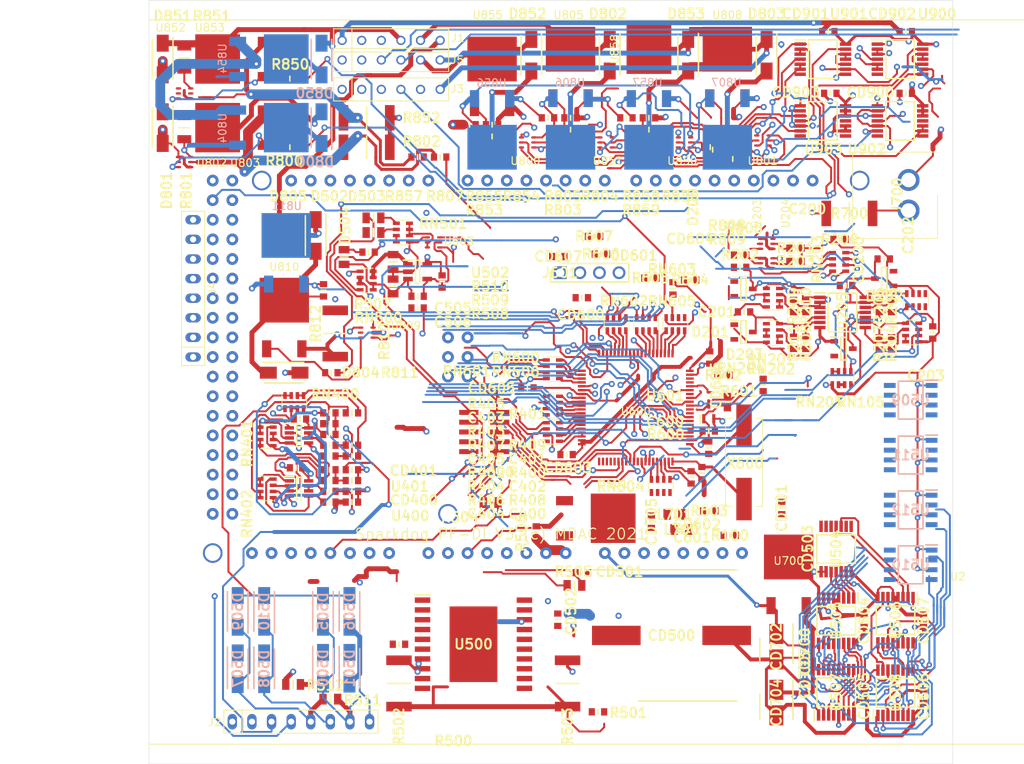
<source format=kicad_pcb>
(kicad_pcb (version 20171130) (host pcbnew "(5.1.9)-1")
  (layers (0 F.Cu signal) (1 In1.Cu mixed) (2 In2.Cu power hide) (31 B.Cu signal) (34 B.Paste user hide) (35 F.Paste user hide) (36 B.SilkS user hide) (37 F.SilkS user hide) (38 B.Mask user hide) (39 F.Mask user hide) (44 Edge.Cuts user))
  (net 0 "")
  (net 1 "Net-(C200-Pad2)")
  (net 2 VSS)
  (net 3 "Net-(C201-Pad1)")
  (net 4 "Net-(C202-Pad2)")
  (net 5 "Net-(C203-Pad1)")
  (net 6 "Net-(C400-Pad1)")
  (net 7 "Net-(C401-Pad2)")
  (net 8 "Net-(C402-Pad2)")
  (net 9 "Net-(C402-Pad1)")
  (net 10 "Net-(C403-Pad1)")
  (net 11 "Net-(C403-Pad2)")
  (net 12 "Net-(C404-Pad2)")
  (net 13 "Net-(C405-Pad2)")
  (net 14 "/5 ETC/VCC_ETC")
  (net 15 "Net-(C505-Pad2)")
  (net 16 "Net-(C506-Pad1)")
  (net 17 "Net-(C600-Pad2)")
  (net 18 "Net-(C601-Pad2)")
  (net 19 VCC5V)
  (net 20 VCC3V3)
  (net 21 VSSA)
  (net 22 VCC12VP)
  (net 23 VCCA3V3)
  (net 24 "/5 ETC/ETC_ENA")
  (net 25 "Net-(D502-Pad1)")
  (net 26 "/5 ETC/ETC_ENB")
  (net 27 "Net-(D503-Pad1)")
  (net 28 "Net-(D504-Pad1)")
  (net 29 /PWIOAB-)
  (net 30 "Net-(D800-Pad1)")
  (net 31 "Net-(D802-Pad2)")
  (net 32 /PWIOA+)
  (net 33 /PWIOB+)
  (net 34 "Net-(D803-Pad2)")
  (net 35 /PUMP_PWM)
  (net 36 "Net-(D805-Pad1)")
  (net 37 /PWIOCD-)
  (net 38 "Net-(D850-Pad1)")
  (net 39 "Net-(D852-Pad2)")
  (net 40 /PWIOC+)
  (net 41 /PWIOD+)
  (net 42 "Net-(D853-Pad2)")
  (net 43 /SIG_K1IN)
  (net 44 /SIG_K2IN)
  (net 45 /ETC_O1A)
  (net 46 /ETC_O1B)
  (net 47 /ETC_O2A)
  (net 48 /ETC_O2B)
  (net 49 /VVT_INP2)
  (net 50 /VVT_INP1)
  (net 51 /VVT_INP3)
  (net 52 /VVT_INP4)
  (net 53 "/6 ETC PROCESSOR/SWDIO")
  (net 54 "/6 ETC PROCESSOR/SWCLK")
  (net 55 "/6 ETC PROCESSOR/SWO")
  (net 56 "/6 ETC PROCESSOR/EZP_DI")
  (net 57 "/6 ETC PROCESSOR/RESET")
  (net 58 "Net-(R200-Pad2)")
  (net 59 "Net-(R402-Pad2)")
  (net 60 "Net-(R403-Pad1)")
  (net 61 "Net-(R404-Pad1)")
  (net 62 "Net-(R405-Pad1)")
  (net 63 /SIG_K1O)
  (net 64 "Net-(R406-Pad2)")
  (net 65 "Net-(R407-Pad2)")
  (net 66 /SIG_K2O)
  (net 67 /ETC_IFA)
  (net 68 /ETC_IFB)
  (net 69 /ETC_1A)
  (net 70 /ETC_2A)
  (net 71 /ETC_2B)
  (net 72 /ETC_1B)
  (net 73 "/5 ETC/ETC_PEN")
  (net 74 /TPSS)
  (net 75 uC_RESET)
  (net 76 VCC50VPP)
  (net 77 "/9 GDI CONTROL/SIGAB_LS_EN")
  (net 78 "Net-(R801-Pad2)")
  (net 79 "Net-(R802-Pad2)")
  (net 80 "/8 GDI/SIG_HV_HSSA")
  (net 81 "Net-(R803-Pad2)")
  (net 82 "/8 GDI/SIG_12V_HSSA")
  (net 83 "/8 GDI/SIG_HV_HSSB")
  (net 84 /SIGAB_IF)
  (net 85 "/8 GDI/SIG_12V_HSSB")
  (net 86 "Net-(R809-Pad2)")
  (net 87 /SIG_PUMP_IF)
  (net 88 "Net-(R811-Pad1)")
  (net 89 "/8 GDI/SIG_PUMP_PWMS")
  (net 90 "Net-(R812-Pad1)")
  (net 91 "/9 GDI CONTROL/SIGCD_LS_EN")
  (net 92 "Net-(R851-Pad2)")
  (net 93 "Net-(R852-Pad2)")
  (net 94 "Net-(R853-Pad2)")
  (net 95 "/8 GDI/SIG_HV_HSSC")
  (net 96 "/8 GDI/SIG_12V_HSSC")
  (net 97 "/8 GDI/SIG_HV_HSSD")
  (net 98 /SIGCD_IF)
  (net 99 "/8 GDI/SIG_12V_HSSD")
  (net 100 "Net-(R859-Pad2)")
  (net 101 /UART_RX)
  (net 102 /UART_TX)
  (net 103 /SIGCD_PWM)
  (net 104 /SIGCD_PEAK)
  (net 105 /SIGAB_PWM)
  (net 106 /SIGAB_PEAK)
  (net 107 /SIGCD_HVEN)
  (net 108 /SIGAB_HVEN)
  (net 109 "/6 ETC PROCESSOR/A12")
  (net 110 "Net-(RN201-Pad5)")
  (net 111 /SIG_VVT1_IN)
  (net 112 /SIG_VVT2_IN)
  (net 113 "Net-(RN202-Pad5)")
  (net 114 "Net-(RN203-Pad5)")
  (net 115 "Net-(RN203-Pad6)")
  (net 116 "Net-(RN203-Pad7)")
  (net 117 "Net-(RN203-Pad8)")
  (net 118 "Net-(RN204-Pad3)")
  (net 119 /SIG_VVT3_IN)
  (net 120 /SIG_VVT4_IN)
  (net 121 "Net-(RN205-Pad3)")
  (net 122 "Net-(RN402-Pad3)")
  (net 123 "Net-(RN402-Pad1)")
  (net 124 /TPSM)
  (net 125 "Net-(RN501-Pad3)")
  (net 126 "Net-(RN501-Pad6)")
  (net 127 "Net-(RN600-Pad8)")
  (net 128 "Net-(RN600-Pad7)")
  (net 129 "Net-(RN600-Pad6)")
  (net 130 "Net-(RN600-Pad5)")
  (net 131 /PPSM)
  (net 132 /BATT)
  (net 133 /RPS)
  (net 134 /ACH)
  (net 135 /ACL)
  (net 136 /DCH)
  (net 137 /DCL)
  (net 138 "Net-(RN601-Pad5)")
  (net 139 "Net-(RN601-Pad6)")
  (net 140 "Net-(RN601-Pad7)")
  (net 141 "Net-(RN601-Pad8)")
  (net 142 "Net-(RN602-Pad1)")
  (net 143 "Net-(RN602-Pad2)")
  (net 144 "Net-(RN602-Pad3)")
  (net 145 "Net-(RN602-Pad4)")
  (net 146 /PUAEN)
  (net 147 /PUBEN)
  (net 148 /VRAEN)
  (net 149 /VRBEN)
  (net 150 /M2EN)
  (net 151 /M1EN)
  (net 152 /IEN)
  (net 153 "Net-(RN603-Pad4)")
  (net 154 "Net-(RN603-Pad3)")
  (net 155 "Net-(RN603-Pad2)")
  (net 156 "Net-(RN603-Pad1)")
  (net 157 /SCLK)
  (net 158 /MOSI)
  (net 159 "/6 ETC PROCESSOR/GDI_LR")
  (net 160 "Net-(RN604-Pad6)")
  (net 161 "Net-(RN604-Pad7)")
  (net 162 "Net-(RN604-Pad8)")
  (net 163 /PPSS)
  (net 164 /ATS)
  (net 165 /CTS)
  (net 166 "Net-(RN605-Pad4)")
  (net 167 "Net-(RN605-Pad3)")
  (net 168 "Net-(RN605-Pad2)")
  (net 169 "Net-(RN605-Pad1)")
  (net 170 /VSDC)
  (net 171 /SIG_GDIP_EN)
  (net 172 /SIGCD_LVEN)
  (net 173 /SIGAB_LVEN)
  (net 174 "Net-(U701-Pad23)")
  (net 175 "Net-(U701-Pad21)")
  (net 176 "/9 GDI CONTROL/SIGB_LV_EN")
  (net 177 "/9 GDI CONTROL/SIGA_HV_EN")
  (net 178 "/9 GDI CONTROL/SIGB_HV_EN")
  (net 179 "/9 GDI CONTROL/SIGD_LV_EN")
  (net 180 "/9 GDI CONTROL/SIGC_HV_EN")
  (net 181 "/9 GDI CONTROL/SIGD_HV_EN")
  (net 182 "Net-(U900-Pad10)")
  (net 183 "Net-(U900-Pad1)")
  (net 184 "Net-(U901-Pad10)")
  (net 185 "Net-(U901-Pad1)")
  (net 186 "/8 GDI/SIG_PWM_LSAB_s")
  (net 187 "/8 GDI/SIG_PWM_LSCD_s")
  (net 188 /GDI1_SIG_s)
  (net 189 /GDI2_SIG_s)
  (net 190 VCC12VPP)
  (net 191 "Net-(R601-Pad1)")
  (net 192 "Net-(CD500-Pad1)")
  (net 193 "Net-(CD607-Pad2)")
  (net 194 "Net-(R100-Pad1)")
  (net 195 "Net-(R201-Pad2)")
  (net 196 "Net-(R202-Pad1)")
  (net 197 "Net-(R203-Pad1)")
  (net 198 "Net-(R204-Pad2)")
  (net 199 "Net-(R204-Pad1)")
  (net 200 "Net-(R205-Pad1)")
  (net 201 "Net-(R205-Pad2)")
  (net 202 "Net-(R208-Pad2)")
  (net 203 "Net-(R208-Pad1)")
  (net 204 "Net-(R209-Pad1)")
  (net 205 "Net-(R209-Pad2)")
  (net 206 "Net-(R500-Pad1)")
  (net 207 "Net-(R501-Pad2)")
  (net 208 "Net-(R509-Pad1)")
  (net 209 "/6 ETC PROCESSOR/GP14")
  (net 210 "/6 ETC PROCESSOR/GP15")
  (net 211 "/6 ETC PROCESSOR/GP16")
  (net 212 "/6 ETC PROCESSOR/GP17")
  (net 213 "Net-(R606-Pad2)")
  (net 214 "Net-(J601-Pad3)")
  (net 215 "Net-(J601-Pad2)")
  (net 216 "Net-(R607-Pad2)")
  (net 217 "Net-(J601-Pad4)")
  (net 218 "/5 ETC/QA")
  (net 219 "/5 ETC/QB")
  (net 220 "/5 ETC/QC")
  (net 221 "/5 ETC/QD")
  (net 222 "/5 ETC/QE")
  (net 223 "/5 ETC/QF")
  (net 224 "/5 ETC/IO_PWM1")
  (net 225 "/5 ETC/IO_PWM2")
  (net 226 "/5 ETC/PIN2")
  (net 227 "/5 ETC/PIN1")
  (net 228 "/5 ETC/PIN3")
  (net 229 "/5 ETC/PIN4")
  (net 230 "/5 ETC/IO_PWM4")
  (net 231 "/5 ETC/IO_PWM3")
  (net 232 "/5 ETC/IO_PWM5")
  (net 233 "/5 ETC/IO_PWM6")
  (net 234 "/5 ETC/PIN6")
  (net 235 "/5 ETC/PIN5")
  (net 236 "/5 ETC/PIN7")
  (net 237 "/5 ETC/PIN8")
  (net 238 "/5 ETC/IO_PWM8")
  (net 239 "/5 ETC/IO_PWM7")
  (net 240 "/5 ETC/SET1")
  (net 241 "/5 ETC/SET2")
  (net 242 "/5 ETC/SET3")
  (net 243 "/5 ETC/SET4")
  (net 244 "/5 ETC/SET5")
  (net 245 "/5 ETC/SET6")
  (net 246 "/5 ETC/SET7")
  (net 247 "/5 ETC/SET8")
  (net 248 "/5 ETC/RES8")
  (net 249 "/5 ETC/RES7")
  (net 250 "/5 ETC/RES6")
  (net 251 "/5 ETC/RES5")
  (net 252 "/5 ETC/RES4")
  (net 253 "/5 ETC/RES3")
  (net 254 "/5 ETC/RES2")
  (net 255 "/5 ETC/RES1")
  (net 256 "Net-(J700-Pad2)")
  (module "Sparkdog PF-DI V3:18772852" (layer F.Cu) (at 130.1115 104.013 270)
    (fp_text reference J700 (at 0 5.215 90) (layer F.SilkS) (effects (font (size 1.27 1.27) (thickness 0.254))))
    (fp_text value Conn_01x02 hide)
    (pad 3 np_thru_hole circle (at -3.06 0.36 270) (size 1.86 1.86) (drill 1.86) (layers *.Cu *.Mask))
    (pad 2 thru_hole circle (at 1.98 3.76 270) (size 2.835 2.835) (drill 1.89) (layers *.Cu *.Mask) (net 256 "Net-(J700-Pad2)"))
    (pad 1 thru_hole circle (at -1.98 3.76 270) (size 2.835 2.835) (drill 1.89) (layers *.Cu *.Mask) (net 2 VSS))
  )
  (module SOIC127P600X175-8N (layer B.Cu) (at 126.619 130.556 180)
    (fp_text reference U509 (at 0 0) (layer B.SilkS) (effects (font (size 1.27 1.27) (thickness 0.254)) (justify mirror)))
    (fp_text value ZXMS6004DN8-13 hide)
    (pad 8 smd rect (at 2.711 1.905 90) (size 0.65 1.528) (layers B.Cu B.Paste B.Mask) (net 224 "/5 ETC/IO_PWM1"))
    (pad 7 smd rect (at 2.711 0.635 90) (size 0.65 1.528) (layers B.Cu B.Paste B.Mask) (net 224 "/5 ETC/IO_PWM1"))
    (pad 6 smd rect (at 2.711 -0.635 90) (size 0.65 1.528) (layers B.Cu B.Paste B.Mask) (net 225 "/5 ETC/IO_PWM2"))
    (pad 5 smd rect (at 2.711 -1.905 90) (size 0.65 1.528) (layers B.Cu B.Paste B.Mask) (net 225 "/5 ETC/IO_PWM2"))
    (pad 4 smd rect (at -2.711 -1.905 90) (size 0.65 1.528) (layers B.Cu B.Paste B.Mask) (net 226 "/5 ETC/PIN2"))
    (pad 3 smd rect (at -2.711 -0.635 90) (size 0.65 1.528) (layers B.Cu B.Paste B.Mask) (net 2 VSS))
    (pad 2 smd rect (at -2.711 0.635 90) (size 0.65 1.528) (layers B.Cu B.Paste B.Mask) (net 227 "/5 ETC/PIN1"))
    (pad 1 smd rect (at -2.711 1.905 90) (size 0.65 1.528) (layers B.Cu B.Paste B.Mask) (net 2 VSS))
  )
  (module Samacsys:RESC1608X55N (layer F.Cu) (at 104.521 113.3475)
    (fp_text reference C200 (at 8.6995 -7.5565 180) (layer F.SilkS) (effects (font (size 1.27 1.27) (thickness 0.254))))
    (fp_text value "0603 1nF" hide)
    (pad 2 smd rect (at 0.8 0) (size 0.8 0.95) (layers F.Cu F.Paste F.Mask) (net 1 "Net-(C200-Pad2)"))
    (pad 1 smd rect (at -0.8 0) (size 0.8 0.95) (layers F.Cu F.Paste F.Mask) (net 2 VSS))
  )
  (module Samacsys:742C083103JP (layer F.Cu) (at 94.234 141.6685)
    (fp_text reference RN604 (at -5.207 0.0635) (layer F.SilkS) (effects (font (size 1.27 1.27) (thickness 0.254))))
    (fp_text value "1206 1k" hide)
    (pad 8 smd rect (at -1.2 -0.85) (size 0.45 0.9) (layers F.Cu F.Paste F.Mask) (net 162 "Net-(RN604-Pad8)"))
    (pad 7 smd rect (at -0.4 -0.85) (size 0.45 0.9) (layers F.Cu F.Paste F.Mask) (net 161 "Net-(RN604-Pad7)"))
    (pad 6 smd rect (at 0.4 -0.85) (size 0.45 0.9) (layers F.Cu F.Paste F.Mask) (net 160 "Net-(RN604-Pad6)"))
    (pad 5 smd rect (at 1.2 -0.85) (size 0.45 0.9) (layers F.Cu F.Paste F.Mask) (net 159 "/6 ETC PROCESSOR/GDI_LR"))
    (pad 4 smd rect (at 1.2 0.85) (size 0.45 0.9) (layers F.Cu F.Paste F.Mask))
    (pad 3 smd rect (at 0.4 0.85) (size 0.45 0.9) (layers F.Cu F.Paste F.Mask) (net 158 /MOSI))
    (pad 2 smd rect (at -0.4 0.85) (size 0.45 0.9) (layers F.Cu F.Paste F.Mask))
    (pad 1 smd rect (at -1.2 0.85) (size 0.45 0.9) (layers F.Cu F.Paste F.Mask) (net 157 /SCLK))
  )
  (module Samacsys:742C083103JP (layer F.Cu) (at 92.329 120.7135)
    (fp_text reference RN605 (at 3.3655 -2.9845) (layer F.SilkS) (effects (font (size 1.27 1.27) (thickness 0.254))))
    (fp_text value "1206 10k" hide)
    (pad 8 smd rect (at -1.2 -0.85) (size 0.45 0.9) (layers F.Cu F.Paste F.Mask) (net 163 /PPSS))
    (pad 7 smd rect (at -0.4 -0.85) (size 0.45 0.9) (layers F.Cu F.Paste F.Mask) (net 74 /TPSS))
    (pad 6 smd rect (at 0.4 -0.85) (size 0.45 0.9) (layers F.Cu F.Paste F.Mask) (net 164 /ATS))
    (pad 5 smd rect (at 1.2 -0.85) (size 0.45 0.9) (layers F.Cu F.Paste F.Mask) (net 165 /CTS))
    (pad 4 smd rect (at 1.2 0.85) (size 0.45 0.9) (layers F.Cu F.Paste F.Mask) (net 166 "Net-(RN605-Pad4)"))
    (pad 3 smd rect (at 0.4 0.85) (size 0.45 0.9) (layers F.Cu F.Paste F.Mask) (net 167 "Net-(RN605-Pad3)"))
    (pad 2 smd rect (at -0.4 0.85) (size 0.45 0.9) (layers F.Cu F.Paste F.Mask) (net 168 "Net-(RN605-Pad2)"))
    (pad 1 smd rect (at -1.2 0.85) (size 0.45 0.9) (layers F.Cu F.Paste F.Mask) (net 169 "Net-(RN605-Pad1)"))
  )
  (module Samacsys:742C083103JP (layer F.Cu) (at 80.264 131.2545 270)
    (fp_text reference RN606 (at -4.3815 4.826 180) (layer F.SilkS) (effects (font (size 1.27 1.27) (thickness 0.254))))
    (fp_text value "1206 10k" hide)
    (pad 8 smd rect (at -1.2 -0.85 270) (size 0.45 0.9) (layers F.Cu F.Paste F.Mask) (net 216 "Net-(R607-Pad2)"))
    (pad 7 smd rect (at -0.4 -0.85 270) (size 0.45 0.9) (layers F.Cu F.Paste F.Mask) (net 213 "Net-(R606-Pad2)"))
    (pad 6 smd rect (at 0.4 -0.85 270) (size 0.45 0.9) (layers F.Cu F.Paste F.Mask) (net 193 "Net-(CD607-Pad2)"))
    (pad 5 smd rect (at 1.2 -0.85 270) (size 0.45 0.9) (layers F.Cu F.Paste F.Mask) (net 217 "Net-(J601-Pad4)"))
    (pad 4 smd rect (at 1.2 0.85 270) (size 0.45 0.9) (layers F.Cu F.Paste F.Mask) (net 170 /VSDC))
    (pad 3 smd rect (at 0.4 0.85 270) (size 0.45 0.9) (layers F.Cu F.Paste F.Mask) (net 109 "/6 ETC PROCESSOR/A12"))
    (pad 2 smd rect (at -0.4 0.85 270) (size 0.45 0.9) (layers F.Cu F.Paste F.Mask) (net 66 /SIG_K2O))
    (pad 1 smd rect (at -1.2 0.85 270) (size 0.45 0.9) (layers F.Cu F.Paste F.Mask) (net 63 /SIG_K1O))
  )
  (module Samacsys:742C083103JP (layer F.Cu) (at 80.264 126.5555 270)
    (fp_text reference RN600 (at -1.524 4.826 180) (layer F.SilkS) (effects (font (size 1.27 1.27) (thickness 0.254))))
    (fp_text value "1206 10k" hide)
    (pad 8 smd rect (at -1.2 -0.85 270) (size 0.45 0.9) (layers F.Cu F.Paste F.Mask) (net 127 "Net-(RN600-Pad8)"))
    (pad 7 smd rect (at -0.4 -0.85 270) (size 0.45 0.9) (layers F.Cu F.Paste F.Mask) (net 128 "Net-(RN600-Pad7)"))
    (pad 6 smd rect (at 0.4 -0.85 270) (size 0.45 0.9) (layers F.Cu F.Paste F.Mask) (net 129 "Net-(RN600-Pad6)"))
    (pad 5 smd rect (at 1.2 -0.85 270) (size 0.45 0.9) (layers F.Cu F.Paste F.Mask) (net 130 "Net-(RN600-Pad5)"))
    (pad 4 smd rect (at 1.2 0.85 270) (size 0.45 0.9) (layers F.Cu F.Paste F.Mask) (net 131 /PPSM))
    (pad 3 smd rect (at 0.4 0.85 270) (size 0.45 0.9) (layers F.Cu F.Paste F.Mask) (net 132 /BATT))
    (pad 2 smd rect (at -0.4 0.85 270) (size 0.45 0.9) (layers F.Cu F.Paste F.Mask) (net 133 /RPS))
    (pad 1 smd rect (at -1.2 0.85 270) (size 0.45 0.9) (layers F.Cu F.Paste F.Mask) (net 124 /TPSM))
  )
  (module Samacsys:742C083103JP (layer F.Cu) (at 96.139 120.7135)
    (fp_text reference RN603 (at -0.4445 -7.112) (layer F.SilkS) (effects (font (size 1.27 1.27) (thickness 0.254))))
    (fp_text value "1206 10k" hide)
    (pad 8 smd rect (at -1.2 -0.85) (size 0.45 0.9) (layers F.Cu F.Paste F.Mask) (net 150 /M2EN))
    (pad 7 smd rect (at -0.4 -0.85) (size 0.45 0.9) (layers F.Cu F.Paste F.Mask) (net 151 /M1EN))
    (pad 6 smd rect (at 0.4 -0.85) (size 0.45 0.9) (layers F.Cu F.Paste F.Mask) (net 152 /IEN))
    (pad 5 smd rect (at 1.2 -0.85) (size 0.45 0.9) (layers F.Cu F.Paste F.Mask))
    (pad 4 smd rect (at 1.2 0.85) (size 0.45 0.9) (layers F.Cu F.Paste F.Mask) (net 153 "Net-(RN603-Pad4)"))
    (pad 3 smd rect (at 0.4 0.85) (size 0.45 0.9) (layers F.Cu F.Paste F.Mask) (net 154 "Net-(RN603-Pad3)"))
    (pad 2 smd rect (at -0.4 0.85) (size 0.45 0.9) (layers F.Cu F.Paste F.Mask) (net 155 "Net-(RN603-Pad2)"))
    (pad 1 smd rect (at -1.2 0.85) (size 0.45 0.9) (layers F.Cu F.Paste F.Mask) (net 156 "Net-(RN603-Pad1)"))
  )
  (module Samacsys:742C083103JP (layer F.Cu) (at 88.519 120.7135)
    (fp_text reference RN602 (at 0.9525 -2.9845) (layer F.SilkS) (effects (font (size 1.27 1.27) (thickness 0.254))))
    (fp_text value "1206 10k" hide)
    (pad 8 smd rect (at -1.2 -0.85) (size 0.45 0.9) (layers F.Cu F.Paste F.Mask) (net 149 /VRBEN))
    (pad 7 smd rect (at -0.4 -0.85) (size 0.45 0.9) (layers F.Cu F.Paste F.Mask) (net 148 /VRAEN))
    (pad 6 smd rect (at 0.4 -0.85) (size 0.45 0.9) (layers F.Cu F.Paste F.Mask) (net 147 /PUBEN))
    (pad 5 smd rect (at 1.2 -0.85) (size 0.45 0.9) (layers F.Cu F.Paste F.Mask) (net 146 /PUAEN))
    (pad 4 smd rect (at 1.2 0.85) (size 0.45 0.9) (layers F.Cu F.Paste F.Mask) (net 145 "Net-(RN602-Pad4)"))
    (pad 3 smd rect (at 0.4 0.85) (size 0.45 0.9) (layers F.Cu F.Paste F.Mask) (net 144 "Net-(RN602-Pad3)"))
    (pad 2 smd rect (at -0.4 0.85) (size 0.45 0.9) (layers F.Cu F.Paste F.Mask) (net 143 "Net-(RN602-Pad2)"))
    (pad 1 smd rect (at -1.2 0.85) (size 0.45 0.9) (layers F.Cu F.Paste F.Mask) (net 142 "Net-(RN602-Pad1)"))
  )
  (module Samacsys:742C083103JP (layer F.Cu) (at 80.264 134.6835 270)
    (fp_text reference RN601 (at -7.874 11.176 180) (layer F.SilkS) (effects (font (size 1.27 1.27) (thickness 0.254))))
    (fp_text value "1206 100k" hide)
    (pad 8 smd rect (at -1.2 -0.85 270) (size 0.45 0.9) (layers F.Cu F.Paste F.Mask) (net 141 "Net-(RN601-Pad8)"))
    (pad 7 smd rect (at -0.4 -0.85 270) (size 0.45 0.9) (layers F.Cu F.Paste F.Mask) (net 140 "Net-(RN601-Pad7)"))
    (pad 6 smd rect (at 0.4 -0.85 270) (size 0.45 0.9) (layers F.Cu F.Paste F.Mask) (net 139 "Net-(RN601-Pad6)"))
    (pad 5 smd rect (at 1.2 -0.85 270) (size 0.45 0.9) (layers F.Cu F.Paste F.Mask) (net 138 "Net-(RN601-Pad5)"))
    (pad 4 smd rect (at 1.2 0.85 270) (size 0.45 0.9) (layers F.Cu F.Paste F.Mask) (net 137 /DCL))
    (pad 3 smd rect (at 0.4 0.85 270) (size 0.45 0.9) (layers F.Cu F.Paste F.Mask) (net 136 /DCH))
    (pad 2 smd rect (at -0.4 0.85 270) (size 0.45 0.9) (layers F.Cu F.Paste F.Mask) (net 135 /ACL))
    (pad 1 smd rect (at -1.2 0.85 270) (size 0.45 0.9) (layers F.Cu F.Paste F.Mask) (net 134 /ACH))
  )
  (module Samacsys:RESC2012X60N (layer F.Cu) (at 72.1995 143.8275)
    (fp_text reference R504 (at -4.0005 1.905) (layer F.SilkS) (effects (font (size 1.27 1.27) (thickness 0.254))))
    (fp_text value "0805 0R" hide)
    (pad 2 smd rect (at 0.95 0) (size 0.95 1.4) (layers F.Cu F.Paste F.Mask) (net 70 /ETC_2A))
    (pad 1 smd rect (at -0.95 0) (size 0.95 1.4) (layers F.Cu F.Paste F.Mask) (net 69 /ETC_1A))
  )
  (module Samacsys:RESC1608X55N (layer F.Cu) (at 100.457 134.5565 180)
    (fp_text reference R600 (at 5.588 -0.4445) (layer F.SilkS) (effects (font (size 1.27 1.27) (thickness 0.254))))
    (fp_text value "0603 1k" hide)
    (pad 2 smd rect (at 0.8 0 180) (size 0.8 0.95) (layers F.Cu F.Paste F.Mask) (net 57 "/6 ETC PROCESSOR/RESET"))
    (pad 1 smd rect (at -0.8 0 180) (size 0.8 0.95) (layers F.Cu F.Paste F.Mask) (net 75 uC_RESET))
  )
  (module Samacsys:RESC1608X55N (layer F.Cu) (at 100.457 136.7155 270)
    (fp_text reference C600 (at -3.3655 5.6515 180) (layer F.SilkS) (effects (font (size 1.27 1.27) (thickness 0.254))))
    (fp_text value "0603 10pF" hide)
    (pad 2 smd rect (at 0.8 0 270) (size 0.8 0.95) (layers F.Cu F.Paste F.Mask) (net 17 "Net-(C600-Pad2)"))
    (pad 1 smd rect (at -0.8 0 270) (size 0.8 0.95) (layers F.Cu F.Paste F.Mask) (net 2 VSS))
  )
  (module Samacsys:RESC1608X55N (layer F.Cu) (at 99.568 140.0175 90)
    (fp_text reference C601 (at -8.3185 -1.27 180) (layer F.SilkS) (effects (font (size 1.27 1.27) (thickness 0.254))))
    (fp_text value "0603 10pF" hide)
    (pad 2 smd rect (at 0.8 0 90) (size 0.8 0.95) (layers F.Cu F.Paste F.Mask) (net 18 "Net-(C601-Pad2)"))
    (pad 1 smd rect (at -0.8 0 90) (size 0.8 0.95) (layers F.Cu F.Paste F.Mask) (net 2 VSS))
  )
  (module Samacsys:RESC1608X55N (layer F.Cu) (at 95.8215 116.078 270)
    (fp_text reference CD604 (at -6.4135 -2.2225) (layer F.SilkS) (effects (font (size 1.27 1.27) (thickness 0.254))))
    (fp_text value "0603 100nF" hide)
    (pad 2 smd rect (at 0.8 0 270) (size 0.8 0.95) (layers F.Cu F.Paste F.Mask) (net 2 VSS))
    (pad 1 smd rect (at -0.8 0 270) (size 0.8 0.95) (layers F.Cu F.Paste F.Mask) (net 20 VCC3V3))
  )
  (module Samacsys:RESC1608X55N (layer F.Cu) (at 98.171 140.5635 90)
    (fp_text reference CD602 (at -6.1215 0.762 180) (layer F.SilkS) (effects (font (size 1.27 1.27) (thickness 0.254))))
    (fp_text value "0603 100nF" hide)
    (pad 2 smd rect (at 0.8 0 90) (size 0.8 0.95) (layers F.Cu F.Paste F.Mask) (net 2 VSS))
    (pad 1 smd rect (at -0.8 0 90) (size 0.8 0.95) (layers F.Cu F.Paste F.Mask) (net 20 VCC3V3))
  )
  (module Samacsys:RESC1608X55N (layer F.Cu) (at 102.87 130.81 270)
    (fp_text reference CD606 (at -2.159 1.4605 270) (layer F.SilkS) (effects (font (size 1.27 1.27) (thickness 0.254))))
    (fp_text value "0603 100nF" hide)
    (pad 2 smd rect (at 0.8 0 270) (size 0.8 0.95) (layers F.Cu F.Paste F.Mask) (net 2 VSS))
    (pad 1 smd rect (at -0.8 0 270) (size 0.8 0.95) (layers F.Cu F.Paste F.Mask) (net 20 VCC3V3))
  )
  (module Samacsys:RESC1608X55N (layer F.Cu) (at 100.584 125.0315 90)
    (fp_text reference CD601 (at 13.208 -9.8425 180) (layer F.SilkS) (effects (font (size 1.27 1.27) (thickness 0.254))))
    (fp_text value "0603 100nF" hide)
    (pad 2 smd rect (at 0.8 0 90) (size 0.8 0.95) (layers F.Cu F.Paste F.Mask) (net 20 VCC3V3))
    (pad 1 smd rect (at -0.8 0 90) (size 0.8 0.95) (layers F.Cu F.Paste F.Mask) (net 2 VSS))
  )
  (module Samacsys:RESC1608X55N (layer F.Cu) (at 82.042 137.6045 180)
    (fp_text reference CD603 (at -0.1905 -1.7145 180) (layer F.SilkS) (effects (font (size 1.27 1.27) (thickness 0.254))))
    (fp_text value "0603 100nF" hide)
    (pad 2 smd rect (at 0.8 0 180) (size 0.8 0.95) (layers F.Cu F.Paste F.Mask) (net 23 VCCA3V3))
    (pad 1 smd rect (at -0.8 0 180) (size 0.8 0.95) (layers F.Cu F.Paste F.Mask) (net 21 VSSA))
  )
  (module Samacsys:RESC1608X55N (layer F.Cu) (at 76.962 128.9685)
    (fp_text reference CD605 (at -4.6355 0.0635) (layer F.SilkS) (effects (font (size 1.27 1.27) (thickness 0.254))))
    (fp_text value "0603 100nF" hide)
    (pad 2 smd rect (at 0.8 0) (size 0.8 0.95) (layers F.Cu F.Paste F.Mask) (net 20 VCC3V3))
    (pad 1 smd rect (at -0.8 0) (size 0.8 0.95) (layers F.Cu F.Paste F.Mask) (net 2 VSS))
  )
  (module Samacsys:SOT96P237X111-3N (layer F.Cu) (at 104.9655 116.1415)
    (fp_text reference D200 (at -6.5405 -10.6045 270) (layer F.SilkS) (effects (font (size 1.27 1.27) (thickness 0.254))))
    (fp_text value BZX84C5V1LT1G hide)
    (pad 3 smd rect (at 1.2 0 90) (size 0.6 1) (layers F.Cu F.Paste F.Mask) (net 1 "Net-(C200-Pad2)"))
    (pad 2 smd rect (at -1.2 0.955 90) (size 0.6 1) (layers F.Cu F.Paste F.Mask))
    (pad 1 smd rect (at -1.2 -0.955 90) (size 0.6 1) (layers F.Cu F.Paste F.Mask) (net 2 VSS))
  )
  (module Samacsys:RESC1608X55N (layer F.Cu) (at 107.5055 128.5875 270)
    (fp_text reference R601 (at 0.8255 3.1115) (layer F.SilkS) (effects (font (size 1.27 1.27) (thickness 0.254))))
    (fp_text value "0603 1k" hide)
    (pad 1 smd rect (at -0.8 0 270) (size 0.8 0.95) (layers F.Cu F.Paste F.Mask) (net 191 "Net-(R601-Pad1)"))
    (pad 2 smd rect (at 0.8 0 270) (size 0.8 0.95) (layers F.Cu F.Paste F.Mask))
  )
  (module Samacsys:ECS49205PXTR (layer F.Cu) (at 105.029 138.6205 270)
    (fp_text reference X600 (at 0.127 -0.127 180) (layer F.SilkS) (effects (font (size 1.27 1.27) (thickness 0.254))))
    (fp_text value Crystal hide)
    (pad 2 smd rect (at 4.75 0) (size 2 5.5) (layers F.Cu F.Paste F.Mask) (net 18 "Net-(C601-Pad2)"))
    (pad 1 smd rect (at -4.75 0) (size 2 5.5) (layers F.Cu F.Paste F.Mask) (net 17 "Net-(C600-Pad2)"))
  )
  (module Samacsys:M503610542 (layer F.Cu) (at 71.374 134.6835 270)
    (fp_text reference J600 (at 5.207 -1.651 180) (layer F.SilkS) (effects (font (size 1.27 1.27) (thickness 0.254))))
    (fp_text value M50-3610542R hide)
    (pad 12 np_thru_hole circle (at 1.905 0 270) (size 0.8 0) (drill 0.8) (layers *.Cu *.Mask))
    (pad 11 np_thru_hole circle (at -1.905 0 270) (size 0.8 0) (drill 0.8) (layers *.Cu *.Mask))
    (pad 10 smd rect (at 2.54 -2 270) (size 0.65 2.5) (layers F.Cu F.Paste F.Mask) (net 57 "/6 ETC PROCESSOR/RESET"))
    (pad 9 smd rect (at 2.54 2 270) (size 0.65 2.5) (layers F.Cu F.Paste F.Mask) (net 2 VSS))
    (pad 8 smd rect (at 1.27 -2 270) (size 0.65 2.5) (layers F.Cu F.Paste F.Mask) (net 56 "/6 ETC PROCESSOR/EZP_DI"))
    (pad 7 smd rect (at 1.27 2 270) (size 0.65 2.5) (layers F.Cu F.Paste F.Mask))
    (pad 6 smd rect (at 0 -2 270) (size 0.65 2.5) (layers F.Cu F.Paste F.Mask) (net 55 "/6 ETC PROCESSOR/SWO"))
    (pad 5 smd rect (at 0 2 270) (size 0.65 2.5) (layers F.Cu F.Paste F.Mask) (net 2 VSS))
    (pad 4 smd rect (at -1.27 -2 270) (size 0.65 2.5) (layers F.Cu F.Paste F.Mask) (net 54 "/6 ETC PROCESSOR/SWCLK"))
    (pad 3 smd rect (at -1.27 2 270) (size 0.65 2.5) (layers F.Cu F.Paste F.Mask) (net 2 VSS))
    (pad 2 smd rect (at -2.54 -2 270) (size 0.65 2.5) (layers F.Cu F.Paste F.Mask) (net 53 "/6 ETC PROCESSOR/SWDIO"))
    (pad 1 smd rect (at -2.54 2 270) (size 0.65 2.5) (layers F.Cu F.Paste F.Mask) (net 20 VCC3V3))
  )
  (module Samacsys:SOT65P210X110-3N (layer F.Cu) (at 100.457 132.0165 90)
    (fp_text reference U601 (at 2.032 -5.6515 180) (layer F.SilkS) (effects (font (size 1.27 1.27) (thickness 0.254))))
    (fp_text value TLV809EA29DCKR hide)
    (pad 3 smd rect (at 0.95 0 180) (size 0.4 1.2) (layers F.Cu F.Paste F.Mask) (net 20 VCC3V3))
    (pad 2 smd rect (at -0.95 0.65 180) (size 0.4 1.2) (layers F.Cu F.Paste F.Mask) (net 75 uC_RESET))
    (pad 1 smd rect (at -0.95 -0.65 180) (size 0.4 1.2) (layers F.Cu F.Paste F.Mask) (net 2 VSS))
  )
  (module "Sparkdog PF-DI V3:MK10DX128VLK7" (layer F.Cu) (at 91.0082 131.5085)
    (fp_text reference U600 (at 0 0.5) (layer F.SilkS))
    (fp_text value MK10DX128VLK7)
    (pad 80 smd rect (at -4.75 -7) (size 0.3 1) (layers F.Cu F.Paste F.Mask) (net 189 /GDI2_SIG_s))
    (pad 79 smd rect (at -4.25 -7) (size 0.3 1) (layers F.Cu F.Paste F.Mask) (net 188 /GDI1_SIG_s))
    (pad 78 smd rect (at -3.75 -7) (size 0.3 1) (layers F.Cu F.Paste F.Mask) (net 71 /ETC_2B))
    (pad 77 smd rect (at -3.25 -7) (size 0.3 1) (layers F.Cu F.Paste F.Mask) (net 70 /ETC_2A))
    (pad 76 smd rect (at -2.75 -7) (size 0.3 1) (layers F.Cu F.Paste F.Mask) (net 142 "Net-(RN602-Pad1)"))
    (pad 75 smd rect (at -2.25 -7) (size 0.3 1) (layers F.Cu F.Paste F.Mask) (net 143 "Net-(RN602-Pad2)"))
    (pad 74 smd rect (at -1.75 -7) (size 0.3 1) (layers F.Cu F.Paste F.Mask) (net 144 "Net-(RN602-Pad3)"))
    (pad 73 smd rect (at -1.25 -7) (size 0.3 1) (layers F.Cu F.Paste F.Mask) (net 145 "Net-(RN602-Pad4)"))
    (pad 72 smd rect (at -0.75 -7) (size 0.3 1) (layers F.Cu F.Paste F.Mask) (net 159 "/6 ETC PROCESSOR/GDI_LR"))
    (pad 71 smd rect (at -0.25 -7) (size 0.3 1) (layers F.Cu F.Paste F.Mask) (net 26 "/5 ETC/ETC_ENB"))
    (pad 70 smd rect (at 0.25 -7) (size 0.3 1) (layers F.Cu F.Paste F.Mask) (net 212 "/6 ETC PROCESSOR/GP17"))
    (pad 69 smd rect (at 0.75 -7) (size 0.3 1) (layers F.Cu F.Paste F.Mask) (net 211 "/6 ETC PROCESSOR/GP16"))
    (pad 68 smd rect (at 1.25 -7) (size 0.3 1) (layers F.Cu F.Paste F.Mask) (net 169 "Net-(RN605-Pad1)"))
    (pad 67 smd rect (at 1.75 -7) (size 0.3 1) (layers F.Cu F.Paste F.Mask) (net 168 "Net-(RN605-Pad2)"))
    (pad 66 smd rect (at 2.25 -7) (size 0.3 1) (layers F.Cu F.Paste F.Mask) (net 167 "Net-(RN605-Pad3)"))
    (pad 65 smd rect (at 2.75 -7) (size 0.3 1) (layers F.Cu F.Paste F.Mask) (net 166 "Net-(RN605-Pad4)"))
    (pad 64 smd rect (at 3.25 -7) (size 0.3 1) (layers F.Cu F.Paste F.Mask) (net 156 "Net-(RN603-Pad1)"))
    (pad 63 smd rect (at 3.75 -7) (size 0.3 1) (layers F.Cu F.Paste F.Mask) (net 155 "Net-(RN603-Pad2)"))
    (pad 62 smd rect (at 4.25 -7) (size 0.3 1) (layers F.Cu F.Paste F.Mask) (net 154 "Net-(RN603-Pad3)"))
    (pad 61 smd rect (at 4.75 -7) (size 0.3 1) (layers F.Cu F.Paste F.Mask) (net 153 "Net-(RN603-Pad4)"))
    (pad 40 smd rect (at 4.75 7) (size 0.3 1) (layers F.Cu F.Paste F.Mask) (net 18 "Net-(C601-Pad2)"))
    (pad 39 smd rect (at 4.25 7) (size 0.3 1) (layers F.Cu F.Paste F.Mask) (net 2 VSS))
    (pad 38 smd rect (at 3.75 7) (size 0.3 1) (layers F.Cu F.Paste F.Mask) (net 20 VCC3V3))
    (pad 37 smd rect (at 3.25 7) (size 0.3 1) (layers F.Cu F.Paste F.Mask) (net 160 "Net-(RN604-Pad6)"))
    (pad 36 smd rect (at 2.75 7) (size 0.3 1) (layers F.Cu F.Paste F.Mask) (net 161 "Net-(RN604-Pad7)"))
    (pad 35 smd rect (at 2.25 7) (size 0.3 1) (layers F.Cu F.Paste F.Mask) (net 162 "Net-(RN604-Pad8)"))
    (pad 34 smd rect (at 1.75 7) (size 0.3 1) (layers F.Cu F.Paste F.Mask) (net 172 /SIGCD_LVEN))
    (pad 33 smd rect (at 1.25 7) (size 0.3 1) (layers F.Cu F.Paste F.Mask) (net 173 /SIGAB_LVEN))
    (pad 32 smd rect (at 0.75 7) (size 0.3 1) (layers F.Cu F.Paste F.Mask) (net 107 /SIGCD_HVEN))
    (pad 31 smd rect (at 0.25 7) (size 0.3 1) (layers F.Cu F.Paste F.Mask))
    (pad 30 smd rect (at -0.25 7) (size 0.3 1) (layers F.Cu F.Paste F.Mask) (net 108 /SIGAB_HVEN))
    (pad 29 smd rect (at -0.75 7) (size 0.3 1) (layers F.Cu F.Paste F.Mask) (net 53 "/6 ETC PROCESSOR/SWDIO"))
    (pad 28 smd rect (at -1.25 7) (size 0.3 1) (layers F.Cu F.Paste F.Mask) (net 55 "/6 ETC PROCESSOR/SWO"))
    (pad 27 smd rect (at -1.75 7) (size 0.3 1) (layers F.Cu F.Paste F.Mask) (net 56 "/6 ETC PROCESSOR/EZP_DI"))
    (pad 26 smd rect (at -2.25 7) (size 0.3 1) (layers F.Cu F.Paste F.Mask) (net 54 "/6 ETC PROCESSOR/SWCLK"))
    (pad 25 smd rect (at -2.75 7) (size 0.3 1) (layers F.Cu F.Paste F.Mask) (net 20 VCC3V3))
    (pad 24 smd rect (at -3.25 7) (size 0.3 1) (layers F.Cu F.Paste F.Mask))
    (pad 23 smd rect (at -3.75 7) (size 0.3 1) (layers F.Cu F.Paste F.Mask))
    (pad 22 smd rect (at -4.25 7) (size 0.3 1) (layers F.Cu F.Paste F.Mask) (net 120 /SIG_VVT4_IN))
    (pad 21 smd rect (at -4.75 7) (size 0.3 1) (layers F.Cu F.Paste F.Mask))
    (pad 60 smd rect (at 7 -4.75) (size 1 0.3) (layers F.Cu F.Paste F.Mask) (net 20 VCC3V3))
    (pad 59 smd rect (at 7 -4.25) (size 1 0.3) (layers F.Cu F.Paste F.Mask) (net 2 VSS))
    (pad 58 smd rect (at 7 -3.75) (size 1 0.3) (layers F.Cu F.Paste F.Mask) (net 104 /SIGCD_PEAK))
    (pad 57 smd rect (at 7 -3.25) (size 1 0.3) (layers F.Cu F.Paste F.Mask) (net 105 /SIGAB_PWM))
    (pad 56 smd rect (at 7 -2.75) (size 1 0.3) (layers F.Cu F.Paste F.Mask) (net 106 /SIGAB_PEAK))
    (pad 55 smd rect (at 7 -2.25) (size 1 0.3) (layers F.Cu F.Paste F.Mask) (net 87 /SIG_PUMP_IF))
    (pad 54 smd rect (at 7 -1.75) (size 1 0.3) (layers F.Cu F.Paste F.Mask))
    (pad 53 smd rect (at 7 -1.25) (size 1 0.3) (layers F.Cu F.Paste F.Mask) (net 103 /SIGCD_PWM))
    (pad 52 smd rect (at 7 -0.75) (size 1 0.3) (layers F.Cu F.Paste F.Mask) (net 24 "/5 ETC/ETC_ENA"))
    (pad 51 smd rect (at 7 -0.25) (size 1 0.3) (layers F.Cu F.Paste F.Mask) (net 191 "Net-(R601-Pad1)"))
    (pad 50 smd rect (at 7 0.25) (size 1 0.3) (layers F.Cu F.Paste F.Mask) (net 209 "/6 ETC PROCESSOR/GP14"))
    (pad 49 smd rect (at 7 0.75) (size 1 0.3) (layers F.Cu F.Paste F.Mask) (net 210 "/6 ETC PROCESSOR/GP15"))
    (pad 48 smd rect (at 7 1.25) (size 1 0.3) (layers F.Cu F.Paste F.Mask) (net 98 /SIGCD_IF))
    (pad 47 smd rect (at 7 1.75) (size 1 0.3) (layers F.Cu F.Paste F.Mask) (net 84 /SIGAB_IF))
    (pad 46 smd rect (at 7 2.25) (size 1 0.3) (layers F.Cu F.Paste F.Mask) (net 68 /ETC_IFB))
    (pad 45 smd rect (at 7 2.75) (size 1 0.3) (layers F.Cu F.Paste F.Mask) (net 67 /ETC_IFA))
    (pad 44 smd rect (at 7 3.25) (size 1 0.3) (layers F.Cu F.Paste F.Mask) (net 72 /ETC_1B))
    (pad 43 smd rect (at 7 3.75) (size 1 0.3) (layers F.Cu F.Paste F.Mask) (net 69 /ETC_1A))
    (pad 42 smd rect (at 7 4.25) (size 1 0.3) (layers F.Cu F.Paste F.Mask) (net 57 "/6 ETC PROCESSOR/RESET"))
    (pad 41 smd rect (at 7 4.75) (size 1 0.3) (layers F.Cu F.Paste F.Mask) (net 17 "Net-(C600-Pad2)"))
    (pad 20 smd rect (at -7 4.75) (size 1 0.3) (layers F.Cu F.Paste F.Mask) (net 21 VSSA))
    (pad 19 smd rect (at -7 4.25) (size 1 0.3) (layers F.Cu F.Paste F.Mask) (net 21 VSSA))
    (pad 18 smd rect (at -7 3.75) (size 1 0.3) (layers F.Cu F.Paste F.Mask) (net 23 VCCA3V3))
    (pad 17 smd rect (at -7 3.25) (size 1 0.3) (layers F.Cu F.Paste F.Mask) (net 23 VCCA3V3))
    (pad 16 smd rect (at -7 2.75) (size 1 0.3) (layers F.Cu F.Paste F.Mask) (net 138 "Net-(RN601-Pad5)"))
    (pad 15 smd rect (at -7 2.25) (size 1 0.3) (layers F.Cu F.Paste F.Mask) (net 139 "Net-(RN601-Pad6)"))
    (pad 14 smd rect (at -7 1.75) (size 1 0.3) (layers F.Cu F.Paste F.Mask) (net 140 "Net-(RN601-Pad7)"))
    (pad 13 smd rect (at -7 1.25) (size 1 0.3) (layers F.Cu F.Paste F.Mask) (net 141 "Net-(RN601-Pad8)"))
    (pad 12 smd rect (at -7 0.75) (size 1 0.3) (layers F.Cu F.Paste F.Mask) (net 217 "Net-(J601-Pad4)"))
    (pad 11 smd rect (at -7 0.25) (size 1 0.3) (layers F.Cu F.Paste F.Mask) (net 193 "Net-(CD607-Pad2)"))
    (pad 2 smd rect (at -7 -4.25) (size 1 0.3) (layers F.Cu F.Paste F.Mask) (net 128 "Net-(RN600-Pad7)"))
    (pad 10 smd rect (at -7 -0.25) (size 1 0.3) (layers F.Cu F.Paste F.Mask) (net 213 "Net-(R606-Pad2)"))
    (pad 9 smd rect (at -7 -0.75) (size 1 0.3) (layers F.Cu F.Paste F.Mask) (net 216 "Net-(R607-Pad2)"))
    (pad 8 smd rect (at -7 -1.25) (size 1 0.3) (layers F.Cu F.Paste F.Mask) (net 2 VSS))
    (pad 7 smd rect (at -7 -1.75) (size 1 0.3) (layers F.Cu F.Paste F.Mask) (net 20 VCC3V3))
    (pad 6 smd rect (at -7 -2.25) (size 1 0.3) (layers F.Cu F.Paste F.Mask) (net 102 /UART_TX))
    (pad 5 smd rect (at -7 -2.75) (size 1 0.3) (layers F.Cu F.Paste F.Mask) (net 101 /UART_RX))
    (pad 4 smd rect (at -7 -3.25) (size 1 0.3) (layers F.Cu F.Paste F.Mask) (net 130 "Net-(RN600-Pad5)"))
    (pad 3 smd rect (at -7 -3.75) (size 1 0.3) (layers F.Cu F.Paste F.Mask) (net 129 "Net-(RN600-Pad6)"))
    (pad 1 smd rect (at -7 -4.75) (size 1 0.3) (layers F.Cu F.Paste F.Mask) (net 127 "Net-(RN600-Pad8)"))
    (pad 1 smd rect (at -7 -4.75) (size 1 0.3) (layers F.Cu F.Paste F.Mask) (net 127 "Net-(RN600-Pad8)"))
    (pad 3 smd rect (at -7 -3.75) (size 1 0.3) (layers F.Cu F.Paste F.Mask) (net 129 "Net-(RN600-Pad6)"))
    (pad 4 smd rect (at -7 -3.25) (size 1 0.3) (layers F.Cu F.Paste F.Mask) (net 130 "Net-(RN600-Pad5)"))
    (pad 5 smd rect (at -7 -2.75) (size 1 0.3) (layers F.Cu F.Paste F.Mask) (net 101 /UART_RX))
    (pad 6 smd rect (at -7 -2.25) (size 1 0.3) (layers F.Cu F.Paste F.Mask) (net 102 /UART_TX))
    (pad 7 smd rect (at -7 -1.75) (size 1 0.3) (layers F.Cu F.Paste F.Mask) (net 20 VCC3V3))
    (pad 8 smd rect (at -7 -1.25) (size 1 0.3) (layers F.Cu F.Paste F.Mask) (net 2 VSS))
    (pad 9 smd rect (at -7 -0.75) (size 1 0.3) (layers F.Cu F.Paste F.Mask) (net 216 "Net-(R607-Pad2)"))
    (pad 10 smd rect (at -7 -0.25) (size 1 0.3) (layers F.Cu F.Paste F.Mask) (net 213 "Net-(R606-Pad2)"))
    (pad 2 smd rect (at -7 -4.25) (size 1 0.3) (layers F.Cu F.Paste F.Mask) (net 128 "Net-(RN600-Pad7)"))
  )
  (module "Sparkdog PF-DI V3:SOIC127P1420X360-21N" (layer F.Cu) (at 69.977 162.179)
    (fp_text reference U500 (at 0 0) (layer F.SilkS) (effects (font (size 1.27 1.27) (thickness 0.254))))
    (fp_text value L298P hide)
    (pad 21 smd rect (at 0 0) (size 6.2 9.8) (layers F.Cu F.Paste F.Mask))
    (pad 20 smd rect (at 6.6 -5.715 90) (size 0.7 2) (layers F.Cu F.Paste F.Mask) (net 2 VSS))
    (pad 19 smd rect (at 6.6 -4.445 90) (size 0.7 2) (layers F.Cu F.Paste F.Mask) (net 68 /ETC_IFB))
    (pad 18 smd rect (at 6.6 -3.175 90) (size 0.7 2) (layers F.Cu F.Paste F.Mask))
    (pad 17 smd rect (at 6.6 -1.905 90) (size 0.7 2) (layers F.Cu F.Paste F.Mask) (net 48 /ETC_O2B))
    (pad 16 smd rect (at 6.6 -0.635 90) (size 0.7 2) (layers F.Cu F.Paste F.Mask) (net 47 /ETC_O2A))
    (pad 15 smd rect (at 6.6 0.635 90) (size 0.7 2) (layers F.Cu F.Paste F.Mask) (net 71 /ETC_2B))
    (pad 14 smd rect (at 6.6 1.905 90) (size 0.7 2) (layers F.Cu F.Paste F.Mask) (net 207 "Net-(R501-Pad2)"))
    (pad 13 smd rect (at 6.6 3.175 90) (size 0.7 2) (layers F.Cu F.Paste F.Mask) (net 72 /ETC_1B))
    (pad 12 smd rect (at 6.6 4.445 90) (size 0.7 2) (layers F.Cu F.Paste F.Mask) (net 19 VCC5V))
    (pad 11 smd rect (at 6.6 5.715 90) (size 0.7 2) (layers F.Cu F.Paste F.Mask) (net 2 VSS))
    (pad 10 smd rect (at -6.6 5.715 90) (size 0.7 2) (layers F.Cu F.Paste F.Mask) (net 2 VSS))
    (pad 9 smd rect (at -6.6 4.445 90) (size 0.7 2) (layers F.Cu F.Paste F.Mask) (net 70 /ETC_2A))
    (pad 8 smd rect (at -6.6 3.175 90) (size 0.7 2) (layers F.Cu F.Paste F.Mask) (net 206 "Net-(R500-Pad1)"))
    (pad 7 smd rect (at -6.6 1.905 90) (size 0.7 2) (layers F.Cu F.Paste F.Mask) (net 69 /ETC_1A))
    (pad 6 smd rect (at -6.6 0.635 90) (size 0.7 2) (layers F.Cu F.Paste F.Mask) (net 192 "Net-(CD500-Pad1)"))
    (pad 5 smd rect (at -6.6 -0.635 90) (size 0.7 2) (layers F.Cu F.Paste F.Mask) (net 46 /ETC_O1B))
    (pad 4 smd rect (at -6.6 -1.905 90) (size 0.7 2) (layers F.Cu F.Paste F.Mask) (net 45 /ETC_O1A))
    (pad 3 smd rect (at -6.6 -3.175 90) (size 0.7 2) (layers F.Cu F.Paste F.Mask))
    (pad 2 smd rect (at -6.6 -4.445 90) (size 0.7 2) (layers F.Cu F.Paste F.Mask) (net 67 /ETC_IFA))
    (pad 1 smd rect (at -6.6 -5.715 90) (size 0.7 2) (layers F.Cu F.Paste F.Mask) (net 2 VSS))
  )
  (module Samacsys:SOT96P237X111-3N (layer F.Cu) (at 117.9195 123.8885)
    (fp_text reference D203 (at -12.827 0.762) (layer F.SilkS) (effects (font (size 1.27 1.27) (thickness 0.254))))
    (fp_text value BZX84C5V1LT1G hide)
    (pad 3 smd rect (at 1.2 0 90) (size 0.6 1) (layers F.Cu F.Paste F.Mask) (net 5 "Net-(C203-Pad1)"))
    (pad 2 smd rect (at -1.2 0.955 90) (size 0.6 1) (layers F.Cu F.Paste F.Mask))
    (pad 1 smd rect (at -1.2 -0.955 90) (size 0.6 1) (layers F.Cu F.Paste F.Mask) (net 2 VSS))
  )
  (module Samacsys:SOP65P640X110-14N (layer F.Cu) (at 117.7925 119.1895)
    (fp_text reference U205 (at 0 -0.127 270) (layer F.SilkS) (effects (font (size 1.27 1.27) (thickness 0.254))))
    (fp_text value 74AHC14PW,118 hide)
    (pad 14 smd rect (at 2.938 -1.95 90) (size 0.45 1.475) (layers F.Cu F.Paste F.Mask) (net 19 VCC5V))
    (pad 13 smd rect (at 2.938 -1.3 90) (size 0.45 1.475) (layers F.Cu F.Paste F.Mask) (net 4 "Net-(C202-Pad2)"))
    (pad 12 smd rect (at 2.938 -0.65 90) (size 0.45 1.475) (layers F.Cu F.Paste F.Mask) (net 200 "Net-(R205-Pad1)"))
    (pad 11 smd rect (at 2.938 0 90) (size 0.45 1.475) (layers F.Cu F.Paste F.Mask) (net 5 "Net-(C203-Pad1)"))
    (pad 10 smd rect (at 2.938 0.65 90) (size 0.45 1.475) (layers F.Cu F.Paste F.Mask))
    (pad 9 smd rect (at 2.938 1.3 90) (size 0.45 1.475) (layers F.Cu F.Paste F.Mask) (net 5 "Net-(C203-Pad1)"))
    (pad 8 smd rect (at 2.938 1.95 90) (size 0.45 1.475) (layers F.Cu F.Paste F.Mask) (net 199 "Net-(R204-Pad1)"))
    (pad 7 smd rect (at -2.938 1.95 90) (size 0.45 1.475) (layers F.Cu F.Paste F.Mask) (net 2 VSS))
    (pad 6 smd rect (at -2.938 1.3 90) (size 0.45 1.475) (layers F.Cu F.Paste F.Mask) (net 202 "Net-(R208-Pad2)"))
    (pad 5 smd rect (at -2.938 0.65 90) (size 0.45 1.475) (layers F.Cu F.Paste F.Mask) (net 3 "Net-(C201-Pad1)"))
    (pad 4 smd rect (at -2.938 0 90) (size 0.45 1.475) (layers F.Cu F.Paste F.Mask))
    (pad 3 smd rect (at -2.938 -0.65 90) (size 0.45 1.475) (layers F.Cu F.Paste F.Mask) (net 205 "Net-(R209-Pad2)"))
    (pad 2 smd rect (at -2.938 -1.3 90) (size 0.45 1.475) (layers F.Cu F.Paste F.Mask) (net 205 "Net-(R209-Pad2)"))
    (pad 1 smd rect (at -2.938 -1.95 90) (size 0.45 1.475) (layers F.Cu F.Paste F.Mask) (net 1 "Net-(C200-Pad2)"))
  )
  (module Samacsys:742C083103JP (layer F.Cu) (at 56.134 115.062 270)
    (fp_text reference RN500 (at 4.826 -1.524 180) (layer F.SilkS) (effects (font (size 1.27 1.27) (thickness 0.254))))
    (fp_text value "1206 180k" hide)
    (pad 8 smd rect (at -1.2 -0.85 270) (size 0.45 0.9) (layers F.Cu F.Paste F.Mask) (net 15 "Net-(C505-Pad2)"))
    (pad 7 smd rect (at -0.4 -0.85 270) (size 0.45 0.9) (layers F.Cu F.Paste F.Mask) (net 15 "Net-(C505-Pad2)"))
    (pad 6 smd rect (at 0.4 -0.85 270) (size 0.45 0.9) (layers F.Cu F.Paste F.Mask) (net 16 "Net-(C506-Pad1)"))
    (pad 5 smd rect (at 1.2 -0.85 270) (size 0.45 0.9) (layers F.Cu F.Paste F.Mask) (net 16 "Net-(C506-Pad1)"))
    (pad 4 smd rect (at 1.2 0.85 270) (size 0.45 0.9) (layers F.Cu F.Paste F.Mask) (net 124 /TPSM))
    (pad 3 smd rect (at 0.4 0.85 270) (size 0.45 0.9) (layers F.Cu F.Paste F.Mask) (net 2 VSS))
    (pad 2 smd rect (at -0.4 0.85 270) (size 0.45 0.9) (layers F.Cu F.Paste F.Mask) (net 2 VSS))
    (pad 1 smd rect (at -1.2 0.85 270) (size 0.45 0.9) (layers F.Cu F.Paste F.Mask) (net 131 /PPSM))
  )
  (module Samacsys:SOT95P275X110-5N (layer F.Cu) (at 62.738 113.919)
    (fp_text reference U502 (at 9.398 0.127) (layer F.SilkS) (effects (font (size 1.27 1.27) (thickness 0.254))))
    (fp_text value TL331SN4T3G hide)
    (pad 5 smd rect (at 1.25 -0.95 90) (size 0.6 1.25) (layers F.Cu F.Paste F.Mask) (net 19 VCC5V))
    (pad 4 smd rect (at 1.25 0.95 90) (size 0.6 1.25) (layers F.Cu F.Paste F.Mask) (net 208 "Net-(R509-Pad1)"))
    (pad 3 smd rect (at -1.25 0.95 90) (size 0.6 1.25) (layers F.Cu F.Paste F.Mask) (net 16 "Net-(C506-Pad1)"))
    (pad 2 smd rect (at -1.25 0 90) (size 0.6 1.25) (layers F.Cu F.Paste F.Mask) (net 2 VSS))
    (pad 1 smd rect (at -1.25 -0.95 90) (size 0.6 1.25) (layers F.Cu F.Paste F.Mask) (net 15 "Net-(C505-Pad2)"))
  )
  (module Samacsys:RESC1608X55N (layer F.Cu) (at 105.029 119.126 180)
    (fp_text reference C201 (at 3.556 0 180) (layer F.SilkS) (effects (font (size 1.27 1.27) (thickness 0.254))))
    (fp_text value "0603 1nF" hide)
    (pad 2 smd rect (at 0.8 0 180) (size 0.8 0.95) (layers F.Cu F.Paste F.Mask) (net 2 VSS))
    (pad 1 smd rect (at -0.8 0 180) (size 0.8 0.95) (layers F.Cu F.Paste F.Mask) (net 3 "Net-(C201-Pad1)"))
  )
  (module Samacsys:RESC1608X55N (layer F.Cu) (at 123.1265 112.268 180)
    (fp_text reference C202 (at -3.175 3.048 270) (layer F.SilkS) (effects (font (size 1.27 1.27) (thickness 0.254))))
    (fp_text value "0603 1nF" hide)
    (pad 2 smd rect (at 0.8 0 180) (size 0.8 0.95) (layers F.Cu F.Paste F.Mask) (net 4 "Net-(C202-Pad2)"))
    (pad 1 smd rect (at -0.8 0 180) (size 0.8 0.95) (layers F.Cu F.Paste F.Mask) (net 2 VSS))
  )
  (module Samacsys:RESC1608X55N (layer F.Cu) (at 129.4765 121.793 270)
    (fp_text reference C203 (at 5.588 0.889) (layer F.SilkS) (effects (font (size 1.27 1.27) (thickness 0.254))))
    (fp_text value "0603 1nF" hide)
    (pad 2 smd rect (at 0.8 0 270) (size 0.8 0.95) (layers F.Cu F.Paste F.Mask) (net 2 VSS))
    (pad 1 smd rect (at -0.8 0 270) (size 0.8 0.95) (layers F.Cu F.Paste F.Mask) (net 5 "Net-(C203-Pad1)"))
  )
  (module Samacsys:RESC1608X55N (layer F.Cu) (at 54.229 143.764 180)
    (fp_text reference C400 (at -22.733 -1.524) (layer F.SilkS) (effects (font (size 1.27 1.27) (thickness 0.254))))
    (fp_text value "0603 100nF" hide)
    (pad 2 smd rect (at 0.8 0 180) (size 0.8 0.95) (layers F.Cu F.Paste F.Mask) (net 2 VSS))
    (pad 1 smd rect (at -0.8 0 180) (size 0.8 0.95) (layers F.Cu F.Paste F.Mask) (net 6 "Net-(C400-Pad1)"))
  )
  (module Samacsys:RESC1608X55N (layer F.Cu) (at 54.229 137.795)
    (fp_text reference C401 (at 22.733 0.381) (layer F.SilkS) (effects (font (size 1.27 1.27) (thickness 0.254))))
    (fp_text value "0603 100nF" hide)
    (pad 2 smd rect (at 0.8 0) (size 0.8 0.95) (layers F.Cu F.Paste F.Mask) (net 7 "Net-(C401-Pad2)"))
    (pad 1 smd rect (at -0.8 0) (size 0.8 0.95) (layers F.Cu F.Paste F.Mask) (net 2 VSS))
  )
  (module Samacsys:RESC1608X55N (layer F.Cu) (at 54.225001 140.97)
    (fp_text reference C402 (at 22.736999 0.762) (layer F.SilkS) (effects (font (size 1.27 1.27) (thickness 0.254))))
    (fp_text value "0603 1nF" hide)
    (pad 2 smd rect (at 0.8 0) (size 0.8 0.95) (layers F.Cu F.Paste F.Mask) (net 8 "Net-(C402-Pad2)"))
    (pad 1 smd rect (at -0.8 0) (size 0.8 0.95) (layers F.Cu F.Paste F.Mask) (net 9 "Net-(C402-Pad1)"))
  )
  (module Samacsys:RESC1608X55N (layer F.Cu) (at 51.308 133.604 180)
    (fp_text reference C403 (at -20.32 0.762) (layer F.SilkS) (effects (font (size 1.27 1.27) (thickness 0.254))))
    (fp_text value "0603 1nF" hide)
    (pad 2 smd rect (at 0.8 0 180) (size 0.8 0.95) (layers F.Cu F.Paste F.Mask) (net 11 "Net-(C403-Pad2)"))
    (pad 1 smd rect (at -0.8 0 180) (size 0.8 0.95) (layers F.Cu F.Paste F.Mask) (net 10 "Net-(C403-Pad1)"))
  )
  (module Samacsys:RESC1608X55N (layer F.Cu) (at 51.308 143.764 180)
    (fp_text reference C404 (at -20.32 -1.524) (layer F.SilkS) (effects (font (size 1.27 1.27) (thickness 0.254))))
    (fp_text value "0603 1nF" hide)
    (pad 2 smd rect (at 0.8 0 180) (size 0.8 0.95) (layers F.Cu F.Paste F.Mask) (net 12 "Net-(C404-Pad2)"))
    (pad 1 smd rect (at -0.8 0 180) (size 0.8 0.95) (layers F.Cu F.Paste F.Mask) (net 2 VSS))
  )
  (module Samacsys:RESC1608X55N (layer F.Cu) (at 51.308 137.795 180)
    (fp_text reference C405 (at -20.32 -0.381) (layer F.SilkS) (effects (font (size 1.27 1.27) (thickness 0.254))))
    (fp_text value "0603 1nF" hide)
    (pad 2 smd rect (at 0.8 0 180) (size 0.8 0.95) (layers F.Cu F.Paste F.Mask) (net 13 "Net-(C405-Pad2)"))
    (pad 1 smd rect (at -0.8 0 180) (size 0.8 0.95) (layers F.Cu F.Paste F.Mask) (net 2 VSS))
  )
  (module Samacsys:RESC1608X55N (layer F.Cu) (at 80.899 159.004 270)
    (fp_text reference CD502 (at -1.0795 -1.7145 90) (layer F.SilkS) (effects (font (size 1.27 1.27) (thickness 0.254))))
    (fp_text value "0603 100nF" hide)
    (pad 2 smd rect (at 0.8 0 270) (size 0.8 0.95) (layers F.Cu F.Paste F.Mask) (net 19 VCC5V))
    (pad 1 smd rect (at -0.8 0 270) (size 0.8 0.95) (layers F.Cu F.Paste F.Mask) (net 2 VSS))
  )
  (module Samacsys:RESC2012X60N (layer F.Cu) (at 59.563 112.649 90)
    (fp_text reference C505 (at -5.969 7.747 180) (layer F.SilkS) (effects (font (size 1.27 1.27) (thickness 0.254))))
    (fp_text value "0805 10uF" hide)
    (pad 2 smd rect (at 0.95 0 90) (size 0.95 1.4) (layers F.Cu F.Paste F.Mask) (net 15 "Net-(C505-Pad2)"))
    (pad 1 smd rect (at -0.95 0 90) (size 0.95 1.4) (layers F.Cu F.Paste F.Mask) (net 2 VSS))
  )
  (module Samacsys:RESC2012X60N (layer F.Cu) (at 59.563 115.824 90)
    (fp_text reference C506 (at -4.572 7.747 180) (layer F.SilkS) (effects (font (size 1.27 1.27) (thickness 0.254))))
    (fp_text value "0805 10uF" hide)
    (pad 2 smd rect (at 0.95 0 90) (size 0.95 1.4) (layers F.Cu F.Paste F.Mask) (net 2 VSS))
    (pad 1 smd rect (at -0.95 0 90) (size 0.95 1.4) (layers F.Cu F.Paste F.Mask) (net 16 "Net-(C506-Pad1)"))
  )
  (module Samacsys:RESC1608X55N (layer F.Cu) (at 118.237 115.697 180)
    (fp_text reference CD200 (at -1.651 3.302 90) (layer F.SilkS) (effects (font (size 1.27 1.27) (thickness 0.254))))
    (fp_text value "0603 100nF" hide)
    (pad 2 smd rect (at 0.8 0 180) (size 0.8 0.95) (layers F.Cu F.Paste F.Mask) (net 2 VSS))
    (pad 1 smd rect (at -0.8 0 180) (size 0.8 0.95) (layers F.Cu F.Paste F.Mask) (net 19 VCC5V))
  )
  (module Samacsys:RESC1608X55N (layer F.Cu) (at 46.99 139.319 180)
    (fp_text reference CD400 (at -15.3035 -4.191) (layer F.SilkS) (effects (font (size 1.27 1.27) (thickness 0.254))))
    (fp_text value "0603 100nF" hide)
    (pad 2 smd rect (at 0.8 0 180) (size 0.8 0.95) (layers F.Cu F.Paste F.Mask) (net 2 VSS))
    (pad 1 smd rect (at -0.8 0 180) (size 0.8 0.95) (layers F.Cu F.Paste F.Mask) (net 20 VCC3V3))
  )
  (module Samacsys:RESC1608X55N (layer F.Cu) (at 47.498 132.9944 180)
    (fp_text reference CD401 (at -14.732 -6.7056) (layer F.SilkS) (effects (font (size 1.27 1.27) (thickness 0.254))))
    (fp_text value "0603 100nF" hide)
    (pad 2 smd rect (at 0.8 0 180) (size 0.8 0.95) (layers F.Cu F.Paste F.Mask) (net 2 VSS))
    (pad 1 smd rect (at -0.8 0 180) (size 0.8 0.95) (layers F.Cu F.Paste F.Mask) (net 20 VCC3V3))
  )
  (module Samacsys:CAPAE1700X1700N (layer F.Cu) (at 95.631 161.036)
    (fp_text reference CD500 (at 0 0) (layer F.SilkS) (effects (font (size 1.27 1.27) (thickness 0.254))))
    (fp_text value "CAP4mm 4.7uF" hide)
    (pad 2 smd rect (at 7.15 0 90) (size 2.5 6.3) (layers F.Cu F.Paste F.Mask) (net 2 VSS))
    (pad 1 smd rect (at -7.15 0 90) (size 2.5 6.3) (layers F.Cu F.Paste F.Mask) (net 192 "Net-(CD500-Pad1)"))
  )
  (module Samacsys:RESC1608X55N (layer F.Cu) (at 84.0105 152.908)
    (fp_text reference CD501 (at 4.8895 -0.127) (layer F.SilkS) (effects (font (size 1.27 1.27) (thickness 0.254))))
    (fp_text value "0603 100nF" hide)
    (pad 2 smd rect (at 0.8 0) (size 0.8 0.95) (layers F.Cu F.Paste F.Mask) (net 192 "Net-(CD500-Pad1)"))
    (pad 1 smd rect (at -0.8 0) (size 0.8 0.95) (layers F.Cu F.Paste F.Mask) (net 2 VSS))
  )
  (module Samacsys:RESC1608X55N (layer F.Cu) (at 84.0105 117.2845)
    (fp_text reference CD600 (at -0.127 2.2225) (layer F.SilkS) (effects (font (size 1.27 1.27) (thickness 0.254))))
    (fp_text value "0603 100nF" hide)
    (pad 2 smd rect (at 0.8 0) (size 0.8 0.95) (layers F.Cu F.Paste F.Mask) (net 2 VSS))
    (pad 1 smd rect (at -0.8 0) (size 0.8 0.95) (layers F.Cu F.Paste F.Mask) (net 20 VCC3V3))
  )
  (module Samacsys:RESC1608X55N (layer F.Cu) (at 125.984 90.805 180)
    (fp_text reference CD900 (at 4.572 0.127 180) (layer F.SilkS) (effects (font (size 1.27 1.27) (thickness 0.254))))
    (fp_text value "0603 100nF" hide)
    (pad 2 smd rect (at 0.8 0 180) (size 0.8 0.95) (layers F.Cu F.Paste F.Mask) (net 2 VSS))
    (pad 1 smd rect (at -0.8 0 180) (size 0.8 0.95) (layers F.Cu F.Paste F.Mask) (net 19 VCC5V))
  )
  (module Samacsys:RESC1608X55N (layer F.Cu) (at 115.951 82.804 180)
    (fp_text reference CD901 (at 2.921 2.286 180) (layer F.SilkS) (effects (font (size 1.27 1.27) (thickness 0.254))))
    (fp_text value "0603 100nF" hide)
    (pad 2 smd rect (at 0.8 0 180) (size 0.8 0.95) (layers F.Cu F.Paste F.Mask) (net 2 VSS))
    (pad 1 smd rect (at -0.8 0 180) (size 0.8 0.95) (layers F.Cu F.Paste F.Mask) (net 19 VCC5V))
  )
  (module Samacsys:RESC1608X55N (layer F.Cu) (at 125.984 82.804 180)
    (fp_text reference CD902 (at 1.778 2.286 180) (layer F.SilkS) (effects (font (size 1.27 1.27) (thickness 0.254))))
    (fp_text value "0603 100nF" hide)
    (pad 2 smd rect (at 0.8 0 180) (size 0.8 0.95) (layers F.Cu F.Paste F.Mask) (net 2 VSS))
    (pad 1 smd rect (at -0.8 0 180) (size 0.8 0.95) (layers F.Cu F.Paste F.Mask) (net 19 VCC5V))
  )
  (module Samacsys:RESC1608X55N (layer F.Cu) (at 116.205 90.805 180)
    (fp_text reference CD903 (at 4.445 0.127 180) (layer F.SilkS) (effects (font (size 1.27 1.27) (thickness 0.254))))
    (fp_text value "0603 100nF" hide)
    (pad 2 smd rect (at 0.8 0 180) (size 0.8 0.95) (layers F.Cu F.Paste F.Mask) (net 2 VSS))
    (pad 1 smd rect (at -0.8 0 180) (size 0.8 0.95) (layers F.Cu F.Paste F.Mask) (net 19 VCC5V))
  )
  (module Samacsys:SOT96P237X111-3N (layer F.Cu) (at 104.9655 121.7295)
    (fp_text reference D201 (at -4.318 0) (layer F.SilkS) (effects (font (size 1.27 1.27) (thickness 0.254))))
    (fp_text value BZX84C5V1LT1G hide)
    (pad 3 smd rect (at 1.2 0 90) (size 0.6 1) (layers F.Cu F.Paste F.Mask) (net 3 "Net-(C201-Pad1)"))
    (pad 2 smd rect (at -1.2 0.955 90) (size 0.6 1) (layers F.Cu F.Paste F.Mask))
    (pad 1 smd rect (at -1.2 -0.955 90) (size 0.6 1) (layers F.Cu F.Paste F.Mask) (net 2 VSS))
  )
  (module Samacsys:SOT96P237X111-3N (layer F.Cu) (at 123.19 114.808 180)
    (fp_text reference D202 (at 0 -2.286) (layer F.SilkS) (effects (font (size 1.27 1.27) (thickness 0.254))))
    (fp_text value BZX84C5V1LT1G hide)
    (pad 3 smd rect (at 1.2 0 270) (size 0.6 1) (layers F.Cu F.Paste F.Mask) (net 4 "Net-(C202-Pad2)"))
    (pad 2 smd rect (at -1.2 0.955 270) (size 0.6 1) (layers F.Cu F.Paste F.Mask))
    (pad 1 smd rect (at -1.2 -0.955 270) (size 0.6 1) (layers F.Cu F.Paste F.Mask) (net 2 VSS))
  )
  (module Samacsys:RESC2012X60N (layer F.Cu) (at 57.023 106.934 180)
    (fp_text reference D502 (at 5.715 2.794) (layer F.SilkS) (effects (font (size 1.27 1.27) (thickness 0.254))))
    (fp_text value "0805 1N4148" hide)
    (pad 2 smd rect (at 0.95 0 180) (size 0.95 1.4) (layers F.Cu F.Paste F.Mask) (net 24 "/5 ETC/ETC_ENA"))
    (pad 1 smd rect (at -0.95 0 180) (size 0.95 1.4) (layers F.Cu F.Paste F.Mask) (net 25 "Net-(D502-Pad1)"))
  )
  (module Samacsys:RESC2012X60N (layer F.Cu) (at 57.023 108.839 180)
    (fp_text reference D503 (at 0.889 4.699) (layer F.SilkS) (effects (font (size 1.27 1.27) (thickness 0.254))))
    (fp_text value "0805 1N4148" hide)
    (pad 2 smd rect (at 0.95 0 180) (size 0.95 1.4) (layers F.Cu F.Paste F.Mask) (net 26 "/5 ETC/ETC_ENB"))
    (pad 1 smd rect (at -0.95 0 180) (size 0.95 1.4) (layers F.Cu F.Paste F.Mask) (net 27 "Net-(D503-Pad1)"))
  )
  (module Samacsys:RESC2012X60N (layer F.Cu) (at 53.213 112.014 270)
    (fp_text reference D504 (at -4.064 -0.127 90) (layer F.SilkS) (effects (font (size 1.27 1.27) (thickness 0.254))))
    (fp_text value "0805 1N4148" hide)
    (pad 2 smd rect (at 0.95 0 270) (size 0.95 1.4) (layers F.Cu F.Paste F.Mask) (net 16 "Net-(C506-Pad1)"))
    (pad 1 smd rect (at -0.95 0 270) (size 0.95 1.4) (layers F.Cu F.Paste F.Mask) (net 28 "Net-(D504-Pad1)"))
  )
  (module Samacsys:DIOM5127X229N (layer B.Cu) (at 50.292 95.25 90)
    (fp_text reference D800 (at -4.445 -0.8255) (layer B.SilkS) (effects (font (size 1.27 1.27) (thickness 0.254)) (justify mirror)))
    (fp_text value "DO-214AC SCHOTTKY" hide)
    (pad 2 smd rect (at 2.05 0) (size 1.55 2.2) (layers B.Cu B.Paste B.Mask) (net 29 /PWIOAB-))
    (pad 1 smd rect (at -2.05 0) (size 1.55 2.2) (layers B.Cu B.Paste B.Mask) (net 30 "Net-(D800-Pad1)"))
  )
  (module Samacsys:DIOM5127X229N (layer F.Cu) (at 29.718 95.25 270)
    (fp_text reference D801 (at 8.128 -0.508 90) (layer F.SilkS) (effects (font (size 1.27 1.27) (thickness 0.254))))
    (fp_text value "DO-214AC 81V" hide)
    (pad 2 smd rect (at 2.05 0) (size 1.55 2.2) (layers F.Cu F.Paste F.Mask) (net 2 VSS))
    (pad 1 smd rect (at -2.05 0) (size 1.55 2.2) (layers F.Cu F.Paste F.Mask) (net 29 /PWIOAB-))
  )
  (module Samacsys:DIOM5127X229N (layer F.Cu) (at 87.63 85.87 270)
    (fp_text reference D802 (at -5.352 0.254 180) (layer F.SilkS) (effects (font (size 1.27 1.27) (thickness 0.254))))
    (fp_text value "DO-214AC SCHOTTKY" hide)
    (pad 2 smd rect (at 2.05 0) (size 1.55 2.2) (layers F.Cu F.Paste F.Mask) (net 31 "Net-(D802-Pad2)"))
    (pad 1 smd rect (at -2.05 0) (size 1.55 2.2) (layers F.Cu F.Paste F.Mask) (net 32 /PWIOA+))
  )
  (module Samacsys:DIOM5127X229N (layer F.Cu) (at 107.95 85.87 270)
    (fp_text reference D803 (at -5.352 0 180) (layer F.SilkS) (effects (font (size 1.27 1.27) (thickness 0.254))))
    (fp_text value "DO-214AC SCHOTTKY" hide)
    (pad 2 smd rect (at 2.05 0) (size 1.55 2.2) (layers F.Cu F.Paste F.Mask) (net 34 "Net-(D803-Pad2)"))
    (pad 1 smd rect (at -2.05 0) (size 1.55 2.2) (layers F.Cu F.Paste F.Mask) (net 33 /PWIOB+))
  )
  (module Samacsys:DIOM5127X229N (layer F.Cu) (at 45.448 127)
    (fp_text reference D804 (at 9.924 0) (layer F.SilkS) (effects (font (size 1.27 1.27) (thickness 0.254))))
    (fp_text value "DO-214AC 81V" hide)
    (pad 2 smd rect (at 2.05 0 90) (size 1.55 2.2) (layers F.Cu F.Paste F.Mask) (net 2 VSS))
    (pad 1 smd rect (at -2.05 0 90) (size 1.55 2.2) (layers F.Cu F.Paste F.Mask) (net 35 /PUMP_PWM))
  )
  (module Samacsys:DIOM5127X229N (layer F.Cu) (at 49.53 109.22 270)
    (fp_text reference D805 (at -5.08 3.556 180) (layer F.SilkS) (effects (font (size 1.27 1.27) (thickness 0.254))))
    (fp_text value "DO-214AC SCHOTTKY" hide)
    (pad 2 smd rect (at 2.05 0) (size 1.55 2.2) (layers F.Cu F.Paste F.Mask) (net 35 /PUMP_PWM))
    (pad 1 smd rect (at -2.05 0) (size 1.55 2.2) (layers F.Cu F.Paste F.Mask) (net 36 "Net-(D805-Pad1)"))
  )
  (module Samacsys:DIOM5127X229N (layer B.Cu) (at 50.292 86.36 90)
    (fp_text reference D850 (at -4.445 -0.889) (layer B.SilkS) (effects (font (size 1.27 1.27) (thickness 0.254)) (justify mirror)))
    (fp_text value "DO-214AC SCHOTTKY" hide)
    (pad 2 smd rect (at 2.05 0) (size 1.55 2.2) (layers B.Cu B.Paste B.Mask) (net 37 /PWIOCD-))
    (pad 1 smd rect (at -2.05 0) (size 1.55 2.2) (layers B.Cu B.Paste B.Mask) (net 38 "Net-(D850-Pad1)"))
  )
  (module Samacsys:DIOM5127X229N (layer F.Cu) (at 29.718 86.36 270)
    (fp_text reference D851 (at -5.588 -1.27 180) (layer F.SilkS) (effects (font (size 1.27 1.27) (thickness 0.254))))
    (fp_text value "DO-214AC 81V" hide)
    (pad 2 smd rect (at 2.05 0) (size 1.55 2.2) (layers F.Cu F.Paste F.Mask) (net 2 VSS))
    (pad 1 smd rect (at -2.05 0) (size 1.55 2.2) (layers F.Cu F.Paste F.Mask) (net 37 /PWIOCD-))
  )
  (module Samacsys:DIOM5127X229N (layer F.Cu) (at 77.47 85.87 270)
    (fp_text reference D852 (at -5.352 0.508 180) (layer F.SilkS) (effects (font (size 1.27 1.27) (thickness 0.254))))
    (fp_text value "DO-214AC SCHOTTKY" hide)
    (pad 2 smd rect (at 2.05 0) (size 1.55 2.2) (layers F.Cu F.Paste F.Mask) (net 39 "Net-(D852-Pad2)"))
    (pad 1 smd rect (at -2.05 0) (size 1.55 2.2) (layers F.Cu F.Paste F.Mask) (net 40 /PWIOC+))
  )
  (module Samacsys:DIOM5127X229N (layer F.Cu) (at 97.79 85.87 270)
    (fp_text reference D853 (at -5.352 0.254 180) (layer F.SilkS) (effects (font (size 1.27 1.27) (thickness 0.254))))
    (fp_text value "DO-214AC SCHOTTKY" hide)
    (pad 2 smd rect (at 2.05 0) (size 1.55 2.2) (layers F.Cu F.Paste F.Mask) (net 42 "Net-(D853-Pad2)"))
    (pad 1 smd rect (at -2.05 0) (size 1.55 2.2) (layers F.Cu F.Paste F.Mask) (net 41 /PWIOD+))
  )
  (module Samacsys:RESC1608X55N (layer F.Cu) (at 54.229 139.573 180)
    (fp_text reference R400 (at -22.733 -0.381) (layer F.SilkS) (effects (font (size 1.27 1.27) (thickness 0.254))))
    (fp_text value "0603 4.7k" hide)
    (pad 2 smd rect (at 0.8 0 180) (size 0.8 0.95) (layers F.Cu F.Paste F.Mask) (net 43 /SIG_K1IN))
    (pad 1 smd rect (at -0.8 0 180) (size 0.8 0.95) (layers F.Cu F.Paste F.Mask) (net 8 "Net-(C402-Pad2)"))
  )
  (module Samacsys:RESC1608X55N (layer F.Cu) (at 54.229 132.207)
    (fp_text reference R401 (at 22.733 0.127) (layer F.SilkS) (effects (font (size 1.27 1.27) (thickness 0.254))))
    (fp_text value "0603 4.7k" hide)
    (pad 2 smd rect (at 0.8 0) (size 0.8 0.95) (layers F.Cu F.Paste F.Mask) (net 44 /SIG_K2IN))
    (pad 1 smd rect (at -0.8 0) (size 0.8 0.95) (layers F.Cu F.Paste F.Mask) (net 11 "Net-(C403-Pad2)"))
  )
  (module Samacsys:RESC1608X55N (layer F.Cu) (at 51.308 139.573 180)
    (fp_text reference R402 (at -20.32 -0.381) (layer F.SilkS) (effects (font (size 1.27 1.27) (thickness 0.254))))
    (fp_text value "0603 47k" hide)
    (pad 2 smd rect (at 0.8 0 180) (size 0.8 0.95) (layers F.Cu F.Paste F.Mask) (net 59 "Net-(R402-Pad2)"))
    (pad 1 smd rect (at -0.8 0 180) (size 0.8 0.95) (layers F.Cu F.Paste F.Mask) (net 9 "Net-(C402-Pad1)"))
  )
  (module Samacsys:RESC1608X55N (layer F.Cu) (at 51.308 135.001)
    (fp_text reference R403 (at 20.32 -0.381) (layer F.SilkS) (effects (font (size 1.27 1.27) (thickness 0.254))))
    (fp_text value "0603 47k" hide)
    (pad 2 smd rect (at 0.8 0) (size 0.8 0.95) (layers F.Cu F.Paste F.Mask) (net 10 "Net-(C403-Pad1)"))
    (pad 1 smd rect (at -0.8 0) (size 0.8 0.95) (layers F.Cu F.Paste F.Mask) (net 60 "Net-(R403-Pad1)"))
  )
  (module Samacsys:RESC1608X55N (layer F.Cu) (at 51.308 140.97)
    (fp_text reference R404 (at 20.32 0.762) (layer F.SilkS) (effects (font (size 1.27 1.27) (thickness 0.254))))
    (fp_text value "0603 47k" hide)
    (pad 2 smd rect (at 0.8 0) (size 0.8 0.95) (layers F.Cu F.Paste F.Mask) (net 9 "Net-(C402-Pad1)"))
    (pad 1 smd rect (at -0.8 0) (size 0.8 0.95) (layers F.Cu F.Paste F.Mask) (net 61 "Net-(R404-Pad1)"))
  )
  (module Samacsys:RESC1608X55N (layer F.Cu) (at 51.308 132.207)
    (fp_text reference R405 (at 20.32 -1.143) (layer F.SilkS) (effects (font (size 1.27 1.27) (thickness 0.254))))
    (fp_text value "0603 47k" hide)
    (pad 2 smd rect (at 0.8 0) (size 0.8 0.95) (layers F.Cu F.Paste F.Mask) (net 10 "Net-(C403-Pad1)"))
    (pad 1 smd rect (at -0.8 0) (size 0.8 0.95) (layers F.Cu F.Paste F.Mask) (net 62 "Net-(R405-Pad1)"))
  )
  (module Samacsys:RESC1608X55N (layer F.Cu) (at 51.308 142.367 180)
    (fp_text reference R406 (at -20.32 -1.143) (layer F.SilkS) (effects (font (size 1.27 1.27) (thickness 0.254))))
    (fp_text value "0603 1k" hide)
    (pad 2 smd rect (at 0.8 0 180) (size 0.8 0.95) (layers F.Cu F.Paste F.Mask) (net 64 "Net-(R406-Pad2)"))
    (pad 1 smd rect (at -0.8 0 180) (size 0.8 0.95) (layers F.Cu F.Paste F.Mask) (net 63 /SIG_K1O))
  )
  (module Samacsys:RESC1608X55N (layer F.Cu) (at 51.308 136.398 180)
    (fp_text reference R407 (at -20.32 0) (layer F.SilkS) (effects (font (size 1.27 1.27) (thickness 0.254))))
    (fp_text value "0603 1k" hide)
    (pad 2 smd rect (at 0.8 0 180) (size 0.8 0.95) (layers F.Cu F.Paste F.Mask) (net 65 "Net-(R407-Pad2)"))
    (pad 1 smd rect (at -0.8 0 180) (size 0.8 0.95) (layers F.Cu F.Paste F.Mask) (net 66 /SIG_K2O))
  )
  (module Samacsys:RESC1608X55N (layer F.Cu) (at 54.229 142.367 180)
    (fp_text reference R408 (at -22.733 -1.143) (layer F.SilkS) (effects (font (size 1.27 1.27) (thickness 0.254))))
    (fp_text value "0603 1k" hide)
    (pad 2 smd rect (at 0.8 0 180) (size 0.8 0.95) (layers F.Cu F.Paste F.Mask) (net 63 /SIG_K1O))
    (pad 1 smd rect (at -0.8 0 180) (size 0.8 0.95) (layers F.Cu F.Paste F.Mask) (net 6 "Net-(C400-Pad1)"))
  )
  (module Samacsys:RESC1608X55N (layer F.Cu) (at 54.229 136.398 180)
    (fp_text reference R409 (at -22.733 0) (layer F.SilkS) (effects (font (size 1.27 1.27) (thickness 0.254))))
    (fp_text value "0603 1k" hide)
    (pad 2 smd rect (at 0.8 0 180) (size 0.8 0.95) (layers F.Cu F.Paste F.Mask) (net 66 /SIG_K2O))
    (pad 1 smd rect (at -0.8 0 180) (size 0.8 0.95) (layers F.Cu F.Paste F.Mask) (net 7 "Net-(C401-Pad2)"))
  )
  (module Samacsys:RESC1608X55N (layer F.Cu) (at 60.325 162.179 180)
    (fp_text reference R500 (at -7.0485 -12.536) (layer F.SilkS) (effects (font (size 1.27 1.27) (thickness 0.254))))
    (fp_text value "0603 100k" hide)
    (pad 2 smd rect (at 0.8 0 180) (size 0.8 0.95) (layers F.Cu F.Paste F.Mask) (net 24 "/5 ETC/ETC_ENA"))
    (pad 1 smd rect (at -0.8 0 180) (size 0.8 0.95) (layers F.Cu F.Paste F.Mask) (net 206 "Net-(R500-Pad1)"))
  )
  (module Samacsys:RESC1608X55N (layer F.Cu) (at 86.106 170.942)
    (fp_text reference R501 (at 3.937 0.127) (layer F.SilkS) (effects (font (size 1.27 1.27) (thickness 0.254))))
    (fp_text value "0603 100k" hide)
    (pad 2 smd rect (at 0.8 0) (size 0.8 0.95) (layers F.Cu F.Paste F.Mask) (net 207 "Net-(R501-Pad2)"))
    (pad 1 smd rect (at -0.8 0) (size 0.8 0.95) (layers F.Cu F.Paste F.Mask) (net 26 "/5 ETC/ETC_ENB"))
  )
  (module Samacsys:RESC6331X75N (layer F.Cu) (at 60.325 167.259 270)
    (fp_text reference R502 (at 5.588 0 90) (layer F.SilkS) (effects (font (size 1.27 1.27) (thickness 0.254))))
    (fp_text value "2512 0.1R" hide)
    (pad 2 smd rect (at 3 0 270) (size 1.25 3.3) (layers F.Cu F.Paste F.Mask) (net 2 VSS))
    (pad 1 smd rect (at -3 0 270) (size 1.25 3.3) (layers F.Cu F.Paste F.Mask) (net 67 /ETC_IFA))
  )
  (module Samacsys:RESC6331X75N (layer F.Cu) (at 82.169 167.259 270)
    (fp_text reference R503 (at 5.588 0 270) (layer F.SilkS) (effects (font (size 1.27 1.27) (thickness 0.254))))
    (fp_text value "2512 0.1R" hide)
    (pad 2 smd rect (at 3 0 270) (size 1.25 3.3) (layers F.Cu F.Paste F.Mask) (net 2 VSS))
    (pad 1 smd rect (at -3 0 270) (size 1.25 3.3) (layers F.Cu F.Paste F.Mask) (net 68 /ETC_IFB))
  )
  (module Samacsys:RESC2012X60N (layer F.Cu) (at 51.435 169.291)
    (fp_text reference R511 (at 4.191 0.127) (layer F.SilkS) (effects (font (size 1.27 1.27) (thickness 0.254))))
    (fp_text value "0805 0R" hide)
    (pad 2 smd rect (at 0.95 0) (size 0.95 1.4) (layers F.Cu F.Paste F.Mask) (net 47 /ETC_O2A))
    (pad 1 smd rect (at -0.95 0) (size 0.95 1.4) (layers F.Cu F.Paste F.Mask) (net 45 /ETC_O1A))
  )
  (module Samacsys:RESC2012X60N (layer F.Cu) (at 46.609 167.386)
    (fp_text reference R512 (at 4.191 0.127) (layer F.SilkS) (effects (font (size 1.27 1.27) (thickness 0.254))))
    (fp_text value "0805 0R" hide)
    (pad 2 smd rect (at 0.95 0) (size 0.95 1.4) (layers F.Cu F.Paste F.Mask) (net 48 /ETC_O2B))
    (pad 1 smd rect (at -0.95 0) (size 0.95 1.4) (layers F.Cu F.Paste F.Mask) (net 46 /ETC_O1B))
  )
  (module Samacsys:RESC2012X60N (layer F.Cu) (at 83.058 154.559 180)
    (fp_text reference R505 (at 0.127 1.778 180) (layer F.SilkS) (effects (font (size 1.27 1.27) (thickness 0.254))))
    (fp_text value "0805 0R" hide)
    (pad 2 smd rect (at 0.95 0 180) (size 0.95 1.4) (layers F.Cu F.Paste F.Mask) (net 71 /ETC_2B))
    (pad 1 smd rect (at -0.95 0 180) (size 0.95 1.4) (layers F.Cu F.Paste F.Mask) (net 72 /ETC_1B))
  )
  (module Samacsys:RESC1608X55N (layer F.Cu) (at 78.105 147.701 90)
    (fp_text reference R506 (at -0.0635 -1.905 90) (layer F.SilkS) (effects (font (size 1.27 1.27) (thickness 0.254))))
    (fp_text value "0603 10k" hide)
    (pad 2 smd rect (at 0.8 0 90) (size 0.8 0.95) (layers F.Cu F.Paste F.Mask) (net 73 "/5 ETC/ETC_PEN"))
    (pad 1 smd rect (at -0.8 0 90) (size 0.8 0.95) (layers F.Cu F.Paste F.Mask) (net 190 VCC12VPP))
  )
  (module Samacsys:RESC1608X55N (layer F.Cu) (at 56.388 111.379 180)
    (fp_text reference R507 (at -0.508 -6.731) (layer F.SilkS) (effects (font (size 1.27 1.27) (thickness 0.254))))
    (fp_text value "0603 47k" hide)
    (pad 2 smd rect (at 0.8 0 180) (size 0.8 0.95) (layers F.Cu F.Paste F.Mask) (net 28 "Net-(D504-Pad1)"))
    (pad 1 smd rect (at -0.8 0 180) (size 0.8 0.95) (layers F.Cu F.Paste F.Mask) (net 124 /TPSM))
  )
  (module Samacsys:RESC1608X55N (layer F.Cu) (at 62.738 118.618)
    (fp_text reference R508 (at 9.398 0.762) (layer F.SilkS) (effects (font (size 1.27 1.27) (thickness 0.254))))
    (fp_text value "0603 820k" hide)
    (pad 2 smd rect (at 0.8 0) (size 0.8 0.95) (layers F.Cu F.Paste F.Mask) (net 2 VSS))
    (pad 1 smd rect (at -0.8 0) (size 0.8 0.95) (layers F.Cu F.Paste F.Mask) (net 16 "Net-(C506-Pad1)"))
  )
  (module Samacsys:RESC1608X55N (layer F.Cu) (at 62.738 117.094 180)
    (fp_text reference R509 (at -9.398 -0.508) (layer F.SilkS) (effects (font (size 1.27 1.27) (thickness 0.254))))
    (fp_text value "0603 5M" hide)
    (pad 2 smd rect (at 0.8 0 180) (size 0.8 0.95) (layers F.Cu F.Paste F.Mask) (net 16 "Net-(C506-Pad1)"))
    (pad 1 smd rect (at -0.8 0 180) (size 0.8 0.95) (layers F.Cu F.Paste F.Mask) (net 208 "Net-(R509-Pad1)"))
  )
  (module Samacsys:RESC1608X55N (layer F.Cu) (at 65.913 115.189 270)
    (fp_text reference R510 (at 0.635 -6.223 180) (layer F.SilkS) (effects (font (size 1.27 1.27) (thickness 0.254))))
    (fp_text value "0603 470k" hide)
    (pad 2 smd rect (at 0.8 0 270) (size 0.8 0.95) (layers F.Cu F.Paste F.Mask) (net 208 "Net-(R509-Pad1)"))
    (pad 1 smd rect (at -0.8 0 270) (size 0.8 0.95) (layers F.Cu F.Paste F.Mask) (net 19 VCC5V))
  )
  (module Samacsys:RESC1608X55N (layer F.Cu) (at 46.19 97.79)
    (fp_text reference R800 (at -0.724 1.778) (layer F.SilkS) (effects (font (size 1.27 1.27) (thickness 0.254))))
    (fp_text value "0603 470R" hide)
    (pad 2 smd rect (at 0.8 0) (size 0.8 0.95) (layers F.Cu F.Paste F.Mask) (net 77 "/9 GDI CONTROL/SIGAB_LS_EN"))
    (pad 1 smd rect (at -0.8 0) (size 0.8 0.95) (layers F.Cu F.Paste F.Mask) (net 186 "/8 GDI/SIG_PWM_LSAB_s"))
  )
  (module Samacsys:RESC3216X60N (layer F.Cu) (at 32.512 95.25 270)
    (fp_text reference R801 (at 8.128 -0.254 90) (layer F.SilkS) (effects (font (size 1.27 1.27) (thickness 0.254))))
    (fp_text value "1206 4.7k" hide)
    (pad 2 smd rect (at 1.5 0 270) (size 1.05 1.8) (layers F.Cu F.Paste F.Mask) (net 78 "Net-(R801-Pad2)"))
    (pad 1 smd rect (at -1.5 0 270) (size 1.05 1.8) (layers F.Cu F.Paste F.Mask) (net 29 /PWIOAB-))
  )
  (module Samacsys:RESC6331X75N (layer F.Cu) (at 56.134 97.79 180)
    (fp_text reference R802 (at -7.112 0.762 180) (layer F.SilkS) (effects (font (size 1.27 1.27) (thickness 0.254))))
    (fp_text value "2512 0.05R" hide)
    (pad 2 smd rect (at 3 0 180) (size 1.25 3.3) (layers F.Cu F.Paste F.Mask) (net 79 "Net-(R802-Pad2)"))
    (pad 1 smd rect (at -3 0 180) (size 1.25 3.3) (layers F.Cu F.Paste F.Mask) (net 2 VSS))
  )
  (module Samacsys:RESC1608X55N (layer F.Cu) (at 82.55 95.504)
    (fp_text reference R803 (at -1.016 10.414 -180) (layer F.SilkS) (effects (font (size 1.27 1.27) (thickness 0.254))))
    (fp_text value "0603 10k" hide)
    (pad 2 smd rect (at 0.8 0) (size 0.8 0.95) (layers F.Cu F.Paste F.Mask) (net 81 "Net-(R803-Pad2)"))
    (pad 1 smd rect (at -0.8 0) (size 0.8 0.95) (layers F.Cu F.Paste F.Mask) (net 80 "/8 GDI/SIG_HV_HSSA"))
  )
  (module Samacsys:RESC1608X55N (layer F.Cu) (at 82.55 93.98 180)
    (fp_text reference R804 (at -3.81 -10.16) (layer F.SilkS) (effects (font (size 1.27 1.27) (thickness 0.254))))
    (fp_text value "0603 4.7k" hide)
    (pad 2 smd rect (at 0.8 0 180) (size 0.8 0.95) (layers F.Cu F.Paste F.Mask) (net 80 "/8 GDI/SIG_HV_HSSA"))
    (pad 1 smd rect (at -0.8 0 180) (size 0.8 0.95) (layers F.Cu F.Paste F.Mask) (net 76 VCC50VPP))
  )
  (module Samacsys:RESC1608X55N (layer F.Cu) (at 79.629 93.98)
    (fp_text reference R805 (at 1.905 10.16) (layer F.SilkS) (effects (font (size 1.27 1.27) (thickness 0.254))))
    (fp_text value "0603 10k" hide)
    (pad 2 smd rect (at 0.8 0) (size 0.8 0.95) (layers F.Cu F.Paste F.Mask) (net 82 "/8 GDI/SIG_12V_HSSA"))
    (pad 1 smd rect (at -0.8 0) (size 0.8 0.95) (layers F.Cu F.Paste F.Mask) (net 190 VCC12VPP))
  )
  (module Samacsys:RESC1608X55N (layer F.Cu) (at 100.965 98.1075 180)
    (fp_text reference R806 (at -4.064 -10.16) (layer F.SilkS) (effects (font (size 1.27 1.27) (thickness 0.254))))
    (fp_text value "0603 4.7k" hide)
    (pad 2 smd rect (at 0.8 0 180) (size 0.8 0.95) (layers F.Cu F.Paste F.Mask) (net 83 "/8 GDI/SIG_HV_HSSB"))
    (pad 1 smd rect (at -0.8 0 180) (size 0.8 0.95) (layers F.Cu F.Paste F.Mask) (net 76 VCC50VPP))
  )
  (module Samacsys:RESC1608X55N (layer F.Cu) (at 65.659 99.06)
    (fp_text reference R807 (at 0.635 5.08) (layer F.SilkS) (effects (font (size 1.27 1.27) (thickness 0.254))))
    (fp_text value "0603 1k" hide)
    (pad 2 smd rect (at 0.8 0) (size 0.8 0.95) (layers F.Cu F.Paste F.Mask) (net 84 /SIGAB_IF))
    (pad 1 smd rect (at -0.8 0) (size 0.8 0.95) (layers F.Cu F.Paste F.Mask) (net 79 "Net-(R802-Pad2)"))
  )
  (module Samacsys:RESC1608X55N (layer F.Cu) (at 100.6475 97.79)
    (fp_text reference R808 (at 2.159 10.16) (layer F.SilkS) (effects (font (size 1.27 1.27) (thickness 0.254))))
    (fp_text value "0603 10k" hide)
    (pad 2 smd rect (at 0.8 0) (size 0.8 0.95) (layers F.Cu F.Paste F.Mask) (net 85 "/8 GDI/SIG_12V_HSSB"))
    (pad 1 smd rect (at -0.8 0) (size 0.8 0.95) (layers F.Cu F.Paste F.Mask) (net 190 VCC12VPP))
  )
  (module Samacsys:RESC1608X55N (layer F.Cu) (at 103.5685 99.314)
    (fp_text reference R809 (at -0.762 10.414) (layer F.SilkS) (effects (font (size 1.27 1.27) (thickness 0.254))))
    (fp_text value "0603 10k" hide)
    (pad 2 smd rect (at 0.8 0) (size 0.8 0.95) (layers F.Cu F.Paste F.Mask) (net 86 "Net-(R809-Pad2)"))
    (pad 1 smd rect (at -0.8 0) (size 0.8 0.95) (layers F.Cu F.Paste F.Mask) (net 83 "/8 GDI/SIG_HV_HSSB"))
  )
  (module Samacsys:RESC6331X75N (layer F.Cu) (at 52.07 121.92 270)
    (fp_text reference R810 (at 1.016 -6.35 90) (layer F.SilkS) (effects (font (size 1.27 1.27) (thickness 0.254))))
    (fp_text value "2512 0.2R" hide)
    (pad 2 smd rect (at 3 0 270) (size 1.25 3.3) (layers F.Cu F.Paste F.Mask) (net 87 /SIG_PUMP_IF))
    (pad 1 smd rect (at -3 0 270) (size 1.25 3.3) (layers F.Cu F.Paste F.Mask) (net 2 VSS))
  )
  (module Samacsys:RESC1608X55N (layer F.Cu) (at 51.562 127)
    (fp_text reference R811 (at 8.89 0) (layer F.SilkS) (effects (font (size 1.27 1.27) (thickness 0.254))))
    (fp_text value "0603 220R" hide)
    (pad 2 smd rect (at 0.8 0) (size 0.8 0.95) (layers F.Cu F.Paste F.Mask) (net 89 "/8 GDI/SIG_PUMP_PWMS"))
    (pad 1 smd rect (at -0.8 0) (size 0.8 0.95) (layers F.Cu F.Paste F.Mask) (net 88 "Net-(R811-Pad1)"))
  )
  (module Samacsys:RESC1608X55N (layer F.Cu) (at 50.546 116.332 270)
    (fp_text reference R812 (at 4.318 1.016 90) (layer F.SilkS) (effects (font (size 1.27 1.27) (thickness 0.254))))
    (fp_text value "0603 10k" hide)
    (pad 2 smd rect (at 0.8 0 270) (size 0.8 0.95) (layers F.Cu F.Paste F.Mask) (net 35 /PUMP_PWM))
    (pad 1 smd rect (at -0.8 0 270) (size 0.8 0.95) (layers F.Cu F.Paste F.Mask) (net 90 "Net-(R812-Pad1)"))
  )
  (module Samacsys:RESC1608X55N (layer F.Cu) (at 46.19 88.9)
    (fp_text reference R850 (at 0.038 -1.8415) (layer F.SilkS) (effects (font (size 1.27 1.27) (thickness 0.254))))
    (fp_text value "0603 470R" hide)
    (pad 2 smd rect (at 0.8 0) (size 0.8 0.95) (layers F.Cu F.Paste F.Mask) (net 91 "/9 GDI CONTROL/SIGCD_LS_EN"))
    (pad 1 smd rect (at -0.8 0) (size 0.8 0.95) (layers F.Cu F.Paste F.Mask) (net 187 "/8 GDI/SIG_PWM_LSCD_s"))
  )
  (module Samacsys:RESC3216X60N (layer F.Cu) (at 32.512 86.233 270)
    (fp_text reference R851 (at -5.461 -3.556 180) (layer F.SilkS) (effects (font (size 1.27 1.27) (thickness 0.254))))
    (fp_text value "1206 4.7k" hide)
    (pad 2 smd rect (at 1.5 0 270) (size 1.05 1.8) (layers F.Cu F.Paste F.Mask) (net 92 "Net-(R851-Pad2)"))
    (pad 1 smd rect (at -1.5 0 270) (size 1.05 1.8) (layers F.Cu F.Paste F.Mask) (net 37 /PWIOCD-))
  )
  (module Samacsys:RESC6331X75N (layer F.Cu) (at 56.134 93.98 180)
    (fp_text reference R852 (at -7.112 0) (layer F.SilkS) (effects (font (size 1.27 1.27) (thickness 0.254))))
    (fp_text value "2512 0.05R" hide)
    (pad 2 smd rect (at 3 0 180) (size 1.25 3.3) (layers F.Cu F.Paste F.Mask) (net 93 "Net-(R852-Pad2)"))
    (pad 1 smd rect (at -3 0 180) (size 1.25 3.3) (layers F.Cu F.Paste F.Mask) (net 2 VSS))
  )
  (module Samacsys:RESC1608X55N (layer F.Cu) (at 72.39 96.393)
    (fp_text reference R853 (at -1.016 9.525) (layer F.SilkS) (effects (font (size 1.27 1.27) (thickness 0.254))))
    (fp_text value "0603 10k" hide)
    (pad 2 smd rect (at 0.8 0) (size 0.8 0.95) (layers F.Cu F.Paste F.Mask) (net 94 "Net-(R853-Pad2)"))
    (pad 1 smd rect (at -0.8 0) (size 0.8 0.95) (layers F.Cu F.Paste F.Mask) (net 95 "/8 GDI/SIG_HV_HSSC"))
  )
  (module Samacsys:RESC1608X55N (layer F.Cu) (at 72.39 94.869 180)
    (fp_text reference R854 (at -3.81 -9.271) (layer F.SilkS) (effects (font (size 1.27 1.27) (thickness 0.254))))
    (fp_text value "0603 4.7k" hide)
    (pad 2 smd rect (at 0.8 0 180) (size 0.8 0.95) (layers F.Cu F.Paste F.Mask) (net 95 "/8 GDI/SIG_HV_HSSC"))
    (pad 1 smd rect (at -0.8 0 180) (size 0.8 0.95) (layers F.Cu F.Paste F.Mask) (net 76 VCC50VPP))
  )
  (module Samacsys:RESC1608X55N (layer F.Cu) (at 69.469 94.869)
    (fp_text reference R855 (at 1.905 9.271 -180) (layer F.SilkS) (effects (font (size 1.27 1.27) (thickness 0.254))))
    (fp_text value "0603 10k" hide)
    (pad 2 smd rect (at 0.8 0) (size 0.8 0.95) (layers F.Cu F.Paste F.Mask) (net 96 "/8 GDI/SIG_12V_HSSC"))
    (pad 1 smd rect (at -0.8 0) (size 0.8 0.95) (layers F.Cu F.Paste F.Mask) (net 190 VCC12VPP))
  )
  (module Samacsys:RESC1608X55N (layer F.Cu) (at 92.71 93.98 180)
    (fp_text reference R856 (at -4.064 -10.16) (layer F.SilkS) (effects (font (size 1.27 1.27) (thickness 0.254))))
    (fp_text value "0603 4.7k" hide)
    (pad 2 smd rect (at 0.8 0 180) (size 0.8 0.95) (layers F.Cu F.Paste F.Mask) (net 97 "/8 GDI/SIG_HV_HSSD"))
    (pad 1 smd rect (at -0.8 0 180) (size 0.8 0.95) (layers F.Cu F.Paste F.Mask) (net 76 VCC50VPP))
  )
  (module Samacsys:RESC1608X55N (layer F.Cu) (at 62.738 99.06)
    (fp_text reference R857 (at -1.778 5.08 -180) (layer F.SilkS) (effects (font (size 1.27 1.27) (thickness 0.254))))
    (fp_text value "0603 1k" hide)
    (pad 2 smd rect (at 0.8 0) (size 0.8 0.95) (layers F.Cu F.Paste F.Mask) (net 98 /SIGCD_IF))
    (pad 1 smd rect (at -0.8 0) (size 0.8 0.95) (layers F.Cu F.Paste F.Mask) (net 93 "Net-(R852-Pad2)"))
  )
  (module Samacsys:RESC1608X55N (layer F.Cu) (at 89.789 93.98)
    (fp_text reference R858 (at 1.905 10.16 -180) (layer F.SilkS) (effects (font (size 1.27 1.27) (thickness 0.254))))
    (fp_text value "0603 10k" hide)
    (pad 2 smd rect (at 0.8 0) (size 0.8 0.95) (layers F.Cu F.Paste F.Mask) (net 99 "/8 GDI/SIG_12V_HSSD"))
    (pad 1 smd rect (at -0.8 0) (size 0.8 0.95) (layers F.Cu F.Paste F.Mask) (net 190 VCC12VPP))
  )
  (module Samacsys:RESC1608X55N (layer F.Cu) (at 92.71 95.504)
    (fp_text reference R859 (at -1.016 10.414) (layer F.SilkS) (effects (font (size 1.27 1.27) (thickness 0.254))))
    (fp_text value "0603 10k" hide)
    (pad 2 smd rect (at 0.8 0) (size 0.8 0.95) (layers F.Cu F.Paste F.Mask) (net 100 "Net-(R859-Pad2)"))
    (pad 1 smd rect (at -0.8 0) (size 0.8 0.95) (layers F.Cu F.Paste F.Mask) (net 97 "/8 GDI/SIG_HV_HSSD"))
  )
  (module Samacsys:742C083103JP (layer F.Cu) (at 127.3175 117.602)
    (fp_text reference RN105 (at -7.1755 13.208) (layer F.SilkS) (effects (font (size 1.27 1.27) (thickness 0.254))))
    (fp_text value "1206 1k" hide)
    (pad 8 smd rect (at -1.2 -0.85) (size 0.45 0.9) (layers F.Cu F.Paste F.Mask) (net 19 VCC5V))
    (pad 7 smd rect (at -0.4 -0.85) (size 0.45 0.9) (layers F.Cu F.Paste F.Mask) (net 2 VSS))
    (pad 6 smd rect (at 0.4 -0.85) (size 0.45 0.9) (layers F.Cu F.Paste F.Mask))
    (pad 5 smd rect (at 1.2 -0.85) (size 0.45 0.9) (layers F.Cu F.Paste F.Mask))
    (pad 4 smd rect (at 1.2 0.85) (size 0.45 0.9) (layers F.Cu F.Paste F.Mask))
    (pad 3 smd rect (at 0.4 0.85) (size 0.45 0.9) (layers F.Cu F.Paste F.Mask))
    (pad 2 smd rect (at -0.4 0.85) (size 0.45 0.9) (layers F.Cu F.Paste F.Mask) (net 109 "/6 ETC PROCESSOR/A12"))
    (pad 1 smd rect (at -1.2 0.85) (size 0.45 0.9) (layers F.Cu F.Paste F.Mask) (net 109 "/6 ETC PROCESSOR/A12"))
  )
  (module Samacsys:742C083103JP (layer F.Cu) (at 108.7755 117.2845 270)
    (fp_text reference RN201 (at 8.001 0.254 180) (layer F.SilkS) (effects (font (size 1.27 1.27) (thickness 0.254))))
    (fp_text value "1206 10k" hide)
    (pad 8 smd rect (at -1.2 -0.85 270) (size 0.45 0.9) (layers F.Cu F.Paste F.Mask) (net 1 "Net-(C200-Pad2)"))
    (pad 7 smd rect (at -0.4 -0.85 270) (size 0.45 0.9) (layers F.Cu F.Paste F.Mask) (net 204 "Net-(R209-Pad1)"))
    (pad 6 smd rect (at 0.4 -0.85 270) (size 0.45 0.9) (layers F.Cu F.Paste F.Mask) (net 110 "Net-(RN201-Pad5)"))
    (pad 5 smd rect (at 1.2 -0.85 270) (size 0.45 0.9) (layers F.Cu F.Paste F.Mask) (net 110 "Net-(RN201-Pad5)"))
    (pad 4 smd rect (at 1.2 0.85 270) (size 0.45 0.9) (layers F.Cu F.Paste F.Mask) (net 2 VSS))
    (pad 3 smd rect (at 0.4 0.85 270) (size 0.45 0.9) (layers F.Cu F.Paste F.Mask) (net 111 /SIG_VVT1_IN))
    (pad 2 smd rect (at -0.4 0.85 270) (size 0.45 0.9) (layers F.Cu F.Paste F.Mask) (net 111 /SIG_VVT1_IN))
    (pad 1 smd rect (at -1.2 0.85 270) (size 0.45 0.9) (layers F.Cu F.Paste F.Mask) (net 50 /VVT_INP1))
  )
  (module Samacsys:742C083103JP (layer F.Cu) (at 108.7755 121.8565 270)
    (fp_text reference RN202 (at 4.699 0.254 180) (layer F.SilkS) (effects (font (size 1.27 1.27) (thickness 0.254))))
    (fp_text value "1206 10k" hide)
    (pad 8 smd rect (at -1.2 -0.85 270) (size 0.45 0.9) (layers F.Cu F.Paste F.Mask) (net 3 "Net-(C201-Pad1)"))
    (pad 7 smd rect (at -0.4 -0.85 270) (size 0.45 0.9) (layers F.Cu F.Paste F.Mask) (net 203 "Net-(R208-Pad1)"))
    (pad 6 smd rect (at 0.4 -0.85 270) (size 0.45 0.9) (layers F.Cu F.Paste F.Mask) (net 113 "Net-(RN202-Pad5)"))
    (pad 5 smd rect (at 1.2 -0.85 270) (size 0.45 0.9) (layers F.Cu F.Paste F.Mask) (net 113 "Net-(RN202-Pad5)"))
    (pad 4 smd rect (at 1.2 0.85 270) (size 0.45 0.9) (layers F.Cu F.Paste F.Mask) (net 2 VSS))
    (pad 3 smd rect (at 0.4 0.85 270) (size 0.45 0.9) (layers F.Cu F.Paste F.Mask) (net 112 /SIG_VVT2_IN))
    (pad 2 smd rect (at -0.4 0.85 270) (size 0.45 0.9) (layers F.Cu F.Paste F.Mask) (net 112 /SIG_VVT2_IN))
    (pad 1 smd rect (at -1.2 0.85 270) (size 0.45 0.9) (layers F.Cu F.Paste F.Mask) (net 49 /VVT_INP2))
  )
  (module Samacsys:742C083103JP (layer F.Cu) (at 117.348 112.649 90)
    (fp_text reference RN203 (at 0.381 -2.794 90) (layer F.SilkS) (effects (font (size 1.27 1.27) (thickness 0.254))))
    (fp_text value "1206 470R" hide)
    (pad 8 smd rect (at -1.2 -0.85 90) (size 0.45 0.9) (layers F.Cu F.Paste F.Mask) (net 117 "Net-(RN203-Pad8)"))
    (pad 7 smd rect (at -0.4 -0.85 90) (size 0.45 0.9) (layers F.Cu F.Paste F.Mask) (net 116 "Net-(RN203-Pad7)"))
    (pad 6 smd rect (at 0.4 -0.85 90) (size 0.45 0.9) (layers F.Cu F.Paste F.Mask) (net 115 "Net-(RN203-Pad6)"))
    (pad 5 smd rect (at 1.2 -0.85 90) (size 0.45 0.9) (layers F.Cu F.Paste F.Mask) (net 114 "Net-(RN203-Pad5)"))
    (pad 4 smd rect (at 1.2 0.85 90) (size 0.45 0.9) (layers F.Cu F.Paste F.Mask) (net 51 /VVT_INP3))
    (pad 3 smd rect (at 0.4 0.85 90) (size 0.45 0.9) (layers F.Cu F.Paste F.Mask) (net 52 /VVT_INP4))
    (pad 2 smd rect (at -0.4 0.85 90) (size 0.45 0.9) (layers F.Cu F.Paste F.Mask) (net 50 /VVT_INP1))
    (pad 1 smd rect (at -1.2 0.85 90) (size 0.45 0.9) (layers F.Cu F.Paste F.Mask) (net 49 /VVT_INP2))
  )
  (module Samacsys:742C083103JP (layer F.Cu) (at 117.6655 127.6985 180)
    (fp_text reference RN204 (at 13.081 1.27 180) (layer F.SilkS) (effects (font (size 1.27 1.27) (thickness 0.254))))
    (fp_text value "1206 10k" hide)
    (pad 8 smd rect (at -1.2 -0.85 180) (size 0.45 0.9) (layers F.Cu F.Paste F.Mask) (net 51 /VVT_INP3))
    (pad 7 smd rect (at -0.4 -0.85 180) (size 0.45 0.9) (layers F.Cu F.Paste F.Mask) (net 119 /SIG_VVT3_IN))
    (pad 6 smd rect (at 0.4 -0.85 180) (size 0.45 0.9) (layers F.Cu F.Paste F.Mask) (net 119 /SIG_VVT3_IN))
    (pad 5 smd rect (at 1.2 -0.85 180) (size 0.45 0.9) (layers F.Cu F.Paste F.Mask) (net 2 VSS))
    (pad 4 smd rect (at 1.2 0.85 180) (size 0.45 0.9) (layers F.Cu F.Paste F.Mask) (net 118 "Net-(RN204-Pad3)"))
    (pad 3 smd rect (at 0.4 0.85 180) (size 0.45 0.9) (layers F.Cu F.Paste F.Mask) (net 118 "Net-(RN204-Pad3)"))
    (pad 2 smd rect (at -0.4 0.85 180) (size 0.45 0.9) (layers F.Cu F.Paste F.Mask) (net 201 "Net-(R205-Pad2)"))
    (pad 1 smd rect (at -1.2 0.85 180) (size 0.45 0.9) (layers F.Cu F.Paste F.Mask) (net 4 "Net-(C202-Pad2)"))
  )
  (module Samacsys:742C083103JP (layer F.Cu) (at 126.8095 121.793 270)
    (fp_text reference RN205 (at 9.017 12.0015 180) (layer F.SilkS) (effects (font (size 1.27 1.27) (thickness 0.254))))
    (fp_text value "1206 10k" hide)
    (pad 8 smd rect (at -1.2 -0.85 270) (size 0.45 0.9) (layers F.Cu F.Paste F.Mask) (net 52 /VVT_INP4))
    (pad 7 smd rect (at -0.4 -0.85 270) (size 0.45 0.9) (layers F.Cu F.Paste F.Mask) (net 120 /SIG_VVT4_IN))
    (pad 6 smd rect (at 0.4 -0.85 270) (size 0.45 0.9) (layers F.Cu F.Paste F.Mask) (net 120 /SIG_VVT4_IN))
    (pad 5 smd rect (at 1.2 -0.85 270) (size 0.45 0.9) (layers F.Cu F.Paste F.Mask) (net 2 VSS))
    (pad 4 smd rect (at 1.2 0.85 270) (size 0.45 0.9) (layers F.Cu F.Paste F.Mask) (net 121 "Net-(RN205-Pad3)"))
    (pad 3 smd rect (at 0.4 0.85 270) (size 0.45 0.9) (layers F.Cu F.Paste F.Mask) (net 121 "Net-(RN205-Pad3)"))
    (pad 2 smd rect (at -0.4 0.85 270) (size 0.45 0.9) (layers F.Cu F.Paste F.Mask) (net 198 "Net-(R204-Pad2)"))
    (pad 1 smd rect (at -1.2 0.85 270) (size 0.45 0.9) (layers F.Cu F.Paste F.Mask) (net 5 "Net-(C203-Pad1)"))
  )
  (module Samacsys:742C083103JP (layer F.Cu) (at 46.763001 130.81)
    (fp_text reference RN400 (at 5.306999 -1.016) (layer F.SilkS) (effects (font (size 1.27 1.27) (thickness 0.254))))
    (fp_text value 220k hide)
    (pad 8 smd rect (at -1.2 -0.85) (size 0.45 0.9) (layers F.Cu F.Paste F.Mask) (net 6 "Net-(C400-Pad1)"))
    (pad 7 smd rect (at -0.4 -0.85) (size 0.45 0.9) (layers F.Cu F.Paste F.Mask) (net 6 "Net-(C400-Pad1)"))
    (pad 6 smd rect (at 0.4 -0.85) (size 0.45 0.9) (layers F.Cu F.Paste F.Mask) (net 7 "Net-(C401-Pad2)"))
    (pad 5 smd rect (at 1.2 -0.85) (size 0.45 0.9) (layers F.Cu F.Paste F.Mask) (net 7 "Net-(C401-Pad2)"))
    (pad 4 smd rect (at 1.2 0.85) (size 0.45 0.9) (layers F.Cu F.Paste F.Mask) (net 11 "Net-(C403-Pad2)"))
    (pad 3 smd rect (at 0.4 0.85) (size 0.45 0.9) (layers F.Cu F.Paste F.Mask) (net 2 VSS))
    (pad 2 smd rect (at -0.4 0.85) (size 0.45 0.9) (layers F.Cu F.Paste F.Mask) (net 2 VSS))
    (pad 1 smd rect (at -1.2 0.85) (size 0.45 0.9) (layers F.Cu F.Paste F.Mask) (net 8 "Net-(C402-Pad2)"))
  )
  (module Samacsys:742C083103JP (layer F.Cu) (at 43.18 135.255 90)
    (fp_text reference RN401 (at -0.889 -2.54 90) (layer F.SilkS) (effects (font (size 1.27 1.27) (thickness 0.254))))
    (fp_text value 220R hide)
    (pad 8 smd rect (at -1.2 -0.85 90) (size 0.45 0.9) (layers F.Cu F.Paste F.Mask) (net 61 "Net-(R404-Pad1)"))
    (pad 7 smd rect (at -0.4 -0.85 90) (size 0.45 0.9) (layers F.Cu F.Paste F.Mask) (net 61 "Net-(R404-Pad1)"))
    (pad 6 smd rect (at 0.4 -0.85 90) (size 0.45 0.9) (layers F.Cu F.Paste F.Mask) (net 62 "Net-(R405-Pad1)"))
    (pad 5 smd rect (at 1.2 -0.85 90) (size 0.45 0.9) (layers F.Cu F.Paste F.Mask) (net 62 "Net-(R405-Pad1)"))
    (pad 4 smd rect (at 1.2 0.85 90) (size 0.45 0.9) (layers F.Cu F.Paste F.Mask) (net 20 VCC3V3))
    (pad 3 smd rect (at 0.4 0.85 90) (size 0.45 0.9) (layers F.Cu F.Paste F.Mask) (net 2 VSS))
    (pad 2 smd rect (at -0.4 0.85 90) (size 0.45 0.9) (layers F.Cu F.Paste F.Mask) (net 2 VSS))
    (pad 1 smd rect (at -1.2 0.85 90) (size 0.45 0.9) (layers F.Cu F.Paste F.Mask) (net 20 VCC3V3))
  )
  (module Samacsys:742C083103JP (layer F.Cu) (at 43.18 141.986 270)
    (fp_text reference RN402 (at 3.302 2.54 90) (layer F.SilkS) (effects (font (size 1.27 1.27) (thickness 0.254))))
    (fp_text value 220k hide)
    (pad 8 smd rect (at -1.2 -0.85 270) (size 0.45 0.9) (layers F.Cu F.Paste F.Mask) (net 12 "Net-(C404-Pad2)"))
    (pad 7 smd rect (at -0.4 -0.85 270) (size 0.45 0.9) (layers F.Cu F.Paste F.Mask) (net 59 "Net-(R402-Pad2)"))
    (pad 6 smd rect (at 0.4 -0.85 270) (size 0.45 0.9) (layers F.Cu F.Paste F.Mask) (net 60 "Net-(R403-Pad1)"))
    (pad 5 smd rect (at 1.2 -0.85 270) (size 0.45 0.9) (layers F.Cu F.Paste F.Mask) (net 13 "Net-(C405-Pad2)"))
    (pad 4 smd rect (at 1.2 0.85 270) (size 0.45 0.9) (layers F.Cu F.Paste F.Mask) (net 122 "Net-(RN402-Pad3)"))
    (pad 3 smd rect (at 0.4 0.85 270) (size 0.45 0.9) (layers F.Cu F.Paste F.Mask) (net 122 "Net-(RN402-Pad3)"))
    (pad 2 smd rect (at -0.4 0.85 270) (size 0.45 0.9) (layers F.Cu F.Paste F.Mask) (net 123 "Net-(RN402-Pad1)"))
    (pad 1 smd rect (at -1.2 0.85 270) (size 0.45 0.9) (layers F.Cu F.Paste F.Mask) (net 123 "Net-(RN402-Pad1)"))
  )
  (module Samacsys:742C083103JP (layer F.Cu) (at 60.833 108.839 270)
    (fp_text reference RN501 (at -1.143 -5.207 180) (layer F.SilkS) (effects (font (size 1.27 1.27) (thickness 0.254))))
    (fp_text value "1206 10k" hide)
    (pad 8 smd rect (at -1.2 -0.85 270) (size 0.45 0.9) (layers F.Cu F.Paste F.Mask) (net 126 "Net-(RN501-Pad6)"))
    (pad 7 smd rect (at -0.4 -0.85 270) (size 0.45 0.9) (layers F.Cu F.Paste F.Mask) (net 126 "Net-(RN501-Pad6)"))
    (pad 6 smd rect (at 0.4 -0.85 270) (size 0.45 0.9) (layers F.Cu F.Paste F.Mask) (net 126 "Net-(RN501-Pad6)"))
    (pad 5 smd rect (at 1.2 -0.85 270) (size 0.45 0.9) (layers F.Cu F.Paste F.Mask) (net 2 VSS))
    (pad 4 smd rect (at 1.2 0.85 270) (size 0.45 0.9) (layers F.Cu F.Paste F.Mask) (net 125 "Net-(RN501-Pad3)"))
    (pad 3 smd rect (at 0.4 0.85 270) (size 0.45 0.9) (layers F.Cu F.Paste F.Mask) (net 125 "Net-(RN501-Pad3)"))
    (pad 2 smd rect (at -0.4 0.85 270) (size 0.45 0.9) (layers F.Cu F.Paste F.Mask) (net 27 "Net-(D503-Pad1)"))
    (pad 1 smd rect (at -1.2 0.85 270) (size 0.45 0.9) (layers F.Cu F.Paste F.Mask) (net 25 "Net-(D502-Pad1)"))
  )
  (module "Sparkdog PF-DI V3:SOT-363-6" (layer F.Cu) (at 108.7755 110.9495 180)
    (fp_text reference U203 (at 2.032 4.587 90) (layer F.SilkS))
    (fp_text value Dual_Trans_Array_PNP)
    (pad 1 smd oval (at 0 0 180) (size 0.7 0.3) (layers F.Cu F.Paste F.Mask) (net 19 VCC5V))
    (pad 2 smd oval (at 0 0.65 180) (size 0.7 0.3) (layers F.Cu F.Paste F.Mask) (net 195 "Net-(R201-Pad2)"))
    (pad 3 smd oval (at 0 1.3 180) (size 0.7 0.3) (layers F.Cu F.Paste F.Mask) (net 117 "Net-(RN203-Pad8)"))
    (pad 4 smd oval (at 1.6 1.3 180) (size 0.7 0.3) (layers F.Cu F.Paste F.Mask) (net 19 VCC5V))
    (pad 5 smd oval (at 1.6 0.65 180) (size 0.7 0.3) (layers F.Cu F.Paste F.Mask) (net 58 "Net-(R200-Pad2)"))
    (pad 6 smd oval (at 1.6 0 180) (size 0.7 0.3) (layers F.Cu F.Paste F.Mask) (net 116 "Net-(RN203-Pad7)"))
  )
  (module "Sparkdog PF-DI V3:SOT-363-6" (layer F.Cu) (at 108.7755 113.4745 180)
    (fp_text reference U204 (at -1.651 7.112 90) (layer F.SilkS))
    (fp_text value Dual_Trans_Array_PNP)
    (pad 1 smd oval (at 0 0 180) (size 0.7 0.3) (layers F.Cu F.Paste F.Mask) (net 19 VCC5V))
    (pad 2 smd oval (at 0 0.65 180) (size 0.7 0.3) (layers F.Cu F.Paste F.Mask) (net 197 "Net-(R203-Pad1)"))
    (pad 3 smd oval (at 0 1.3 180) (size 0.7 0.3) (layers F.Cu F.Paste F.Mask) (net 115 "Net-(RN203-Pad6)"))
    (pad 4 smd oval (at 1.6 1.3 180) (size 0.7 0.3) (layers F.Cu F.Paste F.Mask) (net 19 VCC5V))
    (pad 5 smd oval (at 1.6 0.65 180) (size 0.7 0.3) (layers F.Cu F.Paste F.Mask) (net 196 "Net-(R202-Pad1)"))
    (pad 6 smd oval (at 1.6 0 180) (size 0.7 0.3) (layers F.Cu F.Paste F.Mask) (net 114 "Net-(RN203-Pad5)"))
  )
  (module Samacsys:SOT65P280X110-8N (layer F.Cu) (at 47.373001 141.994001)
    (fp_text reference U400 (at 14.412499 3.547999) (layer F.SilkS) (effects (font (size 1.27 1.27) (thickness 0.254))))
    (fp_text value TLV9052 hide)
    (pad 8 smd rect (at 1.25 -0.975 90) (size 0.45 1.2) (layers F.Cu F.Paste F.Mask) (net 20 VCC3V3))
    (pad 7 smd rect (at 1.25 -0.325 90) (size 0.45 1.2) (layers F.Cu F.Paste F.Mask) (net 64 "Net-(R406-Pad2)"))
    (pad 6 smd rect (at 1.25 0.325 90) (size 0.45 1.2) (layers F.Cu F.Paste F.Mask) (net 64 "Net-(R406-Pad2)"))
    (pad 5 smd rect (at 1.25 0.975 90) (size 0.45 1.2) (layers F.Cu F.Paste F.Mask) (net 12 "Net-(C404-Pad2)"))
    (pad 4 smd rect (at -1.25 0.975 90) (size 0.45 1.2) (layers F.Cu F.Paste F.Mask) (net 2 VSS))
    (pad 3 smd rect (at -1.25 0.325 90) (size 0.45 1.2) (layers F.Cu F.Paste F.Mask) (net 61 "Net-(R404-Pad1)"))
    (pad 2 smd rect (at -1.25 -0.325 90) (size 0.45 1.2) (layers F.Cu F.Paste F.Mask) (net 59 "Net-(R402-Pad2)"))
    (pad 1 smd rect (at -1.25 -0.975 90) (size 0.45 1.2) (layers F.Cu F.Paste F.Mask) (net 123 "Net-(RN402-Pad1)"))
  )
  (module Samacsys:SOT65P280X110-8N (layer F.Cu) (at 47.371 135.128)
    (fp_text reference U401 (at 14.351 6.604) (layer F.SilkS) (effects (font (size 1.27 1.27) (thickness 0.254))))
    (fp_text value TLV9052 hide)
    (pad 8 smd rect (at 1.25 -0.975 90) (size 0.45 1.2) (layers F.Cu F.Paste F.Mask) (net 20 VCC3V3))
    (pad 7 smd rect (at 1.25 -0.325 90) (size 0.45 1.2) (layers F.Cu F.Paste F.Mask) (net 65 "Net-(R407-Pad2)"))
    (pad 6 smd rect (at 1.25 0.325 90) (size 0.45 1.2) (layers F.Cu F.Paste F.Mask) (net 65 "Net-(R407-Pad2)"))
    (pad 5 smd rect (at 1.25 0.975 90) (size 0.45 1.2) (layers F.Cu F.Paste F.Mask) (net 13 "Net-(C405-Pad2)"))
    (pad 4 smd rect (at -1.25 0.975 90) (size 0.45 1.2) (layers F.Cu F.Paste F.Mask) (net 2 VSS))
    (pad 3 smd rect (at -1.25 0.325 90) (size 0.45 1.2) (layers F.Cu F.Paste F.Mask) (net 62 "Net-(R405-Pad1)"))
    (pad 2 smd rect (at -1.25 -0.325 90) (size 0.45 1.2) (layers F.Cu F.Paste F.Mask) (net 60 "Net-(R403-Pad1)"))
    (pad 1 smd rect (at -1.25 -0.975 90) (size 0.45 1.2) (layers F.Cu F.Paste F.Mask) (net 122 "Net-(RN402-Pad3)"))
  )
  (module "Sparkdog PF-DI V3:MDAC-TO-252-3" (layer F.Cu) (at 88.0745 145.8595 270)
    (fp_text reference U501 (at -4.5085 0 180) (layer F.SilkS))
    (fp_text value SUD19P06-60)
    (pad 2 smd rect (at 0 0 270) (size 6.4 5.8) (layers F.Cu F.Paste F.Mask) (net 192 "Net-(CD500-Pad1)"))
    (pad 1 smd rect (at -2.28 6.3 270) (size 1.2 2.2) (layers F.Cu F.Paste F.Mask) (net 73 "/5 ETC/ETC_PEN"))
    (pad 3 smd rect (at 2.28 6.3 270) (size 1.2 2.2) (layers F.Cu F.Paste F.Mask) (net 190 VCC12VPP))
  )
  (module "Sparkdog PF-DI V3:SOT-363-6" (layer F.Cu) (at 64.008 109.474)
    (fp_text reference U503 (at 4.064 0.508) (layer F.SilkS))
    (fp_text value Dual_Trans_Array_NPN)
    (pad 1 smd oval (at 0 0) (size 0.7 0.3) (layers F.Cu F.Paste F.Mask) (net 2 VSS))
    (pad 2 smd oval (at 0 0.65) (size 0.7 0.3) (layers F.Cu F.Paste F.Mask) (net 126 "Net-(RN501-Pad6)"))
    (pad 3 smd oval (at 0 1.3) (size 0.7 0.3) (layers F.Cu F.Paste F.Mask) (net 126 "Net-(RN501-Pad6)"))
    (pad 4 smd oval (at 1.6 1.3) (size 0.7 0.3) (layers F.Cu F.Paste F.Mask) (net 2 VSS))
    (pad 5 smd oval (at 1.6 0.65) (size 0.7 0.3) (layers F.Cu F.Paste F.Mask) (net 208 "Net-(R509-Pad1)"))
    (pad 6 smd oval (at 1.6 0) (size 0.7 0.3) (layers F.Cu F.Paste F.Mask) (net 73 "/5 ETC/ETC_PEN"))
  )
  (module "Sparkdog PF-DI V3:SOT-363-6" (layer F.Cu) (at 76.2 96.52)
    (fp_text reference U800 (at 0.508 3.048) (layer F.SilkS))
    (fp_text value DDC113TU)
    (pad 1 smd oval (at 0 0) (size 0.7 0.3) (layers F.Cu F.Paste F.Mask) (net 2 VSS))
    (pad 2 smd oval (at 0 0.65) (size 0.7 0.3) (layers F.Cu F.Paste F.Mask) (net 173 /SIGAB_LVEN))
    (pad 3 smd oval (at 0 1.3) (size 0.7 0.3) (layers F.Cu F.Paste F.Mask) (net 85 "/8 GDI/SIG_12V_HSSB"))
    (pad 4 smd oval (at 1.6 1.3) (size 0.7 0.3) (layers F.Cu F.Paste F.Mask) (net 2 VSS))
    (pad 5 smd oval (at 1.6 0.65) (size 0.7 0.3) (layers F.Cu F.Paste F.Mask) (net 176 "/9 GDI CONTROL/SIGB_LV_EN"))
    (pad 6 smd oval (at 1.6 0) (size 0.7 0.3) (layers F.Cu F.Paste F.Mask) (net 82 "/8 GDI/SIG_12V_HSSA"))
  )
  (module "Sparkdog PF-DI V3:SOT-363-6" (layer F.Cu) (at 106.68 96.266)
    (fp_text reference U801 (at 0.762 3.302) (layer F.SilkS))
    (fp_text value DDC113TU)
    (pad 1 smd oval (at 0 0) (size 0.7 0.3) (layers F.Cu F.Paste F.Mask) (net 2 VSS))
    (pad 2 smd oval (at 0 0.65) (size 0.7 0.3) (layers F.Cu F.Paste F.Mask) (net 177 "/9 GDI CONTROL/SIGA_HV_EN"))
    (pad 3 smd oval (at 0 1.3) (size 0.7 0.3) (layers F.Cu F.Paste F.Mask) (net 86 "Net-(R809-Pad2)"))
    (pad 4 smd oval (at 1.6 1.3) (size 0.7 0.3) (layers F.Cu F.Paste F.Mask) (net 2 VSS))
    (pad 5 smd oval (at 1.6 0.65) (size 0.7 0.3) (layers F.Cu F.Paste F.Mask) (net 178 "/9 GDI CONTROL/SIGB_HV_EN"))
    (pad 6 smd oval (at 1.6 0) (size 0.7 0.3) (layers F.Cu F.Paste F.Mask) (net 81 "Net-(R803-Pad2)"))
  )
  (module "Sparkdog PF-DI V3:SOT-363-6" (layer F.Cu) (at 31.75 99.06)
    (fp_text reference U802 (at 4.318 0.762) (layer F.SilkS))
    (fp_text value DDC113TU)
    (pad 1 smd oval (at 0 0) (size 0.7 0.3) (layers F.Cu F.Paste F.Mask) (net 2 VSS))
    (pad 2 smd oval (at 0 0.65) (size 0.7 0.3) (layers F.Cu F.Paste F.Mask) (net 188 /GDI1_SIG_s))
    (pad 3 smd oval (at 0 1.3) (size 0.7 0.3) (layers F.Cu F.Paste F.Mask) (net 186 "/8 GDI/SIG_PWM_LSAB_s"))
    (pad 4 smd oval (at 1.6 1.3) (size 0.7 0.3) (layers F.Cu F.Paste F.Mask) (net 2 VSS))
    (pad 5 smd oval (at 1.6 0.65) (size 0.7 0.3) (layers F.Cu F.Paste F.Mask) (net 79 "Net-(R802-Pad2)"))
    (pad 6 smd oval (at 1.6 0) (size 0.7 0.3) (layers F.Cu F.Paste F.Mask) (net 78 "Net-(R801-Pad2)"))
  )
  (module "Sparkdog PF-DI V3:MDAC-TO-252-3" (layer F.Cu) (at 36.83 95.25 90)
    (fp_text reference U803 (at -4.572 3.556 180) (layer F.SilkS))
    (fp_text value STD7NK40Z)
    (pad 2 smd rect (at 0 0 90) (size 6.4 5.8) (layers F.Cu F.Paste F.Mask) (net 29 /PWIOAB-))
    (pad 1 smd rect (at -2.28 6.3 90) (size 1.2 2.2) (layers F.Cu F.Paste F.Mask) (net 186 "/8 GDI/SIG_PWM_LSAB_s"))
    (pad 3 smd rect (at 2.28 6.3 90) (size 1.2 2.2) (layers F.Cu F.Paste F.Mask) (net 79 "Net-(R802-Pad2)"))
  )
  (module "Sparkdog PF-DI V3:MDAC-TO-252-3" (layer B.Cu) (at 45.72 95.25 90)
    (fp_text reference U804 (at -0.0635 -8.255 90) (layer B.SilkS) (effects (justify mirror)))
    (fp_text value STD7NK40Z)
    (pad 2 smd rect (at 0 0 90) (size 6.4 5.8) (layers B.Cu B.Paste B.Mask) (net 30 "Net-(D800-Pad1)"))
    (pad 1 smd rect (at -2.28 -6.3 90) (size 1.2 2.2) (layers B.Cu B.Paste B.Mask) (net 78 "Net-(R801-Pad2)"))
    (pad 3 smd rect (at 2.28 -6.3 90) (size 1.2 2.2) (layers B.Cu B.Paste B.Mask) (net 190 VCC12VPP))
  )
  (module "Sparkdog PF-DI V3:MDAC-TO-252-3" (layer F.Cu) (at 82.55 85.09)
    (fp_text reference U805 (at -0.254 -4.445) (layer F.SilkS))
    (fp_text value SUD19P06-60)
    (pad 2 smd rect (at 0 0) (size 6.4 5.8) (layers F.Cu F.Paste F.Mask) (net 32 /PWIOA+))
    (pad 1 smd rect (at -2.28 6.3) (size 1.2 2.2) (layers F.Cu F.Paste F.Mask) (net 80 "/8 GDI/SIG_HV_HSSA"))
    (pad 3 smd rect (at 2.28 6.3) (size 1.2 2.2) (layers F.Cu F.Paste F.Mask) (net 76 VCC50VPP))
  )
  (module "Sparkdog PF-DI V3:MDAC-TO-252-3" (layer B.Cu) (at 82.55 97.79)
    (fp_text reference U806 (at -0.0635 -8.382) (layer B.SilkS) (effects (justify mirror)))
    (fp_text value SUD19P06-60)
    (pad 2 smd rect (at 0 0) (size 6.4 5.8) (layers B.Cu B.Paste B.Mask) (net 31 "Net-(D802-Pad2)"))
    (pad 1 smd rect (at -2.28 -6.3) (size 1.2 2.2) (layers B.Cu B.Paste B.Mask) (net 82 "/8 GDI/SIG_12V_HSSA"))
    (pad 3 smd rect (at 2.28 -6.3) (size 1.2 2.2) (layers B.Cu B.Paste B.Mask) (net 190 VCC12VPP))
  )
  (module "Sparkdog PF-DI V3:MDAC-TO-252-3" (layer B.Cu) (at 102.87 97.79)
    (fp_text reference U807 (at -0.127 -8.382) (layer B.SilkS) (effects (justify mirror)))
    (fp_text value SUD19P06-60)
    (pad 2 smd rect (at 0 0) (size 6.4 5.8) (layers B.Cu B.Paste B.Mask) (net 34 "Net-(D803-Pad2)"))
    (pad 1 smd rect (at -2.28 -6.3) (size 1.2 2.2) (layers B.Cu B.Paste B.Mask) (net 85 "/8 GDI/SIG_12V_HSSB"))
    (pad 3 smd rect (at 2.28 -6.3) (size 1.2 2.2) (layers B.Cu B.Paste B.Mask) (net 190 VCC12VPP))
  )
  (module "Sparkdog PF-DI V3:MDAC-TO-252-3" (layer F.Cu) (at 102.87 85.09)
    (fp_text reference U808 (at 0 -4.445) (layer F.SilkS))
    (fp_text value SUD19P06-60)
    (pad 2 smd rect (at 0 0) (size 6.4 5.8) (layers F.Cu F.Paste F.Mask) (net 33 /PWIOB+))
    (pad 1 smd rect (at -2.28 6.3) (size 1.2 2.2) (layers F.Cu F.Paste F.Mask) (net 83 "/8 GDI/SIG_HV_HSSB"))
    (pad 3 smd rect (at 2.28 6.3) (size 1.2 2.2) (layers F.Cu F.Paste F.Mask) (net 76 VCC50VPP))
  )
  (module "Sparkdog PF-DI V3:SOT-363-6" (layer F.Cu) (at 55.372 121.158)
    (fp_text reference U809 (at 5.842 -0.254) (layer F.SilkS))
    (fp_text value Dual_Trans_Array_NPN)
    (pad 1 smd oval (at 0 0) (size 0.7 0.3) (layers F.Cu F.Paste F.Mask) (net 2 VSS))
    (pad 2 smd oval (at 0 0.65) (size 0.7 0.3) (layers F.Cu F.Paste F.Mask))
    (pad 3 smd oval (at 0 1.3) (size 0.7 0.3) (layers F.Cu F.Paste F.Mask) (net 88 "Net-(R811-Pad1)"))
    (pad 4 smd oval (at 1.6 1.3) (size 0.7 0.3) (layers F.Cu F.Paste F.Mask) (net 2 VSS))
    (pad 5 smd oval (at 1.6 0.65) (size 0.7 0.3) (layers F.Cu F.Paste F.Mask) (net 87 /SIG_PUMP_IF))
    (pad 6 smd oval (at 1.6 0) (size 0.7 0.3) (layers F.Cu F.Paste F.Mask) (net 90 "Net-(R812-Pad1)"))
  )
  (module "Sparkdog PF-DI V3:MDAC-TO-252-3" (layer F.Cu) (at 45.466 117.602)
    (fp_text reference U810 (at 0 -4.318) (layer F.SilkS))
    (fp_text value STD7NK40Z)
    (pad 2 smd rect (at 0 0) (size 6.4 5.8) (layers F.Cu F.Paste F.Mask) (net 35 /PUMP_PWM))
    (pad 1 smd rect (at -2.28 6.3) (size 1.2 2.2) (layers F.Cu F.Paste F.Mask) (net 88 "Net-(R811-Pad1)"))
    (pad 3 smd rect (at 2.28 6.3) (size 1.2 2.2) (layers F.Cu F.Paste F.Mask) (net 87 /SIG_PUMP_IF))
  )
  (module "Sparkdog PF-DI V3:MDAC-TO-252-3" (layer B.Cu) (at 45.72 109.22 180)
    (fp_text reference U811 (at -0.0635 3.81) (layer B.SilkS) (effects (justify mirror)))
    (fp_text value STD7NK40Z)
    (pad 2 smd rect (at 0 0 180) (size 6.4 5.8) (layers B.Cu B.Paste B.Mask) (net 36 "Net-(D805-Pad1)"))
    (pad 1 smd rect (at -2.28 -6.3 180) (size 1.2 2.2) (layers B.Cu B.Paste B.Mask) (net 90 "Net-(R812-Pad1)"))
    (pad 3 smd rect (at 2.28 -6.3 180) (size 1.2 2.2) (layers B.Cu B.Paste B.Mask) (net 190 VCC12VPP))
  )
  (module "Sparkdog PF-DI V3:SOT-363-6" (layer F.Cu) (at 96.52 96.52)
    (fp_text reference U850 (at 0.508 3.048) (layer F.SilkS))
    (fp_text value DDC113TU)
    (pad 1 smd oval (at 0 0) (size 0.7 0.3) (layers F.Cu F.Paste F.Mask) (net 2 VSS))
    (pad 2 smd oval (at 0 0.65) (size 0.7 0.3) (layers F.Cu F.Paste F.Mask) (net 172 /SIGCD_LVEN))
    (pad 3 smd oval (at 0 1.3) (size 0.7 0.3) (layers F.Cu F.Paste F.Mask) (net 99 "/8 GDI/SIG_12V_HSSD"))
    (pad 4 smd oval (at 1.6 1.3) (size 0.7 0.3) (layers F.Cu F.Paste F.Mask) (net 2 VSS))
    (pad 5 smd oval (at 1.6 0.65) (size 0.7 0.3) (layers F.Cu F.Paste F.Mask) (net 179 "/9 GDI CONTROL/SIGD_LV_EN"))
    (pad 6 smd oval (at 1.6 0) (size 0.7 0.3) (layers F.Cu F.Paste F.Mask) (net 96 "/8 GDI/SIG_12V_HSSC"))
  )
  (module "Sparkdog PF-DI V3:SOT-363-6" (layer F.Cu) (at 86.36 96.52)
    (fp_text reference U851 (at 1.016 3.048) (layer F.SilkS))
    (fp_text value DDC113TU)
    (pad 1 smd oval (at 0 0) (size 0.7 0.3) (layers F.Cu F.Paste F.Mask) (net 2 VSS))
    (pad 2 smd oval (at 0 0.65) (size 0.7 0.3) (layers F.Cu F.Paste F.Mask) (net 180 "/9 GDI CONTROL/SIGC_HV_EN"))
    (pad 3 smd oval (at 0 1.3) (size 0.7 0.3) (layers F.Cu F.Paste F.Mask) (net 100 "Net-(R859-Pad2)"))
    (pad 4 smd oval (at 1.6 1.3) (size 0.7 0.3) (layers F.Cu F.Paste F.Mask) (net 2 VSS))
    (pad 5 smd oval (at 1.6 0.65) (size 0.7 0.3) (layers F.Cu F.Paste F.Mask) (net 181 "/9 GDI CONTROL/SIGD_HV_EN"))
    (pad 6 smd oval (at 1.6 0) (size 0.7 0.3) (layers F.Cu F.Paste F.Mask) (net 94 "Net-(R853-Pad2)"))
  )
  (module "Sparkdog PF-DI V3:SOT-363-6" (layer F.Cu) (at 31.75 90.17)
    (fp_text reference U852 (at -1.016 -7.874) (layer F.SilkS))
    (fp_text value DDC113TU)
    (pad 1 smd oval (at 0 0) (size 0.7 0.3) (layers F.Cu F.Paste F.Mask) (net 2 VSS))
    (pad 2 smd oval (at 0 0.65) (size 0.7 0.3) (layers F.Cu F.Paste F.Mask) (net 189 /GDI2_SIG_s))
    (pad 3 smd oval (at 0 1.3) (size 0.7 0.3) (layers F.Cu F.Paste F.Mask) (net 187 "/8 GDI/SIG_PWM_LSCD_s"))
    (pad 4 smd oval (at 1.6 1.3) (size 0.7 0.3) (layers F.Cu F.Paste F.Mask) (net 2 VSS))
    (pad 5 smd oval (at 1.6 0.65) (size 0.7 0.3) (layers F.Cu F.Paste F.Mask) (net 93 "Net-(R852-Pad2)"))
    (pad 6 smd oval (at 1.6 0) (size 0.7 0.3) (layers F.Cu F.Paste F.Mask) (net 92 "Net-(R851-Pad2)"))
  )
  (module "Sparkdog PF-DI V3:MDAC-TO-252-3" (layer F.Cu) (at 36.83 86.36 90)
    (fp_text reference U853 (at 4.064 -1.016 180) (layer F.SilkS))
    (fp_text value STD7NK40Z)
    (pad 2 smd rect (at 0 0 90) (size 6.4 5.8) (layers F.Cu F.Paste F.Mask) (net 37 /PWIOCD-))
    (pad 1 smd rect (at -2.28 6.3 90) (size 1.2 2.2) (layers F.Cu F.Paste F.Mask) (net 187 "/8 GDI/SIG_PWM_LSCD_s"))
    (pad 3 smd rect (at 2.28 6.3 90) (size 1.2 2.2) (layers F.Cu F.Paste F.Mask) (net 93 "Net-(R852-Pad2)"))
  )
  (module "Sparkdog PF-DI V3:MDAC-TO-252-3" (layer B.Cu) (at 45.72 86.36 90)
    (fp_text reference U854 (at 0.0635 -8.255 90) (layer B.SilkS) (effects (justify mirror)))
    (fp_text value STD7NK40Z)
    (pad 2 smd rect (at 0 0 90) (size 6.4 5.8) (layers B.Cu B.Paste B.Mask) (net 38 "Net-(D850-Pad1)"))
    (pad 1 smd rect (at -2.28 -6.3 90) (size 1.2 2.2) (layers B.Cu B.Paste B.Mask) (net 92 "Net-(R851-Pad2)"))
    (pad 3 smd rect (at 2.28 -6.3 90) (size 1.2 2.2) (layers B.Cu B.Paste B.Mask) (net 190 VCC12VPP))
  )
  (module "Sparkdog PF-DI V3:MDAC-TO-252-3" (layer F.Cu) (at 72.39 86.36)
    (fp_text reference U855 (at -0.5715 -5.715) (layer F.SilkS))
    (fp_text value SUD19P06-60)
    (pad 2 smd rect (at 0 0) (size 6.4 5.8) (layers F.Cu F.Paste F.Mask) (net 40 /PWIOC+))
    (pad 1 smd rect (at -2.28 6.3) (size 1.2 2.2) (layers F.Cu F.Paste F.Mask) (net 95 "/8 GDI/SIG_HV_HSSC"))
    (pad 3 smd rect (at 2.28 6.3) (size 1.2 2.2) (layers F.Cu F.Paste F.Mask) (net 76 VCC50VPP))
  )
  (module "Sparkdog PF-DI V3:MDAC-TO-252-3" (layer B.Cu) (at 72.39 97.79)
    (fp_text reference U856 (at -0.0635 -8.3185) (layer B.SilkS) (effects (justify mirror)))
    (fp_text value SUD19P06-60)
    (pad 2 smd rect (at 0 0) (size 6.4 5.8) (layers B.Cu B.Paste B.Mask) (net 39 "Net-(D852-Pad2)"))
    (pad 1 smd rect (at -2.28 -6.3) (size 1.2 2.2) (layers B.Cu B.Paste B.Mask) (net 96 "/8 GDI/SIG_12V_HSSC"))
    (pad 3 smd rect (at 2.28 -6.3) (size 1.2 2.2) (layers B.Cu B.Paste B.Mask) (net 190 VCC12VPP))
  )
  (module "Sparkdog PF-DI V3:MDAC-TO-252-3" (layer B.Cu) (at 92.71 97.79)
    (fp_text reference U857 (at -0.1905 -8.382) (layer B.SilkS) (effects (justify mirror)))
    (fp_text value SUD19P06-60)
    (pad 2 smd rect (at 0 0) (size 6.4 5.8) (layers B.Cu B.Paste B.Mask) (net 42 "Net-(D853-Pad2)"))
    (pad 1 smd rect (at -2.28 -6.3) (size 1.2 2.2) (layers B.Cu B.Paste B.Mask) (net 99 "/8 GDI/SIG_12V_HSSD"))
    (pad 3 smd rect (at 2.28 -6.3) (size 1.2 2.2) (layers B.Cu B.Paste B.Mask) (net 190 VCC12VPP))
  )
  (module "Sparkdog PF-DI V3:MDAC-TO-252-3" (layer F.Cu) (at 92.71 85.09 90)
    (fp_text reference U858 (at 0 -4.445 90) (layer F.SilkS))
    (fp_text value SUD19P06-60)
    (pad 2 smd rect (at 0 0 90) (size 6.4 5.8) (layers F.Cu F.Paste F.Mask) (net 41 /PWIOD+))
    (pad 1 smd rect (at -2.28 6.3 90) (size 1.2 2.2) (layers F.Cu F.Paste F.Mask) (net 97 "/8 GDI/SIG_HV_HSSD"))
    (pad 3 smd rect (at 2.28 6.3 90) (size 1.2 2.2) (layers F.Cu F.Paste F.Mask) (net 76 VCC50VPP))
  )
  (module Samacsys:SOP65P640X110-14N (layer F.Cu) (at 125.238 86.381)
    (fp_text reference U900 (at 4.81 -5.863) (layer F.SilkS) (effects (font (size 1.27 1.27) (thickness 0.254))))
    (fp_text value SN74AHCT02 hide)
    (pad 14 smd rect (at 2.938 -1.95 90) (size 0.45 1.475) (layers F.Cu F.Paste F.Mask) (net 19 VCC5V))
    (pad 13 smd rect (at 2.938 -1.3 90) (size 0.45 1.475) (layers F.Cu F.Paste F.Mask) (net 77 "/9 GDI CONTROL/SIGAB_LS_EN"))
    (pad 12 smd rect (at 2.938 -0.65 90) (size 0.45 1.475) (layers F.Cu F.Paste F.Mask) (net 182 "Net-(U900-Pad10)"))
    (pad 11 smd rect (at 2.938 0 90) (size 0.45 1.475) (layers F.Cu F.Paste F.Mask) (net 182 "Net-(U900-Pad10)"))
    (pad 10 smd rect (at 2.938 0.65 90) (size 0.45 1.475) (layers F.Cu F.Paste F.Mask) (net 182 "Net-(U900-Pad10)"))
    (pad 9 smd rect (at 2.938 1.3 90) (size 0.45 1.475) (layers F.Cu F.Paste F.Mask) (net 105 /SIGAB_PWM))
    (pad 8 smd rect (at 2.938 1.95 90) (size 0.45 1.475) (layers F.Cu F.Paste F.Mask) (net 106 /SIGAB_PEAK))
    (pad 7 smd rect (at -2.938 1.95 90) (size 0.45 1.475) (layers F.Cu F.Paste F.Mask) (net 2 VSS))
    (pad 6 smd rect (at -2.938 1.3 90) (size 0.45 1.475) (layers F.Cu F.Paste F.Mask) (net 173 /SIGAB_LVEN))
    (pad 5 smd rect (at -2.938 0.65 90) (size 0.45 1.475) (layers F.Cu F.Paste F.Mask) (net 173 /SIGAB_LVEN))
    (pad 4 smd rect (at -2.938 0 90) (size 0.45 1.475) (layers F.Cu F.Paste F.Mask) (net 176 "/9 GDI CONTROL/SIGB_LV_EN"))
    (pad 3 smd rect (at -2.938 -0.65 90) (size 0.45 1.475) (layers F.Cu F.Paste F.Mask) (net 108 /SIGAB_HVEN))
    (pad 2 smd rect (at -2.938 -1.3 90) (size 0.45 1.475) (layers F.Cu F.Paste F.Mask) (net 108 /SIGAB_HVEN))
    (pad 1 smd rect (at -2.938 -1.95 90) (size 0.45 1.475) (layers F.Cu F.Paste F.Mask) (net 183 "Net-(U900-Pad1)"))
  )
  (module Samacsys:SOP65P640X110-14N (layer F.Cu) (at 115.238 86.381)
    (fp_text reference U901 (at 3.38 -5.863) (layer F.SilkS) (effects (font (size 1.27 1.27) (thickness 0.254))))
    (fp_text value SN74AHCT02 hide)
    (pad 14 smd rect (at 2.938 -1.95 90) (size 0.45 1.475) (layers F.Cu F.Paste F.Mask) (net 19 VCC5V))
    (pad 13 smd rect (at 2.938 -1.3 90) (size 0.45 1.475) (layers F.Cu F.Paste F.Mask) (net 91 "/9 GDI CONTROL/SIGCD_LS_EN"))
    (pad 12 smd rect (at 2.938 -0.65 90) (size 0.45 1.475) (layers F.Cu F.Paste F.Mask) (net 184 "Net-(U901-Pad10)"))
    (pad 11 smd rect (at 2.938 0 90) (size 0.45 1.475) (layers F.Cu F.Paste F.Mask) (net 184 "Net-(U901-Pad10)"))
    (pad 10 smd rect (at 2.938 0.65 90) (size 0.45 1.475) (layers F.Cu F.Paste F.Mask) (net 184 "Net-(U901-Pad10)"))
    (pad 9 smd rect (at 2.938 1.3 90) (size 0.45 1.475) (layers F.Cu F.Paste F.Mask) (net 103 /SIGCD_PWM))
    (pad 8 smd rect (at 2.938 1.95 90) (size 0.45 1.475) (layers F.Cu F.Paste F.Mask) (net 104 /SIGCD_PEAK))
    (pad 7 smd rect (at -2.938 1.95 90) (size 0.45 1.475) (layers F.Cu F.Paste F.Mask) (net 2 VSS))
    (pad 6 smd rect (at -2.938 1.3 90) (size 0.45 1.475) (layers F.Cu F.Paste F.Mask) (net 172 /SIGCD_LVEN))
    (pad 5 smd rect (at -2.938 0.65 90) (size 0.45 1.475) (layers F.Cu F.Paste F.Mask) (net 172 /SIGCD_LVEN))
    (pad 4 smd rect (at -2.938 0 90) (size 0.45 1.475) (layers F.Cu F.Paste F.Mask) (net 179 "/9 GDI CONTROL/SIGD_LV_EN"))
    (pad 3 smd rect (at -2.938 -0.65 90) (size 0.45 1.475) (layers F.Cu F.Paste F.Mask) (net 107 /SIGCD_HVEN))
    (pad 2 smd rect (at -2.938 -1.3 90) (size 0.45 1.475) (layers F.Cu F.Paste F.Mask) (net 107 /SIGCD_HVEN))
    (pad 1 smd rect (at -2.938 -1.95 90) (size 0.45 1.475) (layers F.Cu F.Paste F.Mask) (net 185 "Net-(U901-Pad1)"))
  )
  (module Samacsys:SOP65P640X110-14N (layer F.Cu) (at 125.238 94.381)
    (fp_text reference U902 (at -4.334 3.663) (layer F.SilkS) (effects (font (size 1.27 1.27) (thickness 0.254))))
    (fp_text value SN74AHCT08 hide)
    (pad 14 smd rect (at 2.938 -1.95 90) (size 0.45 1.475) (layers F.Cu F.Paste F.Mask) (net 19 VCC5V))
    (pad 13 smd rect (at 2.938 -1.3 90) (size 0.45 1.475) (layers F.Cu F.Paste F.Mask) (net 19 VCC5V))
    (pad 12 smd rect (at 2.938 -0.65 90) (size 0.45 1.475) (layers F.Cu F.Paste F.Mask) (net 19 VCC5V))
    (pad 11 smd rect (at 2.938 0 90) (size 0.45 1.475) (layers F.Cu F.Paste F.Mask))
    (pad 10 smd rect (at 2.938 0.65 90) (size 0.45 1.475) (layers F.Cu F.Paste F.Mask) (net 171 /SIG_GDIP_EN))
    (pad 9 smd rect (at 2.938 1.3 90) (size 0.45 1.475) (layers F.Cu F.Paste F.Mask) (net 171 /SIG_GDIP_EN))
    (pad 8 smd rect (at 2.938 1.95 90) (size 0.45 1.475) (layers F.Cu F.Paste F.Mask) (net 89 "/8 GDI/SIG_PUMP_PWMS"))
    (pad 7 smd rect (at -2.938 1.95 90) (size 0.45 1.475) (layers F.Cu F.Paste F.Mask) (net 2 VSS))
    (pad 6 smd rect (at -2.938 1.3 90) (size 0.45 1.475) (layers F.Cu F.Paste F.Mask) (net 177 "/9 GDI CONTROL/SIGA_HV_EN"))
    (pad 5 smd rect (at -2.938 0.65 90) (size 0.45 1.475) (layers F.Cu F.Paste F.Mask) (net 106 /SIGAB_PEAK))
    (pad 4 smd rect (at -2.938 0 90) (size 0.45 1.475) (layers F.Cu F.Paste F.Mask) (net 108 /SIGAB_HVEN))
    (pad 3 smd rect (at -2.938 -0.65 90) (size 0.45 1.475) (layers F.Cu F.Paste F.Mask) (net 178 "/9 GDI CONTROL/SIGB_HV_EN"))
    (pad 2 smd rect (at -2.938 -1.3 90) (size 0.45 1.475) (layers F.Cu F.Paste F.Mask) (net 106 /SIGAB_PEAK))
    (pad 1 smd rect (at -2.938 -1.95 90) (size 0.45 1.475) (layers F.Cu F.Paste F.Mask) (net 183 "Net-(U900-Pad1)"))
  )
  (module Samacsys:SOP65P640X110-14N (layer F.Cu) (at 115.238 94.381)
    (fp_text reference U903 (at 0.078 3.663) (layer F.SilkS) (effects (font (size 1.27 1.27) (thickness 0.254))))
    (fp_text value SN74AHCT08 hide)
    (pad 14 smd rect (at 2.938 -1.95 90) (size 0.45 1.475) (layers F.Cu F.Paste F.Mask) (net 19 VCC5V))
    (pad 13 smd rect (at 2.938 -1.3 90) (size 0.45 1.475) (layers F.Cu F.Paste F.Mask) (net 19 VCC5V))
    (pad 12 smd rect (at 2.938 -0.65 90) (size 0.45 1.475) (layers F.Cu F.Paste F.Mask) (net 19 VCC5V))
    (pad 11 smd rect (at 2.938 0 90) (size 0.45 1.475) (layers F.Cu F.Paste F.Mask))
    (pad 10 smd rect (at 2.938 0.65 90) (size 0.45 1.475) (layers F.Cu F.Paste F.Mask) (net 19 VCC5V))
    (pad 9 smd rect (at 2.938 1.3 90) (size 0.45 1.475) (layers F.Cu F.Paste F.Mask) (net 19 VCC5V))
    (pad 8 smd rect (at 2.938 1.95 90) (size 0.45 1.475) (layers F.Cu F.Paste F.Mask))
    (pad 7 smd rect (at -2.938 1.95 90) (size 0.45 1.475) (layers F.Cu F.Paste F.Mask) (net 2 VSS))
    (pad 6 smd rect (at -2.938 1.3 90) (size 0.45 1.475) (layers F.Cu F.Paste F.Mask) (net 180 "/9 GDI CONTROL/SIGC_HV_EN"))
    (pad 5 smd rect (at -2.938 0.65 90) (size 0.45 1.475) (layers F.Cu F.Paste F.Mask) (net 104 /SIGCD_PEAK))
    (pad 4 smd rect (at -2.938 0 90) (size 0.45 1.475) (layers F.Cu F.Paste F.Mask) (net 107 /SIGCD_HVEN))
    (pad 3 smd rect (at -2.938 -0.65 90) (size 0.45 1.475) (layers F.Cu F.Paste F.Mask) (net 181 "/9 GDI CONTROL/SIGD_HV_EN"))
    (pad 2 smd rect (at -2.938 -1.3 90) (size 0.45 1.475) (layers F.Cu F.Paste F.Mask) (net 104 /SIGCD_PEAK))
    (pad 1 smd rect (at -2.938 -1.95 90) (size 0.45 1.475) (layers F.Cu F.Paste F.Mask) (net 185 "Net-(U901-Pad1)"))
  )
  (module "Sparkdog PF-DI V3:SIP-6" (layer F.Cu) (at 59.309 83.947)
    (fp_text reference J1 (at 8.636 -0.3175) (layer F.SilkS))
    (fp_text value Conn_01x06_Female)
    (pad 6 thru_hole oval (at 6.35 0) (size 1.2 1.2) (drill 0.8) (layers *.Cu *.Mask) (net 35 /PUMP_PWM))
    (pad 5 thru_hole oval (at 3.81 0) (size 1.2 1.2) (drill 0.8) (layers *.Cu *.Mask) (net 32 /PWIOA+))
    (pad 4 thru_hole oval (at 1.27 0) (size 1.2 1.2) (drill 0.8) (layers *.Cu *.Mask) (net 37 /PWIOCD-))
    (pad 3 thru_hole oval (at -1.27 0) (size 1.2 1.2) (drill 0.8) (layers *.Cu *.Mask) (net 29 /PWIOAB-))
    (pad 2 thru_hole oval (at -3.81 0) (size 1.2 1.2) (drill 0.8) (layers *.Cu *.Mask) (net 190 VCC12VPP))
    (pad 1 thru_hole oval (at -6.35 0) (size 1.2 1.2) (drill 0.8) (layers *.Cu *.Mask) (net 2 VSS))
  )
  (module "Sparkdog PF-DI V3:SIP-8" (layer F.Cu) (at 47.625 172.212)
    (fp_text reference J2 (at -11.176 0.0635) (layer F.SilkS))
    (fp_text value Conn_01x08_Female)
    (pad 8 thru_hole oval (at 8.89 0) (size 1.2 2) (drill 0.8) (layers *.Cu *.Mask) (net 48 /ETC_O2B))
    (pad 7 thru_hole oval (at 6.35 0) (size 1.2 2) (drill 0.8) (layers *.Cu *.Mask) (net 47 /ETC_O2A))
    (pad 6 thru_hole oval (at 3.81 0) (size 1.2 2) (drill 0.8) (layers *.Cu *.Mask) (net 46 /ETC_O1B))
    (pad 5 thru_hole oval (at 1.27 0) (size 1.2 2) (drill 0.8) (layers *.Cu *.Mask) (net 45 /ETC_O1A))
    (pad 4 thru_hole oval (at -1.27 0) (size 1.2 2) (drill 0.8) (layers *.Cu *.Mask) (net 44 /SIG_K2IN))
    (pad 3 thru_hole oval (at -3.81 0) (size 1.2 2) (drill 0.8) (layers *.Cu *.Mask) (net 43 /SIG_K1IN))
    (pad 2 thru_hole oval (at -6.35 0) (size 1.2 2) (drill 0.8) (layers *.Cu *.Mask) (net 2 VSS))
    (pad 1 thru_hole oval (at -8.89 0) (size 1.2 2) (drill 0.8) (layers *.Cu *.Mask))
  )
  (module "Sparkdog PF-DI V3:SIP-6" (layer F.Cu) (at 59.309 90.297)
    (fp_text reference J3 (at 8.5725 -0.0635) (layer F.SilkS))
    (fp_text value Conn_01x06_Female)
    (pad 6 thru_hole oval (at 6.35 0) (size 1.2 1.2) (drill 0.8) (layers *.Cu *.Mask) (net 33 /PWIOB+))
    (pad 5 thru_hole oval (at 3.81 0) (size 1.2 1.2) (drill 0.8) (layers *.Cu *.Mask))
    (pad 4 thru_hole oval (at 1.27 0) (size 1.2 1.2) (drill 0.8) (layers *.Cu *.Mask) (net 49 /VVT_INP2))
    (pad 3 thru_hole oval (at -1.27 0) (size 1.2 1.2) (drill 0.8) (layers *.Cu *.Mask) (net 50 /VVT_INP1))
    (pad 2 thru_hole oval (at -3.81 0) (size 1.2 1.2) (drill 0.8) (layers *.Cu *.Mask))
    (pad 1 thru_hole oval (at -6.35 0) (size 1.2 1.2) (drill 0.8) (layers *.Cu *.Mask))
  )
  (module "Sparkdog PF-DI V3:SIP-8" (layer F.Cu) (at 33.655 116.078 90)
    (fp_text reference J4 (at 0 2.5 90) (layer F.SilkS))
    (fp_text value Conn_01x08_Female)
    (pad 8 thru_hole oval (at 8.89 0 90) (size 1.2 2) (drill 0.8) (layers *.Cu *.Mask))
    (pad 7 thru_hole oval (at 6.35 0 90) (size 1.2 2) (drill 0.8) (layers *.Cu *.Mask))
    (pad 6 thru_hole oval (at 3.81 0 90) (size 1.2 2) (drill 0.8) (layers *.Cu *.Mask))
    (pad 5 thru_hole oval (at 1.27 0 90) (size 1.2 2) (drill 0.8) (layers *.Cu *.Mask))
    (pad 4 thru_hole oval (at -1.27 0 90) (size 1.2 2) (drill 0.8) (layers *.Cu *.Mask))
    (pad 3 thru_hole oval (at -3.81 0 90) (size 1.2 2) (drill 0.8) (layers *.Cu *.Mask))
    (pad 2 thru_hole oval (at -6.35 0 90) (size 1.2 2) (drill 0.8) (layers *.Cu *.Mask))
    (pad 1 thru_hole oval (at -8.89 0 90) (size 1.2 2) (drill 0.8) (layers *.Cu *.Mask))
  )
  (module "Sparkdog PF-DI V3:SIP-6" (layer F.Cu) (at 59.309 86.487)
    (fp_text reference J5 (at 8.5725 0) (layer F.SilkS))
    (fp_text value Conn_01x06_Female)
    (pad 6 thru_hole oval (at 6.35 0) (size 1.2 1.2) (drill 0.8) (layers *.Cu *.Mask) (net 41 /PWIOD+))
    (pad 5 thru_hole oval (at 3.81 0) (size 1.2 1.2) (drill 0.8) (layers *.Cu *.Mask) (net 40 /PWIOC+))
    (pad 4 thru_hole oval (at 1.27 0) (size 1.2 1.2) (drill 0.8) (layers *.Cu *.Mask) (net 52 /VVT_INP4))
    (pad 3 thru_hole oval (at -1.27 0) (size 1.2 1.2) (drill 0.8) (layers *.Cu *.Mask) (net 51 /VVT_INP3))
    (pad 2 thru_hole oval (at -3.81 0) (size 1.2 1.2) (drill 0.8) (layers *.Cu *.Mask))
    (pad 1 thru_hole oval (at -6.35 0) (size 1.2 1.2) (drill 0.8) (layers *.Cu *.Mask))
  )
  (module Samacsys:RESC1608X55N (layer F.Cu) (at 113.284 149.7965 90)
    (fp_text reference CD503 (at 0 0 90) (layer F.SilkS) (effects (font (size 1.27 1.27) (thickness 0.254))))
    (fp_text value "0603 100nF" hide)
    (pad 1 smd rect (at -0.8 0 90) (size 0.8 0.95) (layers F.Cu F.Paste F.Mask) (net 20 VCC3V3))
    (pad 2 smd rect (at 0.8 0 90) (size 0.8 0.95) (layers F.Cu F.Paste F.Mask) (net 2 VSS))
  )
  (module Samacsys:RESC1608X55N (layer F.Cu) (at 120.5865 159.131 90)
    (fp_text reference CD504 (at 0 0 90) (layer F.SilkS) (effects (font (size 1.27 1.27) (thickness 0.254))))
    (fp_text value "0603 100nF" hide)
    (pad 1 smd rect (at -0.8 0 90) (size 0.8 0.95) (layers F.Cu F.Paste F.Mask) (net 20 VCC3V3))
    (pad 2 smd rect (at 0.8 0 90) (size 0.8 0.95) (layers F.Cu F.Paste F.Mask) (net 2 VSS))
  )
  (module Samacsys:RESC1608X55N (layer F.Cu) (at 120.5865 168.91 270)
    (fp_text reference CD505 (at 0 0 90) (layer F.SilkS) (effects (font (size 1.27 1.27) (thickness 0.254))))
    (fp_text value "0603 100nF" hide)
    (pad 2 smd rect (at 0.8 0 270) (size 0.8 0.95) (layers F.Cu F.Paste F.Mask) (net 2 VSS))
    (pad 1 smd rect (at -0.8 0 270) (size 0.8 0.95) (layers F.Cu F.Paste F.Mask) (net 20 VCC3V3))
  )
  (module Samacsys:RESC1608X55N (layer F.Cu) (at 128.27 168.9735 270)
    (fp_text reference CD506 (at 0 0 90) (layer F.SilkS) (effects (font (size 1.27 1.27) (thickness 0.254))))
    (fp_text value "0603 100nF" hide)
    (pad 1 smd rect (at -0.8 0 270) (size 0.8 0.95) (layers F.Cu F.Paste F.Mask) (net 20 VCC3V3))
    (pad 2 smd rect (at 0.8 0 270) (size 0.8 0.95) (layers F.Cu F.Paste F.Mask) (net 2 VSS))
  )
  (module Samacsys:RESC1608X55N (layer F.Cu) (at 128.27 159.131 90)
    (fp_text reference CD507 (at 0 0 90) (layer F.SilkS) (effects (font (size 1.27 1.27) (thickness 0.254))))
    (fp_text value "0603 100nF" hide)
    (pad 2 smd rect (at 0.8 0 90) (size 0.8 0.95) (layers F.Cu F.Paste F.Mask) (net 2 VSS))
    (pad 1 smd rect (at -0.8 0 90) (size 0.8 0.95) (layers F.Cu F.Paste F.Mask) (net 20 VCC3V3))
  )
  (module Samacsys:RESC1608X55N (layer F.Cu) (at 80.9625 111.9505)
    (fp_text reference CD607 (at 0 0) (layer F.SilkS) (effects (font (size 1.27 1.27) (thickness 0.254))))
    (fp_text value "0603 100nF" hide)
    (pad 2 smd rect (at 0.8 0) (size 0.8 0.95) (layers F.Cu F.Paste F.Mask) (net 193 "Net-(CD607-Pad2)"))
    (pad 1 smd rect (at -0.8 0) (size 0.8 0.95) (layers F.Cu F.Paste F.Mask) (net 2 VSS))
  )
  (module Samacsys:RESC1608X55N (layer F.Cu) (at 112.903 163.1315 270)
    (fp_text reference CD700 (at 0 0 90) (layer F.SilkS) (effects (font (size 1.27 1.27) (thickness 0.254))))
    (fp_text value "0603 100nF" hide)
    (pad 1 smd rect (at -0.8 0 270) (size 0.8 0.95) (layers F.Cu F.Paste F.Mask) (net 22 VCC12VP))
    (pad 2 smd rect (at 0.8 0 270) (size 0.8 0.95) (layers F.Cu F.Paste F.Mask) (net 2 VSS))
  )
  (module Samacsys:RESC1608X55N (layer F.Cu) (at 109.9185 144.526 90)
    (fp_text reference CD701 (at 0 0 90) (layer F.SilkS) (effects (font (size 1.27 1.27) (thickness 0.254))))
    (fp_text value "0603 100nF" hide)
    (pad 2 smd rect (at 0.8 0 90) (size 0.8 0.95) (layers F.Cu F.Paste F.Mask) (net 20 VCC3V3))
    (pad 1 smd rect (at -0.8 0 90) (size 0.8 0.95) (layers F.Cu F.Paste F.Mask) (net 2 VSS))
  )
  (module Samacsys:CAPAE430X550N (layer F.Cu) (at 109.22 162.4965 270)
    (fp_text reference CD702 (at 0 0 90) (layer F.SilkS) (effects (font (size 1.27 1.27) (thickness 0.254))))
    (fp_text value "CAP4mm 4.7uF" hide)
    (pad 2 smd rect (at 1.65 0) (size 1.8 2.6) (layers F.Cu F.Paste F.Mask) (net 2 VSS))
    (pad 1 smd rect (at -1.65 0) (size 1.8 2.6) (layers F.Cu F.Paste F.Mask) (net 22 VCC12VP))
  )
  (module Samacsys:RESC1608X55N (layer F.Cu) (at 112.903 166.1795 90)
    (fp_text reference CD703 (at 0 0 90) (layer F.SilkS) (effects (font (size 1.27 1.27) (thickness 0.254))))
    (fp_text value "0603 100nF" hide)
    (pad 1 smd rect (at -0.8 0 90) (size 0.8 0.95) (layers F.Cu F.Paste F.Mask) (net 2 VSS))
    (pad 2 smd rect (at 0.8 0 90) (size 0.8 0.95) (layers F.Cu F.Paste F.Mask) (net 20 VCC3V3))
  )
  (module Samacsys:CAPAE430X550N (layer F.Cu) (at 109.22 169.7355 270)
    (fp_text reference CD704 (at 0 0 90) (layer F.SilkS) (effects (font (size 1.27 1.27) (thickness 0.254))))
    (fp_text value "CAP4mm 4.7uF" hide)
    (pad 1 smd rect (at -1.65 0) (size 1.8 2.6) (layers F.Cu F.Paste F.Mask) (net 20 VCC3V3))
    (pad 2 smd rect (at 1.65 0) (size 1.8 2.6) (layers F.Cu F.Paste F.Mask) (net 2 VSS))
  )
  (module Samacsys:RESC1608X55N (layer F.Cu) (at 93.0275 146.304 90)
    (fp_text reference CD705 (at 0 0 90) (layer F.SilkS) (effects (font (size 1.27 1.27) (thickness 0.254))))
    (fp_text value "0603 100nF" hide)
    (pad 1 smd rect (at -0.8 0 90) (size 0.8 0.95) (layers F.Cu F.Paste F.Mask) (net 21 VSSA))
    (pad 2 smd rect (at 0.8 0 90) (size 0.8 0.95) (layers F.Cu F.Paste F.Mask) (net 23 VCCA3V3))
  )
  (module Samacsys:RESC2012X60N (layer F.Cu) (at 96.901 147.32)
    (fp_text reference L700 (at 0 0) (layer F.SilkS) (effects (font (size 1.27 1.27) (thickness 0.254))))
    (fp_text value "0805 10nH" hide)
    (pad 2 smd rect (at 0.95 0) (size 0.95 1.4) (layers F.Cu F.Paste F.Mask) (net 2 VSS))
    (pad 1 smd rect (at -0.95 0) (size 0.95 1.4) (layers F.Cu F.Paste F.Mask) (net 21 VSSA))
  )
  (module Samacsys:RESC2012X60N (layer F.Cu) (at 96.012 145.3515)
    (fp_text reference L701 (at 0 0) (layer F.SilkS) (effects (font (size 1.27 1.27) (thickness 0.254))))
    (fp_text value "0805 10nH" hide)
    (pad 1 smd rect (at -0.95 0) (size 0.95 1.4) (layers F.Cu F.Paste F.Mask) (net 23 VCCA3V3))
    (pad 2 smd rect (at 0.95 0) (size 0.95 1.4) (layers F.Cu F.Paste F.Mask) (net 20 VCC3V3))
  )
  (module Samacsys:RESC1608X55N (layer F.Cu) (at 103.1875 148.082)
    (fp_text reference R100 (at 0 0) (layer F.SilkS) (effects (font (size 1.27 1.27) (thickness 0.254))))
    (fp_text value "0603 0R" hide)
    (pad 2 smd rect (at 0.8 0) (size 0.8 0.95) (layers F.Cu F.Paste F.Mask) (net 20 VCC3V3))
    (pad 1 smd rect (at -0.8 0) (size 0.8 0.95) (layers F.Cu F.Paste F.Mask) (net 194 "Net-(R100-Pad1)"))
  )
  (module RESC1608X55N (layer F.Cu) (at 117.4115 109.728)
    (fp_text reference R200 (at 0 0) (layer F.SilkS) (effects (font (size 1.27 1.27) (thickness 0.254))))
    (fp_text value "0603 1k" hide)
    (pad 2 smd rect (at 0.8 0) (size 0.8 0.95) (layers F.Cu F.Paste F.Mask) (net 58 "Net-(R200-Pad2)"))
    (pad 1 smd rect (at -0.8 0) (size 0.8 0.95) (layers F.Cu F.Paste F.Mask) (net 2 VSS))
  )
  (module RESC1608X55N (layer F.Cu) (at 111.6965 110.871 180)
    (fp_text reference R201 (at 0 0) (layer F.SilkS) (effects (font (size 1.27 1.27) (thickness 0.254))))
    (fp_text value "0603 1k" hide)
    (pad 1 smd rect (at -0.8 0 180) (size 0.8 0.95) (layers F.Cu F.Paste F.Mask) (net 2 VSS))
    (pad 2 smd rect (at 0.8 0 180) (size 0.8 0.95) (layers F.Cu F.Paste F.Mask) (net 195 "Net-(R201-Pad2)"))
  )
  (module RESC1608X55N (layer F.Cu) (at 104.521 111.76 180)
    (fp_text reference R202 (at 0 0) (layer F.SilkS) (effects (font (size 1.27 1.27) (thickness 0.254))))
    (fp_text value "0603 1k" hide)
    (pad 1 smd rect (at -0.8 0 180) (size 0.8 0.95) (layers F.Cu F.Paste F.Mask) (net 196 "Net-(R202-Pad1)"))
    (pad 2 smd rect (at 0.8 0 180) (size 0.8 0.95) (layers F.Cu F.Paste F.Mask) (net 2 VSS))
  )
  (module RESC1608X55N (layer F.Cu) (at 111.6965 112.5855)
    (fp_text reference R203 (at 0 0) (layer F.SilkS) (effects (font (size 1.27 1.27) (thickness 0.254))))
    (fp_text value "0603 1k" hide)
    (pad 2 smd rect (at 0.8 0) (size 0.8 0.95) (layers F.Cu F.Paste F.Mask) (net 2 VSS))
    (pad 1 smd rect (at -0.8 0) (size 0.8 0.95) (layers F.Cu F.Paste F.Mask) (net 197 "Net-(R203-Pad1)"))
  )
  (module RESC1608X55N (layer F.Cu) (at 124.1425 123.19 270)
    (fp_text reference R204 (at 0 0 90) (layer F.SilkS) (effects (font (size 1.27 1.27) (thickness 0.254))))
    (fp_text value "0603 0R" hide)
    (pad 2 smd rect (at 0.8 0 270) (size 0.8 0.95) (layers F.Cu F.Paste F.Mask) (net 198 "Net-(R204-Pad2)"))
    (pad 1 smd rect (at -0.8 0 270) (size 0.8 0.95) (layers F.Cu F.Paste F.Mask) (net 199 "Net-(R204-Pad1)"))
  )
  (module RESC1608X55N (layer F.Cu) (at 124.1425 118.364 270)
    (fp_text reference R205 (at 0 0 90) (layer F.SilkS) (effects (font (size 1.27 1.27) (thickness 0.254))))
    (fp_text value "0603 0R" hide)
    (pad 1 smd rect (at -0.8 0 270) (size 0.8 0.95) (layers F.Cu F.Paste F.Mask) (net 200 "Net-(R205-Pad1)"))
    (pad 2 smd rect (at 0.8 0 270) (size 0.8 0.95) (layers F.Cu F.Paste F.Mask) (net 201 "Net-(R205-Pad2)"))
  )
  (module RESC1608X55N (layer F.Cu) (at 122.555 118.364 90)
    (fp_text reference R206 (at 0 0 90) (layer F.SilkS) (effects (font (size 1.27 1.27) (thickness 0.254))))
    (fp_text value "0603 0R" hide)
    (pad 1 smd rect (at -0.8 0 90) (size 0.8 0.95) (layers F.Cu F.Paste F.Mask) (net 201 "Net-(R205-Pad2)"))
    (pad 2 smd rect (at 0.8 0 90) (size 0.8 0.95) (layers F.Cu F.Paste F.Mask) (net 4 "Net-(C202-Pad2)"))
  )
  (module RESC1608X55N (layer F.Cu) (at 122.555 123.19 270)
    (fp_text reference R207 (at 0 0 90) (layer F.SilkS) (effects (font (size 1.27 1.27) (thickness 0.254))))
    (fp_text value "0603 0R" hide)
    (pad 2 smd rect (at 0.8 0 270) (size 0.8 0.95) (layers F.Cu F.Paste F.Mask) (net 198 "Net-(R204-Pad2)"))
    (pad 1 smd rect (at -0.8 0 270) (size 0.8 0.95) (layers F.Cu F.Paste F.Mask) (net 5 "Net-(C203-Pad1)"))
  )
  (module RESC1608X55N (layer F.Cu) (at 113.03 123.1265 90)
    (fp_text reference R208 (at 0 0 90) (layer F.SilkS) (effects (font (size 1.27 1.27) (thickness 0.254))))
    (fp_text value "0603 0R" hide)
    (pad 2 smd rect (at 0.8 0 90) (size 0.8 0.95) (layers F.Cu F.Paste F.Mask) (net 202 "Net-(R208-Pad2)"))
    (pad 1 smd rect (at -0.8 0 90) (size 0.8 0.95) (layers F.Cu F.Paste F.Mask) (net 203 "Net-(R208-Pad1)"))
  )
  (module RESC1608X55N (layer F.Cu) (at 111.4425 118.364 90)
    (fp_text reference R209 (at 0 0 90) (layer F.SilkS) (effects (font (size 1.27 1.27) (thickness 0.254))))
    (fp_text value "0603 0R" hide)
    (pad 1 smd rect (at -0.8 0 90) (size 0.8 0.95) (layers F.Cu F.Paste F.Mask) (net 204 "Net-(R209-Pad1)"))
    (pad 2 smd rect (at 0.8 0 90) (size 0.8 0.95) (layers F.Cu F.Paste F.Mask) (net 205 "Net-(R209-Pad2)"))
  )
  (module RESC1608X55N (layer F.Cu) (at 113.03 118.364 270)
    (fp_text reference R210 (at 0 0 90) (layer F.SilkS) (effects (font (size 1.27 1.27) (thickness 0.254))))
    (fp_text value "0603 0R" hide)
    (pad 1 smd rect (at -0.8 0 270) (size 0.8 0.95) (layers F.Cu F.Paste F.Mask) (net 1 "Net-(C200-Pad2)"))
    (pad 2 smd rect (at 0.8 0 270) (size 0.8 0.95) (layers F.Cu F.Paste F.Mask) (net 204 "Net-(R209-Pad1)"))
  )
  (module RESC1608X55N (layer F.Cu) (at 111.4425 123.1265 270)
    (fp_text reference R211 (at 0 0 90) (layer F.SilkS) (effects (font (size 1.27 1.27) (thickness 0.254))))
    (fp_text value "0603 0R" hide)
    (pad 2 smd rect (at 0.8 0 270) (size 0.8 0.95) (layers F.Cu F.Paste F.Mask) (net 203 "Net-(R208-Pad1)"))
    (pad 1 smd rect (at -0.8 0 270) (size 0.8 0.95) (layers F.Cu F.Paste F.Mask) (net 3 "Net-(C201-Pad1)"))
  )
  (module Samacsys:RESC1608X55N (layer F.Cu) (at 102.362 127.3175)
    (fp_text reference R602 (at 0 0) (layer F.SilkS) (effects (font (size 1.27 1.27) (thickness 0.254))))
    (fp_text value "0603 0R" hide)
    (pad 2 smd rect (at 0.8 0) (size 0.8 0.95) (layers F.Cu F.Paste F.Mask) (net 20 VCC3V3))
    (pad 1 smd rect (at -0.8 0) (size 0.8 0.95) (layers F.Cu F.Paste F.Mask) (net 209 "/6 ETC PROCESSOR/GP14"))
  )
  (module Samacsys:RESC1608X55N (layer F.Cu) (at 100.5205 144.907)
    (fp_text reference R603 (at 0 0) (layer F.SilkS) (effects (font (size 1.27 1.27) (thickness 0.254))))
    (fp_text value "0603 0R" hide)
    (pad 1 smd rect (at -0.8 0) (size 0.8 0.95) (layers F.Cu F.Paste F.Mask) (net 210 "/6 ETC PROCESSOR/GP15"))
    (pad 2 smd rect (at 0.8 0) (size 0.8 0.95) (layers F.Cu F.Paste F.Mask) (net 2 VSS))
  )
  (module Samacsys:RESC1608X55N (layer F.Cu) (at 98.044 114.9985)
    (fp_text reference R604 (at 0 0) (layer F.SilkS) (effects (font (size 1.27 1.27) (thickness 0.254))))
    (fp_text value "0603 0R" hide)
    (pad 2 smd rect (at 0.8 0) (size 0.8 0.95) (layers F.Cu F.Paste F.Mask) (net 211 "/6 ETC PROCESSOR/GP16"))
    (pad 1 smd rect (at -0.8 0) (size 0.8 0.95) (layers F.Cu F.Paste F.Mask) (net 2 VSS))
  )
  (module Samacsys:RESC1608X55N (layer F.Cu) (at 92.9005 114.7445)
    (fp_text reference R605 (at 0 0) (layer F.SilkS) (effects (font (size 1.27 1.27) (thickness 0.254))))
    (fp_text value "0603 0R" hide)
    (pad 1 smd rect (at -0.8 0) (size 0.8 0.95) (layers F.Cu F.Paste F.Mask) (net 20 VCC3V3))
    (pad 2 smd rect (at 0.8 0) (size 0.8 0.95) (layers F.Cu F.Paste F.Mask) (net 212 "/6 ETC PROCESSOR/GP17"))
  )
  (module Samacsys:RESC1608X55N (layer F.Cu) (at 86.487 111.633)
    (fp_text reference R606 (at 0 0) (layer F.SilkS) (effects (font (size 1.27 1.27) (thickness 0.254))))
    (fp_text value "0603 39R" hide)
    (pad 2 smd rect (at 0.8 0) (size 0.8 0.95) (layers F.Cu F.Paste F.Mask) (net 213 "Net-(R606-Pad2)"))
    (pad 1 smd rect (at -0.8 0) (size 0.8 0.95) (layers F.Cu F.Paste F.Mask) (net 214 "Net-(J601-Pad3)"))
  )
  (module Samacsys:RESC1608X55N (layer F.Cu) (at 85.598 109.347)
    (fp_text reference R607 (at 0 0) (layer F.SilkS) (effects (font (size 1.27 1.27) (thickness 0.254))))
    (fp_text value "0603 39R" hide)
    (pad 1 smd rect (at -0.8 0) (size 0.8 0.95) (layers F.Cu F.Paste F.Mask) (net 215 "Net-(J601-Pad2)"))
    (pad 2 smd rect (at 0.8 0) (size 0.8 0.95) (layers F.Cu F.Paste F.Mask) (net 216 "Net-(R607-Pad2)"))
  )
  (module Samacsys:RESC6331X75N (layer F.Cu) (at 118.6815 106.3625)
    (fp_text reference R700 (at 0 0) (layer F.SilkS) (effects (font (size 1.27 1.27) (thickness 0.254))))
    (fp_text value "2512 1R" hide)
    (pad 1 smd rect (at -3 0) (size 1.25 3.3) (layers F.Cu F.Paste F.Mask) (net 76 VCC50VPP))
    (pad 2 smd rect (at 3 0) (size 1.25 3.3) (layers F.Cu F.Paste F.Mask) (net 256 "Net-(J700-Pad2)"))
  )
  (module SOP65P640X120-14N (layer F.Cu) (at 116.958548 149.845594 90)
    (fp_text reference U504 (at 0 0 90) (layer F.SilkS) (effects (font (size 1.27 1.27) (thickness 0.254))))
    (fp_text value SN74HCS164QPWRQ1 hide)
    (pad 1 smd rect (at -2.938 -1.95 180) (size 0.45 1.475) (layers F.Cu F.Paste F.Mask) (net 158 /MOSI))
    (pad 2 smd rect (at -2.938 -1.3 180) (size 0.45 1.475) (layers F.Cu F.Paste F.Mask) (net 158 /MOSI))
    (pad 3 smd rect (at -2.938 -0.65 180) (size 0.45 1.475) (layers F.Cu F.Paste F.Mask) (net 218 "/5 ETC/QA"))
    (pad 4 smd rect (at -2.938 0 180) (size 0.45 1.475) (layers F.Cu F.Paste F.Mask) (net 219 "/5 ETC/QB"))
    (pad 5 smd rect (at -2.938 0.65 180) (size 0.45 1.475) (layers F.Cu F.Paste F.Mask) (net 220 "/5 ETC/QC"))
    (pad 6 smd rect (at -2.938 1.3 180) (size 0.45 1.475) (layers F.Cu F.Paste F.Mask) (net 221 "/5 ETC/QD"))
    (pad 7 smd rect (at -2.938 1.95 180) (size 0.45 1.475) (layers F.Cu F.Paste F.Mask) (net 2 VSS))
    (pad 8 smd rect (at 2.938 1.95 180) (size 0.45 1.475) (layers F.Cu F.Paste F.Mask) (net 157 /SCLK))
    (pad 9 smd rect (at 2.938 1.3 180) (size 0.45 1.475) (layers F.Cu F.Paste F.Mask) (net 20 VCC3V3))
    (pad 10 smd rect (at 2.938 0.65 180) (size 0.45 1.475) (layers F.Cu F.Paste F.Mask) (net 222 "/5 ETC/QE"))
    (pad 11 smd rect (at 2.938 0 180) (size 0.45 1.475) (layers F.Cu F.Paste F.Mask) (net 223 "/5 ETC/QF"))
    (pad 12 smd rect (at 2.938 -0.65 180) (size 0.45 1.475) (layers F.Cu F.Paste F.Mask))
    (pad 13 smd rect (at 2.938 -1.3 180) (size 0.45 1.475) (layers F.Cu F.Paste F.Mask))
    (pad 14 smd rect (at 2.938 -1.95 180) (size 0.45 1.475) (layers F.Cu F.Paste F.Mask) (net 20 VCC3V3))
  )
  (module SOIC127P600X175-8N (layer B.Cu) (at 126.619 151.892 180)
    (fp_text reference U510 (at 0 0) (layer B.SilkS) (effects (font (size 1.27 1.27) (thickness 0.254)) (justify mirror)))
    (fp_text value ZXMS6004DN8-13 hide)
    (pad 1 smd rect (at -2.711 1.905 90) (size 0.65 1.528) (layers B.Cu B.Paste B.Mask) (net 2 VSS))
    (pad 2 smd rect (at -2.711 0.635 90) (size 0.65 1.528) (layers B.Cu B.Paste B.Mask) (net 228 "/5 ETC/PIN3"))
    (pad 3 smd rect (at -2.711 -0.635 90) (size 0.65 1.528) (layers B.Cu B.Paste B.Mask) (net 2 VSS))
    (pad 4 smd rect (at -2.711 -1.905 90) (size 0.65 1.528) (layers B.Cu B.Paste B.Mask) (net 229 "/5 ETC/PIN4"))
    (pad 5 smd rect (at 2.711 -1.905 90) (size 0.65 1.528) (layers B.Cu B.Paste B.Mask) (net 230 "/5 ETC/IO_PWM4"))
    (pad 6 smd rect (at 2.711 -0.635 90) (size 0.65 1.528) (layers B.Cu B.Paste B.Mask) (net 230 "/5 ETC/IO_PWM4"))
    (pad 7 smd rect (at 2.711 0.635 90) (size 0.65 1.528) (layers B.Cu B.Paste B.Mask) (net 231 "/5 ETC/IO_PWM3"))
    (pad 8 smd rect (at 2.711 1.905 90) (size 0.65 1.528) (layers B.Cu B.Paste B.Mask) (net 231 "/5 ETC/IO_PWM3"))
  )
  (module SOIC127P600X175-8N (layer B.Cu) (at 126.619 137.668 180)
    (fp_text reference U511 (at 0 0) (layer B.SilkS) (effects (font (size 1.27 1.27) (thickness 0.254)) (justify mirror)))
    (fp_text value ZXMS6004DN8-13 hide)
    (pad 8 smd rect (at 2.711 1.905 90) (size 0.65 1.528) (layers B.Cu B.Paste B.Mask) (net 232 "/5 ETC/IO_PWM5"))
    (pad 7 smd rect (at 2.711 0.635 90) (size 0.65 1.528) (layers B.Cu B.Paste B.Mask) (net 232 "/5 ETC/IO_PWM5"))
    (pad 6 smd rect (at 2.711 -0.635 90) (size 0.65 1.528) (layers B.Cu B.Paste B.Mask) (net 233 "/5 ETC/IO_PWM6"))
    (pad 5 smd rect (at 2.711 -1.905 90) (size 0.65 1.528) (layers B.Cu B.Paste B.Mask) (net 233 "/5 ETC/IO_PWM6"))
    (pad 4 smd rect (at -2.711 -1.905 90) (size 0.65 1.528) (layers B.Cu B.Paste B.Mask) (net 234 "/5 ETC/PIN6"))
    (pad 3 smd rect (at -2.711 -0.635 90) (size 0.65 1.528) (layers B.Cu B.Paste B.Mask) (net 2 VSS))
    (pad 2 smd rect (at -2.711 0.635 90) (size 0.65 1.528) (layers B.Cu B.Paste B.Mask) (net 235 "/5 ETC/PIN5"))
    (pad 1 smd rect (at -2.711 1.905 90) (size 0.65 1.528) (layers B.Cu B.Paste B.Mask) (net 2 VSS))
  )
  (module SOIC127P600X175-8N (layer B.Cu) (at 126.619 144.78 180)
    (fp_text reference U512 (at 0 0) (layer B.SilkS) (effects (font (size 1.27 1.27) (thickness 0.254)) (justify mirror)))
    (fp_text value ZXMS6004DN8-13 hide)
    (pad 1 smd rect (at -2.711 1.905 90) (size 0.65 1.528) (layers B.Cu B.Paste B.Mask) (net 2 VSS))
    (pad 2 smd rect (at -2.711 0.635 90) (size 0.65 1.528) (layers B.Cu B.Paste B.Mask) (net 236 "/5 ETC/PIN7"))
    (pad 3 smd rect (at -2.711 -0.635 90) (size 0.65 1.528) (layers B.Cu B.Paste B.Mask) (net 2 VSS))
    (pad 4 smd rect (at -2.711 -1.905 90) (size 0.65 1.528) (layers B.Cu B.Paste B.Mask) (net 237 "/5 ETC/PIN8"))
    (pad 5 smd rect (at 2.711 -1.905 90) (size 0.65 1.528) (layers B.Cu B.Paste B.Mask) (net 238 "/5 ETC/IO_PWM8"))
    (pad 6 smd rect (at 2.711 -0.635 90) (size 0.65 1.528) (layers B.Cu B.Paste B.Mask) (net 238 "/5 ETC/IO_PWM8"))
    (pad 7 smd rect (at 2.711 0.635 90) (size 0.65 1.528) (layers B.Cu B.Paste B.Mask) (net 239 "/5 ETC/IO_PWM7"))
    (pad 8 smd rect (at 2.711 1.905 90) (size 0.65 1.528) (layers B.Cu B.Paste B.Mask) (net 239 "/5 ETC/IO_PWM7"))
  )
  (module SOP65P640X110-16N (layer F.Cu) (at 116.967 159.131 270)
    (fp_text reference U505 (at 0 0 90) (layer F.SilkS) (effects (font (size 1.27 1.27) (thickness 0.254))))
    (fp_text value 74HC238PW-Q100J hide)
    (pad 16 smd rect (at 2.938 -2.275) (size 0.45 1.475) (layers F.Cu F.Paste F.Mask) (net 20 VCC3V3))
    (pad 15 smd rect (at 2.938 -1.625) (size 0.45 1.475) (layers F.Cu F.Paste F.Mask) (net 241 "/5 ETC/SET2"))
    (pad 14 smd rect (at 2.938 -0.975) (size 0.45 1.475) (layers F.Cu F.Paste F.Mask) (net 240 "/5 ETC/SET1"))
    (pad 13 smd rect (at 2.938 -0.325) (size 0.45 1.475) (layers F.Cu F.Paste F.Mask) (net 242 "/5 ETC/SET3"))
    (pad 12 smd rect (at 2.938 0.325) (size 0.45 1.475) (layers F.Cu F.Paste F.Mask) (net 243 "/5 ETC/SET4"))
    (pad 11 smd rect (at 2.938 0.975) (size 0.45 1.475) (layers F.Cu F.Paste F.Mask) (net 244 "/5 ETC/SET5"))
    (pad 10 smd rect (at 2.938 1.625) (size 0.45 1.475) (layers F.Cu F.Paste F.Mask) (net 245 "/5 ETC/SET6"))
    (pad 9 smd rect (at 2.938 2.275) (size 0.45 1.475) (layers F.Cu F.Paste F.Mask) (net 246 "/5 ETC/SET7"))
    (pad 8 smd rect (at -2.938 2.275) (size 0.45 1.475) (layers F.Cu F.Paste F.Mask) (net 2 VSS))
    (pad 7 smd rect (at -2.938 1.625) (size 0.45 1.475) (layers F.Cu F.Paste F.Mask) (net 247 "/5 ETC/SET8"))
    (pad 6 smd rect (at -2.938 0.975) (size 0.45 1.475) (layers F.Cu F.Paste F.Mask) (net 70 /ETC_2A))
    (pad 5 smd rect (at -2.938 0.325) (size 0.45 1.475) (layers F.Cu F.Paste F.Mask) (net 2 VSS))
    (pad 4 smd rect (at -2.938 -0.325) (size 0.45 1.475) (layers F.Cu F.Paste F.Mask) (net 2 VSS))
    (pad 3 smd rect (at -2.938 -0.975) (size 0.45 1.475) (layers F.Cu F.Paste F.Mask) (net 218 "/5 ETC/QA"))
    (pad 2 smd rect (at -2.938 -1.625) (size 0.45 1.475) (layers F.Cu F.Paste F.Mask) (net 219 "/5 ETC/QB"))
    (pad 1 smd rect (at -2.938 -2.275) (size 0.45 1.475) (layers F.Cu F.Paste F.Mask) (net 220 "/5 ETC/QC"))
  )
  (module SOP65P640X110-16N (layer F.Cu) (at 124.6505 159.0675 270)
    (fp_text reference U506 (at 0 0 90) (layer F.SilkS) (effects (font (size 1.27 1.27) (thickness 0.254))))
    (fp_text value 74HC238PW-Q100J hide)
    (pad 1 smd rect (at -2.938 -2.275) (size 0.45 1.475) (layers F.Cu F.Paste F.Mask) (net 221 "/5 ETC/QD"))
    (pad 2 smd rect (at -2.938 -1.625) (size 0.45 1.475) (layers F.Cu F.Paste F.Mask) (net 222 "/5 ETC/QE"))
    (pad 3 smd rect (at -2.938 -0.975) (size 0.45 1.475) (layers F.Cu F.Paste F.Mask) (net 223 "/5 ETC/QF"))
    (pad 4 smd rect (at -2.938 -0.325) (size 0.45 1.475) (layers F.Cu F.Paste F.Mask) (net 2 VSS))
    (pad 5 smd rect (at -2.938 0.325) (size 0.45 1.475) (layers F.Cu F.Paste F.Mask) (net 2 VSS))
    (pad 6 smd rect (at -2.938 0.975) (size 0.45 1.475) (layers F.Cu F.Paste F.Mask) (net 71 /ETC_2B))
    (pad 7 smd rect (at -2.938 1.625) (size 0.45 1.475) (layers F.Cu F.Paste F.Mask) (net 248 "/5 ETC/RES8"))
    (pad 8 smd rect (at -2.938 2.275) (size 0.45 1.475) (layers F.Cu F.Paste F.Mask) (net 2 VSS))
    (pad 9 smd rect (at 2.938 2.275) (size 0.45 1.475) (layers F.Cu F.Paste F.Mask) (net 249 "/5 ETC/RES7"))
    (pad 10 smd rect (at 2.938 1.625) (size 0.45 1.475) (layers F.Cu F.Paste F.Mask) (net 250 "/5 ETC/RES6"))
    (pad 11 smd rect (at 2.938 0.975) (size 0.45 1.475) (layers F.Cu F.Paste F.Mask) (net 251 "/5 ETC/RES5"))
    (pad 12 smd rect (at 2.938 0.325) (size 0.45 1.475) (layers F.Cu F.Paste F.Mask) (net 252 "/5 ETC/RES4"))
    (pad 13 smd rect (at 2.938 -0.325) (size 0.45 1.475) (layers F.Cu F.Paste F.Mask) (net 253 "/5 ETC/RES3"))
    (pad 14 smd rect (at 2.938 -0.975) (size 0.45 1.475) (layers F.Cu F.Paste F.Mask) (net 254 "/5 ETC/RES2"))
    (pad 15 smd rect (at 2.938 -1.625) (size 0.45 1.475) (layers F.Cu F.Paste F.Mask) (net 255 "/5 ETC/RES1"))
    (pad 16 smd rect (at 2.938 -2.275) (size 0.45 1.475) (layers F.Cu F.Paste F.Mask) (net 20 VCC3V3))
  )
  (module Samacsys:DIOM5127X229N (layer B.Cu) (at 50.4825 165.2905 270)
    (fp_text reference D500 (at 0 0 270) (layer B.SilkS) (effects (font (size 1.27 1.27) (thickness 0.254)) (justify mirror)))
    (fp_text value B120-E3 hide)
    (pad 2 smd rect (at 2.05 0 180) (size 1.55 2.2) (layers B.Cu B.Paste B.Mask) (net 47 /ETC_O2A))
    (pad 1 smd rect (at -2.05 0 180) (size 1.55 2.2) (layers B.Cu B.Paste B.Mask) (net 190 VCC12VPP))
  )
  (module Samacsys:DIOM5127X229N (layer B.Cu) (at 53.9115 165.2905 270)
    (fp_text reference D501 (at 0 0 270) (layer B.SilkS) (effects (font (size 1.27 1.27) (thickness 0.254)) (justify mirror)))
    (fp_text value B120-E3 hide)
    (pad 1 smd rect (at -2.05 0 180) (size 1.55 2.2) (layers B.Cu B.Paste B.Mask) (net 190 VCC12VPP))
    (pad 2 smd rect (at 2.05 0 180) (size 1.55 2.2) (layers B.Cu B.Paste B.Mask) (net 48 /ETC_O2B))
  )
  (module Samacsys:DIOM5127X229N (layer B.Cu) (at 50.4825 157.9245 90)
    (fp_text reference D505 (at 0 0 270) (layer B.SilkS) (effects (font (size 1.27 1.27) (thickness 0.254)) (justify mirror)))
    (fp_text value B120-E3 hide)
    (pad 1 smd rect (at -2.05 0) (size 1.55 2.2) (layers B.Cu B.Paste B.Mask) (net 47 /ETC_O2A))
    (pad 2 smd rect (at 2.05 0) (size 1.55 2.2) (layers B.Cu B.Paste B.Mask) (net 2 VSS))
  )
  (module Samacsys:DIOM5127X229N (layer B.Cu) (at 53.9115 157.9245 90)
    (fp_text reference D506 (at 0 0 270) (layer B.SilkS) (effects (font (size 1.27 1.27) (thickness 0.254)) (justify mirror)))
    (fp_text value B120-E3 hide)
    (pad 2 smd rect (at 2.05 0) (size 1.55 2.2) (layers B.Cu B.Paste B.Mask) (net 2 VSS))
    (pad 1 smd rect (at -2.05 0) (size 1.55 2.2) (layers B.Cu B.Paste B.Mask) (net 48 /ETC_O2B))
  )
  (module Samacsys:DIOM5127X229N (layer B.Cu) (at 39.4335 165.354 270)
    (fp_text reference D507 (at 0 0 270) (layer B.SilkS) (effects (font (size 1.27 1.27) (thickness 0.254)) (justify mirror)))
    (fp_text value B120-E3 hide)
    (pad 2 smd rect (at 2.05 0 180) (size 1.55 2.2) (layers B.Cu B.Paste B.Mask) (net 45 /ETC_O1A))
    (pad 1 smd rect (at -2.05 0 180) (size 1.55 2.2) (layers B.Cu B.Paste B.Mask) (net 190 VCC12VPP))
  )
  (module Samacsys:DIOM5127X229N (layer B.Cu) (at 42.8625 165.354 270)
    (fp_text reference D508 (at 0 0 270) (layer B.SilkS) (effects (font (size 1.27 1.27) (thickness 0.254)) (justify mirror)))
    (fp_text value B120-E3 hide)
    (pad 1 smd rect (at -2.05 0 180) (size 1.55 2.2) (layers B.Cu B.Paste B.Mask) (net 190 VCC12VPP))
    (pad 2 smd rect (at 2.05 0 180) (size 1.55 2.2) (layers B.Cu B.Paste B.Mask) (net 46 /ETC_O1B))
  )
  (module Samacsys:DIOM5127X229N (layer B.Cu) (at 39.4335 157.9245 90)
    (fp_text reference D509 (at 0 0 270) (layer B.SilkS) (effects (font (size 1.27 1.27) (thickness 0.254)) (justify mirror)))
    (fp_text value B120-E3 hide)
    (pad 1 smd rect (at -2.05 0) (size 1.55 2.2) (layers B.Cu B.Paste B.Mask) (net 45 /ETC_O1A))
    (pad 2 smd rect (at 2.05 0) (size 1.55 2.2) (layers B.Cu B.Paste B.Mask) (net 2 VSS))
  )
  (module Samacsys:DIOM5127X229N (layer B.Cu) (at 42.8625 157.9245 90)
    (fp_text reference D510 (at 0 0 270) (layer B.SilkS) (effects (font (size 1.27 1.27) (thickness 0.254)) (justify mirror)))
    (fp_text value B120-E3 hide)
    (pad 2 smd rect (at 2.05 0) (size 1.55 2.2) (layers B.Cu B.Paste B.Mask) (net 2 VSS))
    (pad 1 smd rect (at -2.05 0) (size 1.55 2.2) (layers B.Cu B.Paste B.Mask) (net 46 /ETC_O1B))
  )
  (module "Sparkdog PF-DI V3:HDRV4W62P0X254_1X4_1016X240X949P" (layer F.Cu) (at 81.2165 114.046)
    (fp_text reference J601 (at 0 0) (layer F.SilkS) (effects (font (size 1.27 1.27) (thickness 0.254))))
    (fp_text value Conn_01x04 hide)
    (pad 4 thru_hole circle (at 7.62 0) (size 1.65 1.65) (drill 1.1) (layers *.Cu *.Mask) (net 217 "Net-(J601-Pad4)"))
    (pad 3 thru_hole circle (at 5.08 0) (size 1.65 1.65) (drill 1.1) (layers *.Cu *.Mask) (net 214 "Net-(J601-Pad3)"))
    (pad 2 thru_hole circle (at 2.54 0) (size 1.65 1.65) (drill 1.1) (layers *.Cu *.Mask) (net 215 "Net-(J601-Pad2)"))
    (pad 1 thru_hole rect (at 0 0) (size 1.65 1.65) (drill 1.1) (layers *.Cu *.Mask) (net 2 VSS))
  )
  (module SOP65P640X120-16N (layer F.Cu) (at 116.967 168.402 90)
    (fp_text reference U507 (at 0 0 90) (layer F.SilkS) (effects (font (size 1.27 1.27) (thickness 0.254))))
    (fp_text value CD4043BPWR hide)
    (pad 16 smd rect (at 2.938 -2.275 180) (size 0.45 1.475) (layers F.Cu F.Paste F.Mask) (net 20 VCC3V3))
    (pad 15 smd rect (at 2.938 -1.625 180) (size 0.45 1.475) (layers F.Cu F.Paste F.Mask) (net 252 "/5 ETC/RES4"))
    (pad 14 smd rect (at 2.938 -0.975 180) (size 0.45 1.475) (layers F.Cu F.Paste F.Mask) (net 243 "/5 ETC/SET4"))
    (pad 13 smd rect (at 2.938 -0.325 180) (size 0.45 1.475) (layers F.Cu F.Paste F.Mask))
    (pad 12 smd rect (at 2.938 0.325 180) (size 0.45 1.475) (layers F.Cu F.Paste F.Mask) (net 242 "/5 ETC/SET3"))
    (pad 11 smd rect (at 2.938 0.975 180) (size 0.45 1.475) (layers F.Cu F.Paste F.Mask) (net 253 "/5 ETC/RES3"))
    (pad 10 smd rect (at 2.938 1.625 180) (size 0.45 1.475) (layers F.Cu F.Paste F.Mask) (net 235 "/5 ETC/PIN5"))
    (pad 9 smd rect (at 2.938 2.275 180) (size 0.45 1.475) (layers F.Cu F.Paste F.Mask) (net 234 "/5 ETC/PIN6"))
    (pad 8 smd rect (at -2.938 2.275 180) (size 0.45 1.475) (layers F.Cu F.Paste F.Mask) (net 2 VSS))
    (pad 7 smd rect (at -2.938 1.625 180) (size 0.45 1.475) (layers F.Cu F.Paste F.Mask) (net 254 "/5 ETC/RES2"))
    (pad 6 smd rect (at -2.938 0.975 180) (size 0.45 1.475) (layers F.Cu F.Paste F.Mask) (net 241 "/5 ETC/SET2"))
    (pad 5 smd rect (at -2.938 0.325 180) (size 0.45 1.475) (layers F.Cu F.Paste F.Mask) (net 20 VCC3V3))
    (pad 4 smd rect (at -2.938 -0.325 180) (size 0.45 1.475) (layers F.Cu F.Paste F.Mask) (net 240 "/5 ETC/SET1"))
    (pad 3 smd rect (at -2.938 -0.975 180) (size 0.45 1.475) (layers F.Cu F.Paste F.Mask) (net 255 "/5 ETC/RES1"))
    (pad 2 smd rect (at -2.938 -1.625 180) (size 0.45 1.475) (layers F.Cu F.Paste F.Mask) (net 226 "/5 ETC/PIN2"))
    (pad 1 smd rect (at -2.938 -2.275 180) (size 0.45 1.475) (layers F.Cu F.Paste F.Mask) (net 227 "/5 ETC/PIN1"))
  )
  (module SOP65P640X120-16N (layer F.Cu) (at 124.6505 168.4655 90)
    (fp_text reference U508 (at 0 0 90) (layer F.SilkS) (effects (font (size 1.27 1.27) (thickness 0.254))))
    (fp_text value CD4043BPWR hide)
    (pad 1 smd rect (at -2.938 -2.275 180) (size 0.45 1.475) (layers F.Cu F.Paste F.Mask) (net 228 "/5 ETC/PIN3"))
    (pad 2 smd rect (at -2.938 -1.625 180) (size 0.45 1.475) (layers F.Cu F.Paste F.Mask) (net 229 "/5 ETC/PIN4"))
    (pad 3 smd rect (at -2.938 -0.975 180) (size 0.45 1.475) (layers F.Cu F.Paste F.Mask) (net 251 "/5 ETC/RES5"))
    (pad 4 smd rect (at -2.938 -0.325 180) (size 0.45 1.475) (layers F.Cu F.Paste F.Mask) (net 244 "/5 ETC/SET5"))
    (pad 5 smd rect (at -2.938 0.325 180) (size 0.45 1.475) (layers F.Cu F.Paste F.Mask) (net 20 VCC3V3))
    (pad 6 smd rect (at -2.938 0.975 180) (size 0.45 1.475) (layers F.Cu F.Paste F.Mask) (net 245 "/5 ETC/SET6"))
    (pad 7 smd rect (at -2.938 1.625 180) (size 0.45 1.475) (layers F.Cu F.Paste F.Mask) (net 250 "/5 ETC/RES6"))
    (pad 8 smd rect (at -2.938 2.275 180) (size 0.45 1.475) (layers F.Cu F.Paste F.Mask) (net 2 VSS))
    (pad 9 smd rect (at 2.938 2.275 180) (size 0.45 1.475) (layers F.Cu F.Paste F.Mask) (net 237 "/5 ETC/PIN8"))
    (pad 10 smd rect (at 2.938 1.625 180) (size 0.45 1.475) (layers F.Cu F.Paste F.Mask) (net 236 "/5 ETC/PIN7"))
    (pad 11 smd rect (at 2.938 0.975 180) (size 0.45 1.475) (layers F.Cu F.Paste F.Mask) (net 249 "/5 ETC/RES7"))
    (pad 12 smd rect (at 2.938 0.325 180) (size 0.45 1.475) (layers F.Cu F.Paste F.Mask) (net 246 "/5 ETC/SET7"))
    (pad 13 smd rect (at 2.938 -0.325 180) (size 0.45 1.475) (layers F.Cu F.Paste F.Mask))
    (pad 14 smd rect (at 2.938 -0.975 180) (size 0.45 1.475) (layers F.Cu F.Paste F.Mask) (net 247 "/5 ETC/SET8"))
    (pad 15 smd rect (at 2.938 -1.625 180) (size 0.45 1.475) (layers F.Cu F.Paste F.Mask) (net 248 "/5 ETC/RES8"))
    (pad 16 smd rect (at 2.938 -2.275 180) (size 0.45 1.475) (layers F.Cu F.Paste F.Mask) (net 20 VCC3V3))
  )
  (module "Sparkdog PF-DI V3:MDAC-TO-252-3" (layer F.Cu) (at 110.8075 150.876)
    (fp_text reference U700 (at 0 0.5) (layer F.SilkS))
    (fp_text value BD433M5FP-CE2)
    (pad 3 smd rect (at 2.28 6.3) (size 1.2 2.2) (layers F.Cu F.Paste F.Mask) (net 20 VCC3V3))
    (pad 1 smd rect (at -2.28 6.3) (size 1.2 2.2) (layers F.Cu F.Paste F.Mask) (net 22 VCC12VP))
    (pad 2 smd rect (at 0 0) (size 6.4 5.8) (layers F.Cu F.Paste F.Mask) (net 2 VSS))
  )
  (module "Sparkdog PF-DI V3:ARDUINO_DUE" (layer F.Cu) (at 132.715 152.908)
    (fp_text reference U2 (at 0 0.5) (layer F.SilkS))
    (fp_text value Arduino_Footprint)
    (pad 92 thru_hole circle (at -66.04 -30.48) (size 1.524 1.524) (drill 0.762) (layers *.Cu *.Mask) (net 19 VCC5V))
    (pad 91 thru_hole circle (at -66.04 -27.94) (size 1.524 1.524) (drill 0.762) (layers *.Cu *.Mask))
    (pad 87 thru_hole circle (at -63.5 -30.48) (size 1.524 1.524) (drill 0.762) (layers *.Cu *.Mask))
    (pad 88 thru_hole circle (at -63.5 -27.94) (size 1.524 1.524) (drill 0.762) (layers *.Cu *.Mask))
    (pad 90 thru_hole circle (at -66.04 -25.4) (size 1.524 1.524) (drill 0.762) (layers *.Cu *.Mask) (net 2 VSS))
    (pad 89 thru_hole circle (at -63.5 -25.4) (size 1.524 1.524) (drill 0.762) (layers *.Cu *.Mask))
    (pad 95 thru_hole circle (at -66.04 -7.62) (size 2.54 2.54) (drill 2.032) (layers *.Cu *.Mask))
    (pad 96 thru_hole circle (at -96.52 -2.54) (size 2.54 2.54) (drill 2.032) (layers *.Cu *.Mask))
    (pad 93 thru_hole circle (at -12.7 -50.8) (size 2.54 2.54) (drill 2.032) (layers *.Cu *.Mask))
    (pad 86 thru_hole circle (at -18.796 -50.8) (size 1.524 1.524) (drill 0.762) (layers *.Cu *.Mask))
    (pad 85 thru_hole circle (at -21.336 -50.8) (size 1.524 1.524) (drill 0.762) (layers *.Cu *.Mask))
    (pad 84 thru_hole circle (at -23.876 -50.8) (size 1.524 1.524) (drill 0.762) (layers *.Cu *.Mask))
    (pad 83 thru_hole circle (at -26.416 -50.8) (size 1.524 1.524) (drill 0.762) (layers *.Cu *.Mask))
    (pad 82 thru_hole circle (at -28.956 -50.8) (size 1.524 1.524) (drill 0.762) (layers *.Cu *.Mask) (net 188 /GDI1_SIG_s))
    (pad 81 thru_hole circle (at -31.496 -50.8) (size 1.524 1.524) (drill 0.762) (layers *.Cu *.Mask) (net 189 /GDI2_SIG_s))
    (pad 80 thru_hole circle (at -34.036 -50.8) (size 1.524 1.524) (drill 0.762) (layers *.Cu *.Mask))
    (pad 79 thru_hole circle (at -36.576 -50.8) (size 1.524 1.524) (drill 0.762) (layers *.Cu *.Mask))
    (pad 78 thru_hole circle (at -39.116 -50.8) (size 1.524 1.524) (drill 0.762) (layers *.Cu *.Mask))
    (pad 77 thru_hole circle (at -41.656 -50.8) (size 1.524 1.524) (drill 0.762) (layers *.Cu *.Mask))
    (pad 76 thru_hole circle (at -45.72 -50.8) (size 1.524 1.524) (drill 0.762) (layers *.Cu *.Mask))
    (pad 75 thru_hole circle (at -48.26 -50.8) (size 1.524 1.524) (drill 0.762) (layers *.Cu *.Mask))
    (pad 74 thru_hole circle (at -50.8 -50.8) (size 1.524 1.524) (drill 0.762) (layers *.Cu *.Mask))
    (pad 73 thru_hole circle (at -53.34 -50.8) (size 1.524 1.524) (drill 0.762) (layers *.Cu *.Mask))
    (pad 72 thru_hole circle (at -55.88 -50.8) (size 1.524 1.524) (drill 0.762) (layers *.Cu *.Mask))
    (pad 71 thru_hole circle (at -58.42 -50.8) (size 1.524 1.524) (drill 0.762) (layers *.Cu *.Mask))
    (pad 70 thru_hole circle (at -60.96 -50.8) (size 1.524 1.524) (drill 0.762) (layers *.Cu *.Mask))
    (pad 69 thru_hole circle (at -63.5 -50.8) (size 1.524 1.524) (drill 0.762) (layers *.Cu *.Mask))
    (pad 68 thru_hole circle (at -68.58 -50.8) (size 1.524 1.524) (drill 0.762) (layers *.Cu *.Mask))
    (pad 67 thru_hole circle (at -71.12 -50.8) (size 1.524 1.524) (drill 0.762) (layers *.Cu *.Mask))
    (pad 66 thru_hole circle (at -73.66 -50.8) (size 1.524 1.524) (drill 0.762) (layers *.Cu *.Mask))
    (pad 65 thru_hole circle (at -76.2 -50.8) (size 1.524 1.524) (drill 0.762) (layers *.Cu *.Mask))
    (pad 64 thru_hole circle (at -78.74 -50.8) (size 1.524 1.524) (drill 0.762) (layers *.Cu *.Mask))
    (pad 63 thru_hole circle (at -81.28 -50.8) (size 1.524 1.524) (drill 0.762) (layers *.Cu *.Mask))
    (pad 62 thru_hole circle (at -83.82 -50.8) (size 1.524 1.524) (drill 0.762) (layers *.Cu *.Mask))
    (pad 61 thru_hole circle (at -86.36 -50.8) (size 1.524 1.524) (drill 0.762) (layers *.Cu *.Mask))
    (pad 94 thru_hole circle (at -90.17 -50.8) (size 2.54 2.54) (drill 2.032) (layers *.Cu *.Mask))
    (pad 60 thru_hole circle (at -96.52 -50.8) (size 1.524 1.524) (drill 0.762) (layers *.Cu *.Mask) (net 19 VCC5V))
    (pad 59 thru_hole circle (at -93.98 -50.8) (size 1.524 1.524) (drill 0.762) (layers *.Cu *.Mask) (net 19 VCC5V))
    (pad 58 thru_hole circle (at -96.52 -48.26) (size 1.524 1.524) (drill 0.762) (layers *.Cu *.Mask) (net 151 /M1EN))
    (pad 57 thru_hole circle (at -93.98 -48.26) (size 1.524 1.524) (drill 0.762) (layers *.Cu *.Mask))
    (pad 56 thru_hole circle (at -96.52 -45.72) (size 1.524 1.524) (drill 0.762) (layers *.Cu *.Mask) (net 150 /M2EN))
    (pad 55 thru_hole circle (at -93.98 -45.72) (size 1.524 1.524) (drill 0.762) (layers *.Cu *.Mask))
    (pad 54 thru_hole circle (at -96.52 -43.18) (size 1.524 1.524) (drill 0.762) (layers *.Cu *.Mask))
    (pad 53 thru_hole circle (at -93.98 -43.18) (size 1.524 1.524) (drill 0.762) (layers *.Cu *.Mask))
    (pad 52 thru_hole circle (at -96.52 -40.64) (size 1.524 1.524) (drill 0.762) (layers *.Cu *.Mask))
    (pad 51 thru_hole circle (at -93.98 -40.64) (size 1.524 1.524) (drill 0.762) (layers *.Cu *.Mask) (net 146 /PUAEN))
    (pad 50 thru_hole circle (at -96.52 -38.1) (size 1.524 1.524) (drill 0.762) (layers *.Cu *.Mask))
    (pad 49 thru_hole circle (at -93.98 -38.1) (size 1.524 1.524) (drill 0.762) (layers *.Cu *.Mask))
    (pad 48 thru_hole circle (at -96.52 -35.56) (size 1.524 1.524) (drill 0.762) (layers *.Cu *.Mask))
    (pad 47 thru_hole circle (at -93.98 -35.56) (size 1.524 1.524) (drill 0.762) (layers *.Cu *.Mask))
    (pad 46 thru_hole circle (at -96.52 -33.02) (size 1.524 1.524) (drill 0.762) (layers *.Cu *.Mask))
    (pad 45 thru_hole circle (at -93.98 -33.02) (size 1.524 1.524) (drill 0.762) (layers *.Cu *.Mask))
    (pad 44 thru_hole circle (at -96.52 -30.48) (size 1.524 1.524) (drill 0.762) (layers *.Cu *.Mask))
    (pad 43 thru_hole circle (at -93.98 -30.48) (size 1.524 1.524) (drill 0.762) (layers *.Cu *.Mask))
    (pad 42 thru_hole circle (at -96.52 -27.94) (size 1.524 1.524) (drill 0.762) (layers *.Cu *.Mask) (net 152 /IEN))
    (pad 41 thru_hole circle (at -93.98 -27.94) (size 1.524 1.524) (drill 0.762) (layers *.Cu *.Mask))
    (pad 40 thru_hole circle (at -96.52 -25.4) (size 1.524 1.524) (drill 0.762) (layers *.Cu *.Mask))
    (pad 39 thru_hole circle (at -93.98 -25.4) (size 1.524 1.524) (drill 0.762) (layers *.Cu *.Mask))
    (pad 38 thru_hole circle (at -96.52 -22.86) (size 1.524 1.524) (drill 0.762) (layers *.Cu *.Mask))
    (pad 37 thru_hole circle (at -93.98 -22.86) (size 1.524 1.524) (drill 0.762) (layers *.Cu *.Mask))
    (pad 36 thru_hole circle (at -96.52 -20.32) (size 1.524 1.524) (drill 0.762) (layers *.Cu *.Mask) (net 147 /PUBEN))
    (pad 35 thru_hole circle (at -93.98 -20.32) (size 1.524 1.524) (drill 0.762) (layers *.Cu *.Mask))
    (pad 34 thru_hole circle (at -96.52 -17.78) (size 1.524 1.524) (drill 0.762) (layers *.Cu *.Mask) (net 148 /VRAEN))
    (pad 33 thru_hole circle (at -93.98 -17.78) (size 1.524 1.524) (drill 0.762) (layers *.Cu *.Mask) (net 149 /VRBEN))
    (pad 32 thru_hole circle (at -96.52 -15.24) (size 1.524 1.524) (drill 0.762) (layers *.Cu *.Mask) (net 120 /SIG_VVT4_IN))
    (pad 31 thru_hole circle (at -93.98 -15.24) (size 1.524 1.524) (drill 0.762) (layers *.Cu *.Mask) (net 119 /SIG_VVT3_IN))
    (pad 30 thru_hole circle (at -96.52 -12.7) (size 1.524 1.524) (drill 0.762) (layers *.Cu *.Mask) (net 112 /SIG_VVT2_IN))
    (pad 29 thru_hole circle (at -93.98 -12.7) (size 1.524 1.524) (drill 0.762) (layers *.Cu *.Mask) (net 111 /SIG_VVT1_IN))
    (pad 28 thru_hole circle (at -96.52 -10.16) (size 1.524 1.524) (drill 0.762) (layers *.Cu *.Mask))
    (pad 27 thru_hole circle (at -93.98 -10.16) (size 1.524 1.524) (drill 0.762) (layers *.Cu *.Mask) (net 170 /VSDC))
    (pad 26 thru_hole circle (at -96.52 -7.62) (size 1.524 1.524) (drill 0.762) (layers *.Cu *.Mask) (net 2 VSS))
    (pad 25 thru_hole circle (at -93.98 -7.62) (size 1.524 1.524) (drill 0.762) (layers *.Cu *.Mask) (net 2 VSS))
    (pad 24 thru_hole circle (at -91.44 -2.54) (size 1.524 1.524) (drill 0.762) (layers *.Cu *.Mask))
    (pad 23 thru_hole circle (at -88.9 -2.54) (size 1.524 1.524) (drill 0.762) (layers *.Cu *.Mask))
    (pad 22 thru_hole circle (at -86.36 -2.54) (size 1.524 1.524) (drill 0.762) (layers *.Cu *.Mask))
    (pad 21 thru_hole circle (at -83.82 -2.54) (size 1.524 1.524) (drill 0.762) (layers *.Cu *.Mask))
    (pad 20 thru_hole circle (at -81.28 -2.54) (size 1.524 1.524) (drill 0.762) (layers *.Cu *.Mask) (net 131 /PPSM))
    (pad 19 thru_hole circle (at -78.74 -2.54) (size 1.524 1.524) (drill 0.762) (layers *.Cu *.Mask) (net 132 /BATT))
    (pad 18 thru_hole circle (at -76.2 -2.54) (size 1.524 1.524) (drill 0.762) (layers *.Cu *.Mask) (net 133 /RPS))
    (pad 17 thru_hole circle (at -73.66 -2.54) (size 1.524 1.524) (drill 0.762) (layers *.Cu *.Mask) (net 124 /TPSM))
    (pad 16 thru_hole circle (at -68.58 -2.54) (size 1.524 1.524) (drill 0.762) (layers *.Cu *.Mask) (net 163 /PPSS))
    (pad 15 thru_hole circle (at -66.04 -2.54) (size 1.524 1.524) (drill 0.762) (layers *.Cu *.Mask) (net 74 /TPSS))
    (pad 14 thru_hole circle (at -63.5 -2.54) (size 1.524 1.524) (drill 0.762) (layers *.Cu *.Mask) (net 164 /ATS))
    (pad 13 thru_hole circle (at -60.96 -2.54) (size 1.524 1.524) (drill 0.762) (layers *.Cu *.Mask) (net 165 /CTS))
    (pad 12 thru_hole circle (at -58.42 -2.54) (size 1.524 1.524) (drill 0.762) (layers *.Cu *.Mask) (net 135 /ACL))
    (pad 11 thru_hole circle (at -55.88 -2.54) (size 1.524 1.524) (drill 0.762) (layers *.Cu *.Mask) (net 134 /ACH))
    (pad 10 thru_hole circle (at -53.34 -2.54) (size 1.524 1.524) (drill 0.762) (layers *.Cu *.Mask) (net 137 /DCL))
    (pad 9 thru_hole circle (at -50.8 -2.54) (size 1.524 1.524) (drill 0.762) (layers *.Cu *.Mask) (net 136 /DCH))
    (pad 8 thru_hole circle (at -45.72 -2.54) (size 1.524 1.524) (drill 0.762) (layers *.Cu *.Mask) (net 22 VCC12VP))
    (pad 7 thru_hole circle (at -43.18 -2.54) (size 1.524 1.524) (drill 0.762) (layers *.Cu *.Mask) (net 2 VSS))
    (pad 6 thru_hole circle (at -40.64 -2.54) (size 1.524 1.524) (drill 0.762) (layers *.Cu *.Mask) (net 2 VSS))
    (pad 5 thru_hole circle (at -38.1 -2.54) (size 1.524 1.524) (drill 0.762) (layers *.Cu *.Mask) (net 19 VCC5V))
    (pad 4 thru_hole circle (at -35.56 -2.54) (size 1.524 1.524) (drill 0.762) (layers *.Cu *.Mask) (net 194 "Net-(R100-Pad1)"))
    (pad 3 thru_hole circle (at -33.02 -2.54) (size 1.524 1.524) (drill 0.762) (layers *.Cu *.Mask))
    (pad 2 thru_hole circle (at -30.48 -2.54) (size 1.524 1.524) (drill 0.762) (layers *.Cu *.Mask))
    (pad 1 thru_hole circle (at -27.94 -2.54) (size 1.524 1.524) (drill 0.762) (layers *.Cu *.Mask))
  )
  (gr_line (start 27.94 177.673) (end 132.08 177.673) (layer Edge.Cuts) (width 0.05))
  (gr_line (start 132.08 177.673) (end 132.08 78.74) (layer Edge.Cuts) (width 0.05))
  (gr_text "Sparkdog PF-DI V3 (c) MDAC 2021" (at 73.533 147.8915) (layer F.SilkS) (effects (font (size 1.397 1.397))))
  (gr_line (start 152.4 175.133) (end 27.94 175.133) (angle 90) (layer F.SilkS) (width 0.12))
  (gr_line (start 27.94 81.28) (end 152.4 81.28) (angle 90) (layer F.SilkS) (width 0.12))
  (gr_line (start 27.94 78.74) (end 132.08 78.74) (layer Edge.Cuts) (width 0.05))
  (gr_line (start 27.94 177.673) (end 27.94 78.74) (layer Edge.Cuts) (width 0.05))
  (segment (start 110.1435 116.0845) (end 109.3715 116.0845) (width 0.25) (layer F.Cu) (net 1))
  (segment (start 114.0925 117.2395) (end 115.5885 117.2395) (width 0.254) (layer F.Cu) (net 1))
  (via (at 115.8875 117.5385) (size 0.8) (drill 0.4) (layers F.Cu B.Cu) (net 1))
  (segment (start 115.5885 117.2395) (end 115.8875 117.5385) (width 0.254) (layer F.Cu) (net 1))
  (segment (start 59.563 113.599) (end 59.563 114.874) (width 0.25) (layer F.Cu) (net 2))
  (segment (start 59.883 113.919) (end 59.563 113.599) (width 0.25) (layer F.Cu) (net 2))
  (segment (start 61.488 113.919) (end 59.883 113.919) (width 0.25) (layer F.Cu) (net 2))
  (segment (start 63.408 109.474) (end 62.773 110.109) (width 0.25) (layer F.Cu) (net 2))
  (segment (start 64.008 109.474) (end 63.408 109.474) (width 0.25) (layer F.Cu) (net 2))
  (segment (start 61.753 110.109) (end 61.683 110.039) (width 0.25) (layer F.Cu) (net 2))
  (segment (start 62.773 110.109) (end 61.753 110.109) (width 0.25) (layer F.Cu) (net 2))
  (segment (start 61.683 110.039) (end 61.683 110.959) (width 0.25) (layer F.Cu) (net 2))
  (segment (start 61.683 110.959) (end 62.738 112.014) (width 0.25) (layer F.Cu) (net 2))
  (segment (start 62.738 112.014) (end 62.738 113.284) (width 0.25) (layer F.Cu) (net 2))
  (segment (start 62.103 113.919) (end 61.488 113.919) (width 0.25) (layer F.Cu) (net 2))
  (segment (start 62.738 113.284) (end 62.103 113.919) (width 0.25) (layer F.Cu) (net 2))
  (segment (start 52.108 143.764) (end 53.429 143.764) (width 0.635) (layer F.Cu) (net 2))
  (segment (start 47.163001 131.639001) (end 46.363001 131.639001) (width 0.25) (layer F.Cu) (net 2))
  (segment (start 46.363001 132.634001) (end 46.698 132.969) (width 0.25) (layer F.Cu) (net 2))
  (segment (start 46.363001 131.66) (end 46.363001 132.634001) (width 0.25) (layer F.Cu) (net 2))
  (segment (start 44.490002 135.655) (end 44.03 135.655) (width 0.25) (layer F.Cu) (net 2))
  (segment (start 44.938002 136.103) (end 44.490002 135.655) (width 0.25) (layer F.Cu) (net 2))
  (segment (start 46.121 136.103) (end 44.938002 136.103) (width 0.25) (layer F.Cu) (net 2))
  (segment (start 60.325 170.259) (end 82.169 170.259) (width 0.635) (layer F.Cu) (net 2))
  (segment (start 127.6595 122.993) (end 128.8225 122.993) (width 0.381) (layer F.Cu) (net 2))
  (segment (start 116.4655 128.5485) (end 116.4655 129.0385) (width 0.381) (layer F.Cu) (net 2))
  (segment (start 119.3165 129.7305) (end 121.1555 127.8915) (width 0.381) (layer F.Cu) (net 2))
  (segment (start 117.1575 129.7305) (end 119.3165 129.7305) (width 0.381) (layer F.Cu) (net 2))
  (segment (start 116.4655 129.0385) (end 117.1575 129.7305) (width 0.381) (layer F.Cu) (net 2))
  (segment (start 115.151 82.804) (end 115.151 82.715) (width 0.5) (layer F.Cu) (net 2))
  (segment (start 124.041 81.661) (end 125.184 82.804) (width 0.635) (layer F.Cu) (net 2))
  (segment (start 116.205 81.661) (end 124.041 81.661) (width 0.635) (layer F.Cu) (net 2))
  (segment (start 115.151 82.715) (end 116.205 81.661) (width 0.635) (layer F.Cu) (net 2))
  (segment (start 116.205 81.661) (end 114.046 81.661) (width 0.635) (layer F.Cu) (net 2))
  (segment (start 52.959 82.804) (end 52.959 83.947) (width 0.635) (layer B.Cu) (net 2))
  (segment (start 54.102 81.661) (end 52.959 82.804) (width 0.635) (layer B.Cu) (net 2))
  (segment (start 114.808 81.661) (end 54.102 81.661) (width 0.635) (layer B.Cu) (net 2))
  (via (at 114.046 81.661) (size 0.8) (drill 0.4) (layers F.Cu B.Cu) (net 2))
  (segment (start 32.923 91.47) (end 33.35 91.47) (width 0.381) (layer F.Cu) (net 2))
  (segment (start 32.512 91.059) (end 32.923 91.47) (width 0.381) (layer F.Cu) (net 2))
  (segment (start 32.512 90.424) (end 32.512 91.059) (width 0.381) (layer F.Cu) (net 2))
  (segment (start 59.134 97.79) (end 59.134 93.98) (width 0.508) (layer F.Cu) (net 2))
  (segment (start 55.284 114.662) (end 55.284 115.462) (width 0.508) (layer F.Cu) (net 2))
  (segment (start 31.75 99.06) (end 31.75 98.298) (width 0.254) (layer F.Cu) (net 2))
  (segment (start 30.752 97.3) (end 29.718 97.3) (width 0.254) (layer F.Cu) (net 2))
  (segment (start 31.75 98.298) (end 30.752 97.3) (width 0.254) (layer F.Cu) (net 2))
  (segment (start 32.923 100.36) (end 33.35 100.36) (width 0.381) (layer F.Cu) (net 2))
  (segment (start 32.512 99.949) (end 32.923 100.36) (width 0.381) (layer F.Cu) (net 2))
  (segment (start 32.512 99.314) (end 32.512 99.949) (width 0.381) (layer F.Cu) (net 2))
  (segment (start 32.258 99.06) (end 32.512 99.314) (width 0.381) (layer F.Cu) (net 2))
  (segment (start 31.75 99.06) (end 32.258 99.06) (width 0.381) (layer F.Cu) (net 2))
  (segment (start 79.614 167.704) (end 82.169 170.259) (width 0.381) (layer F.Cu) (net 2))
  (segment (start 64.774 167.704) (end 64.774 170.259) (width 0.381) (layer F.Cu) (net 2))
  (segment (start 64.774 170.259) (end 64.77 170.263) (width 0.254) (layer F.Cu) (net 2))
  (segment (start 64.77 170.263) (end 64.77 170.307) (width 0.254) (layer F.Cu) (net 2))
  (segment (start 116.7195 122.9335) (end 115.5675 122.9335) (width 0.381) (layer F.Cu) (net 2))
  (segment (start 115.5675 122.9335) (end 115.5065 122.8725) (width 0.381) (layer F.Cu) (net 2))
  (segment (start 114.8545 121.1395) (end 114.8545 122.1105) (width 0.381) (layer F.Cu) (net 2))
  (segment (start 114.8545 122.1105) (end 114.8545 122.2205) (width 0.381) (layer F.Cu) (net 2))
  (segment (start 114.8545 122.2205) (end 115.5675 122.9335) (width 0.381) (layer F.Cu) (net 2))
  (segment (start 29.718 97.3) (end 29.718 96.901) (width 0.254) (layer F.Cu) (net 2))
  (segment (start 29.718 88.41) (end 29.718 87.757) (width 0.254) (layer F.Cu) (net 2))
  (segment (start 56.972 122.458) (end 57.688 122.458) (width 0.254) (layer F.Cu) (net 2))
  (segment (start 57.688 122.458) (end 57.912 122.682) (width 0.254) (layer F.Cu) (net 2))
  (segment (start 57.912 122.682) (end 58.674 122.682) (width 0.254) (layer F.Cu) (net 2))
  (segment (start 58.674 122.682) (end 59.182 122.174) (width 0.254) (layer F.Cu) (net 2))
  (segment (start 129.502 98.044) (end 129.502 97.447) (width 0.635) (layer F.Cu) (net 2))
  (segment (start 129.502 97.447) (end 130.429 96.52) (width 0.635) (layer F.Cu) (net 2))
  (segment (start 130.429 96.52) (end 130.429 95.631) (width 0.635) (layer F.Cu) (net 2))
  (via (at 130.556 95.504) (size 0.8) (drill 0.4) (layers F.Cu B.Cu) (net 2))
  (segment (start 130.429 95.631) (end 130.556 95.504) (width 0.635) (layer F.Cu) (net 2))
  (segment (start 77.8 97.82) (end 83.536 97.82) (width 0.254) (layer F.Cu) (net 2))
  (segment (start 84.836 96.52) (end 86.36 96.52) (width 0.254) (layer F.Cu) (net 2))
  (segment (start 83.536 97.82) (end 84.836 96.52) (width 0.254) (layer F.Cu) (net 2))
  (segment (start 62.059 134.239) (end 63.5 134.239) (width 0.635) (layer F.Cu) (net 2))
  (segment (start 63.881 134.62) (end 63.754 134.747) (width 0.254) (layer B.Cu) (net 2))
  (via (at 63.881 134.62) (size 0.8) (drill 0.4) (layers F.Cu B.Cu) (net 2))
  (segment (start 63.5 134.239) (end 63.881 134.62) (width 0.635) (layer F.Cu) (net 2))
  (segment (start 59.182 122.174) (end 60.071 122.174) (width 0.254) (layer F.Cu) (net 2))
  (via (at 60.198 122.047) (size 0.8) (drill 0.4) (layers F.Cu B.Cu) (net 2))
  (segment (start 60.071 122.174) (end 60.198 122.047) (width 0.254) (layer F.Cu) (net 2))
  (segment (start 52.108 137.795) (end 53.429 137.795) (width 0.254) (layer F.Cu) (net 2))
  (segment (start 63.538 118.618) (end 63.538 121.755) (width 0.254) (layer F.Cu) (net 2))
  (segment (start 63.373 121.92) (end 63.5 121.92) (width 0.254) (layer B.Cu) (net 2))
  (via (at 63.373 121.92) (size 0.8) (drill 0.4) (layers F.Cu B.Cu) (net 2))
  (segment (start 63.538 121.755) (end 63.373 121.92) (width 0.254) (layer F.Cu) (net 2))
  (segment (start 86.906 172.466) (end 86.906 172.936) (width 0.254) (layer F.Cu) (net 2))
  (segment (start 82.169 171.958) (end 82.169 170.259) (width 0.254) (layer F.Cu) (net 2))
  (segment (start 83.693 173.482) (end 82.169 171.958) (width 0.254) (layer F.Cu) (net 2))
  (segment (start 86.36 173.482) (end 83.693 173.482) (width 0.254) (layer F.Cu) (net 2))
  (segment (start 86.906 172.936) (end 86.36 173.482) (width 0.254) (layer F.Cu) (net 2))
  (segment (start 59.134 93.98) (end 60.325 93.98) (width 0.635) (layer F.Cu) (net 2))
  (via (at 60.325 93.98) (size 0.8) (drill 0.4) (layers F.Cu B.Cu) (net 2))
  (segment (start 61.683 110.959) (end 61.634 110.959) (width 0.254) (layer F.Cu) (net 2))
  (segment (start 61.468 111.379) (end 61.468 111.506) (width 0.254) (layer B.Cu) (net 2))
  (segment (start 61.341 111.252) (end 61.468 111.379) (width 0.254) (layer B.Cu) (net 2))
  (via (at 61.341 111.252) (size 0.8) (drill 0.4) (layers F.Cu B.Cu) (net 2))
  (segment (start 61.634 110.959) (end 61.341 111.252) (width 0.254) (layer F.Cu) (net 2))
  (segment (start 65.608 110.774) (end 66.578 110.774) (width 0.254) (layer F.Cu) (net 2))
  (segment (start 67.348 111.544) (end 67.348 112.649) (width 0.254) (layer F.Cu) (net 2))
  (segment (start 66.578 110.774) (end 67.348 111.544) (width 0.254) (layer F.Cu) (net 2))
  (segment (start 67.348 111.544) (end 67.348 110.833) (width 0.254) (layer F.Cu) (net 2))
  (via (at 67.437 110.744) (size 0.8) (drill 0.4) (layers F.Cu B.Cu) (net 2))
  (segment (start 67.348 110.833) (end 67.437 110.744) (width 0.254) (layer F.Cu) (net 2))
  (segment (start 76.2 96.52) (end 76.2 96.139) (width 0.254) (layer F.Cu) (net 2))
  (via (at 76.835 96.139) (size 0.8) (drill 0.4) (layers F.Cu B.Cu) (net 2))
  (segment (start 76.2 96.139) (end 76.835 96.139) (width 0.254) (layer F.Cu) (net 2))
  (segment (start 108.885 98.171) (end 108.28 97.566) (width 0.254) (layer F.Cu) (net 2))
  (segment (start 108.966 98.171) (end 108.885 98.171) (width 0.254) (layer F.Cu) (net 2))
  (via (at 108.966 98.171) (size 0.8) (drill 0.4) (layers F.Cu B.Cu) (net 2))
  (segment (start 106.68 96.266) (end 106.807 96.012) (width 0.254) (layer F.Cu) (net 2))
  (via (at 106.807 95.631) (size 0.8) (drill 0.4) (layers F.Cu B.Cu) (net 2))
  (segment (start 106.807 96.012) (end 106.807 95.631) (width 0.254) (layer F.Cu) (net 2))
  (via (at 45.593 127) (size 0.8) (drill 0.4) (layers F.Cu B.Cu) (net 2))
  (segment (start 45.593 127) (end 47.498 127) (width 0.635) (layer F.Cu) (net 2))
  (via (at 52.07 117.475) (size 0.8) (drill 0.4) (layers F.Cu B.Cu) (net 2))
  (segment (start 55.284 115.462) (end 55.772 115.462) (width 0.254) (layer F.Cu) (net 2))
  (via (at 56.642 117.094) (size 0.8) (drill 0.4) (layers F.Cu B.Cu) (net 2))
  (segment (start 56.134 116.586) (end 56.642 117.094) (width 0.254) (layer F.Cu) (net 2))
  (segment (start 56.134 115.824) (end 56.134 116.586) (width 0.254) (layer F.Cu) (net 2))
  (segment (start 55.772 115.462) (end 56.134 115.824) (width 0.254) (layer F.Cu) (net 2))
  (segment (start 52.108 143.764) (end 52.108 144.742) (width 0.635) (layer F.Cu) (net 2))
  (via (at 51.943 144.907) (size 0.8) (drill 0.4) (layers F.Cu B.Cu) (net 2))
  (segment (start 52.108 144.742) (end 51.943 144.907) (width 0.635) (layer F.Cu) (net 2))
  (segment (start 53.429 137.795) (end 53.848 137.795) (width 0.254) (layer F.Cu) (net 2))
  (segment (start 53.594 134.366) (end 53.721 134.366) (width 0.254) (layer B.Cu) (net 2))
  (segment (start 53.467 134.239) (end 53.594 134.366) (width 0.254) (layer B.Cu) (net 2))
  (via (at 53.467 134.239) (size 0.8) (drill 0.4) (layers F.Cu B.Cu) (net 2))
  (segment (start 54.229 135.001) (end 53.467 134.239) (width 0.254) (layer F.Cu) (net 2))
  (segment (start 54.229 137.414) (end 54.229 135.001) (width 0.254) (layer F.Cu) (net 2))
  (segment (start 53.848 137.795) (end 54.229 137.414) (width 0.254) (layer F.Cu) (net 2))
  (segment (start 46.123001 142.969001) (end 46.123001 143.405001) (width 0.254) (layer F.Cu) (net 2))
  (via (at 46.736 144.018) (size 0.8) (drill 0.4) (layers F.Cu B.Cu) (net 2))
  (segment (start 46.123001 143.405001) (end 46.736 144.018) (width 0.254) (layer F.Cu) (net 2))
  (segment (start 46.19 139.319) (end 45.593 139.319) (width 0.254) (layer F.Cu) (net 2))
  (segment (start 45.212 138.938) (end 45.212 139.065) (width 0.254) (layer B.Cu) (net 2))
  (via (at 45.212 138.938) (size 0.8) (drill 0.4) (layers F.Cu B.Cu) (net 2))
  (segment (start 45.593 139.319) (end 45.212 138.938) (width 0.254) (layer F.Cu) (net 2))
  (segment (start 46.121 136.103) (end 46.695 136.103) (width 0.254) (layer F.Cu) (net 2))
  (via (at 47.371 136.779) (size 0.8) (drill 0.4) (layers F.Cu B.Cu) (net 2))
  (segment (start 46.695 136.103) (end 47.371 136.779) (width 0.254) (layer F.Cu) (net 2))
  (segment (start 98.12 97.82) (end 97.82 97.82) (width 0.254) (layer F.Cu) (net 2))
  (segment (start 55.372 121.158) (end 54.483 121.158) (width 0.254) (layer F.Cu) (net 2))
  (via (at 53.975 121.666) (size 0.8) (drill 0.4) (layers F.Cu B.Cu) (net 2))
  (segment (start 54.483 121.158) (end 53.975 121.666) (width 0.254) (layer F.Cu) (net 2))
  (segment (start 115.405 90.805) (end 115.405 91.021) (width 0.254) (layer F.Cu) (net 2))
  (via (at 116.205 91.821) (size 0.8) (drill 0.4) (layers F.Cu B.Cu) (net 2))
  (segment (start 115.405 91.021) (end 116.205 91.821) (width 0.381) (layer F.Cu) (net 2))
  (segment (start 116.4655 128.5485) (end 115.6725 128.5485) (width 0.254) (layer F.Cu) (net 2))
  (via (at 115.6335 128.5875) (size 0.8) (drill 0.4) (layers F.Cu B.Cu) (net 2))
  (segment (start 115.6725 128.5485) (end 115.6335 128.5875) (width 0.254) (layer F.Cu) (net 2))
  (segment (start 125.184 90.805) (end 125.184 91.91) (width 0.254) (layer F.Cu) (net 2))
  (via (at 125.222 91.948) (size 0.8) (drill 0.4) (layers F.Cu B.Cu) (net 2))
  (segment (start 125.184 91.91) (end 125.222 91.948) (width 0.254) (layer F.Cu) (net 2))
  (segment (start 114.8545 122.1105) (end 114.8545 122.7625) (width 0.254) (layer F.Cu) (net 2))
  (via (at 114.6175 122.9995) (size 0.8) (drill 0.4) (layers F.Cu B.Cu) (net 2))
  (segment (start 114.8545 122.7625) (end 114.6175 122.9995) (width 0.254) (layer F.Cu) (net 2))
  (segment (start 60.033 152.781) (end 60.033 154.013) (width 0.254) (layer F.Cu) (net 124))
  (via (at 55.245 154.178) (size 0.8) (drill 0.4) (layers F.Cu B.Cu) (net 63))
  (segment (start 55.207 154.14) (end 55.245 154.178) (width 0.254) (layer F.Cu) (net 63))
  (via (at 116.1415 104.013) (size 0.8) (drill 0.4) (layers F.Cu B.Cu) (net 2))
  (segment (start 116.1655 104.037) (end 116.1415 104.013) (width 0.254) (layer F.Cu) (net 2))
  (segment (start 77.8 97.82) (end 78.516 97.82) (width 0.254) (layer F.Cu) (net 2))
  (via (at 78.74 98.044) (size 0.8) (drill 0.4) (layers F.Cu B.Cu) (net 2))
  (segment (start 78.516 97.82) (end 78.74 98.044) (width 0.254) (layer F.Cu) (net 2))
  (segment (start 82.969 161.109) (end 82.969 159.804) (width 0.381) (layer F.Cu) (net 2))
  (via (at 82.931 159.766) (size 0.8) (drill 0.4) (layers F.Cu B.Cu) (net 2))
  (segment (start 82.969 159.804) (end 82.931 159.766) (width 0.254) (layer F.Cu) (net 2))
  (via (at 79.629 156.591) (size 0.8) (drill 0.4) (layers F.Cu B.Cu) (net 2))
  (segment (start 79.566 156.654) (end 79.629 156.591) (width 0.254) (layer F.Cu) (net 2))
  (via (at 88.9 97.663) (size 0.8) (drill 0.4) (layers F.Cu B.Cu) (net 2))
  (segment (start 88.9 97.663) (end 88.743 97.82) (width 0.254) (layer F.Cu) (net 2))
  (segment (start 88.743 97.82) (end 87.96 97.82) (width 0.254) (layer F.Cu) (net 2))
  (segment (start 98.12 97.82) (end 98.709 97.82) (width 0.254) (layer F.Cu) (net 2))
  (via (at 99.06 98.171) (size 0.8) (drill 0.4) (layers F.Cu B.Cu) (net 2))
  (segment (start 98.709 97.82) (end 99.06 98.171) (width 0.254) (layer F.Cu) (net 2))
  (segment (start 96.52 96.52) (end 96.52 95.885) (width 0.254) (layer F.Cu) (net 2))
  (via (at 96.52 95.885) (size 0.8) (drill 0.4) (layers F.Cu B.Cu) (net 2))
  (segment (start 29.718 88.41) (end 29.718 86.614) (width 1.27) (layer F.Cu) (net 2))
  (via (at 29.718 86.614) (size 0.8) (drill 0.4) (layers F.Cu B.Cu) (net 2))
  (segment (start 29.718 97.3) (end 29.718 95.504) (width 1.27) (layer F.Cu) (net 2))
  (via (at 29.718 95.504) (size 0.8) (drill 0.4) (layers F.Cu B.Cu) (net 2))
  (segment (start 60.033 152.781) (end 59.182 152.781) (width 0.635) (layer F.Cu) (net 124))
  (segment (start 59.182 152.781) (end 58.801 152.4) (width 0.635) (layer F.Cu) (net 124))
  (segment (start 56.096 152.692) (end 56.096 153.416) (width 0.635) (layer F.Cu) (net 124))
  (segment (start 58.801 152.4) (end 56.388 152.4) (width 0.635) (layer F.Cu) (net 124))
  (segment (start 56.388 152.4) (end 56.096 152.692) (width 0.635) (layer F.Cu) (net 124))
  (segment (start 66.611 167.704) (end 64.774 167.704) (width 0.381) (layer F.Cu) (net 2))
  (segment (start 60.071 134.074) (end 60.922 134.074) (width 0.635) (layer F.Cu) (net 2))
  (segment (start 61.087 134.239) (end 62.059 134.239) (width 0.635) (layer F.Cu) (net 2))
  (segment (start 60.922 134.074) (end 61.087 134.239) (width 0.635) (layer F.Cu) (net 2))
  (segment (start 46.698 132.969) (end 46.101 132.969) (width 0.254) (layer F.Cu) (net 2))
  (via (at 44.0055 132.2705) (size 0.8) (drill 0.4) (layers F.Cu B.Cu) (net 2))
  (segment (start 44.2595 132.5245) (end 44.0055 132.2705) (width 0.254) (layer F.Cu) (net 2))
  (segment (start 46.101 132.969) (end 45.6565 132.5245) (width 0.254) (layer F.Cu) (net 2))
  (segment (start 44.03 134.855) (end 44.03 135.655) (width 0.254) (layer F.Cu) (net 2))
  (segment (start 45.6565 132.5245) (end 44.2595 132.5245) (width 0.254) (layer F.Cu) (net 2))
  (segment (start 64.77 170.307) (end 64.77 170.259) (width 0.254) (layer F.Cu) (net 2))
  (segment (start 48.806 154.051) (end 49.7205 154.051) (width 0.635) (layer F.Cu) (net 124))
  (segment (start 55.0545 153.416) (end 56.096 153.416) (width 0.635) (layer F.Cu) (net 124))
  (segment (start 54.5465 153.924) (end 55.0545 153.416) (width 0.635) (layer F.Cu) (net 124))
  (segment (start 106.5465 121.7295) (end 106.5465 119.8435) (width 0.254) (layer F.Cu) (net 3))
  (segment (start 106.5465 119.8435) (end 105.6385 118.9355) (width 0.254) (layer F.Cu) (net 3))
  (segment (start 119.9685 117.8895) (end 118.7115 117.8895) (width 0.254) (layer F.Cu) (net 4))
  (segment (start 119.9685 117.8895) (end 121.7595 117.8895) (width 0.254) (layer F.Cu) (net 4))
  (segment (start 121.7595 117.8895) (end 122.2375 117.4115) (width 0.254) (layer F.Cu) (net 4))
  (segment (start 118.8655 126.8485) (end 118.8655 125.8635) (width 0.254) (layer F.Cu) (net 4))
  (segment (start 119.9385 117.9195) (end 119.9685 117.8895) (width 0.254) (layer F.Cu) (net 4))
  (segment (start 116.9035 119.3165) (end 118.3005 117.9195) (width 0.254) (layer F.Cu) (net 4))
  (via (at 116.9035 119.3165) (size 0.8) (drill 0.4) (layers F.Cu B.Cu) (net 4))
  (via (at 119.1895 125.5395) (size 0.8) (drill 0.4) (layers F.Cu B.Cu) (net 4))
  (segment (start 118.8655 125.8635) (end 119.1895 125.5395) (width 0.254) (layer F.Cu) (net 4))
  (segment (start 55.029 142.367) (end 55.029 143.764) (width 0.25) (layer F.Cu) (net 6))
  (segment (start 45.563001 129.96) (end 46.363001 129.96) (width 0.25) (layer F.Cu) (net 6))
  (segment (start 45.563001 129.96) (end 44.03 129.96) (width 0.254) (layer F.Cu) (net 6))
  (segment (start 41.91 132.08) (end 41.91 143.690998) (width 0.254) (layer B.Cu) (net 6))
  (segment (start 42.926 131.064) (end 41.91 132.08) (width 0.254) (layer B.Cu) (net 6))
  (via (at 42.926 131.064) (size 0.8) (drill 0.4) (layers F.Cu B.Cu) (net 6))
  (segment (start 44.03 129.96) (end 42.926 131.064) (width 0.254) (layer F.Cu) (net 6))
  (segment (start 56.007 142.367) (end 55.029 142.367) (width 0.254) (layer F.Cu) (net 6))
  (via (at 56.261 142.113) (size 0.8) (drill 0.4) (layers F.Cu B.Cu) (net 6))
  (segment (start 56.261 142.113) (end 56.007 142.367) (width 0.254) (layer F.Cu) (net 6))
  (segment (start 52.324 142.113) (end 56.261 142.113) (width 0.254) (layer B.Cu) (net 6))
  (segment (start 49.095002 145.341998) (end 52.324 142.113) (width 0.254) (layer B.Cu) (net 6))
  (segment (start 43.561 145.341998) (end 49.095002 145.341998) (width 0.254) (layer B.Cu) (net 6))
  (segment (start 41.91 143.690998) (end 43.561 145.341998) (width 0.254) (layer B.Cu) (net 6))
  (segment (start 55.029 136.398) (end 55.029 137.795) (width 0.25) (layer F.Cu) (net 7))
  (segment (start 47.163001 129.939001) (end 47.963001 129.939001) (width 0.25) (layer F.Cu) (net 7))
  (segment (start 55.029 134.62) (end 55.029 136.144) (width 0.25) (layer F.Cu) (net 7))
  (segment (start 55.029 134.62) (end 55.029 134.201) (width 0.254) (layer F.Cu) (net 7))
  (segment (start 48.617997 129.305004) (end 47.963001 129.96) (width 0.254) (layer F.Cu) (net 7))
  (segment (start 53.867004 129.305004) (end 48.617997 129.305004) (width 0.254) (layer F.Cu) (net 7))
  (segment (start 56.007 131.445) (end 53.867004 129.305004) (width 0.254) (layer F.Cu) (net 7))
  (segment (start 56.007 133.223) (end 56.007 131.445) (width 0.254) (layer F.Cu) (net 7))
  (segment (start 55.029 134.201) (end 56.007 133.223) (width 0.254) (layer F.Cu) (net 7))
  (segment (start 47.963001 129.96) (end 47.163001 129.96) (width 0.254) (layer F.Cu) (net 7))
  (segment (start 55.029 140.906002) (end 55.025001 140.910001) (width 0.25) (layer F.Cu) (net 8))
  (segment (start 55.029 139.7) (end 55.029 141.033002) (width 0.25) (layer F.Cu) (net 8))
  (segment (start 55.029 139.573) (end 56.134 139.573) (width 0.254) (layer F.Cu) (net 8))
  (segment (start 51.054 134.874) (end 51.054 133.223) (width 0.254) (layer B.Cu) (net 8))
  (segment (start 51.054 133.223) (end 51.054 132.842) (width 0.254) (layer B.Cu) (net 8))
  (segment (start 54.864 138.684) (end 51.054 134.874) (width 0.254) (layer B.Cu) (net 8))
  (segment (start 55.245 138.684) (end 54.864 138.684) (width 0.254) (layer B.Cu) (net 8))
  (segment (start 56.134 139.573) (end 55.245 138.684) (width 0.254) (layer B.Cu) (net 8))
  (via (at 56.134 139.573) (size 0.8) (drill 0.4) (layers F.Cu B.Cu) (net 8))
  (segment (start 51.054 133.223) (end 51.054 132.461) (width 0.254) (layer B.Cu) (net 8))
  (segment (start 45.827996 131.464004) (end 45.847 131.483008) (width 0.254) (layer B.Cu) (net 8))
  (segment (start 50.057004 131.464004) (end 48.895 131.464004) (width 0.254) (layer B.Cu) (net 8))
  (segment (start 48.895 131.464004) (end 45.827996 131.464004) (width 0.254) (layer B.Cu) (net 8))
  (segment (start 51.054 132.461) (end 50.057004 131.464004) (width 0.254) (layer B.Cu) (net 8))
  (segment (start 48.895 131.464004) (end 45.319996 131.464004) (width 0.254) (layer B.Cu) (net 8))
  (segment (start 45.124 131.66) (end 45.563001 131.66) (width 0.254) (layer F.Cu) (net 8))
  (segment (start 44.831 131.572) (end 45.124 131.66) (width 0.254) (layer F.Cu) (net 8))
  (via (at 44.831 131.572) (size 0.8) (drill 0.4) (layers F.Cu B.Cu) (net 8))
  (segment (start 45.319996 131.464004) (end 44.831 131.572) (width 0.254) (layer B.Cu) (net 8))
  (segment (start 52.108 140.97) (end 52.108 139.573) (width 0.25) (layer F.Cu) (net 9))
  (segment (start 52.108 140.97) (end 53.425001 140.97) (width 0.25) (layer F.Cu) (net 9))
  (segment (start 52.108 132.207) (end 52.108 133.604) (width 0.25) (layer F.Cu) (net 10))
  (segment (start 52.108 133.604) (end 52.108 135.001) (width 0.25) (layer F.Cu) (net 10))
  (segment (start 51.233001 133.528999) (end 51.233001 131.471999) (width 0.25) (layer F.Cu) (net 11))
  (segment (start 51.158 133.604) (end 51.233001 133.528999) (width 0.25) (layer F.Cu) (net 11))
  (segment (start 50.508 133.604) (end 51.158 133.604) (width 0.25) (layer F.Cu) (net 11))
  (segment (start 53.683 132.207) (end 53.683 131.482) (width 0.25) (layer F.Cu) (net 11))
  (segment (start 51.298001 131.406999) (end 51.233001 131.471999) (width 0.25) (layer F.Cu) (net 11))
  (segment (start 53.607999 131.406999) (end 51.298001 131.406999) (width 0.25) (layer F.Cu) (net 11))
  (segment (start 53.683 131.482) (end 53.607999 131.406999) (width 0.25) (layer F.Cu) (net 11))
  (segment (start 47.963001 131.66) (end 48.052056 131.66) (width 0.254) (layer F.Cu) (net 11))
  (segment (start 51.233001 131.243001) (end 51.233001 131.471999) (width 0.254) (layer F.Cu) (net 11))
  (segment (start 50.8 130.81) (end 51.233001 131.243001) (width 0.254) (layer F.Cu) (net 11))
  (segment (start 48.902056 130.81) (end 50.8 130.81) (width 0.254) (layer F.Cu) (net 11))
  (segment (start 48.052056 131.66) (end 48.902056 130.81) (width 0.254) (layer F.Cu) (net 11))
  (segment (start 48.623001 142.969001) (end 49.078001 142.969001) (width 0.25) (layer F.Cu) (net 12))
  (segment (start 43.569998 140.786) (end 43.254999 141.100999) (width 0.25) (layer F.Cu) (net 12))
  (segment (start 48.623001 142.969001) (end 48.623001 144.397995) (width 0.254) (layer F.Cu) (net 12))
  (segment (start 44.049996 144.887996) (end 43.1165 143.9545) (width 0.254) (layer F.Cu) (net 12))
  (segment (start 48.133 144.887996) (end 44.049996 144.887996) (width 0.254) (layer F.Cu) (net 12))
  (segment (start 48.623001 144.397995) (end 48.133 144.887996) (width 0.254) (layer F.Cu) (net 12))
  (segment (start 44.03 140.786) (end 43.569998 140.786) (width 0.254) (layer F.Cu) (net 12))
  (segment (start 43.569998 140.786) (end 43.1165 141.239498) (width 0.254) (layer F.Cu) (net 12))
  (segment (start 43.1165 141.239498) (end 43.1165 143.9545) (width 0.254) (layer F.Cu) (net 12))
  (segment (start 48.623001 142.969001) (end 49.713001 142.969001) (width 0.254) (layer F.Cu) (net 12))
  (segment (start 49.713001 142.969001) (end 50.508 143.764) (width 0.254) (layer F.Cu) (net 12))
  (segment (start 48.621 136.103) (end 49.07 136.103) (width 0.25) (layer F.Cu) (net 13))
  (segment (start 44.03 143.186) (end 44.03 143.725) (width 0.254) (layer F.Cu) (net 13))
  (segment (start 44.45 144.145) (end 44.577 144.018) (width 0.254) (layer B.Cu) (net 13))
  (via (at 44.45 144.145) (size 0.8) (drill 0.4) (layers F.Cu B.Cu) (net 13))
  (segment (start 44.03 143.725) (end 44.45 144.145) (width 0.254) (layer F.Cu) (net 13))
  (segment (start 50.038 137.795) (end 50.038 138.684) (width 0.381) (layer B.Cu) (net 13))
  (segment (start 50.038 138.684) (end 50.038 141.224) (width 0.381) (layer B.Cu) (net 13))
  (segment (start 50.038 141.224) (end 49.657 141.605) (width 0.381) (layer B.Cu) (net 13))
  (segment (start 49.657 141.605) (end 46.355 141.605) (width 0.381) (layer B.Cu) (net 13))
  (segment (start 46.355 141.605) (end 44.45 143.51) (width 0.381) (layer B.Cu) (net 13))
  (segment (start 44.45 143.51) (end 44.45 144.145) (width 0.381) (layer B.Cu) (net 13))
  (segment (start 50.038 138.684) (end 50.038 137.668) (width 0.381) (layer B.Cu) (net 13))
  (via (at 49.276 136.906) (size 0.8) (drill 0.4) (layers F.Cu B.Cu) (net 13))
  (segment (start 50.038 137.668) (end 49.276 136.906) (width 0.381) (layer B.Cu) (net 13))
  (segment (start 50.508 137.795) (end 50.165 137.795) (width 0.381) (layer F.Cu) (net 13))
  (segment (start 48.621 136.251) (end 48.621 136.103) (width 0.381) (layer F.Cu) (net 13))
  (segment (start 50.165 137.795) (end 48.621 136.251) (width 0.381) (layer F.Cu) (net 13))
  (segment (start 63.13 164.454) (end 62.865 164.719) (width 0.254) (layer F.Cu) (net 206))
  (via (at 62.865 164.719) (size 0.8) (drill 0.4) (layers F.Cu B.Cu) (net 206))
  (segment (start 82.258 158.204) (end 82.296 158.242) (width 0.254) (layer F.Cu) (net 14))
  (via (at 82.296 158.242) (size 0.8) (drill 0.4) (layers F.Cu B.Cu) (net 14))
  (segment (start 82.296 158.242) (end 82.423 158.242) (width 0.254) (layer B.Cu) (net 14))
  (segment (start 88.773 158.496) (end 88.862 158.585) (width 0.254) (layer F.Cu) (net 14))
  (via (at 88.773 158.496) (size 0.8) (drill 0.4) (layers F.Cu B.Cu) (net 14))
  (segment (start 84.836 158.242) (end 82.296 158.242) (width 1.27) (layer B.Cu) (net 14))
  (segment (start 85.09 158.496) (end 84.836 158.242) (width 1.27) (layer B.Cu) (net 14))
  (segment (start 60.218 111.699) (end 61.488 112.969) (width 0.508) (layer F.Cu) (net 15))
  (segment (start 59.563 111.699) (end 60.218 111.699) (width 0.25) (layer F.Cu) (net 15))
  (segment (start 56.984 113.862) (end 56.984 114.662) (width 0.508) (layer F.Cu) (net 15))
  (segment (start 59.563 111.699) (end 58.608 111.699) (width 0.508) (layer F.Cu) (net 15))
  (segment (start 56.984 113.323) (end 56.984 113.862) (width 0.508) (layer F.Cu) (net 15))
  (segment (start 58.608 111.699) (end 56.984 113.323) (width 0.508) (layer F.Cu) (net 15))
  (segment (start 61.938 117.094) (end 61.938 116.294) (width 0.25) (layer F.Cu) (net 16))
  (segment (start 61.488 115.844) (end 61.488 114.869) (width 0.25) (layer F.Cu) (net 16))
  (segment (start 61.938 116.294) (end 61.488 115.844) (width 0.25) (layer F.Cu) (net 16))
  (segment (start 61.468 114.869) (end 59.563 116.774) (width 0.25) (layer F.Cu) (net 16))
  (segment (start 61.488 114.869) (end 61.468 114.869) (width 0.25) (layer F.Cu) (net 16))
  (segment (start 53.213 112.964) (end 55.687 112.964) (width 0.254) (layer F.Cu) (net 16))
  (segment (start 56.534 115.462) (end 56.984 115.462) (width 0.254) (layer F.Cu) (net 16))
  (segment (start 56.134 115.062) (end 56.534 115.462) (width 0.254) (layer F.Cu) (net 16))
  (segment (start 56.134 113.411) (end 56.134 115.062) (width 0.254) (layer F.Cu) (net 16))
  (segment (start 55.687 112.964) (end 56.134 113.411) (width 0.254) (layer F.Cu) (net 16))
  (segment (start 56.984 116.262) (end 56.984 115.462) (width 0.254) (layer F.Cu) (net 16))
  (segment (start 56.984 115.462) (end 57.092 115.57) (width 0.254) (layer F.Cu) (net 16))
  (segment (start 57.092 115.57) (end 58.359 115.57) (width 0.254) (layer F.Cu) (net 16))
  (segment (start 58.359 115.57) (end 59.563 116.774) (width 0.254) (layer F.Cu) (net 16))
  (segment (start 64.308 112.649) (end 63.988 112.969) (width 0.25) (layer F.Cu) (net 19))
  (segment (start 65.748 112.649) (end 64.308 112.649) (width 0.25) (layer F.Cu) (net 19))
  (segment (start 65.748 114.224) (end 65.913 114.389) (width 0.25) (layer F.Cu) (net 19))
  (segment (start 65.748 112.649) (end 65.748 114.224) (width 0.25) (layer F.Cu) (net 19))
  (segment (start 107.1755 109.6495) (end 107.7755 109.6495) (width 0.25) (layer F.Cu) (net 19))
  (segment (start 116.751 82.804) (end 116.751 83.006) (width 0.25) (layer F.Cu) (net 19))
  (segment (start 116.751 83.006) (end 118.176 84.431) (width 0.381) (layer F.Cu) (net 19))
  (segment (start 126.784 82.804) (end 126.784 83.039) (width 0.25) (layer F.Cu) (net 19))
  (segment (start 126.784 83.039) (end 128.176 84.431) (width 0.381) (layer F.Cu) (net 19))
  (segment (start 118.176 93.731) (end 118.176 92.23) (width 0.381) (layer F.Cu) (net 19))
  (segment (start 128.176 93.731) (end 128.176 92.197) (width 0.381) (layer F.Cu) (net 19))
  (segment (start 128.176 92.197) (end 126.784 90.805) (width 0.381) (layer F.Cu) (net 19))
  (segment (start 63.988 112.034) (end 63.988 112.969) (width 0.635) (layer F.Cu) (net 19))
  (segment (start 64.008 112.014) (end 63.988 112.034) (width 0.635) (layer F.Cu) (net 19))
  (via (at 64.008 112.014) (size 0.8) (drill 0.4) (layers F.Cu B.Cu) (net 19))
  (segment (start 118.176 84.431) (end 118.388 84.431) (width 0.254) (layer F.Cu) (net 19))
  (segment (start 126.111 83.82) (end 126.365 84.074) (width 0.381) (layer F.Cu) (net 19))
  (segment (start 124.46 83.82) (end 126.111 83.82) (width 0.381) (layer F.Cu) (net 19))
  (segment (start 123.952 83.312) (end 124.46 83.82) (width 0.381) (layer F.Cu) (net 19))
  (segment (start 119.507 83.312) (end 123.952 83.312) (width 0.381) (layer F.Cu) (net 19))
  (segment (start 118.388 84.431) (end 119.507 83.312) (width 0.381) (layer F.Cu) (net 19))
  (segment (start 119.634 109.474) (end 119.634 109.601) (width 0.254) (layer F.Cu) (net 19))
  (segment (start 108.0135 109.4115) (end 107.7755 109.6495) (width 0.254) (layer F.Cu) (net 19))
  (via (at 129.921 84.455) (size 0.8) (drill 0.4) (layers F.Cu B.Cu) (net 19))
  (segment (start 129.897 84.431) (end 129.921 84.455) (width 0.254) (layer F.Cu) (net 19))
  (segment (start 118.176 95.681) (end 116.84 95.681) (width 0.381) (layer F.Cu) (net 19))
  (segment (start 116.84 95.681) (end 116.763 95.681) (width 0.254) (layer F.Cu) (net 19))
  (segment (start 116.763 95.681) (end 116.713 95.631) (width 0.254) (layer F.Cu) (net 19))
  (segment (start 116.713 95.631) (end 116.713 94.107) (width 0.381) (layer F.Cu) (net 19))
  (segment (start 118.176 92.431) (end 118.176 92.009) (width 0.254) (layer F.Cu) (net 19))
  (segment (start 126.784 82.804) (end 126.784 83.655) (width 0.381) (layer F.Cu) (net 19))
  (segment (start 126.365 84.074) (end 126.784 83.655) (width 0.381) (layer F.Cu) (net 19))
  (segment (start 119.126 91.059) (end 118.176 92.009) (width 0.381) (layer F.Cu) (net 19))
  (via (at 126.365 84.074) (size 0.8) (drill 0.4) (layers F.Cu B.Cu) (net 19))
  (via (at 119.126 91.059) (size 0.8) (drill 0.4) (layers F.Cu B.Cu) (net 19))
  (segment (start 116.84 95.681) (end 116.663 95.681) (width 0.254) (layer F.Cu) (net 19))
  (segment (start 117.094 96.266) (end 117.094 96.393) (width 0.254) (layer B.Cu) (net 19))
  (segment (start 116.967 96.139) (end 117.094 96.266) (width 0.254) (layer B.Cu) (net 19))
  (via (at 116.205 96.139) (size 0.8) (drill 0.4) (layers F.Cu B.Cu) (net 19))
  (segment (start 116.663 95.681) (end 116.205 96.139) (width 0.381) (layer F.Cu) (net 19))
  (segment (start 126.9695 89.822) (end 126.8095 89.662) (width 0.254) (layer F.Cu) (net 19))
  (segment (start 126.784 89.6875) (end 126.8095 89.662) (width 0.254) (layer F.Cu) (net 19))
  (segment (start 126.784 89.6875) (end 126.784 90.805) (width 0.635) (layer F.Cu) (net 19))
  (via (at 126.8095 89.662) (size 0.8) (drill 0.4) (layers F.Cu B.Cu) (net 19))
  (segment (start 128.176 84.431) (end 129.897 84.431) (width 0.381) (layer F.Cu) (net 19))
  (segment (start 118.176 93.731) (end 117.089 93.731) (width 0.381) (layer F.Cu) (net 19))
  (segment (start 117.089 93.731) (end 116.713 94.107) (width 0.381) (layer F.Cu) (net 19))
  (segment (start 107.1755 112.1745) (end 106.5865 112.1745) (width 0.381) (layer F.Cu) (net 19))
  (segment (start 108.7755 110.9495) (end 108.346 110.9495) (width 0.381) (layer F.Cu) (net 19))
  (segment (start 107.95 109.824) (end 107.7755 109.6495) (width 0.381) (layer F.Cu) (net 19))
  (segment (start 107.95 110.5535) (end 107.95 109.824) (width 0.381) (layer F.Cu) (net 19))
  (segment (start 108.346 110.9495) (end 107.95 110.5535) (width 0.381) (layer F.Cu) (net 19))
  (segment (start 108.0135 108.9025) (end 108.0135 109.4115) (width 0.381) (layer F.Cu) (net 19))
  (segment (start 117.005 90.805) (end 117.005 90.838) (width 0.381) (layer F.Cu) (net 19))
  (segment (start 117.005 90.838) (end 118.176 92.009) (width 0.381) (layer F.Cu) (net 19))
  (segment (start 118.176 92.009) (end 118.176 93.731) (width 0.381) (layer F.Cu) (net 19))
  (segment (start 118.176 95.031) (end 118.176 95.681) (width 0.381) (layer F.Cu) (net 19))
  (segment (start 107.1755 112.1745) (end 107.793 112.1745) (width 0.381) (layer F.Cu) (net 19))
  (segment (start 108.331 113.4745) (end 108.7755 113.4745) (width 0.381) (layer F.Cu) (net 19))
  (segment (start 107.95 113.0935) (end 108.331 113.4745) (width 0.381) (layer F.Cu) (net 19))
  (segment (start 107.95 112.3315) (end 107.95 113.0935) (width 0.381) (layer F.Cu) (net 19))
  (segment (start 107.793 112.1745) (end 107.95 112.3315) (width 0.381) (layer F.Cu) (net 19))
  (segment (start 43.569998 136.455) (end 44.03 136.455) (width 0.25) (layer F.Cu) (net 20))
  (segment (start 44.03 134.055) (end 43.33 134.055) (width 0.25) (layer F.Cu) (net 20))
  (segment (start 43.33 134.055) (end 43.254999 134.130001) (width 0.25) (layer F.Cu) (net 20))
  (segment (start 43.254999 134.130001) (end 43.254999 136.140001) (width 0.25) (layer F.Cu) (net 20))
  (segment (start 43.254999 136.140001) (end 43.569998 136.455) (width 0.25) (layer F.Cu) (net 20))
  (segment (start 47.79 139.319) (end 47.79 139.738) (width 0.254) (layer F.Cu) (net 20))
  (segment (start 48.623001 140.571001) (end 48.623001 141.019001) (width 0.254) (layer F.Cu) (net 20))
  (segment (start 47.79 139.738) (end 48.623001 140.571001) (width 0.254) (layer F.Cu) (net 20))
  (segment (start 48.623001 141.019001) (end 48.623001 140.352999) (width 0.254) (layer F.Cu) (net 20))
  (via (at 48.895 140.081) (size 0.8) (drill 0.4) (layers F.Cu B.Cu) (net 20))
  (segment (start 48.623001 140.352999) (end 48.895 140.081) (width 0.254) (layer F.Cu) (net 20))
  (segment (start 48.895 140.081) (end 48.641 139.827) (width 0.254) (layer B.Cu) (net 20))
  (segment (start 44.03 136.613) (end 44.03 136.455) (width 0.254) (layer F.Cu) (net 20))
  (segment (start 44.323 136.906) (end 44.03 136.613) (width 0.254) (layer F.Cu) (net 20))
  (segment (start 45.212 136.906) (end 44.323 136.906) (width 0.254) (layer F.Cu) (net 20))
  (via (at 45.212 136.906) (size 0.8) (drill 0.4) (layers F.Cu B.Cu) (net 20))
  (segment (start 48.621 134.153) (end 47.412 134.153) (width 0.254) (layer F.Cu) (net 20))
  (segment (start 47.412 134.153) (end 47.371 134.112) (width 0.254) (layer F.Cu) (net 20))
  (segment (start 47.371 134.112) (end 47.371 134.239) (width 0.254) (layer B.Cu) (net 20))
  (via (at 47.371 134.112) (size 0.8) (drill 0.4) (layers F.Cu B.Cu) (net 20))
  (segment (start 45.212 136.906) (end 45.72 136.906) (width 0.635) (layer B.Cu) (net 20))
  (segment (start 45.72 136.906) (end 48.895 140.081) (width 0.635) (layer B.Cu) (net 20))
  (segment (start 48.298 132.969) (end 48.298 133.388) (width 0.254) (layer F.Cu) (net 20))
  (segment (start 48.621 133.711) (end 48.621 134.153) (width 0.254) (layer F.Cu) (net 20))
  (segment (start 48.298 133.388) (end 48.621 133.711) (width 0.254) (layer F.Cu) (net 20))
  (segment (start 56.073 106.934) (end 56.515 106.934) (width 0.254) (layer F.Cu) (net 24))
  (segment (start 56.769 109.982) (end 54.229 109.982) (width 0.254) (layer F.Cu) (net 24))
  (segment (start 54.229 109.982) (end 53.34 109.982) (width 0.254) (layer F.Cu) (net 24))
  (segment (start 57.023 109.728) (end 56.769 109.982) (width 0.254) (layer F.Cu) (net 24))
  (segment (start 57.023 107.442) (end 57.023 109.728) (width 0.254) (layer F.Cu) (net 24))
  (segment (start 56.515 106.934) (end 57.023 107.442) (width 0.254) (layer F.Cu) (net 24))
  (segment (start 54.229 109.982) (end 52.458056 109.982) (width 0.254) (layer F.Cu) (net 24))
  (segment (start 52.458056 109.982) (end 51.943 110.497056) (width 0.254) (layer F.Cu) (net 24))
  (segment (start 51.943 110.497056) (end 51.943 111.506) (width 0.254) (layer F.Cu) (net 24))
  (segment (start 51.943 111.506) (end 51.435 112.014) (width 0.254) (layer F.Cu) (net 24))
  (segment (start 51.435 112.014) (end 51.435 113.672056) (width 0.254) (layer F.Cu) (net 24))
  (segment (start 55.491944 117.094) (end 54.856944 117.094) (width 0.254) (layer F.Cu) (net 24))
  (segment (start 51.435 113.672056) (end 54.856944 117.094) (width 0.254) (layer F.Cu) (net 24))
  (segment (start 57.658 119.260056) (end 57.658 120.015) (width 0.254) (layer F.Cu) (net 24))
  (segment (start 55.491944 117.094) (end 57.658 119.260056) (width 0.254) (layer F.Cu) (net 24))
  (segment (start 60.706 121.031) (end 58.674 121.031) (width 0.254) (layer F.Cu) (net 24))
  (segment (start 57.658 120.015) (end 58.674 121.031) (width 0.254) (layer F.Cu) (net 24))
  (via (at 67.183 140.716) (size 0.8) (drill 0.4) (layers F.Cu B.Cu) (net 24))
  (segment (start 67.183 140.716) (end 67.31 140.589) (width 0.254) (layer B.Cu) (net 24))
  (segment (start 61.341 121.666) (end 60.706 121.031) (width 0.254) (layer F.Cu) (net 24))
  (segment (start 61.341 125.222) (end 61.341 121.666) (width 0.254) (layer F.Cu) (net 24))
  (segment (start 66.167 130.048) (end 61.341 125.222) (width 0.254) (layer F.Cu) (net 24))
  (segment (start 67.183 140.716) (end 67.31 140.716) (width 0.254) (layer F.Cu) (net 24))
  (segment (start 67.31 140.716) (end 69.215 138.811) (width 0.254) (layer F.Cu) (net 24))
  (segment (start 69.215 138.811) (end 70.096944 138.811) (width 0.254) (layer F.Cu) (net 24))
  (segment (start 70.096944 138.811) (end 71.046998 137.860946) (width 0.254) (layer F.Cu) (net 24))
  (segment (start 71.046998 137.860946) (end 71.046998 133.530998) (width 0.254) (layer F.Cu) (net 24))
  (segment (start 71.046998 133.530998) (end 67.564 130.048) (width 0.254) (layer F.Cu) (net 24))
  (segment (start 67.564 130.048) (end 66.167 130.048) (width 0.254) (layer F.Cu) (net 24))
  (segment (start 59.278 106.934) (end 59.983 107.639) (width 0.25) (layer F.Cu) (net 25))
  (segment (start 57.973 106.934) (end 59.278 106.934) (width 0.25) (layer F.Cu) (net 25))
  (segment (start 57.973 108.839) (end 58.293 108.839) (width 0.25) (layer F.Cu) (net 27))
  (segment (start 58.693 108.439) (end 59.983 108.439) (width 0.25) (layer F.Cu) (net 27))
  (segment (start 58.293 108.839) (end 58.693 108.439) (width 0.25) (layer F.Cu) (net 27))
  (segment (start 53.213 111.064) (end 54.422 111.064) (width 0.254) (layer F.Cu) (net 28))
  (segment (start 54.737 111.379) (end 55.588 111.379) (width 0.254) (layer F.Cu) (net 28))
  (segment (start 54.422 111.064) (end 54.737 111.379) (width 0.254) (layer F.Cu) (net 28))
  (segment (start 32.512 93.75) (end 35.33 93.75) (width 0.254) (layer F.Cu) (net 29))
  (segment (start 35.33 93.75) (end 36.83 95.25) (width 0.254) (layer F.Cu) (net 29))
  (segment (start 36.83 95.25) (end 37.973 95.25) (width 0.254) (layer F.Cu) (net 29))
  (via (at 49.403 94.742) (size 0.8) (drill 0.4) (layers F.Cu B.Cu) (net 29))
  (segment (start 46.101 91.44) (end 49.403 94.742) (width 0.635) (layer F.Cu) (net 29))
  (segment (start 46.101 91.44) (end 42.1005 91.44) (width 0.635) (layer F.Cu) (net 29))
  (segment (start 42.1005 91.44) (end 41.2115 92.329) (width 0.635) (layer F.Cu) (net 29))
  (segment (start 36.83 95.25) (end 39.624 95.25) (width 0.635) (layer F.Cu) (net 29))
  (segment (start 41.2115 93.6625) (end 41.2115 92.329) (width 0.635) (layer F.Cu) (net 29))
  (segment (start 39.624 95.25) (end 41.2115 93.6625) (width 0.635) (layer F.Cu) (net 29))
  (segment (start 49.403 94.742) (end 49.403 94.089) (width 0.635) (layer B.Cu) (net 29))
  (segment (start 49.403 94.089) (end 50.292 93.2) (width 0.635) (layer B.Cu) (net 29))
  (segment (start 45.72 95.25) (end 48.242 95.25) (width 0.635) (layer B.Cu) (net 30))
  (segment (start 48.242 95.25) (end 50.292 97.3) (width 0.635) (layer B.Cu) (net 30))
  (segment (start 87.63 87.92) (end 87.63 88.392) (width 0.254) (layer F.Cu) (net 31))
  (via (at 82.55 90.932) (size 0.8) (drill 0.4) (layers F.Cu B.Cu) (net 31))
  (segment (start 83.947 89.535) (end 82.55 90.932) (width 0.635) (layer F.Cu) (net 31))
  (segment (start 86.487 89.535) (end 83.947 89.535) (width 0.635) (layer F.Cu) (net 31))
  (segment (start 87.63 88.392) (end 86.487 89.535) (width 0.635) (layer F.Cu) (net 31))
  (segment (start 82.55 90.932) (end 82.55 97.79) (width 0.635) (layer B.Cu) (net 31))
  (segment (start 79.324999 81.864999) (end 82.55 85.09) (width 0.635) (layer F.Cu) (net 32))
  (segment (start 65.201001 81.864999) (end 79.324999 81.864999) (width 0.635) (layer F.Cu) (net 32))
  (segment (start 63.119 83.947) (end 65.201001 81.864999) (width 0.635) (layer F.Cu) (net 32))
  (segment (start 86.36 85.09) (end 87.63 83.82) (width 0.635) (layer F.Cu) (net 32))
  (segment (start 82.55 85.09) (end 86.36 85.09) (width 0.635) (layer F.Cu) (net 32))
  (segment (start 106.68 85.09) (end 107.95 83.82) (width 0.635) (layer F.Cu) (net 33))
  (segment (start 102.87 85.09) (end 106.68 85.09) (width 0.635) (layer F.Cu) (net 33))
  (segment (start 107.95 85.598) (end 107.95 83.82) (width 0.635) (layer F.Cu) (net 33))
  (via (at 107.95 85.598) (size 0.8) (drill 0.4) (layers F.Cu B.Cu) (net 33))
  (segment (start 106.045 87.503) (end 107.95 85.598) (width 0.635) (layer B.Cu) (net 33))
  (segment (start 68.453 87.503) (end 106.045 87.503) (width 0.635) (layer B.Cu) (net 33))
  (segment (start 68.453 87.503) (end 65.659 90.297) (width 0.635) (layer B.Cu) (net 33))
  (segment (start 107.95 87.92) (end 107.95 88.011) (width 0.254) (layer F.Cu) (net 34))
  (via (at 102.87 90.932) (size 0.8) (drill 0.4) (layers F.Cu B.Cu) (net 34))
  (segment (start 102.87 90.932) (end 102.87 97.79) (width 0.635) (layer B.Cu) (net 34))
  (segment (start 102.87 90.932) (end 102.87 90.7415) (width 0.635) (layer F.Cu) (net 34))
  (segment (start 106.5255 89.3445) (end 107.95 87.92) (width 0.635) (layer F.Cu) (net 34))
  (segment (start 104.267 89.3445) (end 106.5255 89.3445) (width 0.635) (layer F.Cu) (net 34))
  (segment (start 102.87 90.7415) (end 104.267 89.3445) (width 0.635) (layer F.Cu) (net 34))
  (segment (start 65.659 83.947) (end 65.532 83.947) (width 0.635) (layer F.Cu) (net 35))
  (segment (start 61.849 87.122) (end 60.452 88.519) (width 0.635) (layer F.Cu) (net 35))
  (segment (start 61.849 85.725) (end 61.849 87.122) (width 0.635) (layer F.Cu) (net 35))
  (segment (start 65.532 83.947) (end 64.262 85.217) (width 0.635) (layer F.Cu) (net 35))
  (segment (start 64.262 85.217) (end 62.357 85.217) (width 0.635) (layer F.Cu) (net 35))
  (segment (start 62.357 85.217) (end 61.849 85.725) (width 0.635) (layer F.Cu) (net 35))
  (segment (start 60.452 88.519) (end 56.7055 88.519) (width 0.635) (layer F.Cu) (net 35))
  (segment (start 56.7055 88.519) (end 56.134 88.519) (width 0.635) (layer F.Cu) (net 35))
  (segment (start 43.398 127) (end 42.672 127) (width 0.635) (layer F.Cu) (net 35))
  (segment (start 41.275 121.793) (end 45.466 117.602) (width 0.635) (layer F.Cu) (net 35))
  (segment (start 41.275 125.603) (end 41.275 121.793) (width 0.635) (layer F.Cu) (net 35))
  (segment (start 42.672 127) (end 41.275 125.603) (width 0.635) (layer F.Cu) (net 35))
  (segment (start 45.466 117.602) (end 45.466 117.094) (width 0.254) (layer F.Cu) (net 35))
  (segment (start 45.466 117.094) (end 49.53 113.03) (width 0.635) (layer F.Cu) (net 35))
  (segment (start 49.53 113.03) (end 49.53 111.27) (width 0.635) (layer F.Cu) (net 35))
  (segment (start 50.546 117.132) (end 45.936 117.132) (width 0.254) (layer F.Cu) (net 35))
  (segment (start 45.936 117.132) (end 45.466 117.602) (width 0.254) (layer F.Cu) (net 35))
  (segment (start 44.831 102.997) (end 44.831 101.473) (width 0.254) (layer F.Cu) (net 35))
  (segment (start 44.831 101.473) (end 45.72 100.584) (width 0.254) (layer F.Cu) (net 35))
  (segment (start 56.7055 88.519) (end 54.991 88.519) (width 0.635) (layer F.Cu) (net 35))
  (segment (start 46.0375 100.2665) (end 44.831 101.473) (width 0.635) (layer F.Cu) (net 35))
  (segment (start 48.26 100.2665) (end 46.0375 100.2665) (width 0.635) (layer F.Cu) (net 35))
  (segment (start 51.7525 96.774) (end 48.26 100.2665) (width 0.635) (layer F.Cu) (net 35))
  (segment (start 51.7525 92.1385) (end 51.7525 96.774) (width 0.635) (layer F.Cu) (net 35))
  (segment (start 54.991 88.519) (end 54.1655 89.3445) (width 0.635) (layer F.Cu) (net 35))
  (segment (start 54.1655 89.3445) (end 54.1655 90.805) (width 0.635) (layer F.Cu) (net 35))
  (segment (start 54.1655 90.805) (end 53.34 91.6305) (width 0.635) (layer F.Cu) (net 35))
  (segment (start 53.34 91.6305) (end 52.2605 91.6305) (width 0.635) (layer F.Cu) (net 35))
  (segment (start 52.2605 91.6305) (end 51.7525 92.1385) (width 0.635) (layer F.Cu) (net 35))
  (segment (start 44.831 106.571) (end 49.53 111.27) (width 0.635) (layer F.Cu) (net 35))
  (segment (start 44.831 101.473) (end 44.831 106.571) (width 0.635) (layer F.Cu) (net 35))
  (segment (start 45.72 109.22) (end 49.657 109.22) (width 0.635) (layer B.Cu) (net 36))
  (segment (start 49.53 108.585) (end 49.53 107.17) (width 0.635) (layer F.Cu) (net 36))
  (segment (start 49.911 108.966) (end 49.53 108.585) (width 0.635) (layer F.Cu) (net 36))
  (via (at 49.911 108.966) (size 0.8) (drill 0.4) (layers F.Cu B.Cu) (net 36))
  (segment (start 49.657 109.22) (end 49.911 108.966) (width 0.635) (layer B.Cu) (net 36))
  (segment (start 29.718 84.31) (end 34.78 84.31) (width 0.762) (layer F.Cu) (net 37))
  (segment (start 34.78 84.31) (end 36.83 86.36) (width 0.762) (layer F.Cu) (net 37))
  (segment (start 32.512 84.733) (end 35.203 84.733) (width 0.254) (layer F.Cu) (net 37))
  (segment (start 35.203 84.733) (end 36.83 86.36) (width 0.254) (layer F.Cu) (net 37))
  (via (at 51.689 84.709) (size 0.8) (drill 0.4) (layers F.Cu B.Cu) (net 37))
  (segment (start 51.689 83.058) (end 52.197 82.55) (width 0.635) (layer F.Cu) (net 37))
  (segment (start 51.689 84.709) (end 51.689 83.058) (width 0.635) (layer F.Cu) (net 37))
  (segment (start 51.29 84.31) (end 51.689 84.709) (width 0.635) (layer B.Cu) (net 37))
  (segment (start 50.292 84.31) (end 51.29 84.31) (width 0.635) (layer B.Cu) (net 37))
  (segment (start 48.133 82.55) (end 48.006 82.55) (width 0.254) (layer F.Cu) (net 37))
  (segment (start 39.497 82.55) (end 48.133 82.55) (width 0.635) (layer F.Cu) (net 37))
  (segment (start 36.83 85.217) (end 39.497 82.55) (width 0.635) (layer F.Cu) (net 37))
  (segment (start 36.83 86.36) (end 36.83 85.217) (width 0.635) (layer F.Cu) (net 37))
  (segment (start 48.006 82.55) (end 52.197 82.55) (width 0.635) (layer F.Cu) (net 37))
  (segment (start 52.197 82.55) (end 59.182 82.55) (width 0.635) (layer F.Cu) (net 37))
  (segment (start 59.182 82.55) (end 60.579 83.947) (width 0.635) (layer F.Cu) (net 37))
  (segment (start 45.72 86.36) (end 48.242 86.36) (width 0.25) (layer B.Cu) (net 38))
  (segment (start 48.242 86.36) (end 50.292 88.41) (width 0.635) (layer B.Cu) (net 38))
  (segment (start 77.47 87.92) (end 77.47 88.646) (width 0.254) (layer F.Cu) (net 39))
  (via (at 72.39 90.678) (size 0.8) (drill 0.4) (layers F.Cu B.Cu) (net 39))
  (segment (start 75.438 90.678) (end 72.39 90.678) (width 0.635) (layer F.Cu) (net 39))
  (segment (start 77.47 88.646) (end 75.438 90.678) (width 0.635) (layer F.Cu) (net 39))
  (segment (start 72.39 90.678) (end 72.39 97.79) (width 0.635) (layer B.Cu) (net 39))
  (segment (start 76.2 85.09) (end 77.47 83.82) (width 0.635) (layer F.Cu) (net 40))
  (segment (start 72.39 85.09) (end 76.2 85.09) (width 0.635) (layer F.Cu) (net 40))
  (segment (start 63.119 86.487) (end 63.373 86.487) (width 0.635) (layer F.Cu) (net 40))
  (segment (start 68.707 85.852) (end 72.39 85.852) (width 0.635) (layer F.Cu) (net 40))
  (segment (start 66.675 87.884) (end 68.707 85.852) (width 0.635) (layer F.Cu) (net 40))
  (segment (start 64.77 87.884) (end 66.675 87.884) (width 0.635) (layer F.Cu) (net 40))
  (segment (start 63.373 86.487) (end 64.77 87.884) (width 0.635) (layer F.Cu) (net 40))
  (segment (start 96.52 85.09) (end 97.79 83.82) (width 0.635) (layer F.Cu) (net 41))
  (segment (start 92.71 85.09) (end 96.52 85.09) (width 0.635) (layer F.Cu) (net 41))
  (segment (start 97.79 85.598) (end 97.79 83.82) (width 0.635) (layer F.Cu) (net 41))
  (via (at 97.79 85.598) (size 0.8) (drill 0.4) (layers F.Cu B.Cu) (net 41))
  (segment (start 65.659 86.487) (end 67.818 86.487) (width 0.635) (layer B.Cu) (net 41))
  (segment (start 68.707 85.598) (end 97.79 85.598) (width 0.635) (layer B.Cu) (net 41))
  (segment (start 67.818 86.487) (end 68.707 85.598) (width 0.635) (layer B.Cu) (net 41))
  (segment (start 97.79 87.92) (end 97.79 88.646) (width 0.254) (layer F.Cu) (net 42))
  (via (at 92.71 92.075) (size 0.8) (drill 0.4) (layers F.Cu B.Cu) (net 42))
  (segment (start 92.71 92.075) (end 92.71 97.79) (width 0.635) (layer B.Cu) (net 42))
  (segment (start 92.71 92.075) (end 92.71 90.951004) (width 0.254) (layer F.Cu) (net 42))
  (segment (start 92.71 92.075) (end 92.71 90.3605) (width 0.635) (layer F.Cu) (net 42))
  (segment (start 96.3655 89.3445) (end 97.79 87.92) (width 0.635) (layer F.Cu) (net 42))
  (segment (start 93.726 89.3445) (end 96.3655 89.3445) (width 0.635) (layer F.Cu) (net 42))
  (segment (start 92.71 90.3605) (end 93.726 89.3445) (width 0.635) (layer F.Cu) (net 42))
  (segment (start 53.429 139.573) (end 53.429 139.103) (width 0.254) (layer F.Cu) (net 43))
  (segment (start 53.848 138.684) (end 55.499 138.684) (width 0.254) (layer F.Cu) (net 43))
  (segment (start 55.499 138.684) (end 56.261 138.684) (width 0.254) (layer F.Cu) (net 43))
  (segment (start 53.429 139.103) (end 53.848 138.684) (width 0.254) (layer F.Cu) (net 43))
  (segment (start 58.928 144.145) (end 58.1025 144.145) (width 0.508) (layer B.Cu) (net 43))
  (segment (start 58.9915 144.0815) (end 58.928 144.145) (width 0.254) (layer B.Cu) (net 43))
  (via (at 58.9915 144.0815) (size 0.8) (drill 0.4) (layers F.Cu B.Cu) (net 43))
  (segment (start 58.9915 140.843) (end 58.9915 144.0815) (width 0.254) (layer F.Cu) (net 43))
  (segment (start 56.8325 138.684) (end 58.9915 140.843) (width 0.254) (layer F.Cu) (net 43))
  (segment (start 55.499 138.684) (end 56.8325 138.684) (width 0.254) (layer F.Cu) (net 43))
  (segment (start 44.1325 147.6375) (end 54.61 147.6375) (width 0.508) (layer B.Cu) (net 43))
  (segment (start 54.61 147.6375) (end 58.1025 144.145) (width 0.508) (layer B.Cu) (net 43))
  (via (at 36.449 155.956) (size 0.8) (drill 0.4) (layers F.Cu B.Cu) (net 44))
  (segment (start 42.6085 132.006998) (end 41.475002 132.006998) (width 0.254) (layer F.Cu) (net 44))
  (segment (start 48.26 130.81) (end 49.149 129.921) (width 0.254) (layer F.Cu) (net 44))
  (segment (start 49.149 129.921) (end 53.467 129.921) (width 0.254) (layer F.Cu) (net 44))
  (segment (start 53.467 129.921) (end 55.029 131.483) (width 0.254) (layer F.Cu) (net 44))
  (segment (start 55.029 131.483) (end 55.029 132.207) (width 0.254) (layer F.Cu) (net 44))
  (segment (start 46.609 130.81) (end 48.26 130.81) (width 0.254) (layer F.Cu) (net 44))
  (segment (start 37.465 147.0025) (end 37.465 134.366) (width 0.254) (layer F.Cu) (net 44))
  (segment (start 37.465 134.366) (end 37.973 133.858) (width 0.254) (layer F.Cu) (net 44))
  (segment (start 37.973 133.858) (end 39.624 133.858) (width 0.254) (layer F.Cu) (net 44))
  (segment (start 39.624 133.858) (end 40.820998 132.661002) (width 0.254) (layer F.Cu) (net 44))
  (segment (start 43.062502 132.006998) (end 42.662498 132.006998) (width 0.254) (layer F.Cu) (net 44))
  (segment (start 44.2595 130.81) (end 43.062502 132.006998) (width 0.254) (layer F.Cu) (net 44))
  (segment (start 38.227 152.781) (end 41.275 155.829) (width 0.254) (layer F.Cu) (net 44))
  (segment (start 38.227 147.7645) (end 38.227 152.781) (width 0.254) (layer F.Cu) (net 44))
  (segment (start 37.465 147.0025) (end 38.227 147.7645) (width 0.254) (layer F.Cu) (net 44))
  (segment (start 41.475002 132.006998) (end 40.820998 132.661002) (width 0.254) (layer F.Cu) (net 44))
  (segment (start 46.609 130.81) (end 44.2595 130.81) (width 0.254) (layer F.Cu) (net 44))
  (segment (start 45.085 130.81) (end 44.2595 130.81) (width 0.254) (layer F.Cu) (net 44))
  (segment (start 45.847 130.81) (end 46.609 130.81) (width 0.254) (layer F.Cu) (net 44))
  (segment (start 40.820998 132.661002) (end 41.021 132.461) (width 0.254) (layer F.Cu) (net 44))
  (segment (start 48.895 172.212) (end 48.895 170.881) (width 0.635) (layer F.Cu) (net 45))
  (segment (start 48.895 170.881) (end 50.485 169.291) (width 0.635) (layer F.Cu) (net 45))
  (segment (start 45.659 167.386) (end 45.659 166.685) (width 0.635) (layer F.Cu) (net 46))
  (via (at 46.609 165.735) (size 0.8) (drill 0.4) (layers F.Cu B.Cu) (net 46))
  (segment (start 45.659 166.685) (end 46.609 165.735) (width 0.635) (layer F.Cu) (net 46))
  (segment (start 53.975 172.212) (end 53.975 170.881) (width 0.635) (layer F.Cu) (net 47))
  (segment (start 53.975 170.881) (end 52.385 169.291) (width 0.635) (layer F.Cu) (net 47))
  (via (at 76.2 159.258) (size 0.8) (drill 0.4) (layers F.Cu B.Cu) (net 0))
  (segment (start 76.2 159.258) (end 76.204 159.254) (width 0.254) (layer F.Cu) (net 0))
  (segment (start 48.641 167.386) (end 47.559 167.386) (width 0.635) (layer F.Cu) (net 48))
  (segment (start 58.039 90.297) (end 58.166 90.297) (width 0.254) (layer B.Cu) (net 50))
  (segment (start 33.655 112.268) (end 33.528 112.268) (width 0.254) (layer F.Cu) (net 0))
  (segment (start 58.039 86.487) (end 58.293 86.487) (width 0.381) (layer B.Cu) (net 51))
  (segment (start 62.611 82.55) (end 132.842 82.55) (width 0.254) (layer B.Cu) (net 51))
  (segment (start 58.293 86.487) (end 59.563 85.217) (width 0.254) (layer B.Cu) (net 51))
  (segment (start 59.563 85.217) (end 61.087 85.217) (width 0.254) (layer B.Cu) (net 51))
  (segment (start 61.087 85.217) (end 61.849 84.455) (width 0.254) (layer B.Cu) (net 51))
  (segment (start 61.849 84.455) (end 61.849 83.312) (width 0.254) (layer B.Cu) (net 51))
  (segment (start 61.849 83.312) (end 62.611 82.55) (width 0.254) (layer B.Cu) (net 51))
  (segment (start 119.45 111.449) (end 118.198 111.449) (width 0.254) (layer F.Cu) (net 51))
  (via (at 119.507 111.506) (size 0.8) (drill 0.4) (layers F.Cu B.Cu) (net 51))
  (segment (start 119.507 111.506) (end 119.45 111.449) (width 0.254) (layer F.Cu) (net 51))
  (segment (start 61.214 86.487) (end 60.579 86.487) (width 0.254) (layer B.Cu) (net 52))
  (segment (start 132.588 83.185) (end 69.596 83.185) (width 0.254) (layer B.Cu) (net 52))
  (segment (start 69.596 83.185) (end 67.691 85.09) (width 0.254) (layer B.Cu) (net 52))
  (segment (start 67.691 85.09) (end 62.611 85.09) (width 0.254) (layer B.Cu) (net 52))
  (segment (start 62.611 85.09) (end 61.214 86.487) (width 0.254) (layer B.Cu) (net 52))
  (segment (start 44.113001 141.669001) (end 44.03 141.586) (width 0.25) (layer F.Cu) (net 59))
  (segment (start 46.123001 141.669001) (end 44.113001 141.669001) (width 0.25) (layer F.Cu) (net 59))
  (segment (start 45.847 140.462) (end 46.228 140.462) (width 0.25) (layer F.Cu) (net 59))
  (segment (start 46.228 140.462) (end 46.5455 140.462) (width 0.25) (layer F.Cu) (net 59))
  (segment (start 46.228 140.462) (end 45.60523 140.462) (width 0.254) (layer F.Cu) (net 59))
  (segment (start 44.809011 138.197989) (end 45.771013 138.197989) (width 0.254) (layer F.Cu) (net 59))
  (segment (start 45.60523 140.462) (end 45.218115 140.074885) (width 0.254) (layer F.Cu) (net 59))
  (segment (start 45.218115 140.074885) (end 45.218115 139.960115) (width 0.254) (layer F.Cu) (net 59))
  (segment (start 44.809011 138.197989) (end 44.323 138.684) (width 0.254) (layer F.Cu) (net 59))
  (segment (start 45.218115 139.960115) (end 44.958 139.7) (width 0.254) (layer F.Cu) (net 59))
  (segment (start 44.958 139.7) (end 44.45 139.7) (width 0.254) (layer F.Cu) (net 59))
  (segment (start 44.45 139.7) (end 44.323 139.573) (width 0.254) (layer F.Cu) (net 59))
  (segment (start 44.323 139.573) (end 44.323 138.684) (width 0.254) (layer F.Cu) (net 59))
  (segment (start 46.5455 140.462) (end 46.863 140.462) (width 0.254) (layer F.Cu) (net 59))
  (segment (start 46.798999 141.669001) (end 46.123001 141.669001) (width 0.254) (layer F.Cu) (net 59))
  (segment (start 47.0535 141.4145) (end 46.798999 141.669001) (width 0.254) (layer F.Cu) (net 59))
  (segment (start 47.0535 140.6525) (end 47.0535 141.4145) (width 0.254) (layer F.Cu) (net 59))
  (segment (start 46.863 140.462) (end 47.0535 140.6525) (width 0.254) (layer F.Cu) (net 59))
  (segment (start 48.780933 138.068989) (end 48.954972 138.243028) (width 0.254) (layer F.Cu) (net 59))
  (segment (start 50.284944 139.573) (end 50.508 139.573) (width 0.254) (layer F.Cu) (net 59))
  (segment (start 48.954972 138.243028) (end 50.284944 139.573) (width 0.254) (layer F.Cu) (net 59))
  (segment (start 48.706946 137.995002) (end 48.954972 138.243028) (width 0.254) (layer F.Cu) (net 59))
  (segment (start 45.974 137.995002) (end 48.706946 137.995002) (width 0.254) (layer F.Cu) (net 59))
  (segment (start 45.771013 138.197989) (end 45.974 137.995002) (width 0.254) (layer F.Cu) (net 59))
  (segment (start 47.315 135.565) (end 47.371 135.509) (width 0.254) (layer F.Cu) (net 60))
  (via (at 47.371 135.509) (size 0.8) (drill 0.4) (layers F.Cu B.Cu) (net 60))
  (segment (start 49.403 133.223) (end 49.403 134.62) (width 0.381) (layer B.Cu) (net 60))
  (segment (start 48.514 135.509) (end 49.403 134.62) (width 0.381) (layer B.Cu) (net 60))
  (segment (start 47.371 135.509) (end 48.514 135.509) (width 0.381) (layer B.Cu) (net 60))
  (via (at 49.403 133.223) (size 0.8) (drill 0.4) (layers F.Cu B.Cu) (net 60))
  (segment (start 49.403 133.223) (end 49.657 133.477) (width 0.254) (layer F.Cu) (net 60))
  (segment (start 49.657 133.477) (end 49.657 134.15) (width 0.254) (layer F.Cu) (net 60))
  (segment (start 49.657 134.15) (end 50.508 135.001) (width 0.254) (layer F.Cu) (net 60))
  (segment (start 44.03 142.386) (end 44.723 142.386) (width 0.254) (layer F.Cu) (net 60))
  (via (at 45.466 143.891) (size 0.8) (drill 0.4) (layers F.Cu B.Cu) (net 60))
  (segment (start 45.085 143.51) (end 45.466 143.891) (width 0.254) (layer F.Cu) (net 60))
  (segment (start 45.085 142.748) (end 45.085 143.51) (width 0.254) (layer F.Cu) (net 60))
  (segment (start 44.723 142.386) (end 45.085 142.748) (width 0.254) (layer F.Cu) (net 60))
  (segment (start 45.466 143.891) (end 45.466 144.125996) (width 0.254) (layer B.Cu) (net 60))
  (segment (start 46.121 134.803) (end 46.919 134.803) (width 0.254) (layer F.Cu) (net 60))
  (segment (start 47.371 135.255) (end 47.371 135.509) (width 0.254) (layer F.Cu) (net 60))
  (segment (start 46.919 134.803) (end 47.371 135.255) (width 0.254) (layer F.Cu) (net 60))
  (segment (start 45.466 143.891) (end 45.466 143.51) (width 0.381) (layer B.Cu) (net 60))
  (segment (start 50.8 136.271) (end 49.403 134.874) (width 0.381) (layer B.Cu) (net 60))
  (segment (start 50.8 141.986) (end 50.8 136.271) (width 0.381) (layer B.Cu) (net 60))
  (segment (start 49.911 142.875) (end 50.8 141.986) (width 0.381) (layer B.Cu) (net 60))
  (segment (start 46.101 142.875) (end 49.911 142.875) (width 0.381) (layer B.Cu) (net 60))
  (segment (start 45.466 143.51) (end 46.101 142.875) (width 0.381) (layer B.Cu) (net 60))
  (segment (start 42.33 135.655) (end 42.33 136.455) (width 0.25) (layer F.Cu) (net 61))
  (segment (start 51.233001 138.837999) (end 51.03458 138.639578) (width 0.25) (layer F.Cu) (net 61))
  (segment (start 51.233001 140.244999) (end 51.233001 138.837999) (width 0.25) (layer F.Cu) (net 61))
  (segment (start 50.508 140.97) (end 51.233001 140.244999) (width 0.25) (layer F.Cu) (net 61))
  (segment (start 46.123001 142.319001) (end 46.973001 142.319001) (width 0.25) (layer F.Cu) (net 61))
  (segment (start 51.03458 138.639578) (end 50.247578 138.639578) (width 0.25) (layer F.Cu) (net 61))
  (segment (start 49.993578 138.639578) (end 50.247578 138.639578) (width 0.254) (layer F.Cu) (net 61))
  (segment (start 48.895 137.541) (end 49.993578 138.639578) (width 0.254) (layer F.Cu) (net 61))
  (segment (start 48.895 137.541) (end 47.9425 137.541) (width 0.254) (layer F.Cu) (net 61))
  (segment (start 50.508 140.97) (end 50.165 140.97) (width 0.254) (layer F.Cu) (net 61))
  (segment (start 47.5615 140.462) (end 47.5615 141.6685) (width 0.254) (layer F.Cu) (net 61))
  (segment (start 47.0535 139.954) (end 47.5615 140.462) (width 0.254) (layer F.Cu) (net 61))
  (segment (start 47.0535 138.6205) (end 47.0535 139.954) (width 0.254) (layer F.Cu) (net 61))
  (segment (start 47.224996 138.449004) (end 47.0535 138.6205) (width 0.254) (layer F.Cu) (net 61))
  (segment (start 48.518892 138.449004) (end 47.224996 138.449004) (width 0.254) (layer F.Cu) (net 61))
  (segment (start 49.657 139.587112) (end 48.518892 138.449004) (width 0.254) (layer F.Cu) (net 61))
  (segment (start 49.657 140.462) (end 49.657 139.587112) (width 0.254) (layer F.Cu) (net 61))
  (segment (start 46.910999 142.319001) (end 47.5615 141.6685) (width 0.254) (layer F.Cu) (net 61))
  (segment (start 46.910999 142.319001) (end 46.123001 142.319001) (width 0.254) (layer F.Cu) (net 61))
  (segment (start 50.165 140.97) (end 49.657 140.462) (width 0.254) (layer F.Cu) (net 61))
  (segment (start 42.33 136.455) (end 42.33 136.818) (width 0.254) (layer F.Cu) (net 61))
  (segment (start 43.255987 137.743987) (end 45.580513 137.743987) (width 0.254) (layer F.Cu) (net 61))
  (segment (start 42.33 136.818) (end 43.255987 137.743987) (width 0.254) (layer F.Cu) (net 61))
  (segment (start 45.7835 137.541) (end 47.9425 137.541) (width 0.254) (layer F.Cu) (net 61))
  (segment (start 45.580513 137.743987) (end 45.7835 137.541) (width 0.254) (layer F.Cu) (net 61))
  (segment (start 47.9425 137.541) (end 48.74764 137.541) (width 0.254) (layer F.Cu) (net 61))
  (segment (start 50.762 132.207) (end 49.156998 132.207) (width 0.25) (layer F.Cu) (net 62))
  (segment (start 42.33 134.855) (end 42.33 134.055) (width 0.25) (layer F.Cu) (net 62))
  (segment (start 45.522 135.453) (end 46.121 135.453) (width 0.25) (layer F.Cu) (net 62))
  (segment (start 45.360998 135.453) (end 45.522 135.453) (width 0.25) (layer F.Cu) (net 62))
  (segment (start 45.085 135.177002) (end 45.360998 135.453) (width 0.25) (layer F.Cu) (net 62))
  (segment (start 44.740001 133.504999) (end 45.085 133.849998) (width 0.25) (layer F.Cu) (net 62))
  (segment (start 42.390001 133.504999) (end 44.740001 133.504999) (width 0.25) (layer F.Cu) (net 62))
  (segment (start 45.085 133.849998) (end 45.085 135.177002) (width 0.25) (layer F.Cu) (net 62))
  (segment (start 42.348 134.055) (end 42.390001 133.504999) (width 0.25) (layer F.Cu) (net 62))
  (segment (start 42.33 134.055) (end 42.348 134.055) (width 0.25) (layer F.Cu) (net 62))
  (segment (start 50.508 132.207) (end 49.403 132.207) (width 0.254) (layer F.Cu) (net 62))
  (via (at 49.403 132.207) (size 0.8) (drill 0.4) (layers F.Cu B.Cu) (net 62))
  (segment (start 42.33 134.055) (end 42.33 133.946) (width 0.254) (layer F.Cu) (net 62))
  (via (at 42.672 133.223) (size 0.8) (drill 0.4) (layers F.Cu B.Cu) (net 62))
  (segment (start 42.291 133.223) (end 42.672 133.223) (width 0.254) (layer F.Cu) (net 62))
  (segment (start 42.33 133.946) (end 42.291 133.223) (width 0.254) (layer F.Cu) (net 62))
  (segment (start 49.403 132.207) (end 47.117 132.207) (width 0.381) (layer B.Cu) (net 62))
  (segment (start 46.101 133.223) (end 42.672 133.223) (width 0.381) (layer B.Cu) (net 62))
  (segment (start 47.117 132.207) (end 46.101 133.223) (width 0.381) (layer B.Cu) (net 62))
  (segment (start 52.108 142.367) (end 53.429 142.367) (width 0.25) (layer F.Cu) (net 63))
  (segment (start 53.429 142.367) (end 53.848 142.367) (width 0.254) (layer F.Cu) (net 63))
  (segment (start 53.848 142.367) (end 54.229 142.748) (width 0.254) (layer F.Cu) (net 63))
  (segment (start 54.229 142.748) (end 54.229 145.034) (width 0.254) (layer F.Cu) (net 63))
  (via (at 54.229 145.034) (size 0.8) (drill 0.4) (layers F.Cu B.Cu) (net 63))
  (segment (start 49.825001 141.684001) (end 50.508 142.367) (width 0.25) (layer F.Cu) (net 64))
  (segment (start 48.623001 141.669001) (end 48.623001 142.319001) (width 0.25) (layer F.Cu) (net 64))
  (segment (start 48.638001 141.684001) (end 48.623001 141.669001) (width 0.25) (layer F.Cu) (net 64))
  (segment (start 49.825001 141.684001) (end 48.638001 141.684001) (width 0.25) (layer F.Cu) (net 64))
  (segment (start 48.621 134.803) (end 48.621 135.453) (width 0.25) (layer F.Cu) (net 65))
  (segment (start 48.621 135.453) (end 49.563 135.453) (width 0.254) (layer F.Cu) (net 65))
  (segment (start 49.563 135.453) (end 50.508 136.398) (width 0.254) (layer F.Cu) (net 65))
  (segment (start 52.108 136.398) (end 53.429 136.398) (width 0.25) (layer F.Cu) (net 66))
  (segment (start 53.429 136.398) (end 53.429 135.42) (width 0.254) (layer F.Cu) (net 66))
  (segment (start 53.467 135.382) (end 56.988006 138.903006) (width 0.254) (layer B.Cu) (net 66))
  (via (at 53.467 135.382) (size 0.8) (drill 0.4) (layers F.Cu B.Cu) (net 66))
  (segment (start 53.429 135.42) (end 53.467 135.382) (width 0.254) (layer F.Cu) (net 66))
  (via (at 62.738 165.735) (size 0.8) (drill 0.4) (layers F.Cu B.Cu) (net 67))
  (segment (start 60.325 164.259) (end 61.262 164.259) (width 0.254) (layer F.Cu) (net 67))
  (segment (start 61.262 164.259) (end 62.738 165.735) (width 0.381) (layer F.Cu) (net 67))
  (segment (start 82.169 164.259) (end 82.169 165.1) (width 0.381) (layer F.Cu) (net 68))
  (via (at 82.804 165.735) (size 0.8) (drill 0.4) (layers F.Cu B.Cu) (net 68))
  (segment (start 82.804 165.735) (end 82.169 165.1) (width 0.381) (layer F.Cu) (net 68))
  (segment (start 82.108 154.559) (end 80.772 154.559) (width 0.254) (layer F.Cu) (net 71))
  (segment (start 80.772 154.559) (end 79.248 153.035) (width 0.254) (layer F.Cu) (net 71))
  (segment (start 79.248 153.035) (end 73.787 153.035) (width 0.254) (layer F.Cu) (net 71))
  (segment (start 73.787 153.035) (end 73.5965 152.8445) (width 0.254) (layer F.Cu) (net 71))
  (via (at 71.501 132.7785) (size 0.8) (drill 0.4) (layers F.Cu B.Cu) (net 0))
  (segment (start 74.549 132.502022) (end 71.840978 132.502022) (width 0.254) (layer B.Cu) (net 71))
  (segment (start 69.342 142.875) (end 72.263 139.954) (width 0.254) (layer F.Cu) (net 71))
  (segment (start 71.3105 152.8445) (end 73.5965 152.8445) (width 0.254) (layer F.Cu) (net 71))
  (segment (start 84.008 154.559) (end 84.008 154.112) (width 0.254) (layer F.Cu) (net 72))
  (segment (start 82.476998 152.580998) (end 74.158498 152.580998) (width 0.254) (layer F.Cu) (net 72))
  (segment (start 84.008 154.112) (end 82.476998 152.580998) (width 0.254) (layer F.Cu) (net 72))
  (segment (start 69.796002 143.063054) (end 72.717002 140.142054) (width 0.254) (layer F.Cu) (net 72))
  (segment (start 72.717002 140.142054) (end 72.717002 135.066946) (width 0.254) (layer F.Cu) (net 72))
  (segment (start 72.771 133.4135) (end 73.4695 133.4135) (width 0.254) (layer B.Cu) (net 72))
  (segment (start 73.4695 133.4135) (end 74.168 134.112) (width 0.254) (layer B.Cu) (net 72))
  (segment (start 78.105 146.901) (end 79.85 146.901) (width 0.635) (layer F.Cu) (net 73))
  (segment (start 79.85 146.901) (end 81.33 145.421) (width 0.635) (layer F.Cu) (net 73))
  (segment (start 65.608 109.474) (end 68.326 109.474) (width 0.254) (layer F.Cu) (net 73))
  (segment (start 73.025 137.922) (end 73.025 129.293056) (width 0.254) (layer F.Cu) (net 73))
  (segment (start 69.596 141.351) (end 73.025 137.922) (width 0.254) (layer F.Cu) (net 73))
  (segment (start 69.596 141.732) (end 69.596 142.113) (width 0.254) (layer B.Cu) (net 73))
  (segment (start 69.596 142.113) (end 74.383992 146.900992) (width 0.254) (layer B.Cu) (net 73))
  (segment (start 70.612 111.633) (end 71.227996 112.248996) (width 0.254) (layer F.Cu) (net 73))
  (segment (start 69.977 111.633) (end 70.612 111.633) (width 0.254) (layer F.Cu) (net 73))
  (segment (start 69.342 110.998) (end 69.977 111.633) (width 0.254) (layer F.Cu) (net 73))
  (segment (start 69.342 110.49) (end 69.342 110.998) (width 0.254) (layer F.Cu) (net 73))
  (segment (start 68.326 109.474) (end 69.342 110.49) (width 0.254) (layer F.Cu) (net 73))
  (segment (start 66.473001 113.384001) (end 66.473001 111.939001) (width 0.25) (layer F.Cu) (net 208))
  (segment (start 63.988 114.869) (end 64.988002 114.869) (width 0.25) (layer F.Cu) (net 208))
  (segment (start 65.008 110.124) (end 65.608 110.124) (width 0.25) (layer F.Cu) (net 208))
  (segment (start 64.93299 110.19901) (end 65.008 110.124) (width 0.25) (layer F.Cu) (net 208))
  (segment (start 64.93299 110.970755) (end 64.93299 110.19901) (width 0.25) (layer F.Cu) (net 208))
  (segment (start 65.211245 111.24901) (end 64.93299 110.970755) (width 0.25) (layer F.Cu) (net 208))
  (segment (start 65.78301 111.24901) (end 65.211245 111.24901) (width 0.25) (layer F.Cu) (net 208))
  (segment (start 66.473001 111.939001) (end 65.78301 111.24901) (width 0.25) (layer F.Cu) (net 208))
  (segment (start 63.988 114.869) (end 63.988 115.209) (width 0.25) (layer F.Cu) (net 208))
  (segment (start 63.538 115.659) (end 63.538 117.094) (width 0.25) (layer F.Cu) (net 208))
  (segment (start 63.988 115.209) (end 63.538 115.659) (width 0.25) (layer F.Cu) (net 208))
  (segment (start 63.988 114.869) (end 64.958 114.869) (width 0.25) (layer F.Cu) (net 208))
  (segment (start 64.958 114.869) (end 65.278 115.189) (width 0.25) (layer F.Cu) (net 208))
  (segment (start 66.573002 115.189) (end 66.713001 115.049001) (width 0.25) (layer F.Cu) (net 208))
  (segment (start 66.713001 113.624001) (end 66.473001 113.384001) (width 0.25) (layer F.Cu) (net 208))
  (segment (start 66.713001 115.049001) (end 66.713001 113.624001) (width 0.25) (layer F.Cu) (net 208))
  (segment (start 65.913 115.189) (end 65.913 115.989) (width 0.25) (layer F.Cu) (net 208))
  (segment (start 65.278 115.189) (end 65.913 115.189) (width 0.25) (layer F.Cu) (net 208))
  (segment (start 65.913 115.189) (end 66.573002 115.189) (width 0.25) (layer F.Cu) (net 208))
  (segment (start 73.19 93.98) (end 73.19 94.869) (width 0.254) (layer F.Cu) (net 76))
  (segment (start 83.35 92.87) (end 84.83 91.39) (width 0.25) (layer F.Cu) (net 76))
  (segment (start 103.67 92.87) (end 105.15 91.39) (width 0.25) (layer F.Cu) (net 76))
  (segment (start 73.19 94.869) (end 73.19 94.14) (width 0.635) (layer F.Cu) (net 76))
  (segment (start 73.19 94.14) (end 74.67 92.66) (width 0.635) (layer F.Cu) (net 76))
  (segment (start 74.67 92.66) (end 75.261 92.66) (width 0.635) (layer F.Cu) (net 76))
  (segment (start 75.261 92.66) (end 76.454 93.853) (width 0.635) (layer F.Cu) (net 76))
  (via (at 76.454 93.853) (size 0.8) (drill 0.4) (layers F.Cu B.Cu) (net 76))
  (segment (start 83.35 93.98) (end 83.35 92.87) (width 0.635) (layer F.Cu) (net 76))
  (segment (start 103.67 93.98) (end 103.67 92.87) (width 0.635) (layer F.Cu) (net 76))
  (segment (start 84.582 93.98) (end 83.35 93.98) (width 0.635) (layer F.Cu) (net 76))
  (segment (start 84.709 93.853) (end 84.582 93.98) (width 0.635) (layer F.Cu) (net 76))
  (via (at 84.709 93.853) (size 0.8) (drill 0.4) (layers F.Cu B.Cu) (net 76))
  (segment (start 94.742 93.98) (end 93.51 93.98) (width 0.635) (layer F.Cu) (net 76))
  (segment (start 94.869 93.853) (end 94.742 93.98) (width 0.635) (layer F.Cu) (net 76))
  (via (at 94.869 93.853) (size 0.8) (drill 0.4) (layers F.Cu B.Cu) (net 76))
  (segment (start 104.267 93.98) (end 103.67 93.98) (width 0.635) (layer F.Cu) (net 76))
  (segment (start 104.394 93.853) (end 104.267 93.98) (width 0.635) (layer F.Cu) (net 76))
  (via (at 104.394 93.853) (size 0.8) (drill 0.4) (layers F.Cu B.Cu) (net 76))
  (segment (start 48.387 97.79) (end 46.99 97.79) (width 0.254) (layer F.Cu) (net 77))
  (via (at 50.673 95.25) (size 0.8) (drill 0.4) (layers F.Cu B.Cu) (net 77))
  (segment (start 50.927 95.25) (end 48.387 97.79) (width 0.254) (layer F.Cu) (net 77))
  (segment (start 50.927 95.25) (end 51.8795 95.25) (width 0.254) (layer B.Cu) (net 77))
  (segment (start 51.8795 95.25) (end 54.102 95.25) (width 0.254) (layer B.Cu) (net 77))
  (segment (start 117.221699 101.218301) (end 117.221699 101.726301) (width 0.25) (layer F.Cu) (net 77))
  (via (at 118.618 103.886) (size 0.8) (drill 0.4) (layers F.Cu B.Cu) (net 77))
  (segment (start 118.618 103.886) (end 117.221699 102.489699) (width 0.25) (layer F.Cu) (net 77))
  (segment (start 117.221699 102.489699) (end 117.221699 101.981699) (width 0.25) (layer F.Cu) (net 77))
  (segment (start 117.221699 101.981699) (end 117.221 101.981) (width 0.25) (layer F.Cu) (net 77))
  (segment (start 117.221 101.981) (end 117.221699 101.981) (width 0.25) (layer F.Cu) (net 77))
  (segment (start 117.221699 101.726301) (end 117.221 101.727) (width 0.25) (layer F.Cu) (net 77))
  (segment (start 117.221 101.727) (end 117.221699 101.727) (width 0.25) (layer F.Cu) (net 77))
  (segment (start 117.221699 101.727) (end 117.221699 101.981) (width 0.25) (layer F.Cu) (net 77))
  (segment (start 117.221699 99.314699) (end 117.221699 101.218301) (width 0.254) (layer F.Cu) (net 77))
  (segment (start 115.316 92.329) (end 115.316 98.171) (width 0.254) (layer F.Cu) (net 77))
  (segment (start 127.009 85.081) (end 128.176 85.081) (width 0.254) (layer F.Cu) (net 77))
  (segment (start 126.238 85.852) (end 127.009 85.081) (width 0.254) (layer F.Cu) (net 77))
  (segment (start 126.238 87.752772) (end 126.238 85.852) (width 0.254) (layer F.Cu) (net 77))
  (segment (start 124.201772 89.789) (end 126.238 87.752772) (width 0.254) (layer F.Cu) (net 77))
  (segment (start 114.808 89.789) (end 124.201772 89.789) (width 0.254) (layer F.Cu) (net 77))
  (segment (start 114.427 90.17) (end 114.808 89.789) (width 0.254) (layer F.Cu) (net 77))
  (segment (start 114.427 91.44) (end 114.427 90.17) (width 0.254) (layer F.Cu) (net 77))
  (segment (start 114.427 91.44) (end 115.316 92.329) (width 0.254) (layer F.Cu) (net 77))
  (segment (start 115.5065 108.673992) (end 116.3955 108.673992) (width 0.25) (layer B.Cu) (net 77))
  (segment (start 116.3955 108.673992) (end 116.814508 108.673992) (width 0.25) (layer B.Cu) (net 77))
  (segment (start 68.645946 104.594002) (end 65.016944 100.965) (width 0.254) (layer B.Cu) (net 77))
  (segment (start 76.454 104.594002) (end 68.645946 104.594002) (width 0.254) (layer B.Cu) (net 77))
  (segment (start 76.72399 104.863992) (end 76.454 104.594002) (width 0.254) (layer B.Cu) (net 77))
  (segment (start 117.221699 99.314699) (end 116.078 98.171) (width 0.254) (layer F.Cu) (net 77))
  (segment (start 116.3955 108.673992) (end 118.338508 108.673992) (width 0.254) (layer B.Cu) (net 77))
  (segment (start 118.338508 108.673992) (end 119.3165 107.696) (width 0.254) (layer B.Cu) (net 77))
  (segment (start 51.8795 95.25) (end 58.674 95.25) (width 0.254) (layer B.Cu) (net 77))
  (segment (start 64.389 100.965) (end 65.016944 100.965) (width 0.254) (layer B.Cu) (net 77))
  (segment (start 58.674 95.25) (end 64.389 100.965) (width 0.254) (layer B.Cu) (net 77))
  (segment (start 32.512 96.75) (end 32.512 98.222) (width 0.254) (layer F.Cu) (net 78))
  (segment (start 32.512 98.222) (end 33.35 99.06) (width 0.254) (layer F.Cu) (net 78))
  (segment (start 32.512 98.171) (end 32.512 98.222) (width 0.254) (layer F.Cu) (net 78))
  (via (at 32.512 98.171) (size 0.8) (drill 0.4) (layers F.Cu B.Cu) (net 78))
  (segment (start 33.153 97.53) (end 32.512 98.171) (width 0.254) (layer B.Cu) (net 78))
  (segment (start 39.42 97.53) (end 33.153 97.53) (width 0.635) (layer B.Cu) (net 78))
  (segment (start 64.859 98.514) (end 64.859 99.06) (width 0.381) (layer F.Cu) (net 79))
  (segment (start 64.516 98.171) (end 64.859 98.514) (width 0.381) (layer F.Cu) (net 79))
  (segment (start 62.865 98.171) (end 64.516 98.171) (width 0.381) (layer F.Cu) (net 79))
  (segment (start 62.738 98.298) (end 62.865 98.171) (width 0.381) (layer F.Cu) (net 79))
  (segment (start 62.738 99.949) (end 62.738 98.298) (width 0.381) (layer F.Cu) (net 79))
  (segment (start 62.029998 100.657002) (end 62.738 99.949) (width 0.381) (layer F.Cu) (net 79))
  (segment (start 58.052342 100.657002) (end 62.029998 100.657002) (width 0.381) (layer F.Cu) (net 79))
  (segment (start 57.330998 99.935658) (end 58.052342 100.657002) (width 0.381) (layer F.Cu) (net 79))
  (segment (start 57.330998 99.06) (end 57.330998 99.187) (width 0.381) (layer F.Cu) (net 79))
  (segment (start 57.330998 99.187) (end 57.330998 99.935658) (width 0.381) (layer F.Cu) (net 79))
  (segment (start 33.35 99.71) (end 34.29 99.71) (width 0.254) (layer F.Cu) (net 79))
  (via (at 54.991 96.3295) (size 0.8) (drill 0.4) (layers F.Cu B.Cu) (net 79))
  (segment (start 53.5305 97.79) (end 54.991 96.3295) (width 1.27) (layer F.Cu) (net 79))
  (segment (start 53.134 97.79) (end 53.5305 97.79) (width 1.27) (layer F.Cu) (net 79))
  (segment (start 51.816 99.5045) (end 54.991 96.3295) (width 1.27) (layer B.Cu) (net 79))
  (segment (start 40.3225 100.36) (end 39.863 99.9005) (width 1.27) (layer F.Cu) (net 79))
  (segment (start 40.3225 100.965) (end 40.3225 100.36) (width 1.27) (layer F.Cu) (net 79))
  (segment (start 41.783 99.5045) (end 40.3225 100.965) (width 1.27) (layer B.Cu) (net 79))
  (segment (start 51.816 99.5045) (end 41.783 99.5045) (width 1.27) (layer B.Cu) (net 79))
  (via (at 40.3225 100.965) (size 0.8) (drill 0.4) (layers F.Cu B.Cu) (net 79))
  (segment (start 43.13 92.97) (end 43.13 93.268) (width 0.635) (layer F.Cu) (net 79))
  (segment (start 40.64 98.7425) (end 40.64 95.758) (width 0.635) (layer F.Cu) (net 79))
  (segment (start 39.6725 99.71) (end 40.64 98.7425) (width 0.635) (layer F.Cu) (net 79))
  (segment (start 34.29 99.71) (end 39.6725 99.71) (width 0.635) (layer F.Cu) (net 79))
  (segment (start 43.13 93.268) (end 40.64 95.758) (width 0.635) (layer F.Cu) (net 79))
  (segment (start 43.13 92.97) (end 43.13 93.450252) (width 1.27) (layer F.Cu) (net 79))
  (segment (start 40.767 98.9965) (end 39.863 99.9005) (width 1.27) (layer F.Cu) (net 79))
  (segment (start 40.767 95.813252) (end 40.767 98.9965) (width 1.27) (layer F.Cu) (net 79))
  (segment (start 43.13 93.450252) (end 40.767 95.813252) (width 1.27) (layer F.Cu) (net 79))
  (segment (start 57.330998 99.187) (end 57.330998 97.653498) (width 0.381) (layer F.Cu) (net 79))
  (segment (start 56.007 96.3295) (end 54.991 96.3295) (width 0.381) (layer F.Cu) (net 79))
  (segment (start 57.330998 97.653498) (end 56.007 96.3295) (width 0.381) (layer F.Cu) (net 79))
  (segment (start 81.75 95.504) (end 81.75 93.98) (width 0.254) (layer F.Cu) (net 80))
  (segment (start 81.75 93.98) (end 81.75 92.87) (width 0.254) (layer F.Cu) (net 80))
  (segment (start 81.75 92.87) (end 80.27 91.39) (width 0.254) (layer F.Cu) (net 80))
  (segment (start 83.35 95.504) (end 84.328 95.504) (width 0.254) (layer F.Cu) (net 81))
  (via (at 86.36 94.869) (size 0.8) (drill 0.4) (layers F.Cu B.Cu) (net 81))
  (segment (start 84.963 94.869) (end 86.36 94.869) (width 0.254) (layer F.Cu) (net 81))
  (segment (start 84.328 95.504) (end 84.963 94.869) (width 0.254) (layer F.Cu) (net 81))
  (segment (start 96.212002 99.514002) (end 96.52 99.822) (width 0.254) (layer F.Cu) (net 81))
  (via (at 88.773 99.695) (size 0.8) (drill 0.4) (layers F.Cu B.Cu) (net 81))
  (segment (start 108.28 96.266) (end 109.474 96.266) (width 0.254) (layer F.Cu) (net 81))
  (segment (start 109.474 96.266) (end 110.236 97.028) (width 0.254) (layer F.Cu) (net 81))
  (segment (start 110.236 97.917) (end 110.236 98.679) (width 0.254) (layer F.Cu) (net 81))
  (segment (start 109.273998 99.641002) (end 98.933 99.641002) (width 0.254) (layer F.Cu) (net 81))
  (segment (start 110.236 98.679) (end 109.273998 99.641002) (width 0.254) (layer F.Cu) (net 81))
  (segment (start 96.212002 99.514002) (end 89.080998 99.514002) (width 0.254) (layer F.Cu) (net 81))
  (segment (start 89.080998 99.514002) (end 88.773 99.695) (width 0.254) (layer F.Cu) (net 81))
  (segment (start 97.917 99.822) (end 98.752002 99.822) (width 0.254) (layer F.Cu) (net 81))
  (segment (start 98.752002 99.822) (end 98.933 99.641002) (width 0.254) (layer F.Cu) (net 81))
  (segment (start 96.52 99.822) (end 97.917 99.822) (width 0.254) (layer F.Cu) (net 81))
  (segment (start 110.236 97.028) (end 110.236 97.917) (width 0.254) (layer F.Cu) (net 81))
  (segment (start 110.236 97.409) (end 110.236 97.917) (width 0.254) (layer F.Cu) (net 81))
  (segment (start 97.917 99.822) (end 97.155 99.822) (width 0.254) (layer F.Cu) (net 81))
  (segment (start 80.429 93.98) (end 80.429 93.764) (width 0.254) (layer F.Cu) (net 82))
  (segment (start 78.867 92.202) (end 79.579 91.49) (width 0.254) (layer B.Cu) (net 82))
  (via (at 78.867 92.202) (size 0.8) (drill 0.4) (layers F.Cu B.Cu) (net 82))
  (segment (start 80.429 93.764) (end 78.867 92.202) (width 0.254) (layer F.Cu) (net 82))
  (segment (start 77.8 96.52) (end 78.867 96.52) (width 0.254) (layer F.Cu) (net 82))
  (segment (start 80.429 94.958) (end 80.429 93.98) (width 0.254) (layer F.Cu) (net 82))
  (segment (start 78.867 96.52) (end 80.429 94.958) (width 0.254) (layer F.Cu) (net 82))
  (segment (start 80.27 91.49) (end 79.579 91.49) (width 0.635) (layer B.Cu) (net 82))
  (segment (start 102.07 95.504) (end 102.07 93.98) (width 0.254) (layer F.Cu) (net 83))
  (segment (start 102.07 93.98) (end 102.07 92.87) (width 0.254) (layer F.Cu) (net 83))
  (segment (start 102.07 92.87) (end 100.59 91.39) (width 0.254) (layer F.Cu) (net 83))
  (segment (start 66.459 99.06) (end 66.459 101.630944) (width 0.254) (layer F.Cu) (net 84))
  (segment (start 66.459 99.06) (end 66.459 102.512888) (width 0.254) (layer F.Cu) (net 84))
  (segment (start 72.136 108.189888) (end 72.136 108.2675) (width 0.254) (layer F.Cu) (net 84))
  (segment (start 66.459 102.512888) (end 72.136 108.189888) (width 0.254) (layer F.Cu) (net 84))
  (segment (start 76.2 97.82) (end 76.2 98.178056) (width 0.254) (layer F.Cu) (net 85))
  (via (at 97.282 99.06) (size 0.8) (drill 0.4) (layers F.Cu B.Cu) (net 85))
  (segment (start 91.186 99.06) (end 97.282 99.06) (width 0.254) (layer F.Cu) (net 85))
  (segment (start 100.749 93.98) (end 100.749 93.891) (width 0.254) (layer F.Cu) (net 85))
  (segment (start 100.749 93.891) (end 99.187 92.329) (width 0.254) (layer F.Cu) (net 85))
  (via (at 99.187 92.329) (size 0.8) (drill 0.4) (layers F.Cu B.Cu) (net 85))
  (segment (start 100.026 91.49) (end 100.59 91.49) (width 0.254) (layer B.Cu) (net 85))
  (segment (start 99.187 92.329) (end 100.026 91.49) (width 0.254) (layer B.Cu) (net 85))
  (segment (start 97.282 99.06) (end 97.3455 98.9965) (width 0.254) (layer B.Cu) (net 85))
  (segment (start 77.82494 99.802996) (end 76.2 98.178056) (width 0.254) (layer F.Cu) (net 85))
  (segment (start 82.530996 99.802996) (end 82.788524 100.060524) (width 0.254) (layer F.Cu) (net 85))
  (segment (start 86.741 100.060524) (end 87.249 100.060524) (width 0.254) (layer F.Cu) (net 85))
  (segment (start 82.788524 100.060524) (end 87.264476 100.060524) (width 0.254) (layer F.Cu) (net 85))
  (segment (start 87.264476 100.060524) (end 88.445998 98.879002) (width 0.254) (layer F.Cu) (net 85))
  (segment (start 99.187 92.329) (end 99.187 96.774) (width 0.254) (layer B.Cu) (net 85))
  (segment (start 97.79 98.552) (end 97.282 99.06) (width 0.254) (layer B.Cu) (net 85))
  (segment (start 97.79 98.171) (end 97.79 98.552) (width 0.254) (layer B.Cu) (net 85))
  (segment (start 99.187 96.774) (end 97.79 98.171) (width 0.254) (layer B.Cu) (net 85))
  (segment (start 82.530996 99.802996) (end 77.82494 99.802996) (width 0.254) (layer F.Cu) (net 85))
  (segment (start 91.005002 98.879002) (end 91.186 99.06) (width 0.254) (layer F.Cu) (net 85))
  (segment (start 88.445998 98.879002) (end 91.005002 98.879002) (width 0.254) (layer F.Cu) (net 85))
  (segment (start 106.68 97.566) (end 107.031 97.566) (width 0.254) (layer F.Cu) (net 86))
  (segment (start 107.442 96.139) (end 108.712 94.869) (width 0.254) (layer F.Cu) (net 86))
  (via (at 108.712 94.869) (size 0.8) (drill 0.4) (layers F.Cu B.Cu) (net 86))
  (segment (start 103.864832 95.504) (end 106.785832 92.583) (width 0.254) (layer F.Cu) (net 86))
  (segment (start 106.785832 92.583) (end 107.569 92.583) (width 0.254) (layer F.Cu) (net 86))
  (via (at 107.569 92.583) (size 0.8) (drill 0.4) (layers F.Cu B.Cu) (net 86))
  (segment (start 103.864832 95.504) (end 103.67 95.504) (width 0.254) (layer F.Cu) (net 86))
  (segment (start 107.442 97.155) (end 107.442 96.139) (width 0.254) (layer F.Cu) (net 86))
  (segment (start 107.031 97.566) (end 107.442 97.155) (width 0.254) (layer F.Cu) (net 86))
  (segment (start 47.746 123.902) (end 51.052 123.902) (width 0.508) (layer F.Cu) (net 87))
  (segment (start 51.052 123.902) (end 52.07 124.92) (width 0.508) (layer F.Cu) (net 87))
  (segment (start 51.052 123.902) (end 51.052 123.319) (width 0.508) (layer F.Cu) (net 87))
  (segment (start 51.052 123.319) (end 52.324 122.047) (width 0.508) (layer F.Cu) (net 87))
  (via (at 52.324 122.047) (size 0.8) (drill 0.4) (layers F.Cu B.Cu) (net 87))
  (segment (start 58.278 121.808) (end 56.972 121.808) (width 0.508) (layer F.Cu) (net 87))
  (segment (start 58.293 121.793) (end 58.278 121.808) (width 0.508) (layer F.Cu) (net 87))
  (via (at 58.293 121.793) (size 0.8) (drill 0.4) (layers F.Cu B.Cu) (net 87))
  (segment (start 58.293 121.793) (end 56.388 121.793) (width 0.254) (layer B.Cu) (net 87))
  (segment (start 52.832 122.555) (end 52.324 122.047) (width 0.254) (layer B.Cu) (net 87))
  (segment (start 55.626 122.555) (end 52.832 122.555) (width 0.254) (layer B.Cu) (net 87))
  (segment (start 56.388 121.793) (end 55.626 122.555) (width 0.254) (layer B.Cu) (net 87))
  (segment (start 71.750108 134.981996) (end 72.439106 135.670994) (width 0.254) (layer B.Cu) (net 87))
  (segment (start 72.8345 135.924994) (end 73.025 135.924994) (width 0.254) (layer B.Cu) (net 87))
  (segment (start 73.025 135.924994) (end 72.693106 135.924994) (width 0.254) (layer B.Cu) (net 87))
  (segment (start 72.693106 135.924994) (end 71.750108 134.981996) (width 0.254) (layer B.Cu) (net 87))
  (segment (start 43.186 123.902) (end 44.654 123.902) (width 0.254) (layer F.Cu) (net 88))
  (segment (start 49.365 125.603) (end 50.762 127) (width 0.254) (layer F.Cu) (net 88))
  (segment (start 46.355 125.603) (end 49.365 125.603) (width 0.254) (layer F.Cu) (net 88))
  (segment (start 44.654 123.902) (end 46.355 125.603) (width 0.254) (layer F.Cu) (net 88))
  (segment (start 55.372 122.458) (end 55.372 126.365) (width 0.254) (layer F.Cu) (net 88))
  (segment (start 51.651 127.889) (end 50.762 127) (width 0.254) (layer F.Cu) (net 88))
  (segment (start 53.848 127.889) (end 51.651 127.889) (width 0.254) (layer F.Cu) (net 88))
  (segment (start 55.372 126.365) (end 53.848 127.889) (width 0.254) (layer F.Cu) (net 88))
  (segment (start 53.086 127) (end 52.362 127) (width 0.254) (layer F.Cu) (net 89))
  (segment (start 54.229 117.108112) (end 50.980998 113.86011) (width 0.254) (layer F.Cu) (net 89))
  (segment (start 50.980998 113.86011) (end 50.980998 111.579002) (width 0.254) (layer F.Cu) (net 89))
  (segment (start 50.980998 111.579002) (end 51.435 111.125) (width 0.254) (layer F.Cu) (net 89))
  (segment (start 54.229 120.015) (end 54.229 117.108112) (width 0.254) (layer F.Cu) (net 89))
  (segment (start 54.229 124.079) (end 53.213 123.063) (width 0.254) (layer F.Cu) (net 89))
  (segment (start 53.213 123.063) (end 53.213 121.031) (width 0.254) (layer F.Cu) (net 89))
  (segment (start 53.213 121.031) (end 54.229 120.015) (width 0.254) (layer F.Cu) (net 89))
  (segment (start 54.229 125.857) (end 54.229 124.079) (width 0.254) (layer F.Cu) (net 89))
  (segment (start 54.229 125.857) (end 53.086 127) (width 0.254) (layer F.Cu) (net 89))
  (segment (start 52.832 105.156) (end 52.832 108.966) (width 0.254) (layer F.Cu) (net 89))
  (segment (start 51.435 110.363) (end 51.435 111.125) (width 0.254) (layer F.Cu) (net 89))
  (segment (start 52.832 108.966) (end 51.435 110.363) (width 0.254) (layer F.Cu) (net 89))
  (via (at 52.832 105.156) (size 0.8) (drill 0.4) (layers F.Cu B.Cu) (net 89))
  (segment (start 98.425 109.445494) (end 113.157 109.445494) (width 0.25) (layer B.Cu) (net 89))
  (segment (start 113.157 109.445494) (end 113.572994 109.445494) (width 0.25) (layer B.Cu) (net 89))
  (segment (start 56.972 121.158) (end 56.972 120.345) (width 0.254) (layer F.Cu) (net 90))
  (segment (start 48 115.52) (end 49.353 115.52) (width 0.254) (layer B.Cu) (net 90))
  (segment (start 50.038 116.205) (end 53.34 116.205) (width 0.254) (layer B.Cu) (net 90))
  (segment (start 49.353 115.52) (end 49.4665 115.6335) (width 0.254) (layer B.Cu) (net 90))
  (segment (start 49.4665 115.6335) (end 50.038 116.205) (width 0.254) (layer B.Cu) (net 90))
  (segment (start 50.546 115.532) (end 49.568 115.532) (width 0.254) (layer F.Cu) (net 90))
  (segment (start 49.403 115.697) (end 49.4665 115.6335) (width 0.254) (layer B.Cu) (net 90))
  (via (at 49.403 115.697) (size 0.8) (drill 0.4) (layers F.Cu B.Cu) (net 90))
  (segment (start 49.568 115.532) (end 49.403 115.697) (width 0.254) (layer F.Cu) (net 90))
  (segment (start 65.024 100.457) (end 56.769 92.202) (width 0.254) (layer B.Cu) (net 91))
  (segment (start 115.93501 104.40999) (end 116.586 103.759) (width 0.254) (layer B.Cu) (net 91))
  (segment (start 115.623998 98.359054) (end 116.767697 99.502753) (width 0.254) (layer F.Cu) (net 91))
  (segment (start 116.767697 99.502753) (end 116.767697 103.577303) (width 0.254) (layer F.Cu) (net 91))
  (segment (start 116.767697 103.577303) (end 116.586 103.759) (width 0.254) (layer F.Cu) (net 91))
  (segment (start 114.861998 92.636998) (end 114.861998 98.359054) (width 0.254) (layer F.Cu) (net 91))
  (segment (start 113.919 87.122) (end 115.96 85.081) (width 0.254) (layer F.Cu) (net 91))
  (segment (start 115.96 85.081) (end 118.176 85.081) (width 0.254) (layer F.Cu) (net 91))
  (segment (start 76.97799 104.40999) (end 76.708 104.14) (width 0.254) (layer B.Cu) (net 91))
  (segment (start 76.708 104.14) (end 68.834 104.14) (width 0.254) (layer B.Cu) (net 91))
  (segment (start 78.486 104.40999) (end 76.97799 104.40999) (width 0.254) (layer B.Cu) (net 91))
  (via (at 116.586 103.759) (size 0.8) (drill 0.4) (layers F.Cu B.Cu) (net 91))
  (segment (start 113.919 91.313) (end 113.919 91.694) (width 0.254) (layer F.Cu) (net 91))
  (segment (start 113.919 91.694) (end 114.861998 92.636998) (width 0.254) (layer F.Cu) (net 91))
  (segment (start 68.072 103.378) (end 65.151 100.457) (width 0.254) (layer B.Cu) (net 91))
  (segment (start 48.514 88.9) (end 46.99 88.9) (width 0.254) (layer F.Cu) (net 91))
  (via (at 51.054 86.36) (size 0.8) (drill 0.4) (layers F.Cu B.Cu) (net 91))
  (segment (start 51.054 86.36) (end 48.514 88.9) (width 0.254) (layer F.Cu) (net 91))
  (segment (start 65.151 100.457) (end 65.024 100.457) (width 0.254) (layer B.Cu) (net 91))
  (segment (start 56.769 92.202) (end 56.769 89.5985) (width 0.254) (layer B.Cu) (net 91))
  (segment (start 68.834 104.14) (end 68.072 103.378) (width 0.254) (layer B.Cu) (net 91))
  (segment (start 113.919 91.313) (end 113.919 87.122) (width 0.254) (layer F.Cu) (net 91))
  (segment (start 115.93501 104.40999) (end 78.486 104.40999) (width 0.254) (layer B.Cu) (net 91))
  (segment (start 68.326 103.632) (end 68.072 103.378) (width 0.254) (layer B.Cu) (net 91))
  (segment (start 113.919 91.313) (end 113.919 90.035944) (width 0.254) (layer F.Cu) (net 91))
  (segment (start 51.054 86.36) (end 51.054 86.614) (width 0.254) (layer B.Cu) (net 91))
  (segment (start 55.626 88.4555) (end 56.769 89.5985) (width 0.254) (layer B.Cu) (net 91))
  (segment (start 52.8955 88.4555) (end 55.626 88.4555) (width 0.254) (layer B.Cu) (net 91))
  (segment (start 51.054 86.614) (end 52.8955 88.4555) (width 0.254) (layer B.Cu) (net 91))
  (segment (start 32.512 87.733) (end 32.512 89.332) (width 0.25) (layer F.Cu) (net 92))
  (segment (start 32.512 89.332) (end 33.35 90.17) (width 0.25) (layer F.Cu) (net 92))
  (segment (start 39.42 88.64) (end 36.709 88.64) (width 0.381) (layer B.Cu) (net 92))
  (segment (start 53.134 93.98) (end 54.991 93.98) (width 1.27) (layer F.Cu) (net 93))
  (segment (start 60.922 100.076) (end 61.938 99.06) (width 0.381) (layer F.Cu) (net 93))
  (segment (start 54.991 93.98) (end 57.912 96.901) (width 0.381) (layer F.Cu) (net 93))
  (segment (start 57.912 96.901) (end 57.912 99.695) (width 0.381) (layer F.Cu) (net 93))
  (segment (start 57.912 99.695) (end 58.293 100.076) (width 0.381) (layer F.Cu) (net 93))
  (segment (start 58.293 100.076) (end 60.922 100.076) (width 0.381) (layer F.Cu) (net 93))
  (segment (start 39.3065 90.932) (end 41.148 90.932) (width 0.254) (layer F.Cu) (net 93))
  (segment (start 38.9255 91.313) (end 39.3065 90.932) (width 0.254) (layer F.Cu) (net 93))
  (segment (start 34.925 91.313) (end 38.9255 91.313) (width 0.254) (layer F.Cu) (net 93))
  (via (at 41.148 90.932) (size 0.8) (drill 0.4) (layers F.Cu B.Cu) (net 93))
  (segment (start 54.229 93.98) (end 54.991 93.98) (width 1.27) (layer B.Cu) (net 93))
  (segment (start 51.181 90.932) (end 54.229 93.98) (width 1.27) (layer B.Cu) (net 93))
  (segment (start 41.148 90.932) (end 51.181 90.932) (width 1.27) (layer B.Cu) (net 93))
  (via (at 54.991 93.98) (size 0.8) (drill 0.4) (layers F.Cu B.Cu) (net 93))
  (segment (start 34.417 91.313) (end 34.925 91.313) (width 0.254) (layer F.Cu) (net 93))
  (segment (start 34.925 91.313) (end 35.941 91.313) (width 0.254) (layer F.Cu) (net 93))
  (segment (start 43.13 84.08) (end 43.1105 84.08) (width 0.635) (layer F.Cu) (net 93))
  (segment (start 40.5765 90.3605) (end 41.148 90.932) (width 0.635) (layer F.Cu) (net 93))
  (segment (start 40.5765 86.614) (end 40.5765 90.3605) (width 0.635) (layer F.Cu) (net 93))
  (segment (start 43.1105 84.08) (end 40.5765 86.614) (width 0.635) (layer F.Cu) (net 93))
  (segment (start 73.19 96.393) (end 74.676 96.393) (width 0.254) (layer F.Cu) (net 94))
  (segment (start 87.579 96.088) (end 87.503 96.012) (width 0.254) (layer F.Cu) (net 94))
  (via (at 87.503 96.012) (size 0.8) (drill 0.4) (layers F.Cu B.Cu) (net 94))
  (segment (start 87.579 96.088) (end 87.96 96.52) (width 0.254) (layer F.Cu) (net 94))
  (segment (start 74.676 96.393) (end 76.327 94.742) (width 0.254) (layer F.Cu) (net 94))
  (segment (start 76.327 94.742) (end 77.343 94.742) (width 0.254) (layer F.Cu) (net 94))
  (segment (start 77.343 94.742) (end 77.851 95.25) (width 0.254) (layer F.Cu) (net 94))
  (via (at 77.851 95.25) (size 0.8) (drill 0.4) (layers F.Cu B.Cu) (net 94))
  (segment (start 71.59 96.393) (end 71.59 94.869) (width 0.254) (layer F.Cu) (net 95))
  (segment (start 71.59 94.869) (end 71.59 94.14) (width 0.254) (layer F.Cu) (net 95))
  (segment (start 71.59 94.14) (end 70.11 92.66) (width 0.254) (layer F.Cu) (net 95))
  (segment (start 70.269 94.869) (end 70.104 94.869) (width 0.254) (layer F.Cu) (net 96))
  (segment (start 69.546 91.49) (end 70.11 91.49) (width 0.254) (layer B.Cu) (net 96))
  (via (at 68.58 92.456) (size 0.8) (drill 0.4) (layers F.Cu B.Cu) (net 96))
  (segment (start 68.58 93.345) (end 68.58 92.456) (width 0.254) (layer F.Cu) (net 96))
  (segment (start 70.104 94.869) (end 68.58 93.345) (width 0.254) (layer F.Cu) (net 96))
  (segment (start 70.11 91.49) (end 70.11 90.799) (width 0.254) (layer B.Cu) (net 96))
  (segment (start 96.901 89.789) (end 97.663 90.551) (width 0.254) (layer B.Cu) (net 96))
  (segment (start 71.12 89.789) (end 96.901 89.789) (width 0.254) (layer B.Cu) (net 96))
  (segment (start 70.11 90.799) (end 71.12 89.789) (width 0.254) (layer B.Cu) (net 96))
  (via (at 98.044 96.012) (size 0.8) (drill 0.4) (layers F.Cu B.Cu) (net 96))
  (segment (start 98.12 96.52) (end 98.247 96.342) (width 0.254) (layer F.Cu) (net 96))
  (segment (start 98.247 96.342) (end 98.044 96.012) (width 0.254) (layer F.Cu) (net 96))
  (segment (start 69.546 91.49) (end 68.58 92.456) (width 0.635) (layer B.Cu) (net 96))
  (segment (start 98.044 96.012) (end 98.044 90.932) (width 0.254) (layer B.Cu) (net 96))
  (segment (start 98.044 90.932) (end 96.901 89.789) (width 0.254) (layer B.Cu) (net 96))
  (segment (start 91.91 93.98) (end 91.91 95.504) (width 0.254) (layer F.Cu) (net 97))
  (segment (start 63.538 99.06) (end 63.538 99.352) (width 0.254) (layer F.Cu) (net 98))
  (segment (start 90.589 93.98) (end 90.551 93.98) (width 0.254) (layer F.Cu) (net 99))
  (segment (start 88.9 92.329) (end 89.739 91.49) (width 0.254) (layer B.Cu) (net 99))
  (via (at 88.9 92.329) (size 0.8) (drill 0.4) (layers F.Cu B.Cu) (net 99))
  (segment (start 90.551 93.98) (end 88.9 92.329) (width 0.254) (layer F.Cu) (net 99))
  (segment (start 90.43 91.49) (end 89.739 91.49) (width 0.635) (layer B.Cu) (net 99))
  (segment (start 90.43 91.49) (end 91.263 91.49) (width 0.254) (layer B.Cu) (net 99))
  (segment (start 96.901 94.869) (end 96.901 93.345) (width 0.254) (layer B.Cu) (net 99))
  (via (at 96.52 98.298) (size 0.8) (drill 0.4) (layers F.Cu B.Cu) (net 99))
  (segment (start 96.52 98.298) (end 96.52 97.82) (width 0.254) (layer F.Cu) (net 99))
  (segment (start 91.263 91.49) (end 91.948 90.805) (width 0.254) (layer B.Cu) (net 99))
  (segment (start 91.948 90.805) (end 93.091 90.805) (width 0.254) (layer B.Cu) (net 99))
  (segment (start 93.091 90.805) (end 93.599 91.313) (width 0.254) (layer B.Cu) (net 99))
  (segment (start 93.599 91.313) (end 93.599 92.71) (width 0.254) (layer B.Cu) (net 99))
  (segment (start 93.599 92.71) (end 93.853 92.964) (width 0.254) (layer B.Cu) (net 99))
  (segment (start 93.853 92.964) (end 96.52 92.964) (width 0.254) (layer B.Cu) (net 99))
  (segment (start 96.52 92.964) (end 96.901 93.345) (width 0.254) (layer B.Cu) (net 99))
  (segment (start 96.52 98.298) (end 96.647 98.298) (width 0.254) (layer B.Cu) (net 99))
  (segment (start 97.282 95.25) (end 96.901 94.869) (width 0.254) (layer B.Cu) (net 99))
  (segment (start 97.282 97.663) (end 97.282 95.25) (width 0.254) (layer B.Cu) (net 99))
  (segment (start 96.647 98.298) (end 97.282 97.663) (width 0.254) (layer B.Cu) (net 99))
  (segment (start 93.51 95.504) (end 93.51 95.72) (width 0.254) (layer F.Cu) (net 100))
  (segment (start 88.646 95.377) (end 88.9 95.123) (width 0.254) (layer B.Cu) (net 100))
  (segment (start 88.646 96.139) (end 88.646 95.377) (width 0.254) (layer B.Cu) (net 100))
  (segment (start 86.36 98.425) (end 88.646 96.139) (width 0.254) (layer B.Cu) (net 100))
  (via (at 88.9 95.123) (size 0.8) (drill 0.4) (layers F.Cu B.Cu) (net 100))
  (segment (start 93.51 95.72) (end 92.71 96.52) (width 0.254) (layer F.Cu) (net 100))
  (segment (start 86.36 98.425) (end 86.36 97.82) (width 0.254) (layer F.Cu) (net 100))
  (via (at 86.36 98.425) (size 0.8) (drill 0.4) (layers F.Cu B.Cu) (net 100))
  (segment (start 92.71 96.52) (end 91.1225 96.52) (width 0.254) (layer F.Cu) (net 100))
  (segment (start 91.1225 96.52) (end 90.551 96.52) (width 0.254) (layer F.Cu) (net 100))
  (segment (start 91.1225 96.52) (end 90.297 96.52) (width 0.254) (layer F.Cu) (net 100))
  (segment (start 90.297 96.52) (end 88.9 95.123) (width 0.254) (layer F.Cu) (net 100))
  (segment (start 118.176 87.681) (end 119.431 87.681) (width 0.254) (layer F.Cu) (net 103))
  (segment (start 124.841 87.376) (end 124.841 88.265) (width 0.254) (layer F.Cu) (net 103))
  (via (at 124.841 87.376) (size 0.8) (drill 0.4) (layers F.Cu B.Cu) (net 103))
  (segment (start 119.431 87.681) (end 121.084998 89.334998) (width 0.254) (layer F.Cu) (net 103))
  (segment (start 121.084998 89.334998) (end 123.771002 89.334998) (width 0.254) (layer F.Cu) (net 103))
  (segment (start 123.771002 89.334998) (end 124.841 88.265) (width 0.254) (layer F.Cu) (net 103))
  (via (at 129.921 89.281) (size 0.8) (drill 0.4) (layers F.Cu B.Cu) (net 19))
  (segment (start 118.176 87.681) (end 115.367 87.681) (width 0.254) (layer F.Cu) (net 103))
  (segment (start 115.367 87.681) (end 115.189 87.503) (width 0.254) (layer F.Cu) (net 103))
  (via (at 115.189 87.503) (size 0.8) (drill 0.4) (layers F.Cu B.Cu) (net 103))
  (segment (start 130.683 89.027) (end 129.032 89.027) (width 0.381) (layer B.Cu) (net 103))
  (segment (start 127.381 87.376) (end 125.603 87.376) (width 0.381) (layer B.Cu) (net 103))
  (segment (start 129.032 89.027) (end 127.381 87.376) (width 0.381) (layer B.Cu) (net 103))
  (segment (start 112.3 95.031) (end 113.884 95.031) (width 0.254) (layer F.Cu) (net 104))
  (segment (start 114.681 94.996) (end 114.554 95.123) (width 0.254) (layer B.Cu) (net 104))
  (via (at 113.919 94.996) (size 0.8) (drill 0.4) (layers F.Cu B.Cu) (net 104))
  (segment (start 113.884 95.031) (end 113.919 94.996) (width 0.254) (layer F.Cu) (net 104))
  (segment (start 112.3 93.081) (end 110.861 93.081) (width 0.254) (layer F.Cu) (net 104))
  (segment (start 112.208 95.123) (end 112.3 95.031) (width 0.254) (layer F.Cu) (net 104))
  (segment (start 111.506 95.123) (end 112.97 95.123) (width 0.254) (layer F.Cu) (net 104))
  (segment (start 111.252 94.869) (end 111.506 95.123) (width 0.254) (layer F.Cu) (net 104))
  (via (at 111.252 94.869) (size 0.8) (drill 0.4) (layers F.Cu B.Cu) (net 104))
  (segment (start 111.252 92.71) (end 111.252 94.869) (width 0.254) (layer B.Cu) (net 104))
  (via (at 111.252 92.71) (size 0.8) (drill 0.4) (layers F.Cu B.Cu) (net 104))
  (segment (start 111.623 93.081) (end 111.252 92.71) (width 0.254) (layer F.Cu) (net 104))
  (via (at 116.967 88.773) (size 0.8) (drill 0.4) (layers F.Cu B.Cu) (net 104))
  (segment (start 116.967 88.773) (end 117.409 88.331) (width 0.254) (layer F.Cu) (net 104))
  (segment (start 117.409 88.331) (end 118.176 88.331) (width 0.254) (layer F.Cu) (net 104))
  (segment (start 128.176 87.681) (end 129.337 87.681) (width 0.254) (layer F.Cu) (net 105))
  (segment (start 128.27 89.8525) (end 128.143 89.8525) (width 0.254) (layer F.Cu) (net 105))
  (segment (start 129.54 88.5825) (end 128.27 89.8525) (width 0.254) (layer F.Cu) (net 105))
  (segment (start 129.54 87.884) (end 129.54 88.5825) (width 0.254) (layer F.Cu) (net 105))
  (segment (start 129.337 87.681) (end 129.54 87.884) (width 0.254) (layer F.Cu) (net 105))
  (segment (start 128.27 89.8525) (end 127.9525 89.8525) (width 0.254) (layer F.Cu) (net 105))
  (via (at 127.9525 89.8525) (size 0.8) (drill 0.4) (layers F.Cu B.Cu) (net 105))
  (segment (start 122.3 93.081) (end 123.073 93.081) (width 0.25) (layer F.Cu) (net 106))
  (segment (start 123.073 93.081) (end 123.698 92.456) (width 0.25) (layer F.Cu) (net 106))
  (segment (start 123.698 92.456) (end 123.698 90.932) (width 0.25) (layer F.Cu) (net 106))
  (segment (start 123.698 90.932) (end 126.299 88.331) (width 0.25) (layer F.Cu) (net 106))
  (segment (start 126.299 88.331) (end 128.176 88.331) (width 0.25) (layer F.Cu) (net 106))
  (via (at 123.952 97.79) (size 0.8) (drill 0.4) (layers F.Cu B.Cu) (net 106))
  (segment (start 123.917 97.825) (end 123.952 97.79) (width 0.254) (layer F.Cu) (net 106))
  (segment (start 122.3 95.031) (end 121.32 95.031) (width 0.254) (layer F.Cu) (net 106))
  (segment (start 121.402 93.081) (end 122.3 93.081) (width 0.254) (layer F.Cu) (net 106))
  (segment (start 121.285 92.964) (end 121.402 93.081) (width 0.254) (layer F.Cu) (net 106))
  (segment (start 120.269 92.964) (end 121.285 92.964) (width 0.254) (layer F.Cu) (net 106))
  (segment (start 119.761 93.472) (end 120.269 92.964) (width 0.254) (layer F.Cu) (net 106))
  (segment (start 119.761 94.107) (end 119.761 93.472) (width 0.254) (layer F.Cu) (net 106))
  (segment (start 120.396 94.742) (end 119.761 94.107) (width 0.254) (layer F.Cu) (net 106))
  (segment (start 121.031 94.742) (end 120.396 94.742) (width 0.254) (layer F.Cu) (net 106))
  (segment (start 121.32 95.031) (end 121.031 94.742) (width 0.254) (layer F.Cu) (net 106))
  (segment (start 122.3 95.031) (end 123.606 95.031) (width 0.254) (layer F.Cu) (net 106))
  (segment (start 123.952 95.377) (end 123.952 97.79) (width 0.254) (layer F.Cu) (net 106))
  (segment (start 123.606 95.031) (end 123.952 95.377) (width 0.254) (layer F.Cu) (net 106))
  (segment (start 112.3 85.081) (end 113.148 85.081) (width 0.254) (layer F.Cu) (net 107))
  (segment (start 113.391 94.381) (end 112.3 94.381) (width 0.254) (layer F.Cu) (net 107))
  (segment (start 114.046 93.726) (end 113.391 94.381) (width 0.254) (layer F.Cu) (net 107))
  (segment (start 114.046 92.463056) (end 114.046 93.726) (width 0.254) (layer F.Cu) (net 107))
  (segment (start 113.464998 91.882054) (end 114.046 92.463056) (width 0.254) (layer F.Cu) (net 107))
  (segment (start 113.464998 85.397998) (end 113.464998 91.882054) (width 0.254) (layer F.Cu) (net 107))
  (segment (start 113.148 85.081) (end 113.464998 85.397998) (width 0.254) (layer F.Cu) (net 107))
  (segment (start 112.3 85.081) (end 112.3 85.731) (width 0.254) (layer F.Cu) (net 107))
  (via (at 114.046 93.98) (size 0.8) (drill 0.4) (layers F.Cu B.Cu) (net 107))
  (segment (start 116.205 92.583) (end 114.808 93.98) (width 0.254) (layer B.Cu) (net 107))
  (segment (start 123.698 92.583) (end 116.205 92.583) (width 0.254) (layer B.Cu) (net 107))
  (segment (start 125.603 94.488) (end 123.698 92.583) (width 0.254) (layer B.Cu) (net 107))
  (segment (start 126.492 94.488) (end 125.857 94.488) (width 0.254) (layer B.Cu) (net 107))
  (segment (start 125.857 94.488) (end 125.603 94.488) (width 0.254) (layer B.Cu) (net 107))
  (segment (start 123.297 94.381) (end 122.3 94.381) (width 0.254) (layer F.Cu) (net 108))
  (segment (start 125.603 93.472) (end 125.349 93.726) (width 0.254) (layer F.Cu) (net 108))
  (segment (start 125.349 93.726) (end 123.952 93.726) (width 0.254) (layer F.Cu) (net 108))
  (segment (start 123.952 93.726) (end 123.297 94.381) (width 0.254) (layer F.Cu) (net 108))
  (via (at 125.603 93.472) (size 0.8) (drill 0.4) (layers F.Cu B.Cu) (net 108))
  (segment (start 123.692 85.731) (end 122.3 85.731) (width 0.254) (layer F.Cu) (net 108))
  (via (at 123.825 85.598) (size 0.8) (drill 0.4) (layers F.Cu B.Cu) (net 108))
  (segment (start 123.825 85.598) (end 123.692 85.731) (width 0.254) (layer F.Cu) (net 108))
  (segment (start 122.3 85.731) (end 122.3 85.081) (width 0.254) (layer F.Cu) (net 108))
  (segment (start 126.9175 118.452) (end 126.1175 118.452) (width 0.254) (layer F.Cu) (net 109))
  (segment (start 126.1175 118.452) (end 125.5705 118.999) (width 0.254) (layer F.Cu) (net 109))
  (segment (start 107.6715 116.8845) (end 107.6715 117.6845) (width 0.25) (layer F.Cu) (net 111))
  (segment (start 87.694582 100.514526) (end 87.503 100.514526) (width 0.254) (layer F.Cu) (net 112))
  (segment (start 87.503 100.514526) (end 87.376 100.514526) (width 0.254) (layer F.Cu) (net 112))
  (segment (start 87.694582 100.514526) (end 88.195526 100.514526) (width 0.254) (layer F.Cu) (net 112))
  (segment (start 96.050008 100.241008) (end 96.085002 100.276002) (width 0.254) (layer F.Cu) (net 112))
  (segment (start 99.187 100.095004) (end 110.851996 100.095004) (width 0.254) (layer F.Cu) (net 112))
  (segment (start 87.694582 100.514526) (end 87.814526 100.514526) (width 0.254) (layer F.Cu) (net 112))
  (segment (start 89.579496 99.968004) (end 89.769996 99.968004) (width 0.25) (layer F.Cu) (net 112))
  (segment (start 89.032974 100.514526) (end 89.579496 99.968004) (width 0.25) (layer F.Cu) (net 112))
  (segment (start 87.814526 100.514526) (end 89.032974 100.514526) (width 0.25) (layer F.Cu) (net 112))
  (segment (start 95.777004 99.968004) (end 96.085002 100.276002) (width 0.254) (layer F.Cu) (net 112))
  (segment (start 89.769996 99.968004) (end 95.777004 99.968004) (width 0.254) (layer F.Cu) (net 112))
  (segment (start 96.085002 100.276002) (end 96.466002 100.276002) (width 0.254) (layer F.Cu) (net 112))
  (segment (start 87.503 100.514526) (end 87.826474 100.514526) (width 0.254) (layer F.Cu) (net 112))
  (segment (start 98.171 100.276002) (end 99.006002 100.276002) (width 0.254) (layer F.Cu) (net 112))
  (segment (start 99.006002 100.276002) (end 99.187 100.095004) (width 0.254) (layer F.Cu) (net 112))
  (segment (start 115.697 102.87) (end 115.697 103.759) (width 0.254) (layer F.Cu) (net 112))
  (segment (start 116.313695 102.253305) (end 115.697 102.87) (width 0.254) (layer F.Cu) (net 112))
  (segment (start 116.313695 100.457) (end 116.313695 102.253305) (width 0.254) (layer F.Cu) (net 112))
  (segment (start 115.170695 99.314) (end 116.313695 100.457) (width 0.254) (layer F.Cu) (net 112))
  (segment (start 111.633 99.314) (end 115.170695 99.314) (width 0.254) (layer F.Cu) (net 112))
  (segment (start 110.851996 100.095004) (end 111.633 99.314) (width 0.254) (layer F.Cu) (net 112))
  (segment (start 96.085002 100.276002) (end 98.171 100.276002) (width 0.254) (layer F.Cu) (net 112))
  (segment (start 96.52 100.276002) (end 98.171 100.276002) (width 0.254) (layer F.Cu) (net 112))
  (segment (start 112.677255 113.97951) (end 113.22349 113.97951) (width 0.254) (layer F.Cu) (net 114))
  (segment (start 112.677255 113.97951) (end 110.0455 113.97951) (width 0.25) (layer F.Cu) (net 114))
  (segment (start 115.57 111.76) (end 115.881 111.449) (width 0.254) (layer F.Cu) (net 114))
  (segment (start 115.881 111.449) (end 116.498 111.449) (width 0.254) (layer F.Cu) (net 114))
  (segment (start 113.3475 113.8555) (end 113.22349 113.97951) (width 0.254) (layer F.Cu) (net 114))
  (segment (start 113.22349 113.97951) (end 113.354556 113.848444) (width 0.254) (layer F.Cu) (net 114))
  (segment (start 113.354556 113.848444) (end 114.610444 113.848444) (width 0.254) (layer F.Cu) (net 114))
  (segment (start 114.927944 112.387944) (end 115.866888 111.449) (width 0.254) (layer F.Cu) (net 114))
  (segment (start 115.866888 111.449) (end 116.498 111.449) (width 0.254) (layer F.Cu) (net 114))
  (segment (start 113.22349 113.97951) (end 112.84249 113.97951) (width 0.254) (layer F.Cu) (net 114))
  (segment (start 107.1755 113.4745) (end 107.1755 113.642998) (width 0.254) (layer F.Cu) (net 114))
  (segment (start 110.0455 113.9825) (end 110.0455 113.97951) (width 0.254) (layer F.Cu) (net 114))
  (segment (start 110.04251 113.97951) (end 110.0455 113.9825) (width 0.254) (layer F.Cu) (net 114))
  (segment (start 109.92149 113.97951) (end 110.04251 113.97951) (width 0.254) (layer F.Cu) (net 114))
  (segment (start 109.737502 114.163498) (end 109.92149 113.97951) (width 0.254) (layer F.Cu) (net 114))
  (segment (start 107.696 114.163498) (end 109.737502 114.163498) (width 0.254) (layer F.Cu) (net 114))
  (segment (start 107.1755 113.642998) (end 107.696 114.163498) (width 0.254) (layer F.Cu) (net 114))
  (via (at 109.6645 112.2045) (size 0.8) (drill 0.4) (layers F.Cu B.Cu) (net 115))
  (segment (start 109.6645 112.2045) (end 109.6345 112.1745) (width 0.254) (layer F.Cu) (net 115))
  (segment (start 109.6345 112.1745) (end 108.7755 112.1745) (width 0.254) (layer F.Cu) (net 115))
  (via (at 114.173 113.157) (size 0.8) (drill 0.4) (layers F.Cu B.Cu) (net 115))
  (segment (start 116.498 112.249) (end 115.708944 112.249) (width 0.254) (layer F.Cu) (net 115))
  (segment (start 114.927944 113.03) (end 114.173 113.03) (width 0.254) (layer F.Cu) (net 115))
  (segment (start 115.708944 112.249) (end 114.927944 113.03) (width 0.254) (layer F.Cu) (net 115))
  (segment (start 106.892325 110.9495) (end 107.1755 110.9495) (width 0.25) (layer F.Cu) (net 116))
  (segment (start 129.989012 93.667012) (end 129.413 93.091) (width 0.254) (layer F.Cu) (net 116))
  (segment (start 129.413 93.091) (end 129.413 92.202) (width 0.254) (layer F.Cu) (net 116))
  (segment (start 129.525 90.185) (end 130.033 90.185) (width 0.254) (layer F.Cu) (net 116))
  (segment (start 129.032 90.678) (end 129.525 90.185) (width 0.254) (layer F.Cu) (net 116))
  (segment (start 129.032 91.821) (end 129.032 90.678) (width 0.254) (layer F.Cu) (net 116))
  (segment (start 129.413 92.202) (end 129.032 91.821) (width 0.254) (layer F.Cu) (net 116))
  (segment (start 115.805 113.049) (end 116.498 113.049) (width 0.254) (layer F.Cu) (net 116))
  (segment (start 115.189 113.665) (end 115.805 113.049) (width 0.254) (layer F.Cu) (net 116))
  (segment (start 114.935 113.665) (end 115.189 113.665) (width 0.254) (layer F.Cu) (net 116))
  (segment (start 114.637142 113.962858) (end 114.935 113.665) (width 0.254) (layer F.Cu) (net 116))
  (segment (start 113.875142 113.962858) (end 114.637142 113.962858) (width 0.254) (layer F.Cu) (net 116))
  (segment (start 105.8395 110.9495) (end 107.1755 110.9495) (width 0.254) (layer F.Cu) (net 116))
  (segment (start 130.429 90.185) (end 130.033 90.185) (width 0.254) (layer F.Cu) (net 116))
  (segment (start 130.175 93.853) (end 129.413 93.091) (width 0.254) (layer F.Cu) (net 116))
  (segment (start 115.513 114.23) (end 115.316 114.427) (width 0.254) (layer F.Cu) (net 117))
  (via (at 115.316 114.427) (size 0.8) (drill 0.4) (layers F.Cu B.Cu) (net 117))
  (segment (start 108.7755 109.1565) (end 108.7755 109.6495) (width 0.254) (layer F.Cu) (net 117))
  (via (at 109.1565 108.7755) (size 0.8) (drill 0.4) (layers F.Cu B.Cu) (net 117))
  (segment (start 115.316 114.427) (end 115.92 114.427) (width 0.254) (layer F.Cu) (net 117))
  (segment (start 115.92 114.427) (end 116.498 113.849) (width 0.254) (layer F.Cu) (net 117))
  (segment (start 116.4655 126.8485) (end 117.2655 126.8485) (width 0.254) (layer F.Cu) (net 118))
  (segment (start 118.0655 128.5485) (end 117.2655 128.5485) (width 0.381) (layer F.Cu) (net 119))
  (segment (start 101.401998 113.530498) (end 112.776 113.530498) (width 0.254) (layer B.Cu) (net 119))
  (segment (start 112.776 113.530498) (end 113.339998 113.530498) (width 0.254) (layer B.Cu) (net 119))
  (segment (start 112.776 113.530498) (end 115.387002 113.530498) (width 0.254) (layer B.Cu) (net 119))
  (segment (start 115.704502 112.069998) (end 116.1415 111.633) (width 0.254) (layer B.Cu) (net 119))
  (segment (start 116.1415 111.633) (end 116.9035 111.633) (width 0.254) (layer B.Cu) (net 119))
  (segment (start 116.9035 111.633) (end 118.0465 112.776) (width 0.254) (layer B.Cu) (net 119))
  (segment (start 126.8095 122.428) (end 126.8095 124.206) (width 0.254) (layer F.Cu) (net 120))
  (segment (start 127.0445 122.193) (end 126.8095 122.428) (width 0.254) (layer F.Cu) (net 120))
  (segment (start 127.0445 122.193) (end 127.6595 122.193) (width 0.254) (layer F.Cu) (net 120))
  (via (at 126.8095 124.206) (size 0.8) (drill 0.4) (layers F.Cu B.Cu) (net 120))
  (segment (start 127.6595 122.193) (end 127.6595 121.393) (width 0.254) (layer F.Cu) (net 120))
  (segment (start 125.9595 122.193) (end 125.9595 122.993) (width 0.254) (layer F.Cu) (net 121))
  (segment (start 42.33 142.386) (end 42.33 143.186) (width 0.25) (layer F.Cu) (net 122))
  (segment (start 42.33 142.386) (end 41.675 142.386) (width 0.254) (layer F.Cu) (net 122))
  (segment (start 46.121 134.005) (end 46.121 134.153) (width 0.254) (layer F.Cu) (net 122))
  (segment (start 41.675 142.386) (end 41.275 141.986) (width 0.254) (layer F.Cu) (net 122))
  (segment (start 41.275 134.112) (end 41.275 133.477) (width 0.254) (layer F.Cu) (net 122))
  (segment (start 41.275 133.477) (end 42.291 132.461) (width 0.254) (layer F.Cu) (net 122))
  (segment (start 42.291 132.461) (end 42.6085 132.461) (width 0.254) (layer F.Cu) (net 122))
  (segment (start 42.6085 132.461) (end 42.7355 132.461) (width 0.254) (layer F.Cu) (net 122))
  (segment (start 45.168997 133.052997) (end 46.121 134.005) (width 0.254) (layer F.Cu) (net 122))
  (segment (start 43.8785 133.052997) (end 44.0055 133.052997) (width 0.254) (layer F.Cu) (net 122))
  (segment (start 44.0055 133.052997) (end 45.168997 133.052997) (width 0.254) (layer F.Cu) (net 122))
  (segment (start 42.6085 132.461) (end 42.969003 132.461) (width 0.254) (layer F.Cu) (net 122))
  (segment (start 43.561 133.052997) (end 44.0055 133.052997) (width 0.254) (layer F.Cu) (net 122))
  (segment (start 42.969003 132.461) (end 43.561 133.052997) (width 0.254) (layer F.Cu) (net 122))
  (segment (start 41.275 141.986) (end 41.275 134.112) (width 0.254) (layer F.Cu) (net 122))
  (segment (start 41.275 134.62) (end 41.275 134.112) (width 0.254) (layer F.Cu) (net 122))
  (segment (start 42.33 140.786) (end 42.33 141.586) (width 0.25) (layer F.Cu) (net 123))
  (segment (start 46.065998 140.961998) (end 46.123001 141.019001) (width 0.25) (layer F.Cu) (net 123))
  (segment (start 45.466 140.961998) (end 46.065998 140.961998) (width 0.25) (layer F.Cu) (net 123))
  (segment (start 44.740001 140.235999) (end 45.466 140.961998) (width 0.25) (layer F.Cu) (net 123))
  (segment (start 42.880001 140.235999) (end 44.740001 140.235999) (width 0.25) (layer F.Cu) (net 123))
  (segment (start 42.33 140.786) (end 42.880001 140.235999) (width 0.25) (layer F.Cu) (net 123))
  (segment (start 57.188 111.379) (end 58.077 110.452) (width 0.254) (layer F.Cu) (net 124))
  (via (at 80.645 109.728) (size 0.8) (drill 0.4) (layers F.Cu B.Cu) (net 124))
  (segment (start 80.518 109.855) (end 80.645 109.728) (width 0.254) (layer B.Cu) (net 124))
  (segment (start 73.5965 109.855) (end 80.518 109.855) (width 0.254) (layer B.Cu) (net 124))
  (segment (start 57.785 109.855) (end 73.5965 109.855) (width 0.254) (layer B.Cu) (net 124))
  (segment (start 73.5965 109.855) (end 73.66 109.855) (width 0.254) (layer B.Cu) (net 124))
  (segment (start 57.785 109.855) (end 58.166 110.363) (width 0.254) (layer B.Cu) (net 124))
  (via (at 58.166 110.363) (size 0.8) (drill 0.4) (layers F.Cu B.Cu) (net 124))
  (segment (start 58.166 110.363) (end 58.077 110.452) (width 0.254) (layer F.Cu) (net 124))
  (segment (start 57.188 111.379) (end 57.188 111.595) (width 0.254) (layer F.Cu) (net 124))
  (segment (start 54.667 116.262) (end 55.284 116.262) (width 0.254) (layer F.Cu) (net 124))
  (segment (start 52.07 113.665) (end 54.667 116.262) (width 0.254) (layer F.Cu) (net 124))
  (segment (start 52.07 112.395) (end 52.07 113.665) (width 0.254) (layer F.Cu) (net 124))
  (segment (start 52.451 112.014) (end 52.07 112.395) (width 0.254) (layer F.Cu) (net 124))
  (segment (start 54.356 112.014) (end 52.451 112.014) (width 0.254) (layer F.Cu) (net 124))
  (segment (start 54.737 112.395) (end 54.356 112.014) (width 0.254) (layer F.Cu) (net 124))
  (segment (start 56.388 112.395) (end 54.737 112.395) (width 0.254) (layer F.Cu) (net 124))
  (segment (start 57.188 111.595) (end 56.388 112.395) (width 0.254) (layer F.Cu) (net 124))
  (segment (start 60.198 119.761) (end 58.42 117.983) (width 0.254) (layer F.Cu) (net 124))
  (segment (start 60.452 119.761) (end 60.198 119.761) (width 0.254) (layer F.Cu) (net 124))
  (segment (start 62.23 121.539) (end 60.452 119.761) (width 0.254) (layer F.Cu) (net 124))
  (segment (start 62.23 125.349) (end 62.23 121.539) (width 0.254) (layer F.Cu) (net 124))
  (segment (start 66.421 129.54) (end 62.23 125.349) (width 0.254) (layer F.Cu) (net 124))
  (segment (start 67.818 129.54) (end 66.421 129.54) (width 0.254) (layer F.Cu) (net 124))
  (segment (start 69.469 139.573) (end 69.977 139.573) (width 0.254) (layer F.Cu) (net 124))
  (segment (start 68.710528 140.331472) (end 69.469 139.573) (width 0.254) (layer F.Cu) (net 124))
  (segment (start 68.710528 140.458472) (end 68.710528 140.331472) (width 0.254) (layer F.Cu) (net 124))
  (segment (start 58.42 117.983) (end 58.42 116.713) (width 0.254) (layer F.Cu) (net 124))
  (segment (start 58.42 116.713) (end 58.166 116.459) (width 0.254) (layer F.Cu) (net 124))
  (via (at 58.166 116.459) (size 0.8) (drill 0.4) (layers F.Cu B.Cu) (net 124))
  (segment (start 67.691 113.210998) (end 69.215 113.210998) (width 0.254) (layer B.Cu) (net 124))
  (segment (start 69.215 113.210998) (end 59.382002 113.210998) (width 0.254) (layer B.Cu) (net 124))
  (segment (start 58.166 114.427) (end 58.166 116.459) (width 0.254) (layer B.Cu) (net 124))
  (segment (start 59.382002 113.210998) (end 58.166 114.427) (width 0.254) (layer B.Cu) (net 124))
  (segment (start 73.025 115.877998) (end 73.552004 115.877998) (width 0.254) (layer B.Cu) (net 124))
  (segment (start 73.552004 115.877998) (end 74.295 115.135002) (width 0.254) (layer B.Cu) (net 124))
  (segment (start 59.055 115.877998) (end 73.025 115.877998) (width 0.254) (layer B.Cu) (net 124))
  (segment (start 72.517 115.877998) (end 73.025 115.877998) (width 0.254) (layer B.Cu) (net 124))
  (segment (start 59.983 109.239) (end 59.983 110.039) (width 0.25) (layer F.Cu) (net 125))
  (segment (start 61.92301 108.99899) (end 61.683 109.239) (width 0.25) (layer F.Cu) (net 126))
  (segment (start 64.404755 108.99899) (end 61.92301 108.99899) (width 0.25) (layer F.Cu) (net 126))
  (segment (start 64.68301 109.277245) (end 64.404755 108.99899) (width 0.25) (layer F.Cu) (net 126))
  (segment (start 64.68301 109.670755) (end 64.68301 109.277245) (width 0.25) (layer F.Cu) (net 126))
  (segment (start 64.229765 110.124) (end 64.68301 109.670755) (width 0.25) (layer F.Cu) (net 126))
  (segment (start 64.008 110.124) (end 64.229765 110.124) (width 0.25) (layer F.Cu) (net 126))
  (segment (start 64.008 110.124) (end 64.008 110.774) (width 0.25) (layer F.Cu) (net 126))
  (segment (start 61.683 107.639) (end 61.683 109.239) (width 0.25) (layer F.Cu) (net 126))
  (segment (start 55.284 113.862) (end 55.227 113.919) (width 0.254) (layer F.Cu) (net 131))
  (segment (start 54.102 113.919) (end 55.227 113.919) (width 0.254) (layer F.Cu) (net 131))
  (segment (start 54.102 113.919) (end 53.848 114.173) (width 0.254) (layer F.Cu) (net 131))
  (via (at 53.848 114.173) (size 0.8) (drill 0.4) (layers F.Cu B.Cu) (net 131))
  (segment (start 51.435 150.241) (end 53.032002 148.643998) (width 0.254) (layer F.Cu) (net 131))
  (segment (start 53.032002 148.643998) (end 64.70189 148.643998) (width 0.254) (layer F.Cu) (net 131))
  (segment (start 64.70189 148.643998) (end 65.867422 147.478466) (width 0.254) (layer F.Cu) (net 131))
  (segment (start 65.867422 147.478466) (end 69.66331 147.478466) (width 0.254) (layer F.Cu) (net 131))
  (segment (start 69.66331 147.478466) (end 70.34878 146.792996) (width 0.254) (layer F.Cu) (net 131))
  (segment (start 70.34878 146.792996) (end 71.738724 146.792996) (width 0.254) (layer F.Cu) (net 131))
  (segment (start 71.738724 146.792996) (end 72.84673 145.68499) (width 0.254) (layer F.Cu) (net 131))
  (segment (start 72.84673 145.68499) (end 74.49773 145.68499) (width 0.254) (layer F.Cu) (net 131))
  (segment (start 74.49773 145.68499) (end 74.89176 145.29096) (width 0.254) (layer F.Cu) (net 131))
  (segment (start 74.89176 145.29096) (end 76.655648 145.29096) (width 0.254) (layer F.Cu) (net 131))
  (segment (start 51.435 150.368) (end 51.435 150.241) (width 0.254) (layer F.Cu) (net 131))
  (segment (start 74.422 138.049) (end 74.422 138.43) (width 0.254) (layer F.Cu) (net 135))
  (segment (start 69.977 116.332) (end 74.422 116.332) (width 0.254) (layer B.Cu) (net 146))
  (segment (start 38.735 135.128) (end 38.735 135.008056) (width 0.254) (layer B.Cu) (net 149))
  (segment (start 63.881 106.299) (end 64.008 106.426) (width 0.254) (layer F.Cu) (net 151))
  (via (at 63.881 106.299) (size 0.8) (drill 0.4) (layers F.Cu B.Cu) (net 151))
  (segment (start 69.215 150.368) (end 69.342 150.368) (width 0.254) (layer F.Cu) (net 164))
  (segment (start 73.598946 147.500998) (end 74.168 147.500998) (width 0.254) (layer F.Cu) (net 164))
  (segment (start 74.168 147.500998) (end 74.676 147.500998) (width 0.254) (layer F.Cu) (net 164))
  (segment (start 72.382944 148.717) (end 73.598946 147.500998) (width 0.254) (layer F.Cu) (net 164))
  (segment (start 70.993 148.717) (end 72.382944 148.717) (width 0.254) (layer F.Cu) (net 164))
  (segment (start 69.342 150.368) (end 70.993 148.717) (width 0.254) (layer F.Cu) (net 164))
  (segment (start 74.168 147.500998) (end 75.249946 147.500998) (width 0.254) (layer F.Cu) (net 164))
  (segment (start 75.249946 147.500998) (end 75.643976 147.106968) (width 0.254) (layer F.Cu) (net 164))
  (segment (start 75.643976 147.106968) (end 77.407864 147.106968) (width 0.254) (layer F.Cu) (net 164))
  (segment (start 106.953735 110.2995) (end 107.1755 110.2995) (width 0.25) (layer F.Cu) (net 58))
  (segment (start 130.683 88.519) (end 130.683 89.2175) (width 0.254) (layer F.Cu) (net 58))
  (segment (start 107.1755 110.2995) (end 106.807 110.2995) (width 0.254) (layer F.Cu) (net 58))
  (segment (start 130.683 89.2175) (end 131.0005 89.535) (width 0.254) (layer F.Cu) (net 58))
  (segment (start 106.4895 109.2835) (end 107.7595 108.0135) (width 0.254) (layer F.Cu) (net 58))
  (segment (start 109.3755 110.2995) (end 110.0105 110.9345) (width 0.25) (layer F.Cu) (net 195))
  (segment (start 108.7755 110.2995) (end 109.3755 110.2995) (width 0.25) (layer F.Cu) (net 195))
  (segment (start 110.6505 110.9345) (end 110.6805 110.9645) (width 0.25) (layer F.Cu) (net 195))
  (segment (start 110.0105 110.9345) (end 110.6505 110.9345) (width 0.25) (layer F.Cu) (net 195))
  (segment (start 109.0145 112.8245) (end 108.7755 112.8245) (width 0.254) (layer F.Cu) (net 197))
  (segment (start 106.695 112.8245) (end 107.1755 112.8245) (width 0.254) (layer F.Cu) (net 196))
  (segment (start 55.103 121.808) (end 55.372 121.808) (width 0.254) (layer F.Cu) (net 0))
  (segment (start 73.279 159.258) (end 76.2 159.258) (width 0.635) (layer B.Cu) (net 0))
  (segment (start 112.9735 117.2395) (end 112.649 117.564) (width 0.254) (layer F.Cu) (net 1))
  (segment (start 114.8545 117.2395) (end 112.9735 117.2395) (width 0.254) (layer F.Cu) (net 1))
  (segment (start 112.649 116.91) (end 112.34275 116.60375) (width 0.254) (layer F.Cu) (net 1))
  (segment (start 112.649 117.564) (end 112.649 116.91) (width 0.254) (layer F.Cu) (net 1))
  (segment (start 109.3715 116.0845) (end 110.433 116.0845) (width 0.254) (layer F.Cu) (net 1))
  (segment (start 110.95225 116.60375) (end 111.90475 116.60375) (width 0.254) (layer F.Cu) (net 1))
  (segment (start 112.34275 116.60375) (end 111.90475 116.60375) (width 0.254) (layer F.Cu) (net 1))
  (segment (start 106.1655 115.3095) (end 106.1655 116.1415) (width 0.254) (layer F.Cu) (net 1))
  (segment (start 105.8925 115.0365) (end 106.1655 115.3095) (width 0.254) (layer F.Cu) (net 1))
  (via (at 107.061 115.3795) (size 0.7112) (drill 0.3048) (layers F.Cu B.Cu) (net 1))
  (segment (start 106.299 116.1415) (end 107.061 115.3795) (width 0.254) (layer F.Cu) (net 1))
  (segment (start 106.1655 116.1415) (end 106.299 116.1415) (width 0.254) (layer F.Cu) (net 1))
  (segment (start 109.728 115.3795) (end 110.77575 116.42725) (width 0.254) (layer B.Cu) (net 1))
  (segment (start 107.061 115.3795) (end 109.728 115.3795) (width 0.254) (layer B.Cu) (net 1))
  (via (at 110.77575 116.42725) (size 0.7112) (drill 0.3048) (layers F.Cu B.Cu) (net 1))
  (segment (start 110.77575 116.42725) (end 110.95225 116.60375) (width 0.254) (layer F.Cu) (net 1))
  (segment (start 110.433 116.0845) (end 110.77575 116.42725) (width 0.254) (layer F.Cu) (net 1))
  (segment (start 105.8925 113.919) (end 105.321 113.3475) (width 0.254) (layer F.Cu) (net 1))
  (segment (start 105.8925 114.7825) (end 105.8925 113.919) (width 0.254) (layer F.Cu) (net 1))
  (segment (start 105.8925 114.7825) (end 105.8925 115.0365) (width 0.254) (layer F.Cu) (net 1))
  (segment (start 39.4335 155.8745) (end 53.9115 155.8745) (width 0.254) (layer B.Cu) (net 2))
  (segment (start 122.3755 155.138) (end 122.764 154.7495) (width 0.254) (layer F.Cu) (net 2))
  (segment (start 122.3755 156.1295) (end 122.3755 155.138) (width 0.254) (layer F.Cu) (net 2))
  (segment (start 124.3255 155.138) (end 124.3255 156.1295) (width 0.254) (layer F.Cu) (net 2))
  (segment (start 123.937 154.7495) (end 124.3255 155.138) (width 0.254) (layer F.Cu) (net 2))
  (segment (start 122.764 154.7495) (end 123.937 154.7495) (width 0.254) (layer F.Cu) (net 2))
  (segment (start 42.393778 147.6375) (end 44.1325 147.6375) (width 0.254) (layer B.Cu) (net 43))
  (segment (start 40.185999 149.845279) (end 42.393778 147.6375) (width 0.254) (layer B.Cu) (net 43))
  (segment (start 39.4335 167.404) (end 39.4335 168.275) (width 0.254) (layer B.Cu) (net 45))
  (segment (start 39.4335 159.911) (end 40.9575 161.435) (width 0.254) (layer B.Cu) (net 45))
  (segment (start 40.9575 165.88) (end 39.4335 167.404) (width 0.254) (layer B.Cu) (net 45))
  (segment (start 40.9575 161.435) (end 40.9575 165.88) (width 0.254) (layer B.Cu) (net 45))
  (segment (start 42.8625 159.9745) (end 42.8805 159.9745) (width 0.254) (layer B.Cu) (net 46))
  (segment (start 43.964501 166.301999) (end 42.8625 167.404) (width 0.254) (layer B.Cu) (net 46))
  (segment (start 43.964501 161.058501) (end 43.964501 166.301999) (width 0.254) (layer B.Cu) (net 46))
  (segment (start 42.8805 159.9745) (end 43.964501 161.058501) (width 0.254) (layer B.Cu) (net 46))
  (segment (start 42.8625 167.404) (end 42.8625 168.5925) (width 0.254) (layer B.Cu) (net 46))
  (segment (start 50.4825 167.3405) (end 50.4825 169.1005) (width 0.254) (layer B.Cu) (net 47))
  (segment (start 53.975 170.307) (end 53.975 172.212) (width 0.254) (layer B.Cu) (net 47))
  (segment (start 55.3085 168.9735) (end 53.975 170.307) (width 0.254) (layer B.Cu) (net 47))
  (segment (start 50.4825 159.9745) (end 51.8795 161.3715) (width 0.254) (layer B.Cu) (net 47))
  (segment (start 51.8795 165.9435) (end 50.4825 167.3405) (width 0.254) (layer B.Cu) (net 47))
  (segment (start 51.8795 161.3715) (end 51.8795 165.9435) (width 0.254) (layer B.Cu) (net 47))
  (segment (start 53.993 159.9745) (end 55.245 161.2265) (width 0.635) (layer B.Cu) (net 48))
  (segment (start 53.9115 159.9745) (end 53.993 159.9745) (width 0.635) (layer B.Cu) (net 48))
  (segment (start 53.9115 167.3405) (end 55.1905 166.0615) (width 0.635) (layer B.Cu) (net 48))
  (segment (start 55.245 166.007) (end 55.1905 166.0615) (width 0.254) (layer B.Cu) (net 48))
  (segment (start 55.245 161.2265) (end 55.245 166.007) (width 0.635) (layer B.Cu) (net 48))
  (segment (start 123.6755 156.1295) (end 123.681 156.1295) (width 0.254) (layer F.Cu) (net 71))
  (via (at 123.698 157.5435) (size 0.7112) (drill 0.3048) (layers F.Cu B.Cu) (net 71))
  (segment (start 123.698 156.1465) (end 123.698 157.5435) (width 0.254) (layer F.Cu) (net 71))
  (segment (start 123.681 156.1295) (end 123.698 156.1465) (width 0.254) (layer F.Cu) (net 71))
  (segment (start 128.176 95.031) (end 128.176 95.681) (width 0.254) (layer F.Cu) (net 171))
  (via (at 116.713 98.425) (size 0.8) (drill 0.4) (layers F.Cu B.Cu) (net 171))
  (segment (start 124.714 98.933) (end 127.966 95.681) (width 0.254) (layer F.Cu) (net 171))
  (segment (start 127.204 95.681) (end 128.176 95.681) (width 0.254) (layer F.Cu) (net 171))
  (segment (start 117.983 98.933) (end 124.714 98.933) (width 0.254) (layer F.Cu) (net 171))
  (segment (start 89.912986 103.501986) (end 81.657986 103.501986) (width 0.254) (layer B.Cu) (net 171))
  (segment (start 80.899 102.743) (end 80.264 102.743) (width 0.254) (layer B.Cu) (net 171))
  (segment (start 81.657986 103.501986) (end 80.899 102.743) (width 0.254) (layer B.Cu) (net 171))
  (segment (start 107.442 102.866986) (end 106.807 103.501986) (width 0.254) (layer B.Cu) (net 171))
  (segment (start 107.442 101.346) (end 107.442 102.866986) (width 0.254) (layer B.Cu) (net 171))
  (segment (start 107.95 100.838) (end 107.442 101.346) (width 0.254) (layer B.Cu) (net 171))
  (segment (start 111.252 100.838) (end 107.95 100.838) (width 0.254) (layer B.Cu) (net 171))
  (segment (start 113.665 98.425) (end 117.475 98.425) (width 0.254) (layer B.Cu) (net 171))
  (segment (start 111.252 100.838) (end 113.665 98.425) (width 0.254) (layer B.Cu) (net 171))
  (segment (start 117.983 98.933) (end 117.475 98.425) (width 0.254) (layer F.Cu) (net 171))
  (segment (start 106.807 103.501986) (end 89.912986 103.501986) (width 0.254) (layer B.Cu) (net 171))
  (segment (start 92.075 103.501986) (end 89.912986 103.501986) (width 0.254) (layer B.Cu) (net 171))
  (segment (start 112.3 87.031) (end 112.3 87.681) (width 0.254) (layer F.Cu) (net 172))
  (segment (start 111.982004 87.681) (end 110.382004 89.281) (width 0.254) (layer F.Cu) (net 172))
  (segment (start 110.382004 89.281) (end 110.382004 92.690996) (width 0.254) (layer F.Cu) (net 172))
  (segment (start 110.236 92.837) (end 110.382004 92.690996) (width 0.254) (layer F.Cu) (net 172))
  (via (at 110.236 92.837) (size 0.8) (drill 0.4) (layers F.Cu B.Cu) (net 172))
  (via (at 98.425 99.06) (size 0.8) (drill 0.4) (layers F.Cu B.Cu) (net 172))
  (segment (start 110.236 93.091) (end 110.236 92.837) (width 0.254) (layer B.Cu) (net 172))
  (segment (start 96.52 97.17) (end 97.043 97.17) (width 0.254) (layer F.Cu) (net 172))
  (segment (start 97.536 98.298) (end 98.1075 98.298) (width 0.254) (layer F.Cu) (net 172))
  (segment (start 97.282 98.044) (end 97.536 98.298) (width 0.254) (layer F.Cu) (net 172))
  (segment (start 97.282 97.409) (end 97.282 98.044) (width 0.254) (layer F.Cu) (net 172))
  (segment (start 97.043 97.17) (end 97.282 97.409) (width 0.254) (layer F.Cu) (net 172))
  (via (at 107.95 98.425) (size 0.8) (drill 0.4) (layers F.Cu B.Cu) (net 172))
  (segment (start 107.95 98.425) (end 107.696 98.425) (width 0.254) (layer F.Cu) (net 172))
  (segment (start 98.552 99.187) (end 98.425 99.06) (width 0.254) (layer F.Cu) (net 172))
  (segment (start 107.315 99.187) (end 98.552 99.187) (width 0.254) (layer F.Cu) (net 172))
  (segment (start 107.696 98.425) (end 107.315 99.187) (width 0.254) (layer F.Cu) (net 172))
  (segment (start 107.95 98.425) (end 107.95 96.8375) (width 0.254) (layer B.Cu) (net 172))
  (segment (start 110.236 94.5515) (end 110.236 92.837) (width 0.254) (layer B.Cu) (net 172))
  (segment (start 107.95 96.8375) (end 110.236 94.5515) (width 0.254) (layer B.Cu) (net 172))
  (segment (start 98.425 98.6155) (end 98.425 99.06) (width 0.254) (layer F.Cu) (net 172))
  (segment (start 98.1075 98.298) (end 98.425 98.6155) (width 0.254) (layer F.Cu) (net 172))
  (segment (start 76.2 97.17) (end 76.85 97.17) (width 0.254) (layer F.Cu) (net 173))
  (segment (start 77.089 98.425) (end 77.543002 98.879002) (width 0.254) (layer F.Cu) (net 173))
  (segment (start 77.089 97.409) (end 77.089 98.425) (width 0.254) (layer F.Cu) (net 173))
  (segment (start 76.85 97.17) (end 77.089 97.409) (width 0.254) (layer F.Cu) (net 173))
  (segment (start 83.254988 99.314) (end 83.219994 99.348994) (width 0.254) (layer F.Cu) (net 173))
  (segment (start 86.868 99.314) (end 83.254988 99.314) (width 0.254) (layer F.Cu) (net 173))
  (via (at 86.868 99.314) (size 0.8) (drill 0.4) (layers F.Cu B.Cu) (net 173))
  (segment (start 77.597 98.933) (end 78.012994 99.348994) (width 0.254) (layer F.Cu) (net 173))
  (segment (start 78.613 99.348994) (end 83.219994 99.348994) (width 0.254) (layer F.Cu) (net 173))
  (segment (start 122.3 87.031) (end 122.3 87.681) (width 0.254) (layer F.Cu) (net 173))
  (via (at 119.761 85.979) (size 0.8) (drill 0.4) (layers F.Cu B.Cu) (net 173))
  (segment (start 119.761 85.979) (end 120.813 87.031) (width 0.254) (layer F.Cu) (net 173))
  (segment (start 120.813 87.031) (end 122.3 87.031) (width 0.254) (layer F.Cu) (net 173))
  (segment (start 99.06 126.5555) (end 99.06 126.6825) (width 0.254) (layer F.Cu) (net 2))
  (segment (start 104.483 130.0225) (end 103.378 131.1275) (width 0.254) (layer F.Cu) (net 2))
  (segment (start 100.584 125.8315) (end 99.784 125.8315) (width 0.254) (layer F.Cu) (net 2))
  (segment (start 99.784 125.8315) (end 99.06 126.5555) (width 0.254) (layer F.Cu) (net 2))
  (segment (start 82.7605 130.2585) (end 82.423 129.921) (width 0.254) (layer F.Cu) (net 2))
  (segment (start 84.059 130.2585) (end 82.7605 130.2585) (width 0.254) (layer F.Cu) (net 2))
  (segment (start 100.911592 125.8315) (end 101.981 124.762092) (width 0.635) (layer F.Cu) (net 2))
  (segment (start 99.807 132.9665) (end 99.807 132.6665) (width 0.254) (layer F.Cu) (net 2))
  (segment (start 100.076 119.1005) (end 99.86 119.1005) (width 0.254) (layer F.Cu) (net 2))
  (segment (start 101.727 131.2545) (end 103.005456 131.2545) (width 0.254) (layer F.Cu) (net 2))
  (segment (start 76.162 128.9685) (end 76.162 128.1685) (width 0.254) (layer F.Cu) (net 2))
  (segment (start 100.584 125.8315) (end 100.911592 125.8315) (width 0.635) (layer F.Cu) (net 2))
  (segment (start 99.807 132.6665) (end 100.457 132.0165) (width 0.254) (layer F.Cu) (net 2))
  (segment (start 103.378 131.1275) (end 103.132456 131.1275) (width 0.254) (layer F.Cu) (net 2))
  (segment (start 105.918 130.0225) (end 104.483 130.0225) (width 0.254) (layer F.Cu) (net 2))
  (segment (start 100.457 132.0165) (end 100.965 132.0165) (width 0.254) (layer F.Cu) (net 2))
  (segment (start 101.981 124.762092) (end 101.981 122.9385) (width 0.635) (layer F.Cu) (net 2))
  (segment (start 100.965 132.0165) (end 101.727 131.2545) (width 0.254) (layer F.Cu) (net 2))
  (segment (start 76.162 128.1685) (end 75.184 127.1905) (width 0.254) (layer F.Cu) (net 2))
  (segment (start 99.86 119.1005) (end 98.933 118.1735) (width 0.254) (layer F.Cu) (net 2))
  (segment (start 103.005456 131.2545) (end 103.132456 131.1275) (width 0.254) (layer F.Cu) (net 2))
  (segment (start 98.865 127.2585) (end 99.06 127.0635) (width 0.254) (layer F.Cu) (net 2))
  (segment (start 98.059 127.2585) (end 98.865 127.2585) (width 0.254) (layer F.Cu) (net 2))
  (segment (start 100.457 135.9155) (end 99.86 135.9155) (width 0.635) (layer F.Cu) (net 2))
  (segment (start 99.06 127.0635) (end 99.06 126.746) (width 0.254) (layer F.Cu) (net 2))
  (segment (start 99.86 142.8115) (end 99.86 141.1095) (width 0.635) (layer F.Cu) (net 2))
  (segment (start 99.86 135.9155) (end 99.441 136.3345) (width 0.635) (layer F.Cu) (net 2))
  (segment (start 99.86 141.1095) (end 99.568 140.8175) (width 0.254) (layer F.Cu) (net 2))
  (segment (start 99.441 126.1745) (end 99.441 126.3015) (width 0.254) (layer B.Cu) (net 2))
  (segment (start 101.981 122.9385) (end 101.661 122.6185) (width 0.254) (layer F.Cu) (net 2))
  (segment (start 99.568 126.0475) (end 99.441 126.1745) (width 0.254) (layer B.Cu) (net 2))
  (segment (start 100.457 133.7945) (end 100.457 135.9155) (width 0.25) (layer F.Cu) (net 2))
  (segment (start 99.807 133.1445) (end 100.457 133.7945) (width 0.25) (layer F.Cu) (net 2))
  (segment (start 84.059 130.2585) (end 82.697 130.2585) (width 0.25) (layer F.Cu) (net 2))
  (segment (start 99.807 132.9665) (end 99.807 133.1445) (width 0.25) (layer F.Cu) (net 2))
  (segment (start 96.949999 139.333501) (end 97.379998 139.7635) (width 0.25) (layer F.Cu) (net 2))
  (segment (start 95.309 139.243502) (end 95.398999 139.333501) (width 0.25) (layer F.Cu) (net 2))
  (segment (start 95.398999 139.333501) (end 96.949999 139.333501) (width 0.25) (layer F.Cu) (net 2))
  (segment (start 98.171 139.7635) (end 98.514 139.7635) (width 0.25) (layer F.Cu) (net 2))
  (segment (start 98.514 139.7635) (end 99.568 140.8175) (width 0.25) (layer F.Cu) (net 2))
  (segment (start 97.379998 139.7635) (end 98.171 139.7635) (width 0.25) (layer F.Cu) (net 2))
  (segment (start 95.309 138.5085) (end 95.309 139.243502) (width 0.25) (layer F.Cu) (net 2))
  (via (at 98.933 118.1735) (size 0.8) (drill 0.4) (layers F.Cu B.Cu) (net 2))
  (via (at 82.423 129.921) (size 0.8) (drill 0.4) (layers F.Cu B.Cu) (net 2))
  (via (at 75.184 127.1905) (size 0.8) (drill 0.4) (layers F.Cu B.Cu) (net 2))
  (via (at 99.441 136.3345) (size 0.8) (drill 0.4) (layers F.Cu B.Cu) (net 2))
  (via (at 99.568 126.0475) (size 0.8) (drill 0.4) (layers F.Cu B.Cu) (net 2))
  (segment (start 99.316 137.5155) (end 98.059 136.2585) (width 0.25) (layer F.Cu) (net 17))
  (segment (start 100.457 137.5155) (end 100.495 137.5155) (width 0.25) (layer F.Cu) (net 17))
  (segment (start 101.384 137.5155) (end 105.029 133.8705) (width 0.381) (layer F.Cu) (net 17))
  (segment (start 100.457 137.5155) (end 101.384 137.5155) (width 0.381) (layer F.Cu) (net 17))
  (segment (start 100.457 137.5155) (end 99.316 137.5155) (width 0.25) (layer F.Cu) (net 17))
  (segment (start 95.809 138.5085) (end 98.859 138.5085) (width 0.25) (layer F.Cu) (net 18))
  (segment (start 99.568 139.2175) (end 100.876 139.2175) (width 0.381) (layer F.Cu) (net 18))
  (segment (start 100.876 139.2175) (end 105.029 143.3705) (width 0.381) (layer F.Cu) (net 18))
  (segment (start 98.859 138.5085) (end 99.568 139.2175) (width 0.25) (layer F.Cu) (net 18))
  (segment (start 83.4035 129.7585) (end 82.893 129.248) (width 0.254) (layer F.Cu) (net 20))
  (segment (start 82.893 129.248) (end 82.7405 129.248) (width 0.254) (layer F.Cu) (net 20))
  (segment (start 103.3145 130.4925) (end 104.5845 129.2225) (width 0.254) (layer F.Cu) (net 20))
  (segment (start 100.584 124.2315) (end 100.584 123.7615) (width 0.381) (layer F.Cu) (net 20))
  (segment (start 98.059 126.4135) (end 98.059 126.7585) (width 0.254) (layer F.Cu) (net 20))
  (segment (start 91.309 127.381) (end 91.309 127.807036) (width 0.508) (layer F.Cu) (net 20))
  (segment (start 98.059 126.4135) (end 98.425 126.0475) (width 0.254) (layer F.Cu) (net 20))
  (segment (start 100.584 123.7615) (end 100.711 123.6345) (width 0.381) (layer F.Cu) (net 20))
  (segment (start 100.241 124.2315) (end 98.425 126.0475) (width 0.381) (layer F.Cu) (net 20))
  (segment (start 104.5845 129.2225) (end 104.902 129.2225) (width 0.254) (layer F.Cu) (net 20))
  (segment (start 102.743 130.4925) (end 103.3145 130.4925) (width 0.254) (layer F.Cu) (net 20))
  (segment (start 84.059 129.7585) (end 83.4035 129.7585) (width 0.254) (layer F.Cu) (net 20))
  (segment (start 100.584 124.2315) (end 100.241 124.2315) (width 0.381) (layer F.Cu) (net 20))
  (segment (start 85.598 130.6195) (end 85.6615 130.6195) (width 0.254) (layer F.Cu) (net 20))
  (segment (start 98.933 131.806498) (end 99.717002 131.806498) (width 0.254) (layer F.Cu) (net 20))
  (segment (start 99.717002 131.806498) (end 100.457 131.0665) (width 0.254) (layer F.Cu) (net 20))
  (segment (start 84.6735 129.7585) (end 85.5345 130.6195) (width 0.254) (layer F.Cu) (net 20))
  (segment (start 85.5345 130.6195) (end 85.598 130.6195) (width 0.254) (layer F.Cu) (net 20))
  (segment (start 84.059 129.7585) (end 84.6735 129.7585) (width 0.254) (layer F.Cu) (net 20))
  (segment (start 100.457 131.1275) (end 99.826 131.7585) (width 0.254) (layer F.Cu) (net 20))
  (segment (start 98.885002 131.7585) (end 98.933 131.806498) (width 0.254) (layer F.Cu) (net 20))
  (segment (start 100.457 131.0665) (end 100.457 131.1275) (width 0.254) (layer F.Cu) (net 20))
  (segment (start 105.702 128.4225) (end 104.902 129.2225) (width 0.254) (layer F.Cu) (net 20))
  (segment (start 105.918 128.4225) (end 105.702 128.4225) (width 0.254) (layer F.Cu) (net 20))
  (segment (start 101.031 130.4925) (end 100.457 131.0665) (width 0.25) (layer F.Cu) (net 20))
  (segment (start 102.743 130.4925) (end 101.031 130.4925) (width 0.25) (layer F.Cu) (net 20))
  (segment (start 103.128228 130.4925) (end 102.743 130.4925) (width 0.25) (layer F.Cu) (net 20))
  (segment (start 85.598 130.6195) (end 88.496536 130.6195) (width 0.254) (layer F.Cu) (net 20))
  (segment (start 97.0535 140.246) (end 97.0535 140.192003) (width 0.254) (layer F.Cu) (net 20))
  (segment (start 95.081503 139.785503) (end 94.809 139.513) (width 0.254) (layer F.Cu) (net 20))
  (segment (start 94.809 139.513) (end 94.809 139.379912) (width 0.254) (layer F.Cu) (net 20))
  (segment (start 77.762 128.9685) (end 82.461 128.9685) (width 0.254) (layer F.Cu) (net 20))
  (segment (start 96.647 139.785503) (end 95.081503 139.785503) (width 0.254) (layer F.Cu) (net 20))
  (segment (start 82.7405 129.248) (end 82.461 128.9685) (width 0.25) (layer F.Cu) (net 20))
  (segment (start 88.496536 130.6195) (end 91.309 127.807036) (width 0.508) (layer F.Cu) (net 20))
  (segment (start 91.309 127.381) (end 91.309 127.4485) (width 0.254) (layer F.Cu) (net 20))
  (segment (start 91.309 127.258) (end 91.309 127.381) (width 0.254) (layer F.Cu) (net 20))
  (segment (start 94.809 138.5085) (end 94.809 139.379912) (width 0.25) (layer F.Cu) (net 20))
  (segment (start 97.0535 140.192003) (end 96.647 139.785503) (width 0.254) (layer F.Cu) (net 20))
  (segment (start 97.0535 140.246) (end 98.171 141.3635) (width 0.25) (layer F.Cu) (net 20))
  (via (at 104.902 129.2225) (size 0.8) (drill 0.4) (layers F.Cu B.Cu) (net 20))
  (via (at 88.9 129.9845) (size 0.8) (drill 0.4) (layers F.Cu B.Cu) (net 20))
  (segment (start 84.059 135.7585) (end 84.059 135.9535) (width 0.25) (layer F.Cu) (net 21))
  (segment (start 93.345 127.1905) (end 94.287998 126.247502) (width 0.508) (layer F.Cu) (net 21))
  (segment (start 96.738998 126.247502) (end 97.917 125.0695) (width 0.508) (layer F.Cu) (net 21))
  (segment (start 97.917 125.0695) (end 98.133 125.0695) (width 0.508) (layer F.Cu) (net 21))
  (segment (start 84.059 135.9535) (end 85.143228 135.9535) (width 0.508) (layer F.Cu) (net 21))
  (segment (start 85.143228 135.9535) (end 93.345 127.751728) (width 0.508) (layer F.Cu) (net 21))
  (segment (start 84.059 136.7305) (end 83.185 137.6045) (width 0.254) (layer F.Cu) (net 21))
  (segment (start 84.059 135.9535) (end 84.059 136.2585) (width 0.25) (layer F.Cu) (net 21))
  (segment (start 94.287998 126.247502) (end 96.738998 126.247502) (width 0.508) (layer F.Cu) (net 21))
  (segment (start 93.345 127.751728) (end 93.345 127.1905) (width 0.508) (layer F.Cu) (net 21))
  (segment (start 83.185 137.6045) (end 82.588 137.6045) (width 0.254) (layer F.Cu) (net 21))
  (segment (start 84.059 136.2585) (end 84.059 136.7305) (width 0.254) (layer F.Cu) (net 21))
  (segment (start 84.059 135.2585) (end 84.059 134.7585) (width 0.254) (layer F.Cu) (net 23))
  (segment (start 80.988 137.6045) (end 80.988 137.3885) (width 0.254) (layer F.Cu) (net 23))
  (segment (start 83.118 135.2585) (end 84.059 135.2585) (width 0.254) (layer F.Cu) (net 23))
  (segment (start 80.988 137.3885) (end 83.118 135.2585) (width 0.254) (layer F.Cu) (net 23))
  (segment (start 74.549 137.0965) (end 74.93 137.0965) (width 0.254) (layer B.Cu) (net 24))
  (segment (start 75.184 137.3505) (end 75.438 137.3505) (width 0.254) (layer B.Cu) (net 24))
  (segment (start 74.93 137.0965) (end 75.184 137.3505) (width 0.254) (layer B.Cu) (net 24))
  (segment (start 72.771 139.198488) (end 73.025 139.198488) (width 0.254) (layer B.Cu) (net 24))
  (segment (start 69.792988 139.198488) (end 72.771 139.198488) (width 0.254) (layer B.Cu) (net 24))
  (segment (start 69.215 138.8745) (end 69.215 138.6205) (width 0.254) (layer F.Cu) (net 24))
  (segment (start 69.215 138.6205) (end 69.792988 139.198488) (width 0.254) (layer B.Cu) (net 24))
  (segment (start 64.491304 143.598196) (end 69.215 138.8745) (width 0.254) (layer F.Cu) (net 24))
  (segment (start 92.829944 129.7305) (end 89.75725 132.803194) (width 0.254) (layer F.Cu) (net 24))
  (segment (start 89.75725 132.803194) (end 89.75725 134.14375) (width 0.254) (layer F.Cu) (net 24))
  (segment (start 87.122 136.0805) (end 87.8205 136.0805) (width 0.254) (layer F.Cu) (net 24))
  (segment (start 87.8205 136.0805) (end 89.75725 134.14375) (width 0.254) (layer F.Cu) (net 24))
  (segment (start 85.886994 134.845494) (end 87.122 136.0805) (width 0.254) (layer B.Cu) (net 24))
  (segment (start 97.397 130.7585) (end 98.059 130.7585) (width 0.254) (layer F.Cu) (net 24))
  (segment (start 95.833166 131.1275) (end 97.028 131.1275) (width 0.254) (layer F.Cu) (net 24))
  (segment (start 97.028 131.1275) (end 97.397 130.7585) (width 0.254) (layer F.Cu) (net 24))
  (segment (start 77.794838 134.845494) (end 85.886994 134.845494) (width 0.254) (layer B.Cu) (net 24))
  (segment (start 92.829944 129.7305) (end 94.436166 129.7305) (width 0.254) (layer F.Cu) (net 24))
  (segment (start 73.749842 138.89049) (end 77.794838 134.845494) (width 0.254) (layer B.Cu) (net 24))
  (segment (start 94.436166 129.7305) (end 95.833166 131.1275) (width 0.254) (layer F.Cu) (net 24))
  (via (at 69.215 138.6205) (size 0.8) (drill 0.4) (layers F.Cu B.Cu) (net 24))
  (via (at 87.122 136.0805) (size 0.8) (drill 0.4) (layers F.Cu B.Cu) (net 24))
  (segment (start 89.2175 128.5875) (end 89.027 128.5875) (width 0.254) (layer F.Cu) (net 26))
  (segment (start 90.809 124.5085) (end 90.809 125.296556) (width 0.254) (layer F.Cu) (net 26))
  (segment (start 90.809 125.296556) (end 91.293996 125.781552) (width 0.254) (layer F.Cu) (net 26))
  (segment (start 91.293996 126.511004) (end 89.2175 128.5875) (width 0.254) (layer F.Cu) (net 26))
  (segment (start 91.293996 125.781552) (end 91.293996 126.511004) (width 0.254) (layer F.Cu) (net 26))
  (segment (start 69.596 136.9695) (end 70.612 137.9855) (width 0.254) (layer B.Cu) (net 26))
  (segment (start 70.612 137.9855) (end 71.501 137.9855) (width 0.254) (layer B.Cu) (net 26))
  (via (at 89.027 128.5875) (size 0.8) (drill 0.4) (layers F.Cu B.Cu) (net 26))
  (segment (start 43.74199 173.53901) (end 39.93501 173.53901) (width 0.254) (layer B.Cu) (net 43))
  (segment (start 43.815 173.466) (end 43.74199 173.53901) (width 0.254) (layer B.Cu) (net 43))
  (segment (start 43.815 172.212) (end 43.815 173.466) (width 0.254) (layer B.Cu) (net 43))
  (segment (start 39.93501 173.53901) (end 40.005 173.46902) (width 0.254) (layer B.Cu) (net 43))
  (segment (start 40.005 171.77101) (end 37.52499 169.291) (width 0.254) (layer B.Cu) (net 43))
  (segment (start 40.005 173.46902) (end 40.005 171.77101) (width 0.254) (layer B.Cu) (net 43))
  (segment (start 40.185999 152.023281) (end 40.185999 149.933001) (width 0.254) (layer B.Cu) (net 43))
  (segment (start 37.52499 154.68429) (end 40.185999 152.023281) (width 0.254) (layer B.Cu) (net 43))
  (segment (start 37.52499 169.291) (end 37.52499 154.68429) (width 0.254) (layer B.Cu) (net 43))
  (segment (start 40.185999 149.933001) (end 40.185999 149.845279) (width 0.254) (layer B.Cu) (net 43))
  (segment (start 44.5135 174.0535) (end 46.355 172.212) (width 0.254) (layer B.Cu) (net 44))
  (segment (start 38.86551 174.0535) (end 44.5135 174.0535) (width 0.254) (layer B.Cu) (net 44))
  (segment (start 36.449 171.63699) (end 38.86551 174.0535) (width 0.254) (layer B.Cu) (net 44))
  (segment (start 36.449 155.956) (end 36.449 171.63699) (width 0.254) (layer B.Cu) (net 44))
  (segment (start 39.4335 167.404) (end 39.4335 168.2115) (width 0.254) (layer B.Cu) (net 45))
  (segment (start 39.4335 168.2115) (end 41.7195 170.4975) (width 0.254) (layer B.Cu) (net 45))
  (segment (start 47.1805 170.4975) (end 48.895 172.212) (width 0.254) (layer B.Cu) (net 45))
  (segment (start 41.7195 170.4975) (end 47.1805 170.4975) (width 0.254) (layer B.Cu) (net 45))
  (segment (start 42.8625 168.758) (end 43.84 169.7355) (width 0.254) (layer B.Cu) (net 46))
  (segment (start 42.8625 167.404) (end 42.8625 168.758) (width 0.254) (layer B.Cu) (net 46))
  (segment (start 50.60599 172.212) (end 51.435 172.212) (width 0.254) (layer B.Cu) (net 46))
  (segment (start 48.12949 169.7355) (end 50.60599 172.212) (width 0.254) (layer B.Cu) (net 46))
  (segment (start 43.84 169.7355) (end 48.12949 169.7355) (width 0.254) (layer B.Cu) (net 46))
  (segment (start 53.594 172.212) (end 50.4825 169.1005) (width 0.254) (layer B.Cu) (net 47))
  (segment (start 53.975 172.212) (end 53.594 172.212) (width 0.254) (layer B.Cu) (net 47))
  (segment (start 55.245 168.267934) (end 55.245 166.007) (width 0.254) (layer B.Cu) (net 48))
  (segment (start 56.515 169.537934) (end 55.245 168.267934) (width 0.254) (layer B.Cu) (net 48))
  (segment (start 56.515 172.212) (end 56.515 169.537934) (width 0.254) (layer B.Cu) (net 48))
  (segment (start 76.654002 136.633278) (end 79.262112 139.241388) (width 0.254) (layer F.Cu) (net 53))
  (segment (start 76.654002 135.511446) (end 76.654002 136.633278) (width 0.254) (layer F.Cu) (net 53))
  (segment (start 76.019002 134.876446) (end 76.654002 135.511446) (width 0.254) (layer F.Cu) (net 53))
  (segment (start 90.309 138.5085) (end 90.309 137.6165) (width 0.254) (layer F.Cu) (net 53))
  (segment (start 76.019002 134.622446) (end 76.019002 134.876446) (width 0.254) (layer F.Cu) (net 53))
  (segment (start 82.691112 139.241388) (end 82.931 139.0015) (width 0.254) (layer F.Cu) (net 53))
  (segment (start 85.790946 137.023498) (end 83.812944 139.0015) (width 0.254) (layer F.Cu) (net 53))
  (segment (start 82.931 139.0015) (end 83.812944 139.0015) (width 0.254) (layer F.Cu) (net 53))
  (segment (start 90.309 137.6165) (end 89.715998 137.023498) (width 0.254) (layer F.Cu) (net 53))
  (segment (start 89.715998 137.023498) (end 85.790946 137.023498) (width 0.254) (layer F.Cu) (net 53))
  (segment (start 79.262112 139.241388) (end 82.691112 139.241388) (width 0.254) (layer F.Cu) (net 53))
  (segment (start 75.057 133.660444) (end 76.019002 134.622446) (width 0.254) (layer F.Cu) (net 53))
  (segment (start 73.374 132.1435) (end 74.295 132.1435) (width 0.254) (layer F.Cu) (net 53))
  (segment (start 88.809 138.5085) (end 88.809 139.3465) (width 0.254) (layer F.Cu) (net 54))
  (segment (start 83.566 139.7635) (end 85.344 139.7635) (width 0.254) (layer B.Cu) (net 54))
  (segment (start 76.2 135.6995) (end 75.565 135.0645) (width 0.254) (layer F.Cu) (net 54))
  (segment (start 75.565 135.0645) (end 75.565 134.8105) (width 0.254) (layer F.Cu) (net 54))
  (segment (start 88.809 139.3465) (end 88.519 139.6365) (width 0.254) (layer F.Cu) (net 54))
  (segment (start 88.519 139.6365) (end 85.471 139.6365) (width 0.254) (layer F.Cu) (net 54))
  (segment (start 74.168 133.4135) (end 75.565 134.8105) (width 0.254) (layer F.Cu) (net 54))
  (segment (start 79.142168 139.7635) (end 76.2 136.821332) (width 0.254) (layer F.Cu) (net 54))
  (segment (start 76.2 136.821332) (end 76.2 135.6995) (width 0.254) (layer F.Cu) (net 54))
  (segment (start 85.344 139.7635) (end 85.471 139.6365) (width 0.254) (layer B.Cu) (net 54))
  (segment (start 83.566 139.7635) (end 79.142168 139.7635) (width 0.254) (layer F.Cu) (net 54))
  (via (at 83.566 139.7635) (size 0.8) (drill 0.4) (layers F.Cu B.Cu) (net 54))
  (via (at 85.471 139.6365) (size 0.8) (drill 0.4) (layers F.Cu B.Cu) (net 54))
  (segment (start 81.026 140.417504) (end 79.883 140.417504) (width 0.254) (layer F.Cu) (net 55))
  (segment (start 82.169 140.417504) (end 81.915 140.417504) (width 0.254) (layer F.Cu) (net 55))
  (segment (start 84.455 139.0015) (end 84.455 140.1445) (width 0.254) (layer F.Cu) (net 55))
  (segment (start 82.442004 140.417504) (end 82.188004 140.417504) (width 0.254) (layer F.Cu) (net 55))
  (segment (start 89.809 137.8785) (end 89.408 137.4775) (width 0.254) (layer F.Cu) (net 55))
  (segment (start 89.408 137.4775) (end 85.979 137.4775) (width 0.254) (layer F.Cu) (net 55))
  (segment (start 79.883 140.417504) (end 82.169 140.417504) (width 0.254) (layer F.Cu) (net 55))
  (segment (start 85.979 137.4775) (end 84.455 139.0015) (width 0.254) (layer F.Cu) (net 55))
  (segment (start 84.455 140.1445) (end 84.074 140.5255) (width 0.254) (layer F.Cu) (net 55))
  (segment (start 75.638002 136.026502) (end 75.057 135.4455) (width 0.254) (layer F.Cu) (net 55))
  (segment (start 84.074 140.5255) (end 82.55 140.5255) (width 0.254) (layer F.Cu) (net 55))
  (segment (start 82.55 140.5255) (end 82.442004 140.417504) (width 0.254) (layer F.Cu) (net 55))
  (segment (start 79.154116 140.417504) (end 75.638002 136.90139) (width 0.254) (layer F.Cu) (net 55))
  (segment (start 89.809 138.5085) (end 89.809 137.8785) (width 0.254) (layer F.Cu) (net 55))
  (segment (start 75.638002 136.90139) (end 75.638002 136.026502) (width 0.254) (layer F.Cu) (net 55))
  (segment (start 75.057 135.4455) (end 75.057 135.0645) (width 0.254) (layer F.Cu) (net 55))
  (segment (start 75.057 135.0645) (end 74.676 134.6835) (width 0.254) (layer F.Cu) (net 55))
  (segment (start 79.883 140.417504) (end 79.154116 140.417504) (width 0.254) (layer F.Cu) (net 55))
  (segment (start 82.442004 140.417504) (end 82.169 140.417504) (width 0.254) (layer F.Cu) (net 55))
  (segment (start 75.184 136.4615) (end 74.676 135.9535) (width 0.254) (layer F.Cu) (net 56))
  (segment (start 78.966062 140.871506) (end 75.184 137.089444) (width 0.254) (layer F.Cu) (net 56))
  (segment (start 75.184 137.089444) (end 75.184 136.4615) (width 0.254) (layer F.Cu) (net 56))
  (segment (start 88.519 140.5255) (end 85.209944 140.5255) (width 0.254) (layer F.Cu) (net 56))
  (segment (start 74.676 135.9535) (end 73.374 135.9535) (width 0.254) (layer F.Cu) (net 56))
  (segment (start 85.209944 140.5255) (end 84.320944 141.4145) (width 0.254) (layer F.Cu) (net 56))
  (segment (start 80.461838 140.871506) (end 78.966062 140.871506) (width 0.254) (layer F.Cu) (net 56))
  (segment (start 82.55 141.4145) (end 82.007006 140.871506) (width 0.254) (layer F.Cu) (net 56))
  (segment (start 82.007006 140.871506) (end 80.461838 140.871506) (width 0.254) (layer F.Cu) (net 56))
  (segment (start 80.461838 140.871506) (end 80.01 140.871506) (width 0.254) (layer F.Cu) (net 56))
  (segment (start 89.309 138.5085) (end 89.309 139.7355) (width 0.254) (layer F.Cu) (net 56))
  (segment (start 89.309 139.7355) (end 88.519 140.5255) (width 0.254) (layer F.Cu) (net 56))
  (segment (start 85.344 141.0335) (end 84.508998 141.868502) (width 0.254) (layer F.Cu) (net 57))
  (segment (start 90.1065 139.7635) (end 91.2495 139.7635) (width 0.254) (layer F.Cu) (net 57))
  (segment (start 89.3445 137.8585) (end 89.3445 137.2235) (width 0.254) (layer B.Cu) (net 57))
  (segment (start 85.344 141.0335) (end 88.8365 141.0335) (width 0.254) (layer F.Cu) (net 57))
  (segment (start 89.3445 136.271) (end 89.408 136.3345) (width 0.254) (layer F.Cu) (net 57))
  (segment (start 89.408 136.3345) (end 89.3445 136.398) (width 0.254) (layer F.Cu) (net 57))
  (segment (start 91.2495 139.7635) (end 89.3445 137.8585) (width 0.254) (layer B.Cu) (net 57))
  (segment (start 89.3445 137.2235) (end 89.3445 136.906) (width 0.254) (layer B.Cu) (net 57))
  (segment (start 98.059 135.7585) (end 89.984 135.7585) (width 0.254) (layer F.Cu) (net 57))
  (segment (start 89.3445 137.2235) (end 89.3445 136.271) (width 0.254) (layer B.Cu) (net 57))
  (segment (start 89.984 135.7585) (end 89.408 136.3345) (width 0.254) (layer F.Cu) (net 57))
  (segment (start 98.059 135.7585) (end 98.809 135.7585) (width 0.25) (layer F.Cu) (net 57))
  (segment (start 98.809 135.7585) (end 99.846 134.7215) (width 0.25) (layer F.Cu) (net 57))
  (segment (start 88.8365 141.0335) (end 90.1065 139.7635) (width 0.254) (layer F.Cu) (net 57))
  (via (at 91.2495 139.7635) (size 0.8) (drill 0.4) (layers F.Cu B.Cu) (net 57))
  (via (at 89.3445 136.271) (size 0.8) (drill 0.4) (layers F.Cu B.Cu) (net 57))
  (segment (start 78.505 130.8545) (end 79.414 130.8545) (width 0.254) (layer F.Cu) (net 66))
  (segment (start 94.234 131.7625) (end 93.853 131.7625) (width 0.254) (layer F.Cu) (net 67))
  (segment (start 93.218 131.7625) (end 92.583 131.7625) (width 0.254) (layer F.Cu) (net 67))
  (segment (start 94.996 132.216502) (end 94.541998 131.7625) (width 0.254) (layer F.Cu) (net 67))
  (segment (start 92.329 131.7625) (end 91.567 132.5245) (width 0.254) (layer F.Cu) (net 67))
  (segment (start 91.567 132.5245) (end 91.567 134.3025) (width 0.254) (layer F.Cu) (net 67))
  (segment (start 96.483056 134.2585) (end 94.996 132.771444) (width 0.254) (layer F.Cu) (net 67))
  (segment (start 91.567 134.3025) (end 92.202 134.9375) (width 0.254) (layer F.Cu) (net 67))
  (segment (start 93.853 131.7625) (end 92.329 131.7625) (width 0.254) (layer F.Cu) (net 67))
  (segment (start 94.996 132.771444) (end 94.996 132.216502) (width 0.254) (layer F.Cu) (net 67))
  (segment (start 94.541998 131.7625) (end 93.218 131.7625) (width 0.254) (layer F.Cu) (net 67))
  (segment (start 98.059 134.2585) (end 96.483056 134.2585) (width 0.254) (layer F.Cu) (net 67))
  (segment (start 93.853 131.7625) (end 93.218 131.7625) (width 0.254) (layer F.Cu) (net 67))
  (via (at 92.202 134.9375) (size 0.8) (drill 0.4) (layers F.Cu B.Cu) (net 67))
  (segment (start 96.625112 133.7585) (end 95.450002 132.58339) (width 0.254) (layer F.Cu) (net 68))
  (segment (start 95.450002 132.028448) (end 94.730052 131.308498) (width 0.254) (layer F.Cu) (net 68))
  (segment (start 90.805 134.9375) (end 90.805 132.3975) (width 0.254) (layer F.Cu) (net 68))
  (segment (start 96.625112 133.7585) (end 95.631 132.764388) (width 0.254) (layer F.Cu) (net 68))
  (segment (start 93.726 131.308498) (end 91.894002 131.308498) (width 0.254) (layer F.Cu) (net 68))
  (segment (start 93.726 131.308498) (end 92.394946 131.308498) (width 0.254) (layer F.Cu) (net 68))
  (segment (start 95.450002 132.58339) (end 95.450002 132.028448) (width 0.254) (layer F.Cu) (net 68))
  (segment (start 98.059 133.7585) (end 96.625112 133.7585) (width 0.254) (layer F.Cu) (net 68))
  (segment (start 90.805 132.3975) (end 91.894002 131.308498) (width 0.254) (layer F.Cu) (net 68))
  (segment (start 94.730052 131.308498) (end 93.726 131.308498) (width 0.254) (layer F.Cu) (net 68))
  (via (at 90.805 134.9375) (size 0.8) (drill 0.4) (layers F.Cu B.Cu) (net 68))
  (segment (start 71.2495 143.19) (end 72.009 142.4305) (width 0.254) (layer F.Cu) (net 69))
  (segment (start 85.852 126.8095) (end 87.63 126.8095) (width 0.254) (layer B.Cu) (net 69))
  (segment (start 71.2495 143.8275) (end 71.2495 143.19) (width 0.254) (layer F.Cu) (net 69))
  (segment (start 87.63 126.8095) (end 88.519 127.6985) (width 0.254) (layer B.Cu) (net 69))
  (segment (start 95.698 135.2585) (end 92.964 132.5245) (width 0.254) (layer F.Cu) (net 69))
  (segment (start 91.293996 130.854496) (end 92.964 132.5245) (width 0.254) (layer B.Cu) (net 69))
  (segment (start 90.805 130.3655) (end 92.964 132.5245) (width 0.254) (layer B.Cu) (net 69))
  (segment (start 85.852 126.8095) (end 85.852 126.746) (width 0.254) (layer F.Cu) (net 69))
  (segment (start 98.059 135.2585) (end 95.698 135.2585) (width 0.254) (layer F.Cu) (net 69))
  (segment (start 90.805 128.9685) (end 90.805 130.3655) (width 0.254) (layer B.Cu) (net 69))
  (segment (start 89.535 127.6985) (end 90.805 128.9685) (width 0.254) (layer B.Cu) (net 69))
  (segment (start 88.519 127.6985) (end 89.535 127.6985) (width 0.254) (layer B.Cu) (net 69))
  (via (at 92.964 132.5245) (size 0.8) (drill 0.4) (layers F.Cu B.Cu) (net 69))
  (via (at 85.852 126.8095) (size 0.8) (drill 0.4) (layers F.Cu B.Cu) (net 69))
  (via (at 72.009 142.4305) (size 0.8) (drill 0.4) (layers F.Cu B.Cu) (net 69))
  (segment (start 83.347276 124.206) (end 84.299776 123.2535) (width 0.254) (layer B.Cu) (net 70))
  (segment (start 87.0585 123.2535) (end 87.1855 123.1265) (width 0.254) (layer B.Cu) (net 70))
  (segment (start 87.8205 123.5075) (end 87.8205 124.497) (width 0.254) (layer F.Cu) (net 70))
  (segment (start 73.1495 143.8275) (end 73.1495 144.7825) (width 0.254) (layer F.Cu) (net 70))
  (segment (start 86.36 123.2535) (end 87.0585 123.2535) (width 0.254) (layer B.Cu) (net 70))
  (segment (start 82.042 124.0155) (end 82.2325 124.206) (width 0.254) (layer F.Cu) (net 70))
  (segment (start 87.8205 124.497) (end 87.809 124.5085) (width 0.254) (layer F.Cu) (net 70))
  (segment (start 87.4395 123.2535) (end 87.503 123.19) (width 0.254) (layer B.Cu) (net 70))
  (segment (start 87.503 123.19) (end 87.8205 123.5075) (width 0.254) (layer F.Cu) (net 70))
  (segment (start 84.299776 123.2535) (end 86.36 123.2535) (width 0.254) (layer B.Cu) (net 70))
  (segment (start 86.36 123.2535) (end 87.4395 123.2535) (width 0.254) (layer B.Cu) (net 70))
  (segment (start 82.2325 124.206) (end 83.347276 124.206) (width 0.254) (layer B.Cu) (net 70))
  (via (at 82.2325 124.206) (size 0.8) (drill 0.4) (layers F.Cu B.Cu) (net 70))
  (via (at 73.406 144.9705) (size 0.8) (drill 0.4) (layers F.Cu B.Cu) (net 70))
  (via (at 87.503 123.19) (size 0.8) (drill 0.4) (layers F.Cu B.Cu) (net 70))
  (segment (start 79.883 120.4595) (end 80.391 120.9675) (width 0.254) (layer F.Cu) (net 71))
  (segment (start 85.471 127.5715) (end 86.4235 127.5715) (width 0.254) (layer F.Cu) (net 71))
  (segment (start 76.708 121.7295) (end 77.978 120.4595) (width 0.254) (layer F.Cu) (net 71))
  (segment (start 86.4235 127.5715) (end 87.309 126.686) (width 0.254) (layer F.Cu) (net 71))
  (segment (start 81.915 124.968) (end 82.7405 124.968) (width 0.254) (layer F.Cu) (net 71))
  (segment (start 75.184 130.937) (end 75.203004 130.917996) (width 0.254) (layer B.Cu) (net 71))
  (segment (start 75.523978 130.660522) (end 75.184 130.937) (width 0.254) (layer B.Cu) (net 71))
  (segment (start 76.708 122.2375) (end 76.708 121.7295) (width 0.254) (layer F.Cu) (net 71))
  (segment (start 84.6455 125.73) (end 84.6455 126.1745) (width 0.254) (layer F.Cu) (net 71))
  (segment (start 85.09 126.619) (end 85.09 127.1905) (width 0.254) (layer F.Cu) (net 71))
  (segment (start 87.309 126.686) (end 87.309 124.5085) (width 0.254) (layer F.Cu) (net 71))
  (segment (start 80.391 120.9675) (end 80.391 123.2535) (width 0.254) (layer F.Cu) (net 71))
  (segment (start 81.241 124.294) (end 81.915 124.968) (width 0.254) (layer F.Cu) (net 71))
  (segment (start 81.241 123.6915) (end 81.241 124.294) (width 0.254) (layer F.Cu) (net 71))
  (segment (start 70.104 121.897522) (end 76.0095 121.897522) (width 0.254) (layer B.Cu) (net 71))
  (segment (start 80.391 123.2535) (end 80.829 123.6915) (width 0.254) (layer F.Cu) (net 71))
  (segment (start 76.368022 121.897522) (end 76.708 122.2375) (width 0.254) (layer B.Cu) (net 71))
  (segment (start 77.978 120.4595) (end 79.883 120.4595) (width 0.254) (layer F.Cu) (net 71))
  (segment (start 82.7405 124.968) (end 82.931 124.968) (width 0.254) (layer F.Cu) (net 71))
  (segment (start 72.263 121.897522) (end 70.104 121.897522) (width 0.254) (layer B.Cu) (net 71))
  (segment (start 80.829 123.6915) (end 81.241 123.6915) (width 0.254) (layer F.Cu) (net 71))
  (segment (start 74.676 121.897522) (end 76.0095 121.897522) (width 0.254) (layer B.Cu) (net 71))
  (segment (start 74.422 121.897522) (end 76.0095 121.897522) (width 0.254) (layer B.Cu) (net 71))
  (segment (start 82.7405 124.968) (end 83.8835 124.968) (width 0.254) (layer F.Cu) (net 71))
  (segment (start 83.8835 124.968) (end 84.6455 125.73) (width 0.254) (layer F.Cu) (net 71))
  (segment (start 76.0095 121.897522) (end 76.368022 121.897522) (width 0.254) (layer B.Cu) (net 71))
  (segment (start 84.6455 126.1745) (end 85.09 126.619) (width 0.254) (layer F.Cu) (net 71))
  (segment (start 85.09 127.1905) (end 85.471 127.5715) (width 0.254) (layer F.Cu) (net 71))
  (via (at 76.708 122.2375) (size 0.8) (drill 0.4) (layers F.Cu B.Cu) (net 71))
  (segment (start 80.899 123.5075) (end 80.410004 123.996496) (width 0.254) (layer B.Cu) (net 72))
  (segment (start 84.687832 124.968) (end 83.163832 123.444) (width 0.254) (layer F.Cu) (net 72))
  (segment (start 94.107 132.5245) (end 93.218 131.6355) (width 0.254) (layer B.Cu) (net 72))
  (segment (start 91.44 130.358444) (end 91.44 128.7145) (width 0.254) (layer B.Cu) (net 72))
  (segment (start 85.4075 125.857) (end 85.4075 125.431504) (width 0.254) (layer F.Cu) (net 72))
  (segment (start 85.4075 125.857) (end 87.6935 125.857) (width 0.254) (layer B.Cu) (net 72))
  (segment (start 73.782108 123.488496) (end 72.102884 123.488496) (width 0.254) (layer B.Cu) (net 72))
  (segment (start 72.08388 123.5075) (end 72.102884 123.488496) (width 0.254) (layer B.Cu) (net 72))
  (segment (start 87.6935 125.857) (end 89.027 127.1905) (width 0.254) (layer B.Cu) (net 72))
  (segment (start 83.163832 123.444) (end 82.931 123.444) (width 0.254) (layer F.Cu) (net 72))
  (segment (start 92.717056 131.6355) (end 91.44 130.358444) (width 0.254) (layer B.Cu) (net 72))
  (segment (start 93.218 131.6355) (end 92.717056 131.6355) (width 0.254) (layer B.Cu) (net 72))
  (segment (start 98.059 134.7585) (end 96.341 134.7585) (width 0.254) (layer F.Cu) (net 72))
  (segment (start 69.723 123.5075) (end 72.08388 123.5075) (width 0.254) (layer B.Cu) (net 72))
  (segment (start 82.931 123.444) (end 80.899 123.5075) (width 0.254) (layer B.Cu) (net 72))
  (segment (start 74.290108 123.996496) (end 73.782108 123.488496) (width 0.254) (layer B.Cu) (net 72))
  (segment (start 85.4075 125.431504) (end 84.943996 124.968) (width 0.254) (layer F.Cu) (net 72))
  (segment (start 89.027 127.1905) (end 89.916 127.1905) (width 0.254) (layer B.Cu) (net 72))
  (segment (start 82.931 123.444) (end 82.931 123.317) (width 0.254) (layer F.Cu) (net 72))
  (segment (start 96.341 134.7585) (end 94.107 132.5245) (width 0.254) (layer F.Cu) (net 72))
  (segment (start 80.410004 123.996496) (end 74.290108 123.996496) (width 0.254) (layer B.Cu) (net 72))
  (segment (start 84.943996 124.968) (end 84.687832 124.968) (width 0.254) (layer F.Cu) (net 72))
  (segment (start 91.44 128.7145) (end 89.916 127.1905) (width 0.254) (layer B.Cu) (net 72))
  (via (at 82.931 123.444) (size 0.8) (drill 0.4) (layers F.Cu B.Cu) (net 72))
  (via (at 85.4075 125.857) (size 0.8) (drill 0.4) (layers F.Cu B.Cu) (net 72))
  (via (at 94.107 132.5245) (size 0.8) (drill 0.4) (layers F.Cu B.Cu) (net 72))
  (segment (start 91.929 118.8275) (end 92.202 118.5545) (width 0.254) (layer F.Cu) (net 74))
  (segment (start 91.929 119.8635) (end 91.929 118.8275) (width 0.254) (layer F.Cu) (net 74))
  (via (at 92.202 118.5545) (size 0.8) (drill 0.4) (layers F.Cu B.Cu) (net 74))
  (segment (start 101.915 132.9665) (end 102.235 133.2865) (width 0.254) (layer F.Cu) (net 75))
  (segment (start 101.107 132.9665) (end 101.915 132.9665) (width 0.254) (layer F.Cu) (net 75))
  (segment (start 102.174 133.3475) (end 102.235 133.2865) (width 0.254) (layer F.Cu) (net 75))
  (segment (start 101.107 133.6825) (end 101.257 133.8325) (width 0.25) (layer F.Cu) (net 75))
  (segment (start 101.257 133.8325) (end 101.257 134.5565) (width 0.25) (layer F.Cu) (net 75))
  (segment (start 101.107 132.9665) (end 101.107 133.6825) (width 0.25) (layer F.Cu) (net 75))
  (via (at 102.235 133.2865) (size 0.8) (drill 0.4) (layers F.Cu B.Cu) (net 75))
  (segment (start 82.55 127.371498) (end 82.750002 127.371498) (width 0.254) (layer B.Cu) (net 84))
  (segment (start 70.800054 126.228498) (end 71.000056 126.4285) (width 0.254) (layer B.Cu) (net 84))
  (segment (start 88.0745 125.349) (end 86.0425 125.349) (width 0.254) (layer B.Cu) (net 84))
  (segment (start 88.0745 125.349) (end 86.614 125.349) (width 0.254) (layer B.Cu) (net 84))
  (segment (start 67.818 126.228498) (end 70.800054 126.228498) (width 0.254) (layer B.Cu) (net 84))
  (segment (start 98.059 133.2585) (end 97.246944 133.2585) (width 0.254) (layer F.Cu) (net 84))
  (segment (start 77.223056 126.4285) (end 78.166054 127.371498) (width 0.254) (layer B.Cu) (net 84))
  (segment (start 92.571052 126.670552) (end 92.571052 128.716664) (width 0.254) (layer B.Cu) (net 84))
  (segment (start 92.571052 126.670552) (end 91.2495 125.349) (width 0.254) (layer B.Cu) (net 84))
  (segment (start 91.2495 125.349) (end 88.0745 125.349) (width 0.254) (layer B.Cu) (net 84))
  (segment (start 86.0425 125.349) (end 85.763008 125.069508) (width 0.254) (layer B.Cu) (net 84))
  (segment (start 85.763008 125.069508) (end 85.852 125.1585) (width 0.254) (layer B.Cu) (net 84))
  (segment (start 92.571052 128.716664) (end 93.726 129.871612) (width 0.254) (layer B.Cu) (net 84))
  (segment (start 93.726 129.871612) (end 93.726 130.4925) (width 0.254) (layer B.Cu) (net 84))
  (segment (start 85.051992 125.069508) (end 85.763008 125.069508) (width 0.254) (layer B.Cu) (net 84))
  (segment (start 94.55611 130.4925) (end 93.726 130.4925) (width 0.254) (layer F.Cu) (net 84))
  (segment (start 78.166054 127.371498) (end 82.750002 127.371498) (width 0.254) (layer B.Cu) (net 84))
  (segment (start 95.19111 131.1275) (end 94.742 130.67839) (width 0.254) (layer F.Cu) (net 84))
  (segment (start 85.051992 125.069508) (end 82.750002 127.371498) (width 0.254) (layer B.Cu) (net 84))
  (segment (start 96.767168 133.2585) (end 96.012 132.503332) (width 0.254) (layer F.Cu) (net 84))
  (segment (start 96.012 132.503332) (end 96.012 131.94839) (width 0.254) (layer F.Cu) (net 84))
  (segment (start 96.012 131.94839) (end 94.55611 130.4925) (width 0.254) (layer F.Cu) (net 84))
  (segment (start 98.059 133.2585) (end 96.767168 133.2585) (width 0.254) (layer F.Cu) (net 84))
  (segment (start 71.000056 126.4285) (end 77.223056 126.4285) (width 0.254) (layer B.Cu) (net 84))
  (via (at 93.726 130.4925) (size 0.8) (drill 0.4) (layers F.Cu B.Cu) (net 84))
  (segment (start 78.728052 125.901496) (end 82.293836 125.901496) (width 0.254) (layer B.Cu) (net 87))
  (segment (start 95.377 128.8415) (end 95.504 129.0955) (width 0.254) (layer F.Cu) (net 87))
  (segment (start 95.144168 128.8415) (end 95.377 128.8415) (width 0.254) (layer B.Cu) (net 87))
  (segment (start 86.741 123.986994) (end 91.855994 123.986994) (width 0.254) (layer B.Cu) (net 87))
  (segment (start 95.885 129.4765) (end 96.647 129.4765) (width 0.254) (layer F.Cu) (net 87))
  (segment (start 95.504 129.0955) (end 95.885 129.4765) (width 0.254) (layer F.Cu) (net 87))
  (segment (start 73.914 124.9045) (end 73.406 124.3965) (width 0.254) (layer B.Cu) (net 87))
  (segment (start 72.478992 124.3965) (end 71.554998 125.320494) (width 0.254) (layer B.Cu) (net 87))
  (segment (start 77.731056 124.9045) (end 78.728052 125.901496) (width 0.254) (layer B.Cu) (net 87))
  (segment (start 86.461508 123.707502) (end 86.741 123.986994) (width 0.254) (layer B.Cu) (net 87))
  (segment (start 93.933058 127.63039) (end 95.144168 128.8415) (width 0.254) (layer B.Cu) (net 87))
  (segment (start 73.914 124.9045) (end 77.731056 124.9045) (width 0.254) (layer B.Cu) (net 87))
  (segment (start 96.647 129.4765) (end 96.865 129.2585) (width 0.254) (layer F.Cu) (net 87))
  (segment (start 86.4235 123.707502) (end 84.48783 123.707502) (width 0.254) (layer B.Cu) (net 87))
  (segment (start 84.48783 123.707502) (end 82.293836 125.901496) (width 0.254) (layer B.Cu) (net 87))
  (segment (start 68.58 125.320494) (end 71.554998 125.320494) (width 0.254) (layer B.Cu) (net 87))
  (segment (start 96.865 129.2585) (end 98.059 129.2585) (width 0.254) (layer F.Cu) (net 87))
  (segment (start 84.48783 123.707502) (end 86.461508 123.707502) (width 0.254) (layer B.Cu) (net 87))
  (segment (start 93.933058 127.63039) (end 93.933058 126.064058) (width 0.254) (layer B.Cu) (net 87))
  (segment (start 91.855994 123.986994) (end 93.933058 126.064058) (width 0.254) (layer B.Cu) (net 87))
  (segment (start 73.406 124.3965) (end 72.478992 124.3965) (width 0.254) (layer B.Cu) (net 87))
  (via (at 95.377 128.8415) (size 0.8) (drill 0.4) (layers F.Cu B.Cu) (net 87))
  (segment (start 97.028 132.3975) (end 97.389 132.7585) (width 0.254) (layer F.Cu) (net 98))
  (segment (start 72.136 125.974498) (end 77.41111 125.974498) (width 0.254) (layer B.Cu) (net 98))
  (segment (start 98.059 132.7585) (end 97.389 132.7585) (width 0.254) (layer F.Cu) (net 98))
  (segment (start 77.41111 125.974498) (end 78.175556 126.738944) (width 0.254) (layer B.Cu) (net 98))
  (segment (start 84.870994 124.615506) (end 85.2805 124.615506) (width 0.254) (layer B.Cu) (net 98))
  (segment (start 96.266 131.6355) (end 95.25 131.6355) (width 0.254) (layer B.Cu) (net 98))
  (segment (start 93.025054 128.52861) (end 94.488 129.991556) (width 0.254) (layer B.Cu) (net 98))
  (segment (start 78.246112 126.8095) (end 77.41111 125.974498) (width 0.254) (layer B.Cu) (net 98))
  (segment (start 71.935998 125.774496) (end 72.136 125.974498) (width 0.254) (layer B.Cu) (net 98))
  (segment (start 96.774 132.1435) (end 97.028 132.1435) (width 0.254) (layer F.Cu) (net 98))
  (segment (start 78.246112 126.8095) (end 82.669944 126.8095) (width 0.254) (layer B.Cu) (net 98))
  (segment (start 93.025054 126.482498) (end 93.025054 128.52861) (width 0.254) (layer B.Cu) (net 98))
  (segment (start 96.266 131.6355) (end 96.774 132.1435) (width 0.254) (layer B.Cu) (net 98))
  (segment (start 85.2805 124.615506) (end 84.863938 124.615506) (width 0.254) (layer B.Cu) (net 98))
  (segment (start 94.488 130.8735) (end 94.488 129.991556) (width 0.254) (layer B.Cu) (net 98))
  (segment (start 85.951062 124.615506) (end 85.2805 124.615506) (width 0.254) (layer B.Cu) (net 98))
  (segment (start 91.437554 124.894998) (end 86.230554 124.894998) (width 0.254) (layer B.Cu) (net 98))
  (segment (start 93.025054 126.482498) (end 91.437554 124.894998) (width 0.254) (layer B.Cu) (net 98))
  (segment (start 86.230554 124.894998) (end 85.951062 124.615506) (width 0.254) (layer B.Cu) (net 98))
  (segment (start 95.25 131.6355) (end 94.488 130.8735) (width 0.254) (layer B.Cu) (net 98))
  (segment (start 84.863938 124.615506) (end 82.669944 126.8095) (width 0.254) (layer B.Cu) (net 98))
  (segment (start 68.0085 125.774496) (end 71.935998 125.774496) (width 0.254) (layer B.Cu) (net 98))
  (via (at 96.774 132.1435) (size 0.8) (drill 0.4) (layers F.Cu B.Cu) (net 98))
  (segment (start 84.792 128.7585) (end 85.598 128.5875) (width 0.254) (layer F.Cu) (net 101))
  (segment (start 86.2965 118.6815) (end 86.0425 118.6815) (width 0.254) (layer F.Cu) (net 101))
  (segment (start 84.059 128.7585) (end 84.792 128.7585) (width 0.254) (layer F.Cu) (net 101))
  (via (at 86.2965 118.6815) (size 0.8) (drill 0.4) (layers F.Cu B.Cu) (net 101))
  (via (at 85.725 128.7145) (size 0.8) (drill 0.4) (layers F.Cu B.Cu) (net 101))
  (segment (start 85.721472 129.599972) (end 85.725 129.6035) (width 0.254) (layer F.Cu) (net 102))
  (segment (start 85.220528 129.599972) (end 85.003758 129.383202) (width 0.254) (layer F.Cu) (net 102))
  (segment (start 84.059 129.2585) (end 85.003758 129.2585) (width 0.254) (layer F.Cu) (net 102))
  (segment (start 85.224056 129.6035) (end 85.725 129.6035) (width 0.254) (layer F.Cu) (net 102))
  (segment (start 85.224056 129.6035) (end 85.220528 129.599972) (width 0.254) (layer F.Cu) (net 102))
  (segment (start 85.220528 129.599972) (end 85.721472 129.599972) (width 0.254) (layer F.Cu) (net 102))
  (segment (start 85.003758 129.383202) (end 85.003758 129.2585) (width 0.254) (layer F.Cu) (net 102))
  (segment (start 85.401 122.6755) (end 85.471 122.7455) (width 0.254) (layer F.Cu) (net 102))
  (via (at 85.4075 122.4915) (size 0.8) (drill 0.4) (layers F.Cu B.Cu) (net 102))
  (via (at 85.725 129.7305) (size 0.8) (drill 0.4) (layers F.Cu B.Cu) (net 102))
  (segment (start 99.334 129.3695) (end 99.441 129.4765) (width 0.254) (layer F.Cu) (net 103))
  (segment (start 98.786 130.2585) (end 99.441 129.6035) (width 0.254) (layer F.Cu) (net 103))
  (segment (start 99.441 129.6035) (end 99.441 129.4765) (width 0.254) (layer F.Cu) (net 103))
  (segment (start 98.059 130.2585) (end 98.786 130.2585) (width 0.254) (layer F.Cu) (net 103))
  (segment (start 100.457 129.6035) (end 100.457 129.5335) (width 0.254) (layer F.Cu) (net 106))
  (segment (start 99.764948 128.664504) (end 100.304 129.203556) (width 0.254) (layer F.Cu) (net 106))
  (segment (start 98.966004 128.7585) (end 99.06 128.664504) (width 0.254) (layer F.Cu) (net 106))
  (segment (start 98.059 128.7585) (end 98.966004 128.7585) (width 0.254) (layer F.Cu) (net 106))
  (segment (start 100.304 129.203556) (end 100.304 129.5335) (width 0.254) (layer F.Cu) (net 106))
  (segment (start 99.06 128.664504) (end 99.764948 128.664504) (width 0.254) (layer F.Cu) (net 106))
  (segment (start 100.457 129.5335) (end 101.004 129.5335) (width 0.25) (layer F.Cu) (net 106))
  (segment (start 100.304 129.5335) (end 100.457 129.5335) (width 0.25) (layer F.Cu) (net 106))
  (segment (start 101.004 129.5335) (end 100.304 129.5335) (width 0.254) (layer F.Cu) (net 106))
  (segment (start 92.1385 139.5095) (end 92.1385 140.208) (width 0.254) (layer F.Cu) (net 107))
  (segment (start 91.809 139.18) (end 92.1385 139.5095) (width 0.254) (layer F.Cu) (net 107))
  (segment (start 92.1385 140.208) (end 91.567 140.7795) (width 0.254) (layer F.Cu) (net 107))
  (segment (start 96.647 136.8425) (end 98.044 136.8425) (width 0.254) (layer B.Cu) (net 107))
  (segment (start 91.809 138.5085) (end 91.809 139.18) (width 0.254) (layer F.Cu) (net 107))
  (segment (start 91.567 140.7795) (end 94.615 137.7315) (width 0.254) (layer B.Cu) (net 107))
  (segment (start 91.809 140.5375) (end 91.567 140.7795) (width 0.254) (layer F.Cu) (net 107))
  (via (at 91.567 140.7795) (size 0.8) (drill 0.4) (layers F.Cu B.Cu) (net 107))
  (segment (start 111.76 135.0645) (end 108.204 135.0645) (width 0.254) (layer B.Cu) (net 108))
  (segment (start 91.567 136.5885) (end 92.456 136.5885) (width 0.254) (layer F.Cu) (net 108))
  (segment (start 108.204 135.0645) (end 106.733998 136.534502) (width 0.254) (layer B.Cu) (net 108))
  (segment (start 106.733998 136.534502) (end 102.489 136.534502) (width 0.254) (layer B.Cu) (net 108))
  (segment (start 102.489 136.534502) (end 101.419002 137.6045) (width 0.254) (layer B.Cu) (net 108))
  (segment (start 91.694 136.5885) (end 92.456 136.5885) (width 0.254) (layer F.Cu) (net 108))
  (segment (start 90.809 137.3465) (end 91.567 136.5885) (width 0.254) (layer F.Cu) (net 108))
  (segment (start 90.809 138.5085) (end 90.809 137.3465) (width 0.254) (layer F.Cu) (net 108))
  (segment (start 111.633 135.1915) (end 111.76 135.0645) (width 0.254) (layer B.Cu) (net 108))
  (segment (start 97.536 137.6045) (end 101.419002 137.6045) (width 0.254) (layer B.Cu) (net 108))
  (segment (start 94.234 136.5885) (end 95.25 137.6045) (width 0.254) (layer F.Cu) (net 108))
  (segment (start 95.25 137.6045) (end 97.536 137.6045) (width 0.254) (layer F.Cu) (net 108))
  (segment (start 92.456 136.5885) (end 94.234 136.5885) (width 0.254) (layer F.Cu) (net 108))
  (via (at 97.536 137.6045) (size 0.8) (drill 0.4) (layers F.Cu B.Cu) (net 108))
  (segment (start 98.886997 135.618503) (end 99.06 135.4455) (width 0.25) (layer B.Cu) (net 109))
  (segment (start 90.404996 135.680496) (end 89.115992 134.391492) (width 0.254) (layer B.Cu) (net 109))
  (segment (start 99.06 135.4455) (end 105.156 135.4455) (width 0.25) (layer B.Cu) (net 109))
  (segment (start 90.404996 135.680496) (end 97.64701 135.680496) (width 0.254) (layer B.Cu) (net 109))
  (segment (start 105.156 135.4455) (end 107.442 133.1595) (width 0.25) (layer B.Cu) (net 109))
  (segment (start 81.114992 134.391492) (end 78.232 131.5085) (width 0.254) (layer B.Cu) (net 109))
  (segment (start 78.232 131.5085) (end 77.851 131.5085) (width 0.254) (layer B.Cu) (net 109))
  (segment (start 97.64701 135.680496) (end 97.709003 135.618503) (width 0.254) (layer B.Cu) (net 109))
  (segment (start 94.33494 135.680496) (end 94.488 135.680496) (width 0.254) (layer B.Cu) (net 109))
  (segment (start 77.997 131.6545) (end 79.414 131.6545) (width 0.254) (layer F.Cu) (net 109))
  (segment (start 97.709003 135.618503) (end 98.886997 135.618503) (width 0.25) (layer B.Cu) (net 109))
  (segment (start 111.252 133.1595) (end 109.093 133.1595) (width 0.254) (layer B.Cu) (net 109))
  (segment (start 107.442 133.1595) (end 107.95 133.1595) (width 0.25) (layer B.Cu) (net 109))
  (segment (start 89.115992 134.391492) (end 81.114992 134.391492) (width 0.254) (layer B.Cu) (net 109))
  (segment (start 109.22 164.1465) (end 109.856 164.1465) (width 0.508) (layer F.Cu) (net 2))
  (segment (start 109.856 164.1465) (end 110.0075 163.995) (width 0.508) (layer F.Cu) (net 2))
  (segment (start 110.578 170.0275) (end 109.22 171.3855) (width 0.508) (layer F.Cu) (net 2))
  (segment (start 112.903 170.0275) (end 110.578 170.0275) (width 0.508) (layer F.Cu) (net 2))
  (segment (start 126.954501 172.504201) (end 126.954501 171.4035) (width 0.508) (layer F.Cu) (net 2))
  (segment (start 125.478215 173.980487) (end 126.954501 172.504201) (width 0.508) (layer F.Cu) (net 2))
  (segment (start 121.765873 173.980487) (end 125.478215 173.980487) (width 0.508) (layer F.Cu) (net 2))
  (segment (start 120.9675 173.182114) (end 121.765873 173.980487) (width 0.508) (layer F.Cu) (net 2))
  (segment (start 120.9675 169.202) (end 120.9675 173.182114) (width 0.508) (layer F.Cu) (net 2))
  (segment (start 112.903 172.20371) (end 112.903 170.0275) (width 0.508) (layer F.Cu) (net 2))
  (segment (start 114.355891 173.656601) (end 112.903 172.20371) (width 0.508) (layer F.Cu) (net 2))
  (segment (start 118.055101 173.656601) (end 114.355891 173.656601) (width 0.508) (layer F.Cu) (net 2))
  (segment (start 119.271001 169.915499) (end 119.271001 172.440701) (width 0.508) (layer F.Cu) (net 2))
  (segment (start 119.271001 172.440701) (end 118.055101 173.656601) (width 0.508) (layer F.Cu) (net 2))
  (segment (start 119.9845 169.202) (end 119.271001 169.915499) (width 0.508) (layer F.Cu) (net 2))
  (segment (start 120.9675 169.202) (end 119.9845 169.202) (width 0.508) (layer F.Cu) (net 2))
  (segment (start 105.8915 164.1465) (end 102.781 161.036) (width 0.508) (layer F.Cu) (net 2))
  (segment (start 109.22 164.1465) (end 105.8915 164.1465) (width 0.508) (layer F.Cu) (net 2))
  (segment (start 126.047298 158.331) (end 124.697 156.980702) (width 0.508) (layer F.Cu) (net 2))
  (segment (start 128.27 158.331) (end 126.047298 158.331) (width 0.508) (layer F.Cu) (net 2))
  (segment (start 124.697 156.1295) (end 124.3255 156.1295) (width 0.254) (layer F.Cu) (net 2))
  (segment (start 124.697 156.980702) (end 124.697 156.1295) (width 0.508) (layer F.Cu) (net 2))
  (segment (start 124.9755 156.1295) (end 124.697 156.1295) (width 0.254) (layer F.Cu) (net 2))
  (segment (start 117.6615 158.331) (end 117.0305 157.7) (width 0.381) (layer F.Cu) (net 2))
  (segment (start 120.5865 158.331) (end 117.6615 158.331) (width 0.381) (layer F.Cu) (net 2))
  (segment (start 117.0305 156.4545) (end 117.292 156.193) (width 0.381) (layer F.Cu) (net 2))
  (segment (start 117.0305 157.7) (end 117.0305 156.4545) (width 0.381) (layer F.Cu) (net 2))
  (segment (start 120.5865 157.9185) (end 122.3755 156.1295) (width 0.381) (layer F.Cu) (net 2))
  (segment (start 120.5865 158.331) (end 120.5865 157.9185) (width 0.381) (layer F.Cu) (net 2))
  (segment (start 128.27 170.059) (end 126.9255 171.4035) (width 0.381) (layer F.Cu) (net 2))
  (segment (start 128.27 169.7735) (end 128.27 170.059) (width 0.381) (layer F.Cu) (net 2))
  (segment (start 122.254454 156.1295) (end 118.908548 152.783594) (width 0.381) (layer F.Cu) (net 2))
  (segment (start 122.3755 156.1295) (end 122.254454 156.1295) (width 0.381) (layer F.Cu) (net 2))
  (segment (start 114.692 154.7605) (end 110.8075 150.876) (width 0.381) (layer F.Cu) (net 2))
  (segment (start 114.692 156.193) (end 114.692 154.7605) (width 0.381) (layer F.Cu) (net 2))
  (segment (start 107.929499 170.094999) (end 109.22 171.3855) (width 0.381) (layer F.Cu) (net 2))
  (segment (start 107.929499 165.437001) (end 107.929499 170.094999) (width 0.381) (layer F.Cu) (net 2))
  (segment (start 109.22 164.1465) (end 107.929499 165.437001) (width 0.381) (layer F.Cu) (net 2))
  (segment (start 112.053 166.9795) (end 109.22 164.1465) (width 0.381) (layer F.Cu) (net 2))
  (segment (start 112.903 166.9795) (end 112.053 166.9795) (width 0.381) (layer F.Cu) (net 2))
  (segment (start 108.5035 123.8885) (end 107.6715 123.0565) (width 0.254) (layer F.Cu) (net 2))
  (segment (start 112.4965 112.5855) (end 112.4965 110.871) (width 0.254) (layer F.Cu) (net 2))
  (segment (start 107.9255 118.4845) (end 107.9255 118.53) (width 0.254) (layer F.Cu) (net 2))
  (segment (start 107.507398 118.53) (end 107.087398 118.11) (width 0.254) (layer F.Cu) (net 2))
  (segment (start 107.9255 118.53) (end 107.507398 118.53) (width 0.254) (layer F.Cu) (net 2))
  (segment (start 105.245 118.11) (end 104.229 119.126) (width 0.254) (layer F.Cu) (net 2))
  (segment (start 107.087398 118.11) (end 105.245 118.11) (width 0.254) (layer F.Cu) (net 2))
  (segment (start 103.7655 119.5895) (end 104.229 119.126) (width 0.254) (layer F.Cu) (net 2))
  (segment (start 103.067 116.9645) (end 103.067 115.7795) (width 0.254) (layer F.Cu) (net 2))
  (segment (start 103.067 117.485898) (end 103.067 116.9645) (width 0.254) (layer F.Cu) (net 2))
  (segment (start 105.526102 123.0565) (end 103.7655 121.295898) (width 0.254) (layer F.Cu) (net 2))
  (segment (start 107.9255 123.0565) (end 105.526102 123.0565) (width 0.254) (layer F.Cu) (net 2))
  (segment (start 109.6645 123.8885) (end 109.728 123.8885) (width 0.254) (layer F.Cu) (net 2))
  (segment (start 110.1725 123.8885) (end 109.6645 123.8885) (width 0.254) (layer F.Cu) (net 2))
  (segment (start 109.6645 123.8885) (end 108.5035 123.8885) (width 0.254) (layer F.Cu) (net 2))
  (segment (start 109.728 123.8885) (end 110.617 124.7775) (width 0.254) (layer F.Cu) (net 2))
  (segment (start 114.6175 123.802602) (end 114.6175 122.9995) (width 0.254) (layer F.Cu) (net 2))
  (segment (start 113.642602 124.7775) (end 114.6175 123.802602) (width 0.254) (layer F.Cu) (net 2))
  (segment (start 110.617 124.7775) (end 113.642602 124.7775) (width 0.254) (layer F.Cu) (net 2))
  (segment (start 129.0765 122.993) (end 129.4765 122.593) (width 0.254) (layer F.Cu) (net 2))
  (segment (start 127.6595 122.993) (end 129.0765 122.993) (width 0.254) (layer F.Cu) (net 2))
  (segment (start 126.9175 116.288398) (end 126.9175 116.752) (width 0.254) (layer F.Cu) (net 2))
  (segment (start 126.392102 115.763) (end 126.9175 116.288398) (width 0.254) (layer F.Cu) (net 2))
  (segment (start 124.39 115.763) (end 126.392102 115.763) (width 0.254) (layer F.Cu) (net 2))
  (segment (start 103.0225 111.332) (end 103.067 111.3765) (width 0.254) (layer F.Cu) (net 2))
  (segment (start 103.0225 107.95) (end 103.0225 111.332) (width 0.254) (layer F.Cu) (net 2))
  (segment (start 123.562999 114.935999) (end 124.39 115.763) (width 0.254) (layer F.Cu) (net 2))
  (segment (start 123.562999 112.631501) (end 123.562999 114.935999) (width 0.254) (layer F.Cu) (net 2))
  (segment (start 123.9265 112.268) (end 123.562999 112.631501) (width 0.254) (layer F.Cu) (net 2))
  (segment (start 130.278501 121.790999) (end 129.4765 122.593) (width 0.254) (layer F.Cu) (net 2))
  (segment (start 130.278501 117.249399) (end 130.278501 121.790999) (width 0.254) (layer F.Cu) (net 2))
  (segment (start 128.792102 115.763) (end 130.278501 117.249399) (width 0.254) (layer F.Cu) (net 2))
  (segment (start 126.392102 115.763) (end 128.792102 115.763) (width 0.254) (layer F.Cu) (net 2))
  (segment (start 116.459 110.109) (end 115.5065 110.1725) (width 0.254) (layer F.Cu) (net 2))
  (via (at 115.5065 110.1725) (size 0.8) (drill 0.4) (layers F.Cu B.Cu) (net 2))
  (segment (start 117.662499 110.778999) (end 116.6115 109.728) (width 0.254) (layer F.Cu) (net 2))
  (segment (start 122.437499 110.778999) (end 117.662499 110.778999) (width 0.254) (layer F.Cu) (net 2))
  (segment (start 123.9265 112.268) (end 122.437499 110.778999) (width 0.254) (layer F.Cu) (net 2))
  (segment (start 114.808 110.871) (end 115.5065 110.1725) (width 0.254) (layer F.Cu) (net 2))
  (segment (start 112.4965 110.871) (end 114.808 110.871) (width 0.254) (layer F.Cu) (net 2))
  (segment (start 129.502 98.8825) (end 129.502 98.044) (width 0.254) (layer F.Cu) (net 2))
  (segment (start 126.3515 102.033) (end 129.502 98.8825) (width 0.254) (layer F.Cu) (net 2))
  (segment (start 115.062 158.877) (end 120.5865 158.331) (width 0.381) (layer F.Cu) (net 2))
  (segment (start 114.692 157.208402) (end 115.062 158.877) (width 0.381) (layer F.Cu) (net 2))
  (segment (start 114.692 156.193) (end 114.692 157.208402) (width 0.381) (layer F.Cu) (net 2))
  (segment (start 109.435 163.9315) (end 109.22 164.1465) (width 0.254) (layer F.Cu) (net 2))
  (segment (start 112.903 163.9315) (end 109.435 163.9315) (width 0.254) (layer F.Cu) (net 2))
  (via (at 127.508 152.4) (size 0.7112) (drill 0.3048) (layers F.Cu B.Cu) (net 2))
  (segment (start 127.635 152.527) (end 127.508 152.4) (width 0.254) (layer B.Cu) (net 2))
  (segment (start 129.33 152.527) (end 127.635 152.527) (width 0.254) (layer B.Cu) (net 2))
  (via (at 127.508 149.86) (size 0.7112) (drill 0.3048) (layers F.Cu B.Cu) (net 2))
  (segment (start 127.508 152.4) (end 127.508 149.86) (width 0.254) (layer F.Cu) (net 2))
  (segment (start 129.203 149.86) (end 129.33 149.987) (width 0.254) (layer B.Cu) (net 2))
  (segment (start 127.508 149.86) (end 129.203 149.86) (width 0.254) (layer B.Cu) (net 2))
  (via (at 127.508 145.796) (size 0.7112) (drill 0.3048) (layers F.Cu B.Cu) (net 2))
  (segment (start 127.889 145.415) (end 127.508 145.796) (width 0.254) (layer B.Cu) (net 2))
  (segment (start 129.33 145.415) (end 127.889 145.415) (width 0.254) (layer B.Cu) (net 2))
  (segment (start 127.508 145.796) (end 127.508 142.748) (width 0.254) (layer F.Cu) (net 2))
  (via (at 127.508 142.748) (size 0.7112) (drill 0.3048) (layers F.Cu B.Cu) (net 2))
  (segment (start 127.635 142.875) (end 127.508 142.748) (width 0.254) (layer B.Cu) (net 2))
  (segment (start 129.33 142.875) (end 127.635 142.875) (width 0.254) (layer B.Cu) (net 2))
  (via (at 127.508 138.684) (size 0.7112) (drill 0.3048) (layers F.Cu B.Cu) (net 2))
  (segment (start 127.889 138.303) (end 127.508 138.684) (width 0.254) (layer B.Cu) (net 2))
  (segment (start 129.33 138.303) (end 127.889 138.303) (width 0.254) (layer B.Cu) (net 2))
  (segment (start 127.508 138.684) (end 127.508 142.748) (width 0.254) (layer F.Cu) (net 2))
  (segment (start 129.33 135.763) (end 129.159 135.763) (width 0.254) (layer B.Cu) (net 2))
  (via (at 127.508 135.636) (size 0.7112) (drill 0.3048) (layers F.Cu B.Cu) (net 2))
  (segment (start 129.032 135.636) (end 127.508 135.636) (width 0.254) (layer B.Cu) (net 2))
  (segment (start 129.159 135.763) (end 129.032 135.636) (width 0.254) (layer B.Cu) (net 2))
  (segment (start 127.508 135.636) (end 127.508 138.684) (width 0.254) (layer F.Cu) (net 2))
  (segment (start 129.33 131.191) (end 129.413 131.191) (width 0.254) (layer B.Cu) (net 2))
  (via (at 127.508 131.064) (size 0.7112) (drill 0.3048) (layers F.Cu B.Cu) (net 2))
  (segment (start 128.795398 131.064) (end 127.508 131.064) (width 0.254) (layer B.Cu) (net 2))
  (segment (start 128.922398 131.191) (end 128.795398 131.064) (width 0.254) (layer B.Cu) (net 2))
  (segment (start 129.413 131.191) (end 128.922398 131.191) (width 0.254) (layer B.Cu) (net 2))
  (segment (start 127.508 131.064) (end 127.508 135.636) (width 0.254) (layer F.Cu) (net 2))
  (via (at 127.508 128.524) (size 0.7112) (drill 0.3048) (layers F.Cu B.Cu) (net 2))
  (segment (start 127.635 128.651) (end 127.508 128.524) (width 0.254) (layer B.Cu) (net 2))
  (segment (start 129.33 128.651) (end 127.635 128.651) (width 0.254) (layer B.Cu) (net 2))
  (segment (start 127.508 128.524) (end 127.508 131.064) (width 0.254) (layer F.Cu) (net 2))
  (segment (start 127.508 128.524) (end 127.508 127) (width 0.254) (layer F.Cu) (net 2))
  (segment (start 129.4765 125.0315) (end 129.4765 122.593) (width 0.254) (layer F.Cu) (net 2))
  (segment (start 127.508 127) (end 129.4765 125.0315) (width 0.254) (layer F.Cu) (net 2))
  (segment (start 122.047 127) (end 121.1555 127.8915) (width 0.254) (layer F.Cu) (net 2))
  (segment (start 127.508 127) (end 122.047 127) (width 0.254) (layer F.Cu) (net 2))
  (segment (start 127.508 145.796) (end 127.508 149.86) (width 0.254) (layer F.Cu) (net 2))
  (segment (start 109.3715 120.6565) (end 109.3715 120.6255) (width 0.254) (layer F.Cu) (net 3))
  (segment (start 109.3715 120.6255) (end 109.4025 120.6565) (width 0.254) (layer F.Cu) (net 3))
  (segment (start 109.3715 120.6565) (end 111.3075 120.6565) (width 0.254) (layer F.Cu) (net 3))
  (segment (start 111.506 120.855) (end 111.3075 120.6565) (width 0.254) (layer F.Cu) (net 3))
  (segment (start 111.506 122.263) (end 111.506 120.855) (width 0.254) (layer F.Cu) (net 3))
  (segment (start 114.8545 119.8395) (end 113.870934 119.8395) (width 0.254) (layer F.Cu) (net 3))
  (segment (start 112.855434 120.855) (end 111.506 120.855) (width 0.254) (layer F.Cu) (net 3))
  (segment (start 113.870934 119.8395) (end 112.855434 120.855) (width 0.254) (layer F.Cu) (net 3))
  (segment (start 108.8125 119.8435) (end 109.6255 120.6565) (width 0.254) (layer F.Cu) (net 3))
  (segment (start 107.2705 119.8435) (end 108.8125 119.8435) (width 0.254) (layer F.Cu) (net 3))
  (segment (start 106.5465 119.8435) (end 107.2705 119.8435) (width 0.254) (layer F.Cu) (net 3))
  (segment (start 119.507 117.9195) (end 119.9385 117.9195) (width 0.254) (layer F.Cu) (net 4))
  (segment (start 121.99 112.6045) (end 122.3265 112.268) (width 0.254) (layer F.Cu) (net 4))
  (segment (start 121.99 114.808) (end 121.99 112.6045) (width 0.254) (layer F.Cu) (net 4))
  (segment (start 118.462398 114.808) (end 118.309999 114.960399) (width 0.254) (layer F.Cu) (net 4))
  (segment (start 121.99 114.808) (end 118.462398 114.808) (width 0.254) (layer F.Cu) (net 4))
  (segment (start 118.8085 116.932102) (end 118.8085 117.9195) (width 0.254) (layer F.Cu) (net 4))
  (segment (start 118.309999 116.433601) (end 118.8085 116.932102) (width 0.254) (layer F.Cu) (net 4))
  (segment (start 118.309999 114.960399) (end 118.309999 116.433601) (width 0.254) (layer F.Cu) (net 4))
  (segment (start 118.8085 117.9195) (end 119.507 117.9195) (width 0.254) (layer F.Cu) (net 4))
  (segment (start 118.3005 117.9195) (end 118.8085 117.9195) (width 0.254) (layer F.Cu) (net 4))
  (segment (start 116.9035 123.2535) (end 116.9035 119.3165) (width 0.254) (layer B.Cu) (net 4))
  (segment (start 119.1895 125.5395) (end 116.9035 123.2535) (width 0.254) (layer B.Cu) (net 4))
  (segment (start 122.555 121.3225) (end 122.555 122.39) (width 0.254) (layer F.Cu) (net 5))
  (segment (start 121.722 120.4895) (end 122.555 121.3225) (width 0.254) (layer F.Cu) (net 5))
  (segment (start 120.7305 120.4895) (end 121.722 120.4895) (width 0.254) (layer F.Cu) (net 5))
  (segment (start 119.829398 120.4895) (end 120.7305 120.4895) (width 0.254) (layer F.Cu) (net 5))
  (segment (start 119.665999 120.326101) (end 119.829398 120.4895) (width 0.254) (layer F.Cu) (net 5))
  (segment (start 119.665999 119.352899) (end 119.665999 120.326101) (width 0.254) (layer F.Cu) (net 5))
  (segment (start 119.829398 119.1895) (end 119.665999 119.352899) (width 0.254) (layer F.Cu) (net 5))
  (segment (start 120.7305 119.1895) (end 119.829398 119.1895) (width 0.254) (layer F.Cu) (net 5))
  (segment (start 123.2845 120.593) (end 122.555 121.3225) (width 0.254) (layer F.Cu) (net 5))
  (segment (start 125.9595 120.593) (end 123.2845 120.593) (width 0.254) (layer F.Cu) (net 5))
  (segment (start 129.4765 120.993) (end 129.4765 120.0785) (width 0.254) (layer F.Cu) (net 5))
  (segment (start 129.4765 120.0785) (end 128.778 119.38) (width 0.254) (layer F.Cu) (net 5))
  (segment (start 127.1725 119.38) (end 125.9595 120.593) (width 0.254) (layer F.Cu) (net 5))
  (segment (start 128.778 119.38) (end 127.1725 119.38) (width 0.254) (layer F.Cu) (net 5))
  (segment (start 119.389937 120.326101) (end 119.665999 120.326101) (width 0.254) (layer F.Cu) (net 5))
  (segment (start 118.525999 121.190039) (end 119.389937 120.326101) (width 0.254) (layer F.Cu) (net 5))
  (segment (start 118.525999 122.740999) (end 118.525999 121.190039) (width 0.254) (layer F.Cu) (net 5))
  (segment (start 119.1195 123.3345) (end 118.525999 122.740999) (width 0.254) (layer F.Cu) (net 5))
  (segment (start 119.1195 123.8885) (end 119.1195 123.3345) (width 0.254) (layer F.Cu) (net 5))
  (segment (start 121.218 116.752) (end 120.7305 117.2395) (width 0.254) (layer F.Cu) (net 19))
  (segment (start 126.1175 116.752) (end 121.218 116.752) (width 0.254) (layer F.Cu) (net 19))
  (segment (start 119.188 115.697) (end 120.7305 117.2395) (width 0.254) (layer F.Cu) (net 19))
  (segment (start 119.037 115.697) (end 119.188 115.697) (width 0.254) (layer F.Cu) (net 19))
  (segment (start 113.0935 157.182) (end 113.0875 157.176) (width 0.508) (layer F.Cu) (net 20))
  (segment (start 113.0935 159.2835) (end 113.0935 157.182) (width 0.508) (layer F.Cu) (net 20))
  (segment (start 113.185702 159.2835) (end 114.1095 160.207298) (width 0.508) (layer F.Cu) (net 20))
  (segment (start 112.903 159.2835) (end 112.995202 159.2835) (width 0.508) (layer F.Cu) (net 20))
  (segment (start 113.0875 159.099) (end 112.903 159.2835) (width 0.508) (layer F.Cu) (net 20))
  (segment (start 113.0875 157.176) (end 113.0875 159.099) (width 0.508) (layer F.Cu) (net 20))
  (segment (start 113.886 165.3795) (end 112.903 165.3795) (width 0.508) (layer F.Cu) (net 20))
  (segment (start 113.934899 165.330601) (end 113.886 165.3795) (width 0.508) (layer F.Cu) (net 20))
  (segment (start 113.934899 160.315399) (end 113.934899 165.330601) (width 0.508) (layer F.Cu) (net 20))
  (segment (start 112.903 159.2835) (end 113.934899 160.315399) (width 0.508) (layer F.Cu) (net 20))
  (segment (start 114.662999 165.434999) (end 114.662999 165.464) (width 0.508) (layer F.Cu) (net 20))
  (segment (start 114.558601 165.330601) (end 114.662999 165.434999) (width 0.508) (layer F.Cu) (net 20))
  (segment (start 113.934899 165.330601) (end 114.558601 165.330601) (width 0.508) (layer F.Cu) (net 20))
  (segment (start 113.886 168.4275) (end 112.903 168.4275) (width 0.508) (layer F.Cu) (net 20))
  (segment (start 113.934899 168.378601) (end 113.886 168.4275) (width 0.508) (layer F.Cu) (net 20))
  (segment (start 113.934899 165.330601) (end 113.934899 168.378601) (width 0.508) (layer F.Cu) (net 20))
  (segment (start 109.562 168.4275) (end 109.22 168.0855) (width 0.508) (layer F.Cu) (net 20))
  (segment (start 112.903 168.4275) (end 109.562 168.4275) (width 0.508) (layer F.Cu) (net 20))
  (via (at 111.5695 168.9735) (size 0.7112) (drill 0.3048) (layers F.Cu B.Cu) (net 20))
  (segment (start 112.1155 168.4275) (end 111.5695 168.9735) (width 0.508) (layer F.Cu) (net 20))
  (segment (start 112.903 168.4275) (end 112.1155 168.4275) (width 0.508) (layer F.Cu) (net 20))
  (via (at 117.2845 172.6565) (size 0.7112) (drill 0.3048) (layers F.Cu B.Cu) (net 20))
  (segment (start 117.292 172.649) (end 117.292 172.469702) (width 0.508) (layer F.Cu) (net 20))
  (segment (start 117.2845 172.6565) (end 117.292 172.649) (width 0.508) (layer F.Cu) (net 20))
  (via (at 124.977317 169.345183) (size 0.7112) (drill 0.3048) (layers F.Cu B.Cu) (net 20))
  (segment (start 124.920399 169.402101) (end 124.977317 169.345183) (width 0.381) (layer F.Cu) (net 20))
  (segment (start 124.920399 170.538129) (end 124.920399 169.402101) (width 0.381) (layer F.Cu) (net 20))
  (segment (start 124.9755 170.59323) (end 124.920399 170.538129) (width 0.381) (layer F.Cu) (net 20))
  (segment (start 124.9755 171.4035) (end 124.9755 170.59323) (width 0.381) (layer F.Cu) (net 20))
  (segment (start 117.292 171.34) (end 117.292 171.379) (width 0.381) (layer F.Cu) (net 20))
  (segment (start 117.2845 171.3865) (end 117.2845 172.6565) (width 0.381) (layer F.Cu) (net 20))
  (segment (start 117.292 171.379) (end 117.2845 171.3865) (width 0.381) (layer F.Cu) (net 20))
  (segment (start 128.27 160.661) (end 126.9255 162.0055) (width 0.381) (layer F.Cu) (net 20))
  (segment (start 128.27 159.931) (end 128.27 160.661) (width 0.381) (layer F.Cu) (net 20))
  (segment (start 120.5865 160.7245) (end 119.242 162.069) (width 0.381) (layer F.Cu) (net 20))
  (segment (start 120.5865 159.931) (end 120.5865 160.7245) (width 0.381) (layer F.Cu) (net 20))
  (segment (start 126.149 168.1735) (end 124.977317 169.345183) (width 0.381) (layer F.Cu) (net 20))
  (segment (start 128.27 168.1735) (end 126.149 168.1735) (width 0.381) (layer F.Cu) (net 20))
  (via (at 120.053172 162.661672) (size 0.7112) (drill 0.3048) (layers F.Cu B.Cu) (net 20))
  (segment (start 119.4605 162.069) (end 120.053172 162.661672) (width 0.381) (layer F.Cu) (net 20))
  (segment (start 119.242 162.069) (end 119.4605 162.069) (width 0.381) (layer F.Cu) (net 20))
  (via (at 127.127 159.9565) (size 0.7112) (drill 0.3048) (layers F.Cu B.Cu) (net 20))
  (segment (start 128.2445 159.9565) (end 128.27 159.931) (width 0.381) (layer F.Cu) (net 20))
  (segment (start 127.127 159.9565) (end 128.2445 159.9565) (width 0.381) (layer F.Cu) (net 20))
  (segment (start 96.344001 115.800501) (end 95.8215 115.278) (width 0.254) (layer F.Cu) (net 20))
  (segment (start 97.635963 115.800501) (end 96.344001 115.800501) (width 0.254) (layer F.Cu) (net 20))
  (segment (start 100.711 118.875538) (end 97.635963 115.800501) (width 0.254) (layer F.Cu) (net 20))
  (segment (start 100.711 123.6345) (end 100.711 122.9995) (width 0.381) (layer F.Cu) (net 20))
  (segment (start 100.711 122.9995) (end 100.711 118.875538) (width 0.254) (layer F.Cu) (net 20))
  (segment (start 120.5865 167.5968) (end 121.412 166.7713) (width 0.254) (layer F.Cu) (net 20))
  (segment (start 120.5865 168.11) (end 120.5865 167.5968) (width 0.254) (layer F.Cu) (net 20))
  (segment (start 121.412 166.7713) (end 121.412 165.989) (width 0.254) (layer F.Cu) (net 20))
  (segment (start 121.8735 165.5275) (end 122.3755 165.5275) (width 0.254) (layer F.Cu) (net 20))
  (segment (start 121.412 165.989) (end 121.8735 165.5275) (width 0.254) (layer F.Cu) (net 20))
  (segment (start 120.8025 167.9575) (end 120.65 168.11) (width 0.381) (layer F.Cu) (net 20))
  (segment (start 121.3485 167.9575) (end 120.8025 167.9575) (width 0.381) (layer F.Cu) (net 20))
  (via (at 121.3485 167.9575) (size 0.7112) (drill 0.3048) (layers F.Cu B.Cu) (net 20))
  (segment (start 109.22 157.8685) (end 108.5275 157.176) (width 0.381) (layer F.Cu) (net 22))
  (segment (start 109.22 160.8465) (end 109.22 157.8685) (width 0.381) (layer F.Cu) (net 22))
  (via (at 106.68 157.099) (size 0.7112) (drill 0.3048) (layers F.Cu B.Cu) (net 22))
  (segment (start 106.757 157.176) (end 106.68 157.099) (width 0.381) (layer F.Cu) (net 22))
  (segment (start 108.5275 157.176) (end 106.757 157.176) (width 0.381) (layer F.Cu) (net 22))
  (segment (start 106.68 157.099) (end 102.9335 153.3525) (width 0.381) (layer B.Cu) (net 22))
  (segment (start 89.9795 153.3525) (end 86.995 150.368) (width 0.381) (layer B.Cu) (net 22))
  (segment (start 102.9335 153.3525) (end 89.9795 153.3525) (width 0.381) (layer B.Cu) (net 22))
  (segment (start 110.705 162.3315) (end 109.22 160.8465) (width 0.254) (layer F.Cu) (net 22))
  (segment (start 112.903 162.3315) (end 110.705 162.3315) (width 0.254) (layer F.Cu) (net 22))
  (segment (start 68.062499 102.567221) (end 68.682778 103.1875) (width 0.254) (layer B.Cu) (net 49))
  (segment (start 68.062499 97.780499) (end 68.062499 102.567221) (width 0.254) (layer B.Cu) (net 49))
  (segment (start 60.579 90.297) (end 68.062499 97.780499) (width 0.254) (layer B.Cu) (net 49))
  (segment (start 78.5495 103.1875) (end 79.1845 103.8225) (width 0.254) (layer B.Cu) (net 49))
  (segment (start 68.682778 103.1875) (end 78.5495 103.1875) (width 0.254) (layer B.Cu) (net 49))
  (segment (start 79.1845 103.8225) (end 79.121 103.8225) (width 0.254) (layer B.Cu) (net 49))
  (segment (start 118.053 113.849) (end 118.198 113.849) (width 0.254) (layer F.Cu) (net 49))
  (segment (start 116.6495 114.7445) (end 118.053 113.849) (width 0.254) (layer F.Cu) (net 49))
  (via (at 116.6495 114.7445) (size 0.8) (drill 0.4) (layers F.Cu B.Cu) (net 49))
  (segment (start 110.031345 114.696899) (end 103.108101 114.696899) (width 0.254) (layer B.Cu) (net 50))
  (segment (start 110.853847 115.519401) (end 110.031345 114.696899) (width 0.254) (layer B.Cu) (net 50))
  (segment (start 102.409601 110.886899) (end 101.346 111.9505) (width 0.254) (layer B.Cu) (net 50))
  (via (at 119.6975 113.538) (size 0.7112) (drill 0.3048) (layers F.Cu B.Cu) (net 50))
  (segment (start 117.716099 115.519401) (end 110.853847 115.519401) (width 0.254) (layer B.Cu) (net 50))
  (segment (start 119.6975 113.538) (end 117.716099 115.519401) (width 0.254) (layer B.Cu) (net 50))
  (segment (start 111.8235 116.0145) (end 111.328401 115.519401) (width 0.254) (layer F.Cu) (net 50))
  (segment (start 111.328401 115.519401) (end 110.853847 115.519401) (width 0.254) (layer F.Cu) (net 50))
  (segment (start 111.5695 116.0145) (end 112.776 116.0145) (width 0.254) (layer F.Cu) (net 50))
  (segment (start 112.776 116.0145) (end 111.8235 116.0145) (width 0.254) (layer F.Cu) (net 50))
  (segment (start 108.235486 115.520514) (end 110.853752 115.520514) (width 0.254) (layer F.Cu) (net 50))
  (segment (start 107.6715 116.0845) (end 108.235486 115.520514) (width 0.254) (layer F.Cu) (net 50))
  (segment (start 110.853752 115.520514) (end 111.210605 115.877367) (width 0.254) (layer F.Cu) (net 50))
  (segment (start 111.432367 115.877367) (end 111.5695 116.0145) (width 0.254) (layer F.Cu) (net 50))
  (segment (start 111.210605 115.877367) (end 111.432367 115.877367) (width 0.254) (layer F.Cu) (net 50))
  (via (at 110.853847 115.519401) (size 0.7112) (drill 0.3048) (layers F.Cu B.Cu) (net 50))
  (via (at 119.6975 113.538) (size 0.7112) (drill 0.3048) (layers F.Cu B.Cu) (net 50))
  (segment (start 119.2085 113.049) (end 119.6975 113.538) (width 0.254) (layer F.Cu) (net 50))
  (segment (start 118.198 113.049) (end 119.2085 113.049) (width 0.254) (layer F.Cu) (net 50))
  (segment (start 118.300798 116.458702) (end 120.3325 114.427) (width 0.254) (layer B.Cu) (net 51))
  (segment (start 119.2285 128.5485) (end 118.8655 128.5485) (width 0.254) (layer F.Cu) (net 51))
  (segment (start 120.0785 127.6985) (end 119.2285 128.5485) (width 0.254) (layer F.Cu) (net 51))
  (segment (start 118.300798 120.078798) (end 118.300798 116.458702) (width 0.254) (layer B.Cu) (net 51))
  (segment (start 119.253 121.539) (end 118.300798 120.078798) (width 0.254) (layer B.Cu) (net 51))
  (segment (start 120.0785 122.8725) (end 120.0785 127.6985) (width 0.254) (layer F.Cu) (net 51))
  (segment (start 119.0625 121.8565) (end 120.0785 122.8725) (width 0.254) (layer F.Cu) (net 51))
  (segment (start 119.253 121.539) (end 119.0625 121.8565) (width 0.254) (layer F.Cu) (net 51))
  (via (at 119.253 121.539) (size 0.8) (drill 0.4) (layers F.Cu B.Cu) (net 51))
  (via (at 128.327078 120.0626) (size 0.7112) (drill 0.3048) (layers F.Cu B.Cu) (net 52))
  (segment (start 127.796678 120.593) (end 128.327078 120.0626) (width 0.254) (layer F.Cu) (net 52))
  (segment (start 127.6595 120.593) (end 127.796678 120.593) (width 0.254) (layer F.Cu) (net 52))
  (segment (start 123.008978 114.7445) (end 128.327078 120.0626) (width 0.254) (layer B.Cu) (net 52))
  (segment (start 118.726 112.249) (end 118.198 112.249) (width 0.254) (layer F.Cu) (net 52))
  (segment (start 119.761 112.522) (end 118.726 112.249) (width 0.254) (layer F.Cu) (net 52))
  (via (at 119.761 112.522) (size 0.8) (drill 0.4) (layers F.Cu B.Cu) (net 52))
  (segment (start 120.142 112.522) (end 119.761 112.522) (width 0.254) (layer B.Cu) (net 52))
  (segment (start 122.3645 114.7445) (end 120.142 112.522) (width 0.254) (layer B.Cu) (net 52))
  (segment (start 123.008978 114.7445) (end 122.3645 114.7445) (width 0.254) (layer B.Cu) (net 52))
  (segment (start 113.9825 106.3625) (end 113.8555 106.2355) (width 0.254) (layer F.Cu) (net 76))
  (via (at 113.8555 106.2355) (size 0.7112) (drill 0.3048) (layers F.Cu B.Cu) (net 76))
  (segment (start 115.6815 106.3625) (end 113.9825 106.3625) (width 0.254) (layer F.Cu) (net 76))
  (segment (start 52.832 105.156) (end 64.1985 105.156) (width 0.254) (layer B.Cu) (net 89))
  (segment (start 64.1985 105.156) (end 65.659 106.6165) (width 0.254) (layer B.Cu) (net 89))
  (segment (start 70.358 106.6165) (end 70.66599 106.92449) (width 0.254) (layer B.Cu) (net 89))
  (segment (start 65.659 106.6165) (end 70.358 106.6165) (width 0.254) (layer B.Cu) (net 89))
  (segment (start 70.66599 106.92449) (end 85.86151 106.92449) (width 0.254) (layer B.Cu) (net 89))
  (segment (start 97.301095 106.060899) (end 97.7265 105.635494) (width 0.254) (layer B.Cu) (net 89))
  (segment (start 86.725101 106.060899) (end 97.301095 106.060899) (width 0.254) (layer B.Cu) (net 89))
  (segment (start 85.86151 106.92449) (end 86.725101 106.060899) (width 0.254) (layer B.Cu) (net 89))
  (segment (start 77.997 131.6545) (end 77.851 131.5085) (width 0.254) (layer F.Cu) (net 109))
  (via (at 77.851 131.5085) (size 0.8) (drill 0.4) (layers F.Cu B.Cu) (net 109))
  (segment (start 111.252 133.1595) (end 110.363 133.1595) (width 0.254) (layer B.Cu) (net 109))
  (segment (start 110.363 133.1595) (end 107.95 133.1595) (width 0.254) (layer B.Cu) (net 109))
  (segment (start 127.536501 121.186501) (end 125.349 118.999) (width 0.254) (layer B.Cu) (net 109))
  (segment (start 127.536501 124.554961) (end 127.536501 121.186501) (width 0.254) (layer B.Cu) (net 109))
  (via (at 125.349 118.999) (size 0.7112) (drill 0.3048) (layers F.Cu B.Cu) (net 109))
  (segment (start 125.349 118.999) (end 124.5235 118.999) (width 0.254) (layer F.Cu) (net 109))
  (segment (start 125.5705 118.999) (end 125.349 118.999) (width 0.254) (layer F.Cu) (net 109))
  (segment (start 127.158461 124.933001) (end 127.536501 124.554961) (width 0.254) (layer B.Cu) (net 109))
  (segment (start 126.457001 124.933001) (end 122.970999 124.933001) (width 0.254) (layer B.Cu) (net 109))
  (segment (start 126.457001 124.933001) (end 127.158461 124.933001) (width 0.254) (layer B.Cu) (net 109))
  (segment (start 114.7445 133.1595) (end 112.7125 133.1595) (width 0.254) (layer B.Cu) (net 109))
  (segment (start 122.970999 124.933001) (end 114.7445 133.1595) (width 0.254) (layer B.Cu) (net 109))
  (segment (start 112.7125 133.1595) (end 114.423462 133.1595) (width 0.254) (layer B.Cu) (net 109))
  (segment (start 110.363 133.1595) (end 112.7125 133.1595) (width 0.254) (layer B.Cu) (net 109))
  (segment (start 109.6255 117.6845) (end 109.6255 118.4845) (width 0.254) (layer F.Cu) (net 110))
  (segment (start 107.9255 116.8845) (end 106.5085 116.8845) (width 0.254) (layer F.Cu) (net 111))
  (segment (start 106.5085 116.8845) (end 106.1085 117.2845) (width 0.254) (layer F.Cu) (net 111))
  (segment (start 101.6 112.649) (end 101.402434 112.649) (width 0.254) (layer B.Cu) (net 111))
  (segment (start 106.1085 117.2845) (end 103.124 117.2845) (width 0.254) (layer B.Cu) (net 111))
  (segment (start 102.4255 113.4745) (end 101.6 112.649) (width 0.254) (layer B.Cu) (net 111))
  (segment (start 101.402434 112.649) (end 99.3775 110.624066) (width 0.254) (layer B.Cu) (net 111))
  (via (at 106.1085 117.2845) (size 0.8) (drill 0.4) (layers F.Cu B.Cu) (net 111))
  (segment (start 107.9255 121.4565) (end 107.9255 122.2565) (width 0.254) (layer F.Cu) (net 112))
  (segment (start 109.3715 123.0565) (end 109.3715 122.2565) (width 0.254) (layer F.Cu) (net 113))
  (segment (start 113.922538 129.2225) (end 110.363 129.2225) (width 0.254) (layer B.Cu) (net 120))
  (segment (start 115.827538 127.3175) (end 113.922538 129.2225) (width 0.254) (layer B.Cu) (net 120))
  (segment (start 119.1895 127.3175) (end 115.827538 127.3175) (width 0.254) (layer B.Cu) (net 120))
  (segment (start 122.301 124.206) (end 119.1895 127.3175) (width 0.254) (layer B.Cu) (net 120))
  (segment (start 126.8095 124.206) (end 122.301 124.206) (width 0.254) (layer B.Cu) (net 120))
  (segment (start 73.530554 126.374502) (end 73.459998 126.374502) (width 0.254) (layer F.Cu) (net 124))
  (segment (start 68.834 123.7615) (end 70.343888 123.7615) (width 0.254) (layer F.Cu) (net 124))
  (segment (start 72.336002 126.374502) (end 72.717002 126.374502) (width 0.254) (layer F.Cu) (net 124))
  (segment (start 70.343888 123.7615) (end 71.745498 125.16311) (width 0.254) (layer F.Cu) (net 124))
  (segment (start 74.549556 125.3555) (end 73.530554 126.374502) (width 0.254) (layer F.Cu) (net 124))
  (segment (start 71.745498 125.16311) (end 71.745498 125.783998) (width 0.254) (layer F.Cu) (net 124))
  (segment (start 71.745498 125.783998) (end 72.336002 126.374502) (width 0.254) (layer F.Cu) (net 124))
  (segment (start 75.946 125.3555) (end 74.549556 125.3555) (width 0.254) (layer F.Cu) (net 124))
  (segment (start 73.406 126.374502) (end 72.771 126.374502) (width 0.254) (layer F.Cu) (net 124))
  (segment (start 75.946 125.3555) (end 75.622 125.3555) (width 0.254) (layer F.Cu) (net 124))
  (segment (start 79.414 125.3555) (end 75.946 125.3555) (width 0.254) (layer F.Cu) (net 124))
  (segment (start 83.372493 126.679493) (end 82.610493 126.679493) (width 0.254) (layer F.Cu) (net 127))
  (segment (start 81.6675 125.3555) (end 81.114 125.3555) (width 0.254) (layer F.Cu) (net 127))
  (segment (start 81.9785 125.849944) (end 81.9785 125.6665) (width 0.254) (layer F.Cu) (net 127))
  (segment (start 81.9785 125.6665) (end 81.6675 125.3555) (width 0.254) (layer F.Cu) (net 127))
  (segment (start 83.4515 126.7585) (end 83.372493 126.679493) (width 0.254) (layer F.Cu) (net 127))
  (segment (start 84.059 126.7585) (end 84.023 126.7585) (width 0.254) (layer F.Cu) (net 127))
  (segment (start 84.059 126.7585) (end 83.4515 126.7585) (width 0.254) (layer F.Cu) (net 127))
  (segment (start 82.4865 126.357944) (end 81.9785 125.849944) (width 0.254) (layer F.Cu) (net 127))
  (segment (start 82.610493 126.679493) (end 82.4865 126.5555) (width 0.254) (layer F.Cu) (net 127))
  (segment (start 82.4865 126.5555) (end 82.4865 126.357944) (width 0.254) (layer F.Cu) (net 127))
  (segment (start 84.059 127.2585) (end 83.625 127.2585) (width 0.25) (layer F.Cu) (net 128))
  (segment (start 84.059 127.2585) (end 83.253 127.2585) (width 0.254) (layer F.Cu) (net 128))
  (segment (start 83.127995 127.133495) (end 82.373051 127.133495) (width 0.254) (layer F.Cu) (net 128))
  (segment (start 81.642 126.1555) (end 81.114 126.1555) (width 0.254) (layer F.Cu) (net 128))
  (segment (start 82.373051 127.133495) (end 81.9785 126.738944) (width 0.254) (layer F.Cu) (net 128))
  (segment (start 83.253 127.2585) (end 83.127995 127.133495) (width 0.254) (layer F.Cu) (net 128))
  (segment (start 81.9785 126.738944) (end 81.9785 126.492) (width 0.254) (layer F.Cu) (net 128))
  (segment (start 81.9785 126.492) (end 81.642 126.1555) (width 0.254) (layer F.Cu) (net 128))
  (segment (start 83.625 127.2585) (end 83.600001 127.233501) (width 0.25) (layer F.Cu) (net 128))
  (segment (start 82.184997 127.587497) (end 81.553 126.9555) (width 0.254) (layer F.Cu) (net 129))
  (segment (start 84.059 127.7585) (end 82.998056 127.7585) (width 0.254) (layer F.Cu) (net 129))
  (segment (start 82.827053 127.587497) (end 82.184997 127.587497) (width 0.254) (layer F.Cu) (net 129))
  (segment (start 82.998056 127.7585) (end 82.827053 127.587497) (width 0.254) (layer F.Cu) (net 129))
  (segment (start 81.553 126.9555) (end 81.114 126.9555) (width 0.254) (layer F.Cu) (net 129))
  (segment (start 84.054 128.2635) (end 84.059 128.2585) (width 0.25) (layer F.Cu) (net 130))
  (segment (start 82.638999 128.041499) (end 82.856 128.2585) (width 0.254) (layer F.Cu) (net 130))
  (segment (start 81.534 128.041499) (end 82.638999 128.041499) (width 0.254) (layer F.Cu) (net 130))
  (segment (start 82.856 128.2585) (end 84.059 128.2585) (width 0.254) (layer F.Cu) (net 130))
  (segment (start 81.399999 128.041499) (end 81.114 127.7555) (width 0.25) (layer F.Cu) (net 130))
  (segment (start 81.534 128.041499) (end 81.399999 128.041499) (width 0.25) (layer F.Cu) (net 130))
  (segment (start 79.344 127.8255) (end 79.414 127.7555) (width 0.254) (layer F.Cu) (net 131))
  (segment (start 70.178648 146.11646) (end 74.651304 141.643804) (width 0.254) (layer F.Cu) (net 131))
  (segment (start 77.343 127.8255) (end 79.344 127.8255) (width 0.254) (layer F.Cu) (net 131))
  (segment (start 76.781002 128.387498) (end 77.343 127.8255) (width 0.254) (layer B.Cu) (net 131))
  (segment (start 79.414 127.7555) (end 79.318 127.7555) (width 0.254) (layer F.Cu) (net 131))
  (segment (start 64.151276 128.949496) (end 74.313718 128.949496) (width 0.254) (layer B.Cu) (net 131))
  (segment (start 76.781002 128.387498) (end 74.875716 128.387498) (width 0.254) (layer B.Cu) (net 131))
  (segment (start 74.651304 141.643804) (end 74.651304 140.931196) (width 0.254) (layer F.Cu) (net 131))
  (segment (start 74.313718 128.949496) (end 74.875716 128.387498) (width 0.254) (layer B.Cu) (net 131))
  (via (at 77.343 127.8255) (size 0.8) (drill 0.4) (layers F.Cu B.Cu) (net 131))
  (segment (start 76.562 126.9555) (end 76.327 127.1905) (width 0.254) (layer F.Cu) (net 132))
  (segment (start 74.125664 128.495494) (end 64.33933 128.495494) (width 0.254) (layer B.Cu) (net 132))
  (segment (start 75.584004 127.933496) (end 74.687662 127.933496) (width 0.254) (layer B.Cu) (net 132))
  (segment (start 74.687662 127.933496) (end 74.125664 128.495494) (width 0.254) (layer B.Cu) (net 132))
  (segment (start 75.584004 127.933496) (end 76.327 127.1905) (width 0.254) (layer B.Cu) (net 132))
  (segment (start 79.414 126.9555) (end 76.562 126.9555) (width 0.254) (layer F.Cu) (net 132))
  (via (at 76.327 127.1905) (size 0.8) (drill 0.4) (layers F.Cu B.Cu) (net 132))
  (segment (start 74.73761 125.809502) (end 77.359002 125.809502) (width 0.254) (layer F.Cu) (net 133))
  (segment (start 72.771 127.1905) (end 73.356612 127.1905) (width 0.254) (layer F.Cu) (net 133))
  (segment (start 77.705 126.1555) (end 79.414 126.1555) (width 0.254) (layer F.Cu) (net 133))
  (segment (start 77.359002 125.809502) (end 77.705 126.1555) (width 0.254) (layer F.Cu) (net 133))
  (segment (start 73.356612 127.1905) (end 74.73761 125.809502) (width 0.254) (layer F.Cu) (net 133))
  (segment (start 72.771 127.1905) (end 72.898 127.1905) (width 0.254) (layer B.Cu) (net 133))
  (via (at 72.771 127.1905) (size 0.8) (drill 0.4) (layers F.Cu B.Cu) (net 133))
  (segment (start 75.965004 133.284336) (end 75.965004 132.529392) (width 0.254) (layer F.Cu) (net 134))
  (segment (start 67.183 126.6825) (end 70.612 126.6825) (width 0.254) (layer B.Cu) (net 134))
  (segment (start 75.965004 132.529392) (end 75.511002 132.07539) (width 0.254) (layer F.Cu) (net 134))
  (segment (start 70.612 126.6825) (end 71.374 127.4445) (width 0.254) (layer B.Cu) (net 134))
  (segment (start 75.511002 132.07539) (end 75.511002 131.447446) (width 0.254) (layer F.Cu) (net 134))
  (segment (start 78.924 133.4835) (end 79.414 133.4835) (width 0.254) (layer F.Cu) (net 134))
  (segment (start 78.105 134.3025) (end 78.924 133.4835) (width 0.254) (layer F.Cu) (net 134))
  (segment (start 75.965004 133.284336) (end 76.983168 134.3025) (width 0.254) (layer F.Cu) (net 134))
  (segment (start 73.467054 130.419498) (end 74.483054 130.419498) (width 0.254) (layer F.Cu) (net 134))
  (segment (start 74.483054 130.419498) (end 75.511002 131.447446) (width 0.254) (layer F.Cu) (net 134))
  (segment (start 78.105 134.3025) (end 78.232 134.1755) (width 0.254) (layer F.Cu) (net 134))
  (segment (start 78.105 134.3025) (end 76.983168 134.3025) (width 0.254) (layer F.Cu) (net 134))
  (segment (start 71.374 127.4445) (end 71.374 128.326444) (width 0.254) (layer F.Cu) (net 134))
  (segment (start 71.374 128.326444) (end 73.467054 130.419498) (width 0.254) (layer F.Cu) (net 134))
  (segment (start 96.139 127.762) (end 95.8215 128.0795) (width 0.254) (layer F.Cu) (net 135))
  (segment (start 83.058 138.4935) (end 81.788 138.4935) (width 0.254) (layer F.Cu) (net 135))
  (segment (start 96.139 127.635) (end 96.139 127.762) (width 0.254) (layer F.Cu) (net 135))
  (segment (start 95.8215 128.0795) (end 94.996 128.0795) (width 0.254) (layer F.Cu) (net 135))
  (segment (start 94.996 128.0795) (end 93.799002 129.276498) (width 0.254) (layer F.Cu) (net 135))
  (segment (start 93.799002 129.276498) (end 92.64189 129.276498) (width 0.254) (layer F.Cu) (net 135))
  (segment (start 92.64189 129.276498) (end 87.503 134.415388) (width 0.254) (layer F.Cu) (net 135))
  (segment (start 87.503 134.415388) (end 87.503 134.5565) (width 0.254) (layer F.Cu) (net 135))
  (segment (start 83.566 138.4935) (end 81.788 138.4935) (width 0.254) (layer F.Cu) (net 135))
  (segment (start 78.232 134.9375) (end 77.597 134.9375) (width 0.254) (layer F.Cu) (net 135))
  (segment (start 78.90228 138.2395) (end 77.597 136.93422) (width 0.254) (layer F.Cu) (net 135))
  (segment (start 79.502 138.2395) (end 78.90228 138.2395) (width 0.254) (layer F.Cu) (net 135))
  (segment (start 77.597 136.93422) (end 77.597 134.9375) (width 0.254) (layer F.Cu) (net 135))
  (segment (start 79.756 138.4935) (end 79.502 138.2395) (width 0.254) (layer F.Cu) (net 135))
  (segment (start 81.788 138.4935) (end 79.756 138.4935) (width 0.254) (layer F.Cu) (net 135))
  (segment (start 87.503 134.5565) (end 83.566 138.4935) (width 0.254) (layer F.Cu) (net 135))
  (segment (start 75.511002 133.47239) (end 76.976112 134.9375) (width 0.254) (layer F.Cu) (net 135))
  (segment (start 69.977 127.8255) (end 73.279 130.8735) (width 0.254) (layer F.Cu) (net 135))
  (segment (start 75.511002 132.717446) (end 75.511002 133.47239) (width 0.254) (layer F.Cu) (net 135))
  (segment (start 73.279 130.8735) (end 74.295 130.8735) (width 0.254) (layer F.Cu) (net 135))
  (segment (start 77.597 134.9375) (end 76.976112 134.9375) (width 0.254) (layer F.Cu) (net 135))
  (segment (start 78.886 134.2835) (end 78.232 134.9375) (width 0.254) (layer F.Cu) (net 135))
  (segment (start 79.414 134.2835) (end 78.886 134.2835) (width 0.254) (layer F.Cu) (net 135))
  (via (at 96.139 127.635) (size 0.8) (drill 0.4) (layers F.Cu B.Cu) (net 135))
  (via (at 69.977 127.4445) (size 0.8) (drill 0.4) (layers F.Cu B.Cu) (net 135))
  (segment (start 79.414 135.0835) (end 80.029 135.0835) (width 0.254) (layer F.Cu) (net 136))
  (segment (start 80.029 135.0835) (end 80.2005 135.255) (width 0.254) (layer F.Cu) (net 136))
  (segment (start 80.2005 135.255) (end 80.2005 136.906) (width 0.254) (layer F.Cu) (net 136))
  (segment (start 80.2005 136.906) (end 80.137 136.9695) (width 0.254) (layer F.Cu) (net 136))
  (via (at 80.137 136.9695) (size 0.8) (drill 0.4) (layers F.Cu B.Cu) (net 136))
  (segment (start 81.114 135.8835) (end 81.731 135.8835) (width 0.254) (layer F.Cu) (net 138))
  (segment (start 83.356 134.2585) (end 84.059 134.2585) (width 0.254) (layer F.Cu) (net 138))
  (segment (start 81.731 135.8835) (end 83.356 134.2585) (width 0.254) (layer F.Cu) (net 138))
  (segment (start 81.888944 135.0835) (end 83.213944 133.7585) (width 0.254) (layer F.Cu) (net 139))
  (segment (start 81.114 135.0835) (end 81.888944 135.0835) (width 0.254) (layer F.Cu) (net 139))
  (segment (start 83.213944 133.7585) (end 84.059 133.7585) (width 0.254) (layer F.Cu) (net 139))
  (segment (start 82.046888 134.2835) (end 83.071888 133.2585) (width 0.254) (layer F.Cu) (net 140))
  (segment (start 81.114 134.2835) (end 82.046888 134.2835) (width 0.254) (layer F.Cu) (net 140))
  (segment (start 83.071888 133.2585) (end 84.059 133.2585) (width 0.254) (layer F.Cu) (net 140))
  (segment (start 82.204832 133.4835) (end 82.929832 132.7585) (width 0.254) (layer F.Cu) (net 141))
  (segment (start 82.929832 132.7585) (end 84.059 132.7585) (width 0.254) (layer F.Cu) (net 141))
  (segment (start 81.114 133.4835) (end 82.204832 133.4835) (width 0.254) (layer F.Cu) (net 141))
  (segment (start 87.319 121.9265) (end 87.760528 122.368028) (width 0.254) (layer F.Cu) (net 142))
  (segment (start 87.760528 122.368028) (end 87.943972 122.368028) (width 0.254) (layer F.Cu) (net 142))
  (segment (start 87.319 121.5635) (end 87.319 121.9265) (width 0.254) (layer F.Cu) (net 142))
  (segment (start 88.448994 122.87305) (end 88.448994 123.069506) (width 0.254) (layer F.Cu) (net 142))
  (segment (start 88.448994 123.069506) (end 88.309 123.2095) (width 0.254) (layer F.Cu) (net 142))
  (segment (start 87.943972 122.368028) (end 88.448994 122.87305) (width 0.254) (layer F.Cu) (net 142))
  (segment (start 88.309 123.2095) (end 88.309 124.5085) (width 0.254) (layer F.Cu) (net 142))
  (segment (start 88.809 124.5085) (end 88.809 123.698) (width 0.254) (layer F.Cu) (net 143))
  (segment (start 88.119 121.5635) (end 88.119 121.901) (width 0.254) (layer F.Cu) (net 143))
  (segment (start 88.809 123.535) (end 88.809 123.662) (width 0.254) (layer F.Cu) (net 143))
  (segment (start 88.902996 122.684996) (end 88.902996 123.441004) (width 0.254) (layer F.Cu) (net 143))
  (segment (start 88.902996 123.441004) (end 88.809 123.535) (width 0.254) (layer F.Cu) (net 143))
  (segment (start 88.119 121.901) (end 88.902996 122.684996) (width 0.254) (layer F.Cu) (net 143))
  (segment (start 88.919 121.926502) (end 89.356998 122.3645) (width 0.254) (layer F.Cu) (net 144))
  (segment (start 89.309 123.7335) (end 89.309 124.5085) (width 0.254) (layer F.Cu) (net 144))
  (segment (start 89.356998 122.3645) (end 89.356998 123.685502) (width 0.254) (layer F.Cu) (net 144))
  (segment (start 88.919 121.5635) (end 88.919 121.926502) (width 0.254) (layer F.Cu) (net 144))
  (segment (start 89.356998 123.685502) (end 89.309 123.7335) (width 0.254) (layer F.Cu) (net 144))
  (segment (start 89.809 121.6535) (end 89.809 124.5085) (width 0.25) (layer F.Cu) (net 145))
  (segment (start 89.719 121.5635) (end 89.809 121.6535) (width 0.25) (layer F.Cu) (net 145))
  (segment (start 86.868 120.7135) (end 86.233 121.3485) (width 0.25) (layer F.Cu) (net 146))
  (segment (start 89.719 119.8635) (end 89.719 120.4025) (width 0.25) (layer F.Cu) (net 146))
  (segment (start 86.233 122.3645) (end 86.487 122.4915) (width 0.25) (layer F.Cu) (net 146))
  (segment (start 86.233 121.6025) (end 86.233 122.3645) (width 0.25) (layer F.Cu) (net 146))
  (segment (start 89.719 120.4025) (end 89.408 120.7135) (width 0.25) (layer F.Cu) (net 146))
  (segment (start 89.408 120.7135) (end 86.868 120.7135) (width 0.25) (layer F.Cu) (net 146))
  (segment (start 86.233 121.6025) (end 86.233 122.2375) (width 0.25) (layer F.Cu) (net 146))
  (segment (start 86.233 121.3485) (end 86.233 121.6025) (width 0.25) (layer F.Cu) (net 146))
  (via (at 86.487 122.4915) (size 0.8) (drill 0.4) (layers F.Cu B.Cu) (net 146))
  (segment (start 87.63 116.7765) (end 88.011 116.7765) (width 0.25) (layer B.Cu) (net 147))
  (segment (start 88.011 116.7765) (end 90.805 116.7765) (width 0.25) (layer B.Cu) (net 147))
  (segment (start 90.805 116.7765) (end 91.059 117.0305) (width 0.25) (layer B.Cu) (net 147))
  (segment (start 88.011 116.7745) (end 88.011 116.7765) (width 0.254) (layer B.Cu) (net 147))
  (segment (start 87.63 116.7745) (end 87.63 116.7765) (width 0.254) (layer B.Cu) (net 147))
  (segment (start 88.919 119.4245) (end 90.17 118.1735) (width 0.25) (layer F.Cu) (net 147))
  (segment (start 90.17 118.1735) (end 90.17 117.9195) (width 0.25) (layer F.Cu) (net 147))
  (segment (start 90.17 117.9195) (end 91.059 117.0305) (width 0.25) (layer F.Cu) (net 147))
  (segment (start 88.919 119.8635) (end 88.919 119.4245) (width 0.25) (layer F.Cu) (net 147))
  (via (at 91.059 117.0305) (size 0.8) (drill 0.4) (layers F.Cu B.Cu) (net 147))
  (segment (start 76.454 128.8415) (end 77.089 128.8415) (width 0.254) (layer B.Cu) (net 148))
  (segment (start 78.895224 128.8415) (end 78.74 128.8415) (width 0.254) (layer B.Cu) (net 148))
  (segment (start 76.454 128.8415) (end 78.895224 128.8415) (width 0.254) (layer B.Cu) (net 148))
  (segment (start 86.995 128.4605) (end 86.487 128.9685) (width 0.254) (layer B.Cu) (net 148))
  (segment (start 81.054224 131.0005) (end 78.895224 128.8415) (width 0.254) (layer B.Cu) (net 148))
  (segment (start 74.501772 129.403498) (end 75.06377 128.8415) (width 0.254) (layer B.Cu) (net 148))
  (segment (start 87.884 128.4605) (end 86.995 128.4605) (width 0.254) (layer B.Cu) (net 148))
  (segment (start 88.627 118.002) (end 88.646 117.983) (width 0.254) (layer F.Cu) (net 148))
  (segment (start 75.06377 128.8415) (end 76.454 128.8415) (width 0.254) (layer B.Cu) (net 148))
  (segment (start 86.487 128.9685) (end 86.487 130.2385) (width 0.254) (layer B.Cu) (net 148))
  (segment (start 88.646 118.9355) (end 88.646 117.983) (width 0.25) (layer F.Cu) (net 148))
  (segment (start 85.725 131.0005) (end 81.054224 131.0005) (width 0.254) (layer B.Cu) (net 148))
  (segment (start 88.119 119.4625) (end 88.646 118.9355) (width 0.25) (layer F.Cu) (net 148))
  (segment (start 88.119 119.4625) (end 88.119 119.8635) (width 0.25) (layer F.Cu) (net 148))
  (segment (start 86.487 130.2385) (end 85.725 131.0005) (width 0.254) (layer B.Cu) (net 148))
  (segment (start 63.963222 129.403498) (end 74.501772 129.403498) (width 0.254) (layer B.Cu) (net 148))
  (via (at 88.646 117.983) (size 0.8) (drill 0.4) (layers F.Cu B.Cu) (net 148))
  (via (at 87.884 128.4605) (size 0.8) (drill 0.4) (layers F.Cu B.Cu) (net 148))
  (segment (start 85.483516 132.575484) (end 87.249 130.81) (width 0.254) (layer B.Cu) (net 149))
  (segment (start 61.341 140.106492) (end 72.263 140.106492) (width 0.254) (layer B.Cu) (net 149))
  (segment (start 87.249 130.81) (end 87.249 129.4765) (width 0.254) (layer B.Cu) (net 149))
  (segment (start 75.946 129.295502) (end 76.073 129.295502) (width 0.254) (layer B.Cu) (net 149))
  (segment (start 86.614 115.951) (end 87.757 117.094) (width 0.254) (layer F.Cu) (net 149))
  (segment (start 75.946 129.295502) (end 78.70717 129.295502) (width 0.254) (layer B.Cu) (net 149))
  (segment (start 78.232 129.295502) (end 78.70717 129.295502) (width 0.254) (layer B.Cu) (net 149))
  (segment (start 87.757 117.094) (end 87.8205 118.618) (width 0.254) (layer F.Cu) (net 149))
  (segment (start 61.341 140.106492) (end 72.75416 140.106492) (width 0.254) (layer B.Cu) (net 149))
  (segment (start 87.319 119.1195) (end 87.8205 118.618) (width 0.254) (layer F.Cu) (net 149))
  (segment (start 87.319 119.8635) (end 87.319 119.1195) (width 0.254) (layer F.Cu) (net 149))
  (segment (start 81.987152 132.575484) (end 85.483516 132.575484) (width 0.254) (layer B.Cu) (net 149))
  (segment (start 78.70717 129.295502) (end 81.987152 132.575484) (width 0.254) (layer B.Cu) (net 149))
  (segment (start 74.689826 129.8575) (end 75.251824 129.295502) (width 0.254) (layer B.Cu) (net 149))
  (segment (start 75.251824 129.295502) (end 75.946 129.295502) (width 0.254) (layer B.Cu) (net 149))
  (segment (start 87.319 119.8635) (end 87.319 119.6405) (width 0.254) (layer F.Cu) (net 149))
  (segment (start 87.6935 118.491) (end 87.8205 118.618) (width 0.25) (layer F.Cu) (net 149))
  (segment (start 63.775168 129.8575) (end 74.689826 129.8575) (width 0.254) (layer B.Cu) (net 149))
  (segment (start 72.75416 140.106492) (end 73.554168 140.9065) (width 0.254) (layer B.Cu) (net 149))
  (via (at 87.249 129.4765) (size 0.8) (drill 0.4) (layers F.Cu B.Cu) (net 149))
  (via (at 87.8205 118.618) (size 0.8) (drill 0.4) (layers F.Cu B.Cu) (net 149))
  (segment (start 94.939 120.4025) (end 95.25 120.7135) (width 0.254) (layer F.Cu) (net 150))
  (segment (start 97.917 120.7135) (end 98.425 120.2055) (width 0.25) (layer F.Cu) (net 150))
  (segment (start 95.25 120.7135) (end 97.155 120.7135) (width 0.254) (layer F.Cu) (net 150))
  (segment (start 98.425 119.4435) (end 98.679 119.1895) (width 0.25) (layer F.Cu) (net 150))
  (segment (start 94.939 119.8635) (end 94.939 120.4025) (width 0.254) (layer F.Cu) (net 150))
  (segment (start 97.155 120.7135) (end 97.917 120.7135) (width 0.25) (layer F.Cu) (net 150))
  (segment (start 98.425 120.2055) (end 98.425 119.4435) (width 0.25) (layer F.Cu) (net 150))
  (via (at 98.679 119.1895) (size 0.8) (drill 0.4) (layers F.Cu B.Cu) (net 150))
  (segment (start 95.739 119.0435) (end 95.739 118.472) (width 0.254) (layer F.Cu) (net 151))
  (segment (start 95.739 119.8635) (end 95.739 119.0435) (width 0.254) (layer F.Cu) (net 151))
  (segment (start 95.739 119.0435) (end 95.739 118.4465) (width 0.254) (layer F.Cu) (net 151))
  (segment (start 95.739 118.472) (end 94.742 117.475) (width 0.254) (layer F.Cu) (net 151))
  (via (at 89.5985 106.7435) (size 0.7112) (drill 0.3048) (layers F.Cu B.Cu) (net 151))
  (segment (start 94.742 111.887) (end 89.5985 106.7435) (width 0.254) (layer F.Cu) (net 151))
  (segment (start 94.742 117.475) (end 94.742 111.887) (width 0.254) (layer F.Cu) (net 151))
  (segment (start 39.6875 103.3145) (end 37.4015 103.3145) (width 0.254) (layer B.Cu) (net 151))
  (segment (start 50.811499 105.992999) (end 48.8315 104.013) (width 0.254) (layer B.Cu) (net 151))
  (segment (start 40.386 104.013) (end 39.6875 103.3145) (width 0.254) (layer B.Cu) (net 151))
  (segment (start 61.796999 105.992999) (end 50.811499 105.992999) (width 0.254) (layer B.Cu) (net 151))
  (segment (start 37.4015 103.3145) (end 36.1315 104.5845) (width 0.254) (layer B.Cu) (net 151))
  (segment (start 48.8315 104.013) (end 40.386 104.013) (width 0.254) (layer B.Cu) (net 151))
  (segment (start 63.1825 107.3785) (end 61.796999 105.992999) (width 0.254) (layer B.Cu) (net 151))
  (segment (start 88.9635 107.3785) (end 63.1825 107.3785) (width 0.254) (layer B.Cu) (net 151))
  (segment (start 89.5985 106.7435) (end 88.9635 107.3785) (width 0.254) (layer B.Cu) (net 151))
  (segment (start 96.212588 123.389912) (end 97.339 122.2635) (width 0.25) (layer F.Cu) (net 153))
  (segment (start 97.339 122.2635) (end 97.339 121.5635) (width 0.25) (layer F.Cu) (net 153))
  (segment (start 95.809 123.389912) (end 96.212588 123.389912) (width 0.25) (layer F.Cu) (net 153))
  (segment (start 95.809 124.5085) (end 95.809 123.389912) (width 0.25) (layer F.Cu) (net 153))
  (segment (start 95.309 124.5085) (end 95.309 123.253502) (width 0.25) (layer F.Cu) (net 154))
  (segment (start 95.309 123.253502) (end 96.539 122.023502) (width 0.25) (layer F.Cu) (net 154))
  (segment (start 96.539 122.023502) (end 96.539 121.5635) (width 0.25) (layer F.Cu) (net 154))
  (segment (start 94.809 122.6785) (end 95.084002 122.6785) (width 0.25) (layer F.Cu) (net 155))
  (segment (start 94.809 124.5085) (end 94.809 122.6785) (width 0.25) (layer F.Cu) (net 155))
  (segment (start 95.739 122.023502) (end 95.739 121.5635) (width 0.25) (layer F.Cu) (net 155))
  (segment (start 95.084002 122.6785) (end 95.739 122.023502) (width 0.25) (layer F.Cu) (net 155))
  (segment (start 94.309 122.1935) (end 94.939 121.5635) (width 0.25) (layer F.Cu) (net 156))
  (segment (start 94.309 124.5085) (end 94.309 122.1935) (width 0.25) (layer F.Cu) (net 156))
  (segment (start 107.026006 137.512494) (end 102.962006 137.512494) (width 0.254) (layer B.Cu) (net 157))
  (segment (start 107.026006 137.512494) (end 107.442 137.0965) (width 0.254) (layer B.Cu) (net 157))
  (segment (start 107.442 137.0965) (end 107.442 136.9695) (width 0.254) (layer B.Cu) (net 157))
  (segment (start 97.536 142.9385) (end 102.962006 137.512494) (width 0.254) (layer B.Cu) (net 157))
  (via (at 114.1095 152.781) (size 0.8) (drill 0.4) (layers F.Cu B.Cu) (net 158))
  (segment (start 108.023002 138.420498) (end 103.338114 138.420498) (width 0.254) (layer B.Cu) (net 158))
  (segment (start 108.331 138.1125) (end 109.093 138.1125) (width 0.254) (layer B.Cu) (net 158))
  (segment (start 108.023002 138.420498) (end 108.331 138.1125) (width 0.254) (layer B.Cu) (net 158))
  (segment (start 97.242114 144.516498) (end 103.338114 138.420498) (width 0.254) (layer B.Cu) (net 158))
  (segment (start 109.093 138.1125) (end 109.347 138.1125) (width 0.254) (layer F.Cu) (net 158))
  (segment (start 114.112094 152.783594) (end 114.1095 152.781) (width 0.254) (layer F.Cu) (net 158))
  (segment (start 115.658548 152.783594) (end 114.112094 152.783594) (width 0.254) (layer F.Cu) (net 158))
  (via (at 90.551 126.111) (size 0.8) (drill 0.4) (layers F.Cu B.Cu) (net 159))
  (via (at 96.266 140.5255) (size 0.8) (drill 0.4) (layers F.Cu B.Cu) (net 159))
  (segment (start 96.227 140.5645) (end 95.434 140.8185) (width 0.254) (layer F.Cu) (net 159))
  (segment (start 96.227 140.5645) (end 96.266 140.5255) (width 0.254) (layer F.Cu) (net 159))
  (segment (start 90.3725 126.099) (end 90.551 126.111) (width 0.254) (layer F.Cu) (net 159))
  (segment (start 90.309 124.5085) (end 90.3725 126.099) (width 0.254) (layer F.Cu) (net 159))
  (segment (start 94.309 138.5085) (end 94.309 139.7935) (width 0.25) (layer F.Cu) (net 160))
  (segment (start 94.309 139.7935) (end 94.634 140.1185) (width 0.25) (layer F.Cu) (net 160))
  (segment (start 94.634 140.1185) (end 94.634 140.8185) (width 0.25) (layer F.Cu) (net 160))
  (segment (start 93.809 140.7935) (end 93.834 140.8185) (width 0.25) (layer F.Cu) (net 161))
  (segment (start 93.809 138.5085) (end 93.809 140.7935) (width 0.25) (layer F.Cu) (net 161))
  (segment (start 92.964 139.6035) (end 92.964 140.7485) (width 0.25) (layer F.Cu) (net 162))
  (segment (start 93.309 139.2585) (end 92.964 139.6035) (width 0.25) (layer F.Cu) (net 162))
  (segment (start 92.964 140.7485) (end 93.034 140.8185) (width 0.25) (layer F.Cu) (net 162))
  (segment (start 93.309 138.5085) (end 93.309 139.2585) (width 0.25) (layer F.Cu) (net 162))
  (via (at 91.1225 118.5545) (size 0.8) (drill 0.4) (layers F.Cu B.Cu) (net 163))
  (segment (start 80.960054 120.278502) (end 80.645 120.278502) (width 0.254) (layer B.Cu) (net 163))
  (segment (start 80.772 120.278502) (end 80.645 120.278502) (width 0.254) (layer B.Cu) (net 163))
  (segment (start 91.129 119.1325) (end 91.1225 118.5545) (width 0.254) (layer F.Cu) (net 163))
  (segment (start 81.287056 119.9515) (end 80.960054 120.278502) (width 0.254) (layer B.Cu) (net 163))
  (segment (start 88.519 119.4435) (end 89.408 118.5545) (width 0.254) (layer B.Cu) (net 163))
  (segment (start 81.287056 119.9515) (end 82.2325 119.9515) (width 0.254) (layer B.Cu) (net 163))
  (segment (start 90.17 118.5545) (end 91.1225 118.5545) (width 0.25) (layer B.Cu) (net 163))
  (segment (start 89.408 118.5545) (end 90.17 118.5545) (width 0.254) (layer B.Cu) (net 163))
  (segment (start 82.7405 119.4435) (end 88.519 119.4435) (width 0.254) (layer B.Cu) (net 163))
  (segment (start 91.129 119.8635) (end 91.129 119.1325) (width 0.254) (layer F.Cu) (net 163))
  (segment (start 82.2325 119.9515) (end 82.7405 119.4435) (width 0.254) (layer B.Cu) (net 163))
  (segment (start 80.645 120.278502) (end 79.825988 120.278502) (width 0.254) (layer B.Cu) (net 163))
  (segment (start 79.825988 120.278502) (end 79.629 120.081514) (width 0.254) (layer B.Cu) (net 163))
  (segment (start 79.629 120.081514) (end 63.750986 120.081514) (width 0.254) (layer B.Cu) (net 163))
  (segment (start 79.629 120.081514) (end 78.994 120.081514) (width 0.254) (layer B.Cu) (net 163))
  (via (at 93.218 118.1735) (size 0.8) (drill 0.4) (layers F.Cu B.Cu) (net 164))
  (segment (start 83.116608 120.351504) (end 88.944496 120.351504) (width 0.254) (layer B.Cu) (net 164))
  (segment (start 93.218 118.1735) (end 93.218 118.872) (width 0.254) (layer F.Cu) (net 164))
  (segment (start 79.190988 121.186506) (end 78.994 120.989518) (width 0.254) (layer B.Cu) (net 164))
  (segment (start 92.729 119.361) (end 92.729 119.8635) (width 0.254) (layer F.Cu) (net 164))
  (segment (start 93.218 118.872) (end 92.729 119.361) (width 0.254) (layer F.Cu) (net 164))
  (segment (start 92.202 119.8245) (end 93.218 118.8085) (width 0.254) (layer B.Cu) (net 164))
  (segment (start 65.382982 120.989518) (end 78.994 120.989518) (width 0.254) (layer B.Cu) (net 164))
  (segment (start 81.768996 120.859504) (end 81.441994 121.186506) (width 0.254) (layer B.Cu) (net 164))
  (segment (start 81.768996 120.859504) (end 82.608608 120.859504) (width 0.254) (layer B.Cu) (net 164))
  (segment (start 82.608608 120.859504) (end 83.116608 120.351504) (width 0.254) (layer B.Cu) (net 164))
  (segment (start 88.944496 120.351504) (end 89.4715 119.8245) (width 0.254) (layer B.Cu) (net 164))
  (segment (start 89.4715 119.8245) (end 92.202 119.8245) (width 0.254) (layer B.Cu) (net 164))
  (segment (start 93.218 118.8085) (end 93.218 118.1735) (width 0.254) (layer B.Cu) (net 164))
  (segment (start 81.441994 121.186506) (end 79.190988 121.186506) (width 0.254) (layer B.Cu) (net 164))
  (via (at 94.361 118.4275) (size 0.8) (drill 0.4) (layers F.Cu B.Cu) (net 165))
  (segment (start 83.304662 120.805506) (end 89.13255 120.805506) (width 0.254) (layer B.Cu) (net 165))
  (segment (start 89.13255 120.805506) (end 89.659554 120.278502) (width 0.254) (layer B.Cu) (net 165))
  (segment (start 78.70802 121.44352) (end 78.26398 121.44352) (width 0.254) (layer B.Cu) (net 165))
  (segment (start 79.101996 121.837496) (end 78.70802 121.44352) (width 0.254) (layer B.Cu) (net 165))
  (segment (start 81.43306 121.837496) (end 81.95705 121.313506) (width 0.254) (layer B.Cu) (net 165))
  (segment (start 81.95705 121.313506) (end 82.796662 121.313506) (width 0.254) (layer B.Cu) (net 165))
  (segment (start 79.375 121.837496) (end 81.43306 121.837496) (width 0.254) (layer B.Cu) (net 165))
  (segment (start 89.659554 120.278502) (end 92.509998 120.278502) (width 0.254) (layer B.Cu) (net 165))
  (segment (start 92.509998 120.278502) (end 93.345 119.4435) (width 0.254) (layer B.Cu) (net 165))
  (segment (start 82.796662 121.313506) (end 83.304662 120.805506) (width 0.254) (layer B.Cu) (net 165))
  (segment (start 93.345 119.4435) (end 94.361 118.4275) (width 0.25) (layer B.Cu) (net 165))
  (segment (start 93.529 119.831) (end 94.361 118.999) (width 0.254) (layer F.Cu) (net 165))
  (segment (start 80.371996 121.837496) (end 79.375 121.837496) (width 0.254) (layer B.Cu) (net 165))
  (segment (start 94.361 118.999) (end 94.361 118.4275) (width 0.254) (layer F.Cu) (net 165))
  (segment (start 93.529 119.8635) (end 93.529 119.831) (width 0.254) (layer F.Cu) (net 165))
  (segment (start 79.375 121.837496) (end 79.101996 121.837496) (width 0.254) (layer B.Cu) (net 165))
  (segment (start 66.07198 121.44352) (end 78.232 121.44352) (width 0.254) (layer B.Cu) (net 165))
  (segment (start 93.529 121.5635) (end 93.814 121.5635) (width 0.25) (layer F.Cu) (net 166))
  (segment (start 93.809 121.5685) (end 93.809 124.5085) (width 0.25) (layer F.Cu) (net 166))
  (segment (start 93.814 121.5635) (end 93.809 121.5685) (width 0.25) (layer F.Cu) (net 166))
  (segment (start 92.729 122.023502) (end 92.729 121.5635) (width 0.25) (layer F.Cu) (net 167))
  (segment (start 93.309 122.603502) (end 92.729 122.023502) (width 0.25) (layer F.Cu) (net 167))
  (segment (start 93.309 124.5085) (end 93.309 122.603502) (width 0.25) (layer F.Cu) (net 167))
  (segment (start 91.929 122.023502) (end 91.929 121.5635) (width 0.25) (layer F.Cu) (net 168))
  (segment (start 92.809 124.5085) (end 92.809 122.903502) (width 0.25) (layer F.Cu) (net 168))
  (segment (start 92.809 122.903502) (end 91.929 122.023502) (width 0.25) (layer F.Cu) (net 168))
  (segment (start 92.309 123.203502) (end 91.129 122.023502) (width 0.25) (layer F.Cu) (net 169))
  (segment (start 92.309 124.5085) (end 92.309 123.203502) (width 0.25) (layer F.Cu) (net 169))
  (segment (start 91.129 122.023502) (end 91.129 121.5635) (width 0.25) (layer F.Cu) (net 169))
  (via (at 93.091 137.3505) (size 0.8) (drill 0.4) (layers F.Cu B.Cu) (net 172))
  (segment (start 92.809 138.5085) (end 92.809 137.6325) (width 0.254) (layer F.Cu) (net 172))
  (segment (start 92.809 137.6325) (end 93.091 137.3505) (width 0.254) (layer F.Cu) (net 172))
  (segment (start 78.012994 99.348994) (end 78.613 99.348994) (width 0.254) (layer F.Cu) (net 173))
  (segment (start 78.359 99.348994) (end 78.613 99.348994) (width 0.254) (layer F.Cu) (net 173))
  (via (at 91.948 137.3505) (size 0.8) (drill 0.4) (layers F.Cu B.Cu) (net 173))
  (segment (start 92.309 137.7115) (end 91.948 137.3505) (width 0.254) (layer F.Cu) (net 173))
  (segment (start 92.309 138.5085) (end 92.309 137.7115) (width 0.254) (layer F.Cu) (net 173))
  (segment (start 75.439878 129.749504) (end 75.819 129.749504) (width 0.254) (layer B.Cu) (net 174))
  (segment (start 75.439878 129.749504) (end 77.851 129.749504) (width 0.254) (layer B.Cu) (net 174))
  (segment (start 77.216 129.749504) (end 77.851 129.749504) (width 0.254) (layer B.Cu) (net 174))
  (segment (start 75.439878 129.749504) (end 76.2 129.749504) (width 0.254) (layer B.Cu) (net 174))
  (segment (start 78.519116 129.749504) (end 81.799098 133.029486) (width 0.254) (layer B.Cu) (net 174))
  (segment (start 103.20121 134.095494) (end 107.383206 129.913498) (width 0.25) (layer B.Cu) (net 174))
  (segment (start 77.851 129.749504) (end 78.519116 129.749504) (width 0.254) (layer B.Cu) (net 174))
  (segment (start 113.843998 129.549502) (end 113.843998 129.547502) (width 0.25) (layer B.Cu) (net 174))
  (segment (start 98.552 134.095494) (end 103.20121 134.095494) (width 0.25) (layer B.Cu) (net 174))
  (segment (start 107.383206 129.913498) (end 113.480002 129.913498) (width 0.25) (layer B.Cu) (net 174))
  (segment (start 97.155 133.7945) (end 95.377 133.7945) (width 0.254) (layer B.Cu) (net 174))
  (segment (start 113.480002 129.913498) (end 113.843998 129.549502) (width 0.25) (layer B.Cu) (net 174))
  (segment (start 98.251006 133.7945) (end 98.552 134.095494) (width 0.25) (layer B.Cu) (net 174))
  (segment (start 97.155 133.7945) (end 98.251006 133.7945) (width 0.25) (layer B.Cu) (net 174))
  (segment (start 91.817986 133.029486) (end 92.075 133.2865) (width 0.254) (layer B.Cu) (net 174))
  (segment (start 81.799098 133.029486) (end 91.817986 133.029486) (width 0.254) (layer B.Cu) (net 174))
  (segment (start 95.377 133.7945) (end 94.869 133.2865) (width 0.254) (layer B.Cu) (net 174))
  (segment (start 94.869 133.2865) (end 92.075 133.2865) (width 0.254) (layer B.Cu) (net 174))
  (segment (start 72.378052 141.014496) (end 72.136 141.014496) (width 0.254) (layer B.Cu) (net 175))
  (segment (start 72.009 141.014496) (end 72.378052 141.014496) (width 0.254) (layer B.Cu) (net 175))
  (segment (start 72.378052 141.014496) (end 73.213054 141.849498) (width 0.254) (layer B.Cu) (net 175))
  (segment (start 77.8 97.17) (end 83.424 97.17) (width 0.254) (layer F.Cu) (net 176))
  (segment (start 84.836 95.758) (end 84.963 95.758) (width 0.254) (layer F.Cu) (net 176))
  (segment (start 84.963 95.758) (end 85.471 95.758) (width 0.254) (layer F.Cu) (net 176))
  (segment (start 85.471 95.758) (end 85.725 95.758) (width 0.254) (layer F.Cu) (net 176))
  (segment (start 83.424 97.17) (end 84.836 95.758) (width 0.254) (layer F.Cu) (net 176))
  (segment (start 85.471 95.758) (end 86.106 95.758) (width 0.254) (layer F.Cu) (net 176))
  (segment (start 87.249 90.17) (end 87.8205 90.17) (width 0.254) (layer F.Cu) (net 176))
  (segment (start 87.8205 90.17) (end 88.646 90.17) (width 0.254) (layer F.Cu) (net 176))
  (segment (start 86.614 90.805) (end 87.249 90.17) (width 0.254) (layer F.Cu) (net 176))
  (segment (start 86.614 92.583) (end 86.614 90.805) (width 0.254) (layer F.Cu) (net 176))
  (via (at 109.855 84.455) (size 0.8) (drill 0.4) (layers F.Cu B.Cu) (net 176))
  (segment (start 87.8205 90.17) (end 88.7095 90.17) (width 0.254) (layer F.Cu) (net 176))
  (segment (start 121.433 86.381) (end 120.015 84.963) (width 0.254) (layer F.Cu) (net 176))
  (via (at 120.015 84.963) (size 0.8) (drill 0.4) (layers F.Cu B.Cu) (net 176))
  (segment (start 121.433 86.381) (end 122.3 86.381) (width 0.254) (layer F.Cu) (net 176))
  (segment (start 109.855 84.836) (end 109.855 84.455) (width 0.254) (layer F.Cu) (net 176))
  (segment (start 84.963 95.758) (end 86.614 95.758) (width 0.254) (layer F.Cu) (net 176))
  (segment (start 87.122 93.091) (end 86.614 92.583) (width 0.254) (layer F.Cu) (net 176))
  (segment (start 87.122 95.25) (end 87.122 93.091) (width 0.254) (layer F.Cu) (net 176))
  (segment (start 86.614 95.758) (end 87.122 95.25) (width 0.254) (layer F.Cu) (net 176))
  (segment (start 106.68 96.916) (end 106.157 96.916) (width 0.254) (layer F.Cu) (net 177))
  (segment (start 122.3 95.681) (end 121.462 95.681) (width 0.254) (layer F.Cu) (net 177))
  (segment (start 107.6325 99.3775) (end 106.68 98.425) (width 0.254) (layer B.Cu) (net 177))
  (segment (start 110.109 99.3775) (end 107.6325 99.3775) (width 0.254) (layer B.Cu) (net 177))
  (segment (start 111.887 97.5995) (end 110.109 99.3775) (width 0.254) (layer B.Cu) (net 177))
  (segment (start 119.6975 97.5995) (end 111.887 97.5995) (width 0.254) (layer B.Cu) (net 177))
  (segment (start 119.6975 97.5995) (end 121.539 95.758) (width 0.254) (layer B.Cu) (net 177))
  (segment (start 120.777 95.758) (end 121.462 95.681) (width 0.254) (layer F.Cu) (net 177))
  (via (at 120.777 95.758) (size 0.8) (drill 0.4) (layers F.Cu B.Cu) (net 177))
  (via (at 106.68 98.425) (size 0.8) (drill 0.4) (layers F.Cu B.Cu) (net 177))
  (segment (start 105.918 97.155) (end 105.918 98.1075) (width 0.254) (layer F.Cu) (net 177))
  (segment (start 106.157 96.916) (end 105.918 97.155) (width 0.254) (layer F.Cu) (net 177))
  (segment (start 106.2355 98.425) (end 106.68 98.425) (width 0.254) (layer F.Cu) (net 177))
  (segment (start 105.918 98.1075) (end 106.2355 98.425) (width 0.254) (layer F.Cu) (net 177))
  (segment (start 106.68 98.425) (end 106.68 98.6155) (width 0.254) (layer B.Cu) (net 177))
  (segment (start 122.3 93.731) (end 120.782 93.731) (width 0.254) (layer F.Cu) (net 178))
  (via (at 109.22 97.155) (size 0.8) (drill 0.4) (layers F.Cu B.Cu) (net 178))
  (via (at 120.777 93.726) (size 0.8) (drill 0.4) (layers F.Cu B.Cu) (net 178))
  (segment (start 120.782 93.731) (end 120.777 93.726) (width 0.254) (layer F.Cu) (net 178))
  (segment (start 108.28 96.916) (end 108.981 96.916) (width 0.254) (layer F.Cu) (net 178))
  (segment (start 108.981 96.916) (end 109.22 97.155) (width 0.254) (layer F.Cu) (net 178))
  (segment (start 109.22 97.155) (end 109.7915 97.155) (width 0.254) (layer B.Cu) (net 178))
  (segment (start 117.475 93.726) (end 121.539 93.726) (width 0.254) (layer B.Cu) (net 178))
  (segment (start 114.4905 96.7105) (end 117.475 93.726) (width 0.254) (layer B.Cu) (net 178))
  (segment (start 110.236 96.7105) (end 114.4905 96.7105) (width 0.254) (layer B.Cu) (net 178))
  (segment (start 109.7915 97.155) (end 110.236 96.7105) (width 0.254) (layer B.Cu) (net 178))
  (segment (start 109.928002 91.112998) (end 109.928002 88.191998) (width 0.254) (layer F.Cu) (net 179))
  (segment (start 111.739 86.381) (end 109.928002 88.191998) (width 0.254) (layer F.Cu) (net 179))
  (via (at 107.442 94.742) (size 0.8) (drill 0.4) (layers F.Cu B.Cu) (net 179))
  (segment (start 107.442 94.742) (end 108.712 93.472) (width 0.254) (layer B.Cu) (net 179))
  (segment (start 108.712 93.472) (end 108.712 91.948) (width 0.254) (layer B.Cu) (net 179))
  (via (at 108.712 91.948) (size 0.8) (drill 0.4) (layers F.Cu B.Cu) (net 179))
  (segment (start 108.712 91.948) (end 109.093 91.567) (width 0.254) (layer F.Cu) (net 179))
  (segment (start 109.093 91.567) (end 109.474 91.567) (width 0.254) (layer F.Cu) (net 179))
  (segment (start 109.474 91.567) (end 109.928002 91.112998) (width 0.254) (layer F.Cu) (net 179))
  (segment (start 98.12 97.17) (end 99.448944 97.17) (width 0.254) (layer F.Cu) (net 179))
  (segment (start 100.014946 97.736002) (end 102.362 97.736002) (width 0.254) (layer F.Cu) (net 179))
  (segment (start 99.448944 97.17) (end 100.014946 97.736002) (width 0.254) (layer F.Cu) (net 179))
  (segment (start 102.362 97.736002) (end 102.562002 97.736002) (width 0.254) (layer F.Cu) (net 179))
  (segment (start 102.362 97.736002) (end 104.320998 97.736002) (width 0.254) (layer F.Cu) (net 179))
  (segment (start 105.791 95.504) (end 105.8545 95.4405) (width 0.254) (layer F.Cu) (net 179))
  (segment (start 105.791 96.266) (end 105.791 95.504) (width 0.254) (layer F.Cu) (net 179))
  (segment (start 104.320998 97.736002) (end 105.791 96.266) (width 0.254) (layer F.Cu) (net 179))
  (segment (start 105.791 95.504) (end 106.553 94.742) (width 0.254) (layer F.Cu) (net 179))
  (segment (start 106.553 94.742) (end 107.442 94.742) (width 0.254) (layer F.Cu) (net 179))
  (segment (start 86.36 97.17) (end 86.883 97.17) (width 0.254) (layer F.Cu) (net 180))
  (segment (start 86.883 97.17) (end 87.122 97.409) (width 0.254) (layer F.Cu) (net 180))
  (segment (start 87.122 97.917) (end 87.249 98.044) (width 0.254) (layer F.Cu) (net 180))
  (segment (start 96.012 95.123) (end 97.409 95.123) (width 0.254) (layer F.Cu) (net 180))
  (segment (start 96.012 95.123) (end 93.472 97.663) (width 0.254) (layer F.Cu) (net 180))
  (segment (start 97.409 95.123) (end 98.044 95.123) (width 0.254) (layer F.Cu) (net 180))
  (segment (start 107.569 93.98) (end 108.585 93.98) (width 0.254) (layer F.Cu) (net 180))
  (segment (start 107.569 93.98) (end 109.093 93.98) (width 0.254) (layer F.Cu) (net 180))
  (segment (start 109.093 93.98) (end 110.794 95.681) (width 0.254) (layer F.Cu) (net 180))
  (segment (start 110.794 95.681) (end 113.062 95.681) (width 0.254) (layer F.Cu) (net 180))
  (segment (start 103.370944 97.282) (end 102.87 97.282) (width 0.254) (layer F.Cu) (net 180))
  (segment (start 102.87 97.282) (end 101.473 97.282) (width 0.254) (layer F.Cu) (net 180))
  (segment (start 102.87 97.282) (end 104.132944 97.282) (width 0.254) (layer F.Cu) (net 180))
  (segment (start 105.336998 96.077946) (end 105.336998 95.315946) (width 0.254) (layer F.Cu) (net 180))
  (segment (start 104.132944 97.282) (end 105.336998 96.077946) (width 0.254) (layer F.Cu) (net 180))
  (segment (start 101.473 97.282) (end 99.641002 95.450002) (width 0.254) (layer F.Cu) (net 180))
  (segment (start 99.314 95.450002) (end 99.187 95.323002) (width 0.254) (layer F.Cu) (net 180))
  (segment (start 99.641002 95.450002) (end 99.314 95.450002) (width 0.254) (layer F.Cu) (net 180))
  (segment (start 97.409 95.123) (end 98.163944 95.123) (width 0.254) (layer F.Cu) (net 180))
  (segment (start 98.363946 95.323002) (end 99.187 95.323002) (width 0.254) (layer F.Cu) (net 180))
  (segment (start 98.163944 95.123) (end 98.363946 95.323002) (width 0.254) (layer F.Cu) (net 180))
  (segment (start 87.122 97.409) (end 87.122 97.917) (width 0.254) (layer F.Cu) (net 180))
  (segment (start 87.122 97.917) (end 87.63 98.425) (width 0.254) (layer F.Cu) (net 180))
  (segment (start 87.63 98.425) (end 89.789 98.425) (width 0.254) (layer F.Cu) (net 180))
  (segment (start 90.551 97.663) (end 93.472 97.663) (width 0.254) (layer F.Cu) (net 180))
  (segment (start 89.789 98.425) (end 90.551 97.663) (width 0.254) (layer F.Cu) (net 180))
  (segment (start 106.672944 93.98) (end 107.569 93.98) (width 0.254) (layer F.Cu) (net 180))
  (segment (start 105.336998 95.315946) (end 106.672944 93.98) (width 0.254) (layer F.Cu) (net 180))
  (segment (start 113.062 93.731) (end 109.86 93.731) (width 0.254) (layer F.Cu) (net 181))
  (segment (start 109.86 93.731) (end 109.654998 93.525998) (width 0.254) (layer F.Cu) (net 181))
  (segment (start 109.654998 93.525998) (end 107.696 93.525998) (width 0.254) (layer F.Cu) (net 181))
  (segment (start 107.696 93.525998) (end 106.672944 93.525998) (width 0.254) (layer F.Cu) (net 181))
  (segment (start 104.775 95.997888) (end 104.259944 96.512944) (width 0.254) (layer F.Cu) (net 181))
  (segment (start 104.259944 96.512944) (end 104.323444 96.449444) (width 0.254) (layer F.Cu) (net 181))
  (segment (start 104.775 95.235888) (end 104.775 95.997888) (width 0.254) (layer F.Cu) (net 181))
  (segment (start 104.259944 96.512944) (end 101.465944 96.512944) (width 0.254) (layer F.Cu) (net 181))
  (segment (start 101.465944 96.512944) (end 99.949 94.996) (width 0.254) (layer F.Cu) (net 181))
  (segment (start 98.232054 94.668998) (end 97.282 94.668998) (width 0.254) (layer F.Cu) (net 181))
  (segment (start 97.282 94.668998) (end 97.155 94.668998) (width 0.254) (layer F.Cu) (net 181))
  (segment (start 97.282 94.668998) (end 96.647 94.668998) (width 0.254) (layer F.Cu) (net 181))
  (segment (start 95.823946 94.668998) (end 96.647 94.668998) (width 0.254) (layer F.Cu) (net 181))
  (segment (start 96.647 94.668998) (end 98.351998 94.668998) (width 0.254) (layer F.Cu) (net 181))
  (segment (start 99.695 94.996) (end 99.949 94.996) (width 0.254) (layer F.Cu) (net 181))
  (segment (start 99.568 94.869) (end 99.695 94.996) (width 0.254) (layer F.Cu) (net 181))
  (segment (start 98.552 94.869) (end 99.568 94.869) (width 0.254) (layer F.Cu) (net 181))
  (segment (start 98.351998 94.668998) (end 98.552 94.869) (width 0.254) (layer F.Cu) (net 181))
  (segment (start 87.96 97.17) (end 88.25 97.17) (width 0.254) (layer F.Cu) (net 181))
  (segment (start 88.519 96.901) (end 88.646 96.901) (width 0.254) (layer F.Cu) (net 181))
  (segment (start 88.646 96.901) (end 89.154 96.901) (width 0.254) (layer F.Cu) (net 181))
  (segment (start 88.25 97.17) (end 88.519 96.901) (width 0.254) (layer F.Cu) (net 181))
  (segment (start 88.646 96.901) (end 89.662 96.901) (width 0.254) (layer F.Cu) (net 181))
  (segment (start 93.518942 96.974002) (end 95.823946 94.668998) (width 0.254) (layer F.Cu) (net 181))
  (segment (start 89.735002 96.974002) (end 93.518942 96.974002) (width 0.254) (layer F.Cu) (net 181))
  (segment (start 89.662 96.901) (end 89.735002 96.974002) (width 0.254) (layer F.Cu) (net 181))
  (segment (start 106.48489 93.525998) (end 107.696 93.525998) (width 0.254) (layer F.Cu) (net 181))
  (segment (start 104.775 95.235888) (end 106.48489 93.525998) (width 0.254) (layer F.Cu) (net 181))
  (segment (start 128.176 85.731) (end 127.248 85.731) (width 0.254) (layer F.Cu) (net 182))
  (segment (start 127.29 87.031) (end 128.176 87.031) (width 0.254) (layer F.Cu) (net 182))
  (segment (start 126.873 86.614) (end 127.29 87.031) (width 0.254) (layer F.Cu) (net 182))
  (segment (start 126.873 86.106) (end 126.873 86.614) (width 0.254) (layer F.Cu) (net 182))
  (segment (start 127.248 85.731) (end 126.873 86.106) (width 0.254) (layer F.Cu) (net 182))
  (segment (start 128.176 85.731) (end 128.176 86.381) (width 0.254) (layer F.Cu) (net 182))
  (segment (start 122.3 84.431) (end 123.722 84.431) (width 0.254) (layer F.Cu) (net 183))
  (segment (start 122.3 91.441) (end 122.3 92.431) (width 0.254) (layer F.Cu) (net 183))
  (segment (start 122.301 91.44) (end 122.3 91.441) (width 0.254) (layer F.Cu) (net 183))
  (via (at 122.301 91.44) (size 0.8) (drill 0.4) (layers F.Cu B.Cu) (net 183))
  (segment (start 123.722 84.431) (end 123.825 84.328) (width 0.254) (layer F.Cu) (net 183))
  (via (at 123.825 84.328) (size 0.8) (drill 0.4) (layers F.Cu B.Cu) (net 183))
  (segment (start 118.176 85.731) (end 117.215 85.731) (width 0.25) (layer F.Cu) (net 184))
  (segment (start 117.13 87.031) (end 118.176 87.031) (width 0.25) (layer F.Cu) (net 184))
  (segment (start 116.967 86.868) (end 117.13 87.031) (width 0.25) (layer F.Cu) (net 184))
  (segment (start 116.967 85.979) (end 116.967 86.868) (width 0.25) (layer F.Cu) (net 184))
  (segment (start 117.215 85.731) (end 116.967 85.979) (width 0.25) (layer F.Cu) (net 184))
  (segment (start 118.176 85.731) (end 118.176 86.381) (width 0.254) (layer F.Cu) (net 184))
  (segment (start 112.37 91.415) (end 112.3 92.431) (width 0.254) (layer F.Cu) (net 185))
  (via (at 108.966 90.805) (size 0.8) (drill 0.4) (layers F.Cu B.Cu) (net 185))
  (segment (start 112.395 91.44) (end 112.37 91.415) (width 0.254) (layer F.Cu) (net 185))
  (segment (start 113.062 84.431) (end 111.276 84.431) (width 0.254) (layer F.Cu) (net 185))
  (segment (start 109.474 90.297) (end 108.966 90.805) (width 0.254) (layer F.Cu) (net 185))
  (segment (start 109.474 86.233) (end 109.474 90.297) (width 0.254) (layer F.Cu) (net 185))
  (segment (start 111.276 84.431) (end 109.474 86.233) (width 0.254) (layer F.Cu) (net 185))
  (segment (start 108.966 90.805) (end 110.871 90.805) (width 0.254) (layer B.Cu) (net 185))
  (segment (start 111.506 91.44) (end 113.157 91.44) (width 0.254) (layer B.Cu) (net 185))
  (segment (start 110.871 90.805) (end 111.506 91.44) (width 0.254) (layer B.Cu) (net 185))
  (segment (start 45.13 97.53) (end 45.39 97.79) (width 0.25) (layer F.Cu) (net 186))
  (segment (start 43.13 97.53) (end 45.13 97.53) (width 0.25) (layer F.Cu) (net 186))
  (segment (start 43.13 97.53) (end 42.17 96.26) (width 0.254) (layer F.Cu) (net 186))
  (segment (start 31.018 100.36) (end 31.75 100.36) (width 0.254) (layer F.Cu) (net 186))
  (segment (start 30.988 100.33) (end 31.018 100.36) (width 0.254) (layer F.Cu) (net 186))
  (via (at 30.988 100.33) (size 0.8) (drill 0.4) (layers F.Cu B.Cu) (net 186))
  (via (at 42.164 96.266) (size 0.8) (drill 0.4) (layers F.Cu B.Cu) (net 186))
  (segment (start 42.17 96.26) (end 42.164 96.266) (width 0.254) (layer F.Cu) (net 186))
  (segment (start 42.164 96.266) (end 42.164 97.282) (width 0.254) (layer B.Cu) (net 186))
  (segment (start 32.1945 99.1235) (end 30.988 100.33) (width 0.254) (layer B.Cu) (net 186))
  (segment (start 40.3225 99.1235) (end 32.1945 99.1235) (width 0.254) (layer B.Cu) (net 186))
  (segment (start 42.164 97.282) (end 40.3225 99.1235) (width 0.254) (layer B.Cu) (net 186))
  (segment (start 45.13 88.64) (end 45.39 88.9) (width 0.25) (layer F.Cu) (net 187))
  (segment (start 43.13 88.64) (end 45.13 88.64) (width 0.25) (layer F.Cu) (net 187))
  (via (at 41.656 89.408) (size 0.8) (drill 0.4) (layers F.Cu B.Cu) (net 187))
  (segment (start 30.988 91.567) (end 36.322 91.567) (width 0.254) (layer B.Cu) (net 187))
  (segment (start 37.465 90.424) (end 36.322 91.567) (width 0.254) (layer B.Cu) (net 187))
  (segment (start 40.005 90.424) (end 37.465 90.424) (width 0.254) (layer B.Cu) (net 187))
  (segment (start 41.7195 89.408) (end 42.4875 88.64) (width 0.254) (layer F.Cu) (net 187))
  (segment (start 42.4875 88.64) (end 43.13 88.64) (width 0.254) (layer F.Cu) (net 187))
  (segment (start 41.656 89.408) (end 41.7195 89.408) (width 0.254) (layer F.Cu) (net 187))
  (segment (start 31.085 91.47) (end 31.75 91.47) (width 0.254) (layer F.Cu) (net 187))
  (via (at 30.988 91.567) (size 0.8) (drill 0.4) (layers F.Cu B.Cu) (net 187))
  (segment (start 30.988 91.567) (end 31.085 91.47) (width 0.254) (layer F.Cu) (net 187))
  (segment (start 41.021 89.408) (end 41.656 89.408) (width 0.254) (layer B.Cu) (net 187))
  (segment (start 40.005 90.424) (end 41.021 89.408) (width 0.254) (layer B.Cu) (net 187))
  (via (at 81.407 119.1895) (size 0.8) (drill 0.4) (layers F.Cu B.Cu) (net 188))
  (segment (start 54.806988 119.627512) (end 79.870024 119.627512) (width 0.254) (layer B.Cu) (net 188))
  (segment (start 83.801 120.4405) (end 84.6455 121.285) (width 0.254) (layer F.Cu) (net 188))
  (segment (start 81.9785 118.999) (end 83.439 118.999) (width 0.254) (layer F.Cu) (net 188))
  (segment (start 83.439 118.999) (end 83.801 119.361) (width 0.254) (layer F.Cu) (net 188))
  (segment (start 86.487 123.5075) (end 86.809 123.8295) (width 0.254) (layer F.Cu) (net 188))
  (segment (start 84.6455 121.285) (end 84.6455 122.9995) (width 0.254) (layer F.Cu) (net 188))
  (segment (start 84.6455 122.9995) (end 85.1535 123.5075) (width 0.254) (layer F.Cu) (net 188))
  (segment (start 80.067012 119.8245) (end 79.870024 119.627512) (width 0.254) (layer B.Cu) (net 188))
  (segment (start 81.407 119.1895) (end 80.772 119.8245) (width 0.254) (layer B.Cu) (net 188))
  (segment (start 81.407 119.1895) (end 81.788 119.1895) (width 0.254) (layer F.Cu) (net 188))
  (segment (start 83.801 119.361) (end 83.801 120.4405) (width 0.254) (layer F.Cu) (net 188))
  (segment (start 85.1535 123.5075) (end 86.487 123.5075) (width 0.254) (layer F.Cu) (net 188))
  (segment (start 86.809 123.8295) (end 86.614 123.6345) (width 0.254) (layer F.Cu) (net 188))
  (segment (start 86.809 123.8295) (end 86.809 124.5085) (width 0.254) (layer F.Cu) (net 188))
  (segment (start 81.788 119.1895) (end 81.9785 118.999) (width 0.254) (layer F.Cu) (net 188))
  (segment (start 80.772 119.8245) (end 80.067012 119.8245) (width 0.254) (layer B.Cu) (net 188))
  (segment (start 86.784001 124.483501) (end 86.809 124.5085) (width 0.25) (layer F.Cu) (net 188))
  (segment (start 75.627932 130.203506) (end 78.331062 130.203506) (width 0.254) (layer B.Cu) (net 188))
  (segment (start 108.331 130.3655) (end 111.633 130.3655) (width 0.254) (layer B.Cu) (net 188))
  (segment (start 96.774 134.248502) (end 97.620006 134.248502) (width 0.25) (layer B.Cu) (net 188))
  (segment (start 91.886946 133.740502) (end 91.629932 133.483488) (width 0.254) (layer B.Cu) (net 188))
  (segment (start 110.109 130.3655) (end 111.633 130.3655) (width 0.254) (layer B.Cu) (net 188))
  (segment (start 103.387606 134.545496) (end 107.567602 130.3655) (width 0.25) (layer B.Cu) (net 188))
  (segment (start 63.434054 130.800498) (end 75.03094 130.800498) (width 0.254) (layer B.Cu) (net 188))
  (segment (start 94.488 133.740502) (end 91.886946 133.740502) (width 0.254) (layer B.Cu) (net 188))
  (segment (start 75.03094 130.800498) (end 75.627932 130.203506) (width 0.254) (layer B.Cu) (net 188))
  (segment (start 97.620006 134.248502) (end 97.917 134.545496) (width 0.25) (layer B.Cu) (net 188))
  (segment (start 97.917 134.545496) (end 103.387606 134.545496) (width 0.25) (layer B.Cu) (net 188))
  (segment (start 94.996 134.248502) (end 94.488 133.740502) (width 0.254) (layer B.Cu) (net 188))
  (segment (start 107.567602 130.3655) (end 108.331 130.3655) (width 0.25) (layer B.Cu) (net 188))
  (segment (start 78.331062 130.203506) (end 81.611044 133.483488) (width 0.254) (layer B.Cu) (net 188))
  (segment (start 81.611044 133.483488) (end 91.629932 133.483488) (width 0.254) (layer B.Cu) (net 188))
  (segment (start 96.774 134.248502) (end 94.996 134.248502) (width 0.254) (layer B.Cu) (net 188))
  (via (at 80.391 119.0625) (size 0.8) (drill 0.4) (layers F.Cu B.Cu) (net 189))
  (segment (start 80.391 119.0625) (end 80.391 119.253) (width 0.254) (layer F.Cu) (net 189))
  (segment (start 83.001 119.7855) (end 83.001 120.282556) (width 0.254) (layer F.Cu) (net 189))
  (segment (start 85.816 124.0155) (end 86.309 124.5085) (width 0.254) (layer F.Cu) (net 189))
  (segment (start 85.019444 124.0155) (end 85.816 124.0155) (width 0.254) (layer F.Cu) (net 189))
  (segment (start 84.191498 123.187554) (end 85.019444 124.0155) (width 0.254) (layer F.Cu) (net 189))
  (segment (start 81.0895 119.9515) (end 81.788 119.9515) (width 0.254) (layer F.Cu) (net 189))
  (segment (start 81.954 119.7855) (end 83.001 119.7855) (width 0.254) (layer F.Cu) (net 189))
  (segment (start 83.001 120.282556) (end 84.191498 121.473054) (width 0.254) (layer F.Cu) (net 189))
  (segment (start 80.391 119.253) (end 81.0895 119.9515) (width 0.254) (layer F.Cu) (net 189))
  (segment (start 81.788 119.9515) (end 81.954 119.7855) (width 0.254) (layer F.Cu) (net 189))
  (segment (start 84.191498 121.473054) (end 84.191498 123.187554) (width 0.254) (layer F.Cu) (net 189))
  (segment (start 80.391 119.0625) (end 80.391 119.3165) (width 0.254) (layer F.Cu) (net 189))
  (segment (start 80.27999 119.17351) (end 80.391 119.0625) (width 0.254) (layer B.Cu) (net 189))
  (segment (start 54.37199 119.17351) (end 80.27999 119.17351) (width 0.254) (layer B.Cu) (net 189))
  (segment (start 82.163 149.981) (end 81.33 149.981) (width 0.508) (layer F.Cu) (net 190))
  (segment (start 41.833 115.52) (end 41.275 116.078) (width 0.635) (layer B.Cu) (net 190))
  (via (at 41.275 116.078) (size 0.8) (drill 0.4) (layers F.Cu B.Cu) (net 190))
  (segment (start 39.42 84.08) (end 41.8465 86.5065) (width 1.27) (layer B.Cu) (net 190))
  (segment (start 41.8465 86.5065) (end 41.8465 86.995) (width 1.27) (layer B.Cu) (net 190))
  (via (at 41.8465 86.995) (size 0.8) (drill 0.4) (layers F.Cu B.Cu) (net 190))
  (via (at 87.376 91.567) (size 0.8) (drill 0.4) (layers F.Cu B.Cu) (net 190))
  (segment (start 78.829 93.98) (end 76.073 91.567) (width 0.254) (layer F.Cu) (net 190))
  (segment (start 75.996 91.49) (end 76.073 91.567) (width 0.254) (layer B.Cu) (net 190))
  (via (at 76.073 91.567) (size 0.8) (drill 0.4) (layers F.Cu B.Cu) (net 190))
  (segment (start 74.67 91.49) (end 75.107 91.49) (width 0.254) (layer B.Cu) (net 190))
  (segment (start 84.83 91.49) (end 85.421 91.49) (width 0.254) (layer B.Cu) (net 190))
  (segment (start 94.99 91.49) (end 94.99 91.192) (width 0.254) (layer B.Cu) (net 190))
  (segment (start 99.149 93.98) (end 98.933 93.98) (width 0.254) (layer F.Cu) (net 190))
  (segment (start 96.52 91.567) (end 96.443 91.49) (width 0.254) (layer B.Cu) (net 190))
  (via (at 96.52 91.567) (size 0.8) (drill 0.4) (layers F.Cu B.Cu) (net 190))
  (segment (start 98.933 93.98) (end 96.52 91.567) (width 0.254) (layer F.Cu) (net 190))
  (segment (start 106.63 91.49) (end 106.68 91.44) (width 0.254) (layer B.Cu) (net 190))
  (via (at 106.68 91.44) (size 0.8) (drill 0.4) (layers F.Cu B.Cu) (net 190))
  (segment (start 68.669 94.869) (end 67.31 94.869) (width 1.27) (layer F.Cu) (net 190))
  (via (at 67.31 94.869) (size 0.8) (drill 0.4) (layers F.Cu B.Cu) (net 190))
  (segment (start 74.67 91.49) (end 75.996 91.49) (width 0.635) (layer B.Cu) (net 190))
  (segment (start 87.376 91.567) (end 84.907 91.567) (width 0.635) (layer B.Cu) (net 190))
  (segment (start 84.907 91.567) (end 84.83 91.49) (width 0.635) (layer B.Cu) (net 190))
  (segment (start 94.99 91.49) (end 96.443 91.49) (width 0.635) (layer B.Cu) (net 190))
  (segment (start 105.15 91.49) (end 106.63 91.49) (width 0.635) (layer B.Cu) (net 190))
  (segment (start 81.33 149.981) (end 79.585 149.981) (width 1.27) (layer F.Cu) (net 190))
  (segment (start 79.585 149.981) (end 78.105 148.501) (width 1.27) (layer F.Cu) (net 190))
  (segment (start 41.833 115.52) (end 43.44 115.52) (width 0.635) (layer B.Cu) (net 190))
  (segment (start 87.376 91.567) (end 87.376 92.367) (width 0.254) (layer F.Cu) (net 190))
  (segment (start 87.376 92.367) (end 88.989 93.98) (width 0.254) (layer F.Cu) (net 190))
  (segment (start 41.8465 86.995) (end 31.6865 86.995) (width 1.27) (layer B.Cu) (net 190))
  (segment (start 37.3955 92.97) (end 39.42 92.97) (width 1.27) (layer B.Cu) (net 190))
  (segment (start 36.7665 93.599) (end 37.3955 92.97) (width 1.27) (layer B.Cu) (net 190))
  (segment (start 30.6705 93.599) (end 36.7665 93.599) (width 1.27) (layer B.Cu) (net 190))
  (segment (start 29.4005 92.329) (end 30.6705 93.599) (width 1.27) (layer B.Cu) (net 190))
  (segment (start 29.4005 89.281) (end 29.4005 92.329) (width 1.27) (layer B.Cu) (net 190))
  (segment (start 31.6865 86.995) (end 29.4005 89.281) (width 1.27) (layer B.Cu) (net 190))
  (via (at 99.441 131.0005) (size 0.8) (drill 0.4) (layers F.Cu B.Cu) (net 191))
  (via (at 113.411 127.6985) (size 0.8) (drill 0.4) (layers F.Cu B.Cu) (net 191))
  (segment (start 113.284 127.8255) (end 113.284 128.8035) (width 0.254) (layer F.Cu) (net 191))
  (segment (start 98.059 131.2585) (end 99.183 131.2585) (width 0.254) (layer F.Cu) (net 191))
  (segment (start 112.776 128.3335) (end 113.411 127.6985) (width 0.254) (layer B.Cu) (net 191))
  (segment (start 107.188 128.3335) (end 112.776 128.3335) (width 0.254) (layer B.Cu) (net 191))
  (segment (start 99.183 131.2585) (end 99.441 131.0005) (width 0.254) (layer F.Cu) (net 191))
  (segment (start 113.411 127.6985) (end 113.284 127.8255) (width 0.254) (layer F.Cu) (net 191))
  (segment (start 99.441 131.0005) (end 104.521 131.0005) (width 0.254) (layer B.Cu) (net 191))
  (segment (start 104.521 131.0005) (end 107.188 128.3335) (width 0.254) (layer B.Cu) (net 191))
  (segment (start 83.086496 131.7585) (end 82.9945 131.850496) (width 0.254) (layer F.Cu) (net 193))
  (segment (start 82.9945 131.850496) (end 81.309996 131.850496) (width 0.254) (layer F.Cu) (net 193))
  (segment (start 81.309996 131.850496) (end 81.114 131.6545) (width 0.254) (layer F.Cu) (net 193))
  (segment (start 81.114 131.6545) (end 81.218 131.7585) (width 0.25) (layer F.Cu) (net 193))
  (segment (start 84.059 131.7585) (end 83.334999 131.7585) (width 0.254) (layer F.Cu) (net 193))
  (segment (start 84.059 131.7585) (end 83.086496 131.7585) (width 0.254) (layer F.Cu) (net 193))
  (segment (start 106.3855 112.8245) (end 105.321 111.76) (width 0.254) (layer F.Cu) (net 196))
  (segment (start 107.1755 112.8245) (end 106.3855 112.8245) (width 0.254) (layer F.Cu) (net 196))
  (segment (start 110.550499 112.931501) (end 110.8965 112.5855) (width 0.254) (layer F.Cu) (net 197))
  (segment (start 109.315539 112.931501) (end 110.550499 112.931501) (width 0.254) (layer F.Cu) (net 197))
  (segment (start 109.208538 112.8245) (end 109.315539 112.931501) (width 0.254) (layer F.Cu) (net 197))
  (segment (start 108.7755 112.8245) (end 109.208538 112.8245) (width 0.254) (layer F.Cu) (net 197))
  (segment (start 122.555 123.99) (end 124.1425 123.99) (width 0.254) (layer F.Cu) (net 198))
  (segment (start 124.944501 123.187999) (end 124.1425 123.99) (width 0.254) (layer F.Cu) (net 198))
  (segment (start 124.944501 121.944397) (end 124.944501 123.187999) (width 0.254) (layer F.Cu) (net 198))
  (segment (start 125.495898 121.393) (end 124.944501 121.944397) (width 0.254) (layer F.Cu) (net 198))
  (segment (start 125.9595 121.393) (end 125.495898 121.393) (width 0.254) (layer F.Cu) (net 198))
  (segment (start 123.415499 123.117001) (end 124.1425 122.39) (width 0.254) (layer F.Cu) (net 199))
  (segment (start 121.818399 123.117001) (end 123.415499 123.117001) (width 0.254) (layer F.Cu) (net 199))
  (segment (start 120.7305 122.029102) (end 121.818399 123.117001) (width 0.254) (layer F.Cu) (net 199))
  (segment (start 120.7305 121.1395) (end 120.7305 122.029102) (width 0.254) (layer F.Cu) (net 199))
  (segment (start 123.415499 118.291001) (end 124.1425 117.564) (width 0.254) (layer F.Cu) (net 200))
  (segment (start 122.056499 118.291001) (end 123.415499 118.291001) (width 0.254) (layer F.Cu) (net 200))
  (segment (start 121.808 118.5395) (end 122.056499 118.291001) (width 0.254) (layer F.Cu) (net 200))
  (segment (start 120.7305 118.5395) (end 121.808 118.5395) (width 0.254) (layer F.Cu) (net 200))
  (segment (start 124.1425 119.164) (end 122.555 119.164) (width 0.254) (layer F.Cu) (net 201))
  (segment (start 118.0655 126.8485) (end 118.0655 126.7015) (width 0.254) (layer F.Cu) (net 201))
  (via (at 118.983399 119.6975) (size 0.7112) (drill 0.3048) (layers F.Cu B.Cu) (net 201))
  (segment (start 118.0655 120.615399) (end 118.983399 119.6975) (width 0.254) (layer F.Cu) (net 201))
  (segment (start 118.0655 126.7015) (end 118.0655 120.615399) (width 0.254) (layer F.Cu) (net 201))
  (via (at 122.555 120.142) (size 0.7112) (drill 0.3048) (layers F.Cu B.Cu) (net 201))
  (segment (start 119.427899 120.142) (end 122.555 120.142) (width 0.254) (layer B.Cu) (net 201))
  (segment (start 118.983399 119.6975) (end 119.427899 120.142) (width 0.254) (layer B.Cu) (net 201))
  (segment (start 122.555 120.142) (end 122.555 119.164) (width 0.254) (layer F.Cu) (net 201))
  (segment (start 113.03 121.3225) (end 113.03 122.3265) (width 0.254) (layer F.Cu) (net 202))
  (segment (start 113.863 120.4895) (end 113.03 121.3225) (width 0.254) (layer F.Cu) (net 202))
  (segment (start 114.8545 120.4895) (end 113.863 120.4895) (width 0.254) (layer F.Cu) (net 202))
  (segment (start 109.3715 121.4565) (end 110.1915 121.4565) (width 0.254) (layer F.Cu) (net 203))
  (segment (start 110.0755 121.4565) (end 110.5535 121.9345) (width 0.254) (layer F.Cu) (net 203))
  (segment (start 109.3715 121.4565) (end 110.0755 121.4565) (width 0.254) (layer F.Cu) (net 203))
  (segment (start 110.5535 122.9105) (end 111.506 123.863) (width 0.254) (layer F.Cu) (net 203))
  (segment (start 110.5535 121.9345) (end 110.5535 122.9105) (width 0.254) (layer F.Cu) (net 203))
  (segment (start 113.0935 123.863) (end 111.506 123.863) (width 0.254) (layer F.Cu) (net 203))
  (segment (start 113.03 119.164) (end 111.4425 119.164) (width 0.254) (layer F.Cu) (net 204))
  (segment (start 110.363 118.0845) (end 111.4425 119.164) (width 0.254) (layer F.Cu) (net 204))
  (segment (start 110.363 117.172) (end 110.0755 116.8845) (width 0.254) (layer F.Cu) (net 204))
  (segment (start 110.0755 116.8845) (end 109.3715 116.8845) (width 0.254) (layer F.Cu) (net 204))
  (segment (start 110.363 118.0845) (end 110.363 117.172) (width 0.254) (layer F.Cu) (net 204))
  (segment (start 110.402501 117.197899) (end 110.402501 118.0845) (width 0.254) (layer F.Cu) (net 204))
  (segment (start 110.089102 116.8845) (end 110.402501 117.197899) (width 0.254) (layer F.Cu) (net 204))
  (segment (start 109.6255 116.8845) (end 110.089102 116.8845) (width 0.254) (layer F.Cu) (net 204))
  (segment (start 114.8545 118.5395) (end 114.8545 117.8895) (width 0.254) (layer F.Cu) (net 205))
  (segment (start 111.4425 117.564) (end 111.4425 117.602) (width 0.254) (layer F.Cu) (net 205))
  (segment (start 111.4425 117.602) (end 112.2045 118.364) (width 0.254) (layer F.Cu) (net 205))
  (segment (start 114.679 118.364) (end 114.8545 118.5395) (width 0.254) (layer F.Cu) (net 205))
  (segment (start 112.2045 118.364) (end 114.679 118.364) (width 0.254) (layer F.Cu) (net 205))
  (segment (start 91.809 123.8765) (end 90.7415 122.809) (width 0.254) (layer F.Cu) (net 211))
  (segment (start 91.809 124.5085) (end 91.809 123.8765) (width 0.254) (layer F.Cu) (net 211))
  (via (at 90.7415 122.809) (size 0.8) (drill 0.4) (layers F.Cu B.Cu) (net 211))
  (segment (start 81.500006 130.8545) (end 82.042 131.396494) (width 0.254) (layer F.Cu) (net 213))
  (segment (start 82.927 131.2585) (end 84.059 131.2585) (width 0.254) (layer F.Cu) (net 213))
  (segment (start 81.114 130.8545) (end 81.500006 130.8545) (width 0.254) (layer F.Cu) (net 213))
  (segment (start 82.789006 131.396494) (end 82.927 131.2585) (width 0.254) (layer F.Cu) (net 213))
  (segment (start 82.042 131.396494) (end 82.789006 131.396494) (width 0.254) (layer F.Cu) (net 213))
  (segment (start 81.477 130.0545) (end 81.114 130.0545) (width 0.25) (layer F.Cu) (net 216))
  (segment (start 84.059 130.7585) (end 82.756002 130.7585) (width 0.254) (layer F.Cu) (net 216))
  (segment (start 82.23099 130.80849) (end 82.706012 130.80849) (width 0.254) (layer F.Cu) (net 216))
  (segment (start 82.706012 130.80849) (end 82.756002 130.7585) (width 0.254) (layer F.Cu) (net 216))
  (segment (start 81.477 130.0545) (end 82.23099 130.80849) (width 0.25) (layer F.Cu) (net 216))
  (segment (start 84.034001 132.233501) (end 84.059 132.2585) (width 0.25) (layer F.Cu) (net 217))
  (segment (start 83.294498 132.2585) (end 83.2485 132.304498) (width 0.254) (layer F.Cu) (net 217))
  (segment (start 83.2485 132.304498) (end 81.264002 132.304498) (width 0.254) (layer F.Cu) (net 217))
  (segment (start 84.059 132.2585) (end 83.294498 132.2585) (width 0.254) (layer F.Cu) (net 217))
  (segment (start 81.114 132.4545) (end 81.21 132.4545) (width 0.25) (layer F.Cu) (net 217))
  (segment (start 81.264002 132.304498) (end 81.114 132.4545) (width 0.254) (layer F.Cu) (net 217))
  (segment (start 117.942 156.193) (end 117.942 155.407) (width 0.254) (layer F.Cu) (net 218))
  (segment (start 117.942 155.407) (end 117.475 154.94) (width 0.254) (layer F.Cu) (net 218))
  (segment (start 117.475 154.94) (end 116.967 154.94) (width 0.254) (layer F.Cu) (net 218))
  (segment (start 116.308548 154.281548) (end 116.308548 152.783594) (width 0.254) (layer F.Cu) (net 218))
  (segment (start 116.967 154.94) (end 116.308548 154.281548) (width 0.254) (layer F.Cu) (net 218))
  (segment (start 116.958548 154.233048) (end 116.958548 152.783594) (width 0.254) (layer F.Cu) (net 219))
  (segment (start 117.21149 154.48599) (end 116.958548 154.233048) (width 0.254) (layer F.Cu) (net 219))
  (segment (start 117.663057 154.48599) (end 117.21149 154.48599) (width 0.254) (layer F.Cu) (net 219))
  (segment (start 118.592 155.414933) (end 117.663057 154.48599) (width 0.254) (layer F.Cu) (net 219))
  (segment (start 118.592 156.193) (end 118.592 155.414933) (width 0.254) (layer F.Cu) (net 219))
  (segment (start 118.890102 154.94) (end 118.759133 154.94) (width 0.254) (layer F.Cu) (net 220))
  (segment (start 119.242 155.291898) (end 118.890102 154.94) (width 0.254) (layer F.Cu) (net 220))
  (segment (start 119.242 156.193) (end 119.242 155.291898) (width 0.254) (layer F.Cu) (net 220))
  (segment (start 117.608548 153.789415) (end 117.608548 152.783594) (width 0.254) (layer F.Cu) (net 220))
  (segment (start 118.759133 154.94) (end 117.608548 153.789415) (width 0.254) (layer F.Cu) (net 220))
  (segment (start 118.258548 152.783594) (end 118.258548 153.797349) (width 0.254) (layer F.Cu) (net 221))
  (segment (start 118.947189 154.48599) (end 119.17999 154.48599) (width 0.254) (layer F.Cu) (net 221))
  (segment (start 118.258548 153.797349) (end 118.947189 154.48599) (width 0.254) (layer F.Cu) (net 221))
  (via (at 119.270541 154.373247) (size 0.7112) (drill 0.3048) (layers F.Cu B.Cu) (net 221))
  (segment (start 119.883253 154.373247) (end 119.883253 154.490753) (width 0.254) (layer B.Cu) (net 221))
  (segment (start 119.883253 154.373247) (end 119.270541 154.373247) (width 0.254) (layer B.Cu) (net 221))
  (segment (start 119.883253 154.490753) (end 122.1105 156.718) (width 0.254) (layer B.Cu) (net 221))
  (via (at 126.9365 157.48) (size 0.7112) (drill 0.3048) (layers F.Cu B.Cu) (net 221))
  (segment (start 126.1745 156.718) (end 126.9365 157.48) (width 0.254) (layer B.Cu) (net 221))
  (segment (start 122.1105 156.718) (end 126.1745 156.718) (width 0.254) (layer B.Cu) (net 221))
  (segment (start 126.9365 156.1405) (end 126.9255 156.1295) (width 0.254) (layer F.Cu) (net 221))
  (segment (start 126.9365 157.48) (end 126.9365 156.1405) (width 0.254) (layer F.Cu) (net 221))
  (segment (start 126.2755 156.1295) (end 126.2755 155.145934) (width 0.254) (layer F.Cu) (net 222))
  (segment (start 126.2755 155.145934) (end 126.253434 155.145934) (width 0.254) (layer F.Cu) (net 222))
  (segment (start 126.253434 155.145934) (end 126.253434 154.447434) (width 0.254) (layer F.Cu) (net 222))
  (segment (start 117.608548 145.916452) (end 117.608548 146.907594) (width 0.254) (layer F.Cu) (net 222))
  (segment (start 117.681907 145.843093) (end 117.608548 145.916452) (width 0.254) (layer F.Cu) (net 222))
  (segment (start 119.395149 145.843093) (end 117.681907 145.843093) (width 0.254) (layer F.Cu) (net 222))
  (segment (start 119.8245 148.0185) (end 119.8245 146.272444) (width 0.254) (layer F.Cu) (net 222))
  (segment (start 119.8245 146.272444) (end 119.395149 145.843093) (width 0.254) (layer F.Cu) (net 222))
  (segment (start 126.253434 154.447434) (end 119.8245 148.0185) (width 0.254) (layer F.Cu) (net 222))
  (segment (start 116.958548 147.808696) (end 116.958548 146.907594) (width 0.254) (layer F.Cu) (net 223))
  (segment (start 117.121947 147.972095) (end 116.958548 147.808696) (width 0.254) (layer F.Cu) (net 223))
  (segment (start 118.889095 147.972095) (end 117.121947 147.972095) (width 0.254) (layer F.Cu) (net 223))
  (segment (start 125.6255 154.7085) (end 118.889095 147.972095) (width 0.254) (layer F.Cu) (net 223))
  (segment (start 125.6255 156.1295) (end 125.6255 154.7085) (width 0.254) (layer F.Cu) (net 223))
  (via (at 115.189 170.1165) (size 0.7112) (drill 0.3048) (layers F.Cu B.Cu) (net 226))
  (segment (start 115.342 170.2695) (end 115.342 171.34) (width 0.254) (layer F.Cu) (net 226))
  (segment (start 115.189 170.1165) (end 115.342 170.2695) (width 0.254) (layer F.Cu) (net 226))
  (segment (start 112.777275 158.572129) (end 120.5865 150.6855) (width 0.254) (layer B.Cu) (net 226))
  (segment (start 112.699871 158.572129) (end 112.777275 158.572129) (width 0.254) (layer B.Cu) (net 226))
  (segment (start 112.699871 167.627371) (end 112.699871 158.572129) (width 0.254) (layer B.Cu) (net 226))
  (segment (start 115.189 170.1165) (end 112.699871 167.627371) (width 0.254) (layer B.Cu) (net 226))
  (segment (start 114.692 171.34) (end 114.692 170.826) (width 0.254) (layer F.Cu) (net 227))
  (segment (start 114.692 170.826) (end 114.046 170.18) (width 0.254) (layer F.Cu) (net 227))
  (via (at 114.046 170.18) (size 0.7112) (drill 0.3048) (layers F.Cu B.Cu) (net 227))
  (segment (start 112.649 168.783) (end 114.046 170.18) (width 0.254) (layer B.Cu) (net 227))
  (segment (start 112.649 168.218566) (end 112.649 168.783) (width 0.254) (layer B.Cu) (net 227))
  (segment (start 112.245861 167.815428) (end 112.649 168.218566) (width 0.254) (layer B.Cu) (net 227))
  (segment (start 120.777 149.7965) (end 112.245861 158.384072) (width 0.254) (layer B.Cu) (net 227))
  (segment (start 112.245861 158.384072) (end 112.245861 167.815428) (width 0.254) (layer B.Cu) (net 227))
  (segment (start 119.4435 149.606) (end 120.777 149.7965) (width 0.254) (layer B.Cu) (net 227))
  (segment (start 119.38 151.1935) (end 119.4435 149.606) (width 0.254) (layer B.Cu) (net 227))
  (via (at 122.154482 173.170886) (size 0.7112) (drill 0.3048) (layers F.Cu B.Cu) (net 228))
  (segment (start 122.154482 171.624518) (end 122.3755 171.4035) (width 0.254) (layer F.Cu) (net 228))
  (segment (start 122.154482 173.170886) (end 122.154482 171.624518) (width 0.254) (layer F.Cu) (net 228))
  (segment (start 127.77151 163.56649) (end 127.77151 161.795556) (width 0.254) (layer B.Cu) (net 228))
  (segment (start 127.20952 164.12848) (end 127.77151 163.56649) (width 0.254) (layer B.Cu) (net 228))
  (segment (start 127.20952 164.653322) (end 127.20952 164.12848) (width 0.254) (layer B.Cu) (net 228))
  (segment (start 127.52702 165.422388) (end 127.52702 164.970821) (width 0.254) (layer B.Cu) (net 228))
  (segment (start 129.35901 172.58349) (end 129.35901 167.254377) (width 0.254) (layer B.Cu) (net 228))
  (segment (start 127.52702 164.970821) (end 127.20952 164.653322) (width 0.254) (layer B.Cu) (net 228))
  (segment (start 128.0795 173.863) (end 129.35901 172.58349) (width 0.254) (layer B.Cu) (net 228))
  (segment (start 127.77151 161.795556) (end 130.05751 159.509557) (width 0.254) (layer B.Cu) (net 228))
  (segment (start 122.81475 173.863) (end 128.0795 173.863) (width 0.254) (layer B.Cu) (net 228))
  (segment (start 129.35901 167.254377) (end 127.52702 165.422388) (width 0.254) (layer B.Cu) (net 228))
  (segment (start 122.154482 173.202732) (end 122.81475 173.863) (width 0.254) (layer B.Cu) (net 228))
  (segment (start 122.154482 173.170886) (end 122.154482 173.202732) (width 0.254) (layer B.Cu) (net 228))
  (segment (start 130.05751 155.69249) (end 130.556 155.194) (width 0.254) (layer B.Cu) (net 228))
  (segment (start 130.05751 158.10549) (end 130.05751 155.69249) (width 0.254) (layer B.Cu) (net 228))
  (segment (start 130.05751 159.509557) (end 130.05751 158.10549) (width 0.254) (layer B.Cu) (net 228))
  (segment (start 130.05751 158.10549) (end 130.05751 157.0355) (width 0.254) (layer B.Cu) (net 228))
  (segment (start 130.556 155.0035) (end 130.79098 154.76852) (width 0.254) (layer B.Cu) (net 228))
  (segment (start 130.556 155.194) (end 130.556 155.0035) (width 0.254) (layer B.Cu) (net 228))
  (segment (start 130.0305 150.8125) (end 129.0125 150.8125) (width 0.254) (layer B.Cu) (net 228))
  (segment (start 130.79098 151.57298) (end 130.0305 150.8125) (width 0.254) (layer B.Cu) (net 228))
  (segment (start 130.79098 154.76852) (end 130.79098 151.57298) (width 0.254) (layer B.Cu) (net 228))
  (segment (start 127.3175 173.101) (end 128.905 171.5135) (width 0.254) (layer B.Cu) (net 229))
  (segment (start 127.3175 162.655202) (end 127.3175 161.6075) (width 0.254) (layer B.Cu) (net 229))
  (segment (start 126.75551 164.841378) (end 126.75551 163.88399) (width 0.254) (layer B.Cu) (net 229))
  (segment (start 127.07301 165.610444) (end 127.07301 165.158878) (width 0.254) (layer B.Cu) (net 229))
  (segment (start 123.063 173.101) (end 127.3175 173.101) (width 0.254) (layer B.Cu) (net 229))
  (segment (start 126.984101 162.988601) (end 127.3175 162.655202) (width 0.254) (layer B.Cu) (net 229))
  (segment (start 128.905 167.442434) (end 127.07301 165.610444) (width 0.254) (layer B.Cu) (net 229))
  (segment (start 126.984101 163.655399) (end 126.984101 162.988601) (width 0.254) (layer B.Cu) (net 229))
  (segment (start 128.905 171.5135) (end 128.905 167.442434) (width 0.254) (layer B.Cu) (net 229))
  (segment (start 126.75551 163.88399) (end 126.984101 163.655399) (width 0.254) (layer B.Cu) (net 229))
  (segment (start 127.3175 161.6075) (end 129.6035 159.3215) (width 0.254) (layer B.Cu) (net 229))
  (segment (start 127.07301 165.158878) (end 126.75551 164.841378) (width 0.254) (layer B.Cu) (net 229))
  (segment (start 123.063 173.101) (end 123.063 171.441) (width 0.254) (layer F.Cu) (net 229))
  (segment (start 123.063 171.441) (end 123.0255 171.4035) (width 0.254) (layer F.Cu) (net 229))
  (via (at 123.063 173.101) (size 0.7112) (drill 0.3048) (layers F.Cu B.Cu) (net 229))
  (segment (start 129.0125 153.3525) (end 129.0125 155.619) (width 0.254) (layer B.Cu) (net 229))
  (segment (start 129.6035 156.21) (end 129.6035 157.226) (width 0.254) (layer B.Cu) (net 229))
  (segment (start 129.0125 155.619) (end 129.6035 156.21) (width 0.254) (layer B.Cu) (net 229))
  (segment (start 129.6035 157.226) (end 129.6035 156.972) (width 0.254) (layer B.Cu) (net 229))
  (segment (start 129.6035 159.3215) (end 129.6035 157.226) (width 0.254) (layer B.Cu) (net 229))
  (segment (start 119.144001 165.907499) (end 119.144001 166.471035) (width 0.254) (layer F.Cu) (net 234))
  (segment (start 119.242 165.8095) (end 119.144001 165.907499) (width 0.254) (layer F.Cu) (net 234))
  (segment (start 119.242 165.464) (end 119.242 165.8095) (width 0.254) (layer F.Cu) (net 234))
  (via (at 115.2525 167.64) (size 0.7112) (drill 0.3048) (layers F.Cu B.Cu) (net 234))
  (segment (start 115.871601 168.259101) (end 115.2525 167.64) (width 0.254) (layer F.Cu) (net 234))
  (segment (start 117.355935 168.259101) (end 115.871601 168.259101) (width 0.254) (layer F.Cu) (net 234))
  (segment (start 119.144001 166.471035) (end 117.355935 168.259101) (width 0.254) (layer F.Cu) (net 234))
  (segment (start 113.607889 159.025649) (end 120.9675 151.7015) (width 0.254) (layer B.Cu) (net 234))
  (segment (start 113.607889 165.995389) (end 113.607889 159.025649) (width 0.254) (layer B.Cu) (net 234))
  (segment (start 115.2525 167.64) (end 113.607889 165.995389) (width 0.254) (layer B.Cu) (net 234))
  (via (at 116.586 167.5765) (size 0.7112) (drill 0.3048) (layers F.Cu B.Cu) (net 235))
  (segment (start 117.989109 166.967993) (end 117.818993 166.967993) (width 0.254) (layer F.Cu) (net 235))
  (segment (start 118.592 166.365102) (end 117.989109 166.967993) (width 0.254) (layer F.Cu) (net 235))
  (segment (start 118.592 165.464) (end 118.592 166.365102) (width 0.254) (layer F.Cu) (net 235))
  (segment (start 116.586 167.5765) (end 117.818993 166.967993) (width 0.254) (layer F.Cu) (net 235))
  (segment (start 113.419833 158.571639) (end 121.031 150.9395) (width 0.254) (layer B.Cu) (net 235))
  (segment (start 113.153879 158.837592) (end 113.419833 158.571639) (width 0.254) (layer B.Cu) (net 235))
  (segment (start 113.153879 166.551629) (end 113.153879 158.837592) (width 0.254) (layer B.Cu) (net 235))
  (segment (start 114.924851 168.322601) (end 113.153879 166.551629) (width 0.254) (layer B.Cu) (net 235))
  (segment (start 115.839899 168.322601) (end 114.924851 168.322601) (width 0.254) (layer B.Cu) (net 235))
  (segment (start 116.586 167.5765) (end 115.839899 168.322601) (width 0.254) (layer B.Cu) (net 235))
  (segment (start 126.2755 165.5275) (end 126.2755 164.536) (width 0.254) (layer F.Cu) (net 236))
  (segment (start 126.2755 164.536) (end 126.41 164.4015) (width 0.254) (layer F.Cu) (net 236))
  (segment (start 126.41 164.4015) (end 128.0795 164.4015) (width 0.254) (layer F.Cu) (net 236))
  (via (at 128.0795 164.4015) (size 0.7112) (drill 0.3048) (layers F.Cu B.Cu) (net 236))
  (segment (start 129.714601 161.136597) (end 130.96553 159.885671) (width 0.254) (layer B.Cu) (net 236))
  (segment (start 129.714601 165.173649) (end 129.714601 161.136597) (width 0.254) (layer B.Cu) (net 236))
  (segment (start 129.359649 165.528601) (end 129.714601 165.173649) (width 0.254) (layer B.Cu) (net 236))
  (segment (start 128.704351 165.528601) (end 129.359649 165.528601) (width 0.254) (layer B.Cu) (net 236))
  (segment (start 128.0795 164.90375) (end 128.704351 165.528601) (width 0.254) (layer B.Cu) (net 236))
  (segment (start 128.0795 164.4015) (end 128.0795 164.90375) (width 0.254) (layer B.Cu) (net 236))
  (segment (start 130.96553 156.49897) (end 131.699 155.7655) (width 0.254) (layer B.Cu) (net 236))
  (segment (start 130.96553 158.84847) (end 130.96553 156.49897) (width 0.254) (layer B.Cu) (net 236))
  (segment (start 130.96553 159.885671) (end 130.96553 158.84847) (width 0.254) (layer B.Cu) (net 236))
  (segment (start 130.96553 158.84847) (end 130.96553 157.353) (width 0.254) (layer B.Cu) (net 236))
  (segment (start 130.9195 144.7165) (end 129.9015 144.7165) (width 0.254) (layer B.Cu) (net 236))
  (segment (start 131.699 145.496) (end 130.9195 144.7165) (width 0.254) (layer B.Cu) (net 236))
  (segment (start 131.699 155.7655) (end 131.699 145.496) (width 0.254) (layer B.Cu) (net 236))
  (segment (start 126.9255 165.5275) (end 128.3505 165.5275) (width 0.254) (layer F.Cu) (net 237))
  (via (at 129.032 164.846) (size 0.7112) (drill 0.3048) (layers F.Cu B.Cu) (net 237))
  (segment (start 128.3505 165.5275) (end 129.032 164.846) (width 0.254) (layer F.Cu) (net 237))
  (segment (start 129.032 161.177132) (end 130.51152 159.697614) (width 0.254) (layer B.Cu) (net 237))
  (segment (start 129.032 164.846) (end 129.032 161.177132) (width 0.254) (layer B.Cu) (net 237))
  (segment (start 130.51152 156.310913) (end 131.24499 155.577443) (width 0.254) (layer B.Cu) (net 237))
  (segment (start 130.51152 157.39748) (end 130.51152 156.310913) (width 0.254) (layer B.Cu) (net 237))
  (segment (start 130.51152 159.697614) (end 130.51152 157.39748) (width 0.254) (layer B.Cu) (net 237))
  (segment (start 130.51152 157.39748) (end 130.51152 157.226) (width 0.254) (layer B.Cu) (net 237))
  (segment (start 130.937 147.2565) (end 129.9015 147.2565) (width 0.254) (layer B.Cu) (net 237))
  (segment (start 131.24499 147.56449) (end 130.937 147.2565) (width 0.254) (layer B.Cu) (net 237))
  (segment (start 131.24499 155.577443) (end 131.24499 147.56449) (width 0.254) (layer B.Cu) (net 237))
  (segment (start 117.283602 169.736398) (end 116.642 170.378) (width 0.254) (layer F.Cu) (net 240))
  (segment (start 119.794001 166.463101) (end 117.283602 168.9735) (width 0.254) (layer F.Cu) (net 240))
  (segment (start 119.703889 163.970455) (end 119.703889 164.374787) (width 0.254) (layer F.Cu) (net 240))
  (segment (start 119.794001 164.464899) (end 119.794001 166.463101) (width 0.254) (layer F.Cu) (net 240))
  (segment (start 119.382444 163.64901) (end 119.703889 163.970455) (width 0.254) (layer F.Cu) (net 240))
  (segment (start 116.642 170.378) (end 116.642 171.34) (width 0.254) (layer F.Cu) (net 240))
  (segment (start 118.62751 163.64901) (end 119.382444 163.64901) (width 0.254) (layer F.Cu) (net 240))
  (segment (start 118.039999 163.061499) (end 118.62751 163.64901) (width 0.254) (layer F.Cu) (net 240))
  (segment (start 117.283602 168.9735) (end 117.283602 169.736398) (width 0.254) (layer F.Cu) (net 240))
  (segment (start 118.039999 162.743999) (end 118.039999 163.061499) (width 0.254) (layer F.Cu) (net 240))
  (segment (start 119.703889 164.374787) (end 119.794001 164.464899) (width 0.254) (layer F.Cu) (net 240))
  (segment (start 117.942 162.646) (end 118.039999 162.743999) (width 0.254) (layer F.Cu) (net 240))
  (segment (start 117.942 162.069) (end 117.942 162.646) (width 0.254) (layer F.Cu) (net 240))
  (segment (start 120.248011 164.276842) (end 120.248011 166.651158) (width 0.254) (layer F.Cu) (net 241))
  (segment (start 120.248011 166.651158) (end 119.982057 166.917111) (width 0.254) (layer F.Cu) (net 241))
  (segment (start 117.942 168.957168) (end 117.942 171.34) (width 0.254) (layer F.Cu) (net 241))
  (segment (start 119.982057 166.917111) (end 117.942 168.957168) (width 0.254) (layer F.Cu) (net 241))
  (segment (start 118.816898 163.195) (end 119.5705 163.195) (width 0.254) (layer F.Cu) (net 241))
  (segment (start 118.592 162.970102) (end 118.816898 163.195) (width 0.254) (layer F.Cu) (net 241))
  (segment (start 118.592 162.069) (end 118.592 162.970102) (width 0.254) (layer F.Cu) (net 241))
  (segment (start 120.157899 164.18673) (end 120.248011 164.276842) (width 0.254) (layer F.Cu) (net 241))
  (segment (start 120.157899 163.782399) (end 120.157899 164.18673) (width 0.254) (layer F.Cu) (net 241))
  (segment (start 119.5705 163.195) (end 120.157899 163.782399) (width 0.254) (layer F.Cu) (net 241))
  (segment (start 117.292 165.464) (end 117.292 162.069) (width 0.254) (layer F.Cu) (net 242))
  (segment (start 115.992 165.464) (end 115.992 164.6145) (width 0.254) (layer F.Cu) (net 243))
  (segment (start 116.739999 160.979501) (end 116.739999 163.351009) (width 0.254) (layer F.Cu) (net 243))
  (segment (start 116.642 161.0775) (end 116.739999 160.979501) (width 0.254) (layer F.Cu) (net 243))
  (segment (start 116.642 162.069) (end 116.642 161.0775) (width 0.254) (layer F.Cu) (net 243))
  (segment (start 116.739999 163.351009) (end 116.83799 163.449) (width 0.254) (layer F.Cu) (net 243))
  (segment (start 116.207001 164.399499) (end 115.992 164.6145) (width 0.254) (layer F.Cu) (net 243))
  (segment (start 116.715001 164.399499) (end 116.207001 164.399499) (width 0.254) (layer F.Cu) (net 243))
  (segment (start 116.83799 164.27651) (end 116.715001 164.399499) (width 0.254) (layer F.Cu) (net 243))
  (segment (start 116.83799 163.449) (end 116.83799 164.27651) (width 0.254) (layer F.Cu) (net 243))
  (segment (start 115.992 162.069) (end 115.992 162.011) (width 0.254) (layer F.Cu) (net 244))
  (via (at 116.0145 160.782) (size 0.7112) (drill 0.3048) (layers F.Cu B.Cu) (net 244))
  (segment (start 116.0145 161.9885) (end 116.0145 160.782) (width 0.254) (layer F.Cu) (net 244))
  (segment (start 115.992 162.011) (end 116.0145 161.9885) (width 0.254) (layer F.Cu) (net 244))
  (segment (start 124.3255 169.997) (end 124.3255 171.4035) (width 0.254) (layer F.Cu) (net 244))
  (segment (start 124.079 169.9895) (end 124.3255 169.997) (width 0.254) (layer F.Cu) (net 244))
  (via (at 124.079 169.9895) (size 0.7112) (drill 0.3048) (layers F.Cu B.Cu) (net 244))
  (segment (start 115.57575 165.354) (end 120.21125 169.9895) (width 0.254) (layer B.Cu) (net 244))
  (segment (start 120.21125 169.9895) (end 124.079 169.9895) (width 0.254) (layer B.Cu) (net 244))
  (segment (start 114.2365 165.354) (end 115.57575 165.354) (width 0.254) (layer B.Cu) (net 244))
  (segment (start 114.061899 163.840149) (end 114.2365 164.01475) (width 0.254) (layer B.Cu) (net 244))
  (segment (start 114.2365 164.01475) (end 114.2365 165.354) (width 0.254) (layer B.Cu) (net 244))
  (segment (start 114.061899 162.734601) (end 114.061899 163.840149) (width 0.254) (layer B.Cu) (net 244))
  (segment (start 116.0145 160.782) (end 114.061899 162.734601) (width 0.254) (layer B.Cu) (net 244))
  (via (at 125.6665 170.18) (size 0.7112) (drill 0.3048) (layers F.Cu B.Cu) (net 245))
  (segment (start 125.6665 171.3625) (end 125.6255 171.4035) (width 0.254) (layer F.Cu) (net 245))
  (segment (start 125.6665 170.18) (end 125.6665 171.3625) (width 0.254) (layer F.Cu) (net 245))
  (via (at 115.062 160.655) (size 0.7112) (drill 0.3048) (layers F.Cu B.Cu) (net 245))
  (segment (start 115.342 160.935) (end 115.062 160.655) (width 0.254) (layer F.Cu) (net 245))
  (segment (start 115.342 162.069) (end 115.342 160.935) (width 0.254) (layer F.Cu) (net 245))
  (segment (start 115.617601 160.099399) (end 115.062 160.655) (width 0.254) (layer B.Cu) (net 245))
  (segment (start 116.342149 160.099399) (end 115.617601 160.099399) (width 0.254) (layer B.Cu) (net 245))
  (segment (start 116.697101 160.454351) (end 116.342149 160.099399) (width 0.254) (layer B.Cu) (net 245))
  (segment (start 115.458899 164.094149) (end 115.458899 162.347851) (width 0.254) (layer B.Cu) (net 245))
  (segment (start 115.458899 162.347851) (end 116.697101 161.109649) (width 0.254) (layer B.Cu) (net 245))
  (segment (start 125.6665 170.18) (end 125.6665 168.783) (width 0.254) (layer B.Cu) (net 245))
  (segment (start 125.6665 168.783) (end 124.539399 167.655899) (width 0.254) (layer B.Cu) (net 245))
  (segment (start 117.572504 166.023004) (end 117.528886 166.023004) (width 0.254) (layer B.Cu) (net 245))
  (segment (start 117.528886 166.023004) (end 115.880861 164.374979) (width 0.254) (layer B.Cu) (net 245))
  (segment (start 124.539399 167.655899) (end 123.179851 167.655899) (width 0.254) (layer B.Cu) (net 245))
  (segment (start 123.179851 167.655899) (end 122.195649 168.640101) (width 0.254) (layer B.Cu) (net 245))
  (segment (start 120.323667 168.640101) (end 118.815566 167.132) (width 0.254) (layer B.Cu) (net 245))
  (segment (start 122.195649 168.640101) (end 120.323667 168.640101) (width 0.254) (layer B.Cu) (net 245))
  (segment (start 116.697101 161.109649) (end 116.697101 160.454351) (width 0.254) (layer B.Cu) (net 245))
  (segment (start 115.621129 164.374979) (end 115.621129 164.256379) (width 0.254) (layer B.Cu) (net 245))
  (segment (start 118.6815 167.132) (end 117.572504 166.023004) (width 0.254) (layer B.Cu) (net 245))
  (segment (start 115.880861 164.374979) (end 115.621129 164.374979) (width 0.254) (layer B.Cu) (net 245))
  (segment (start 118.815566 167.132) (end 118.6815 167.132) (width 0.254) (layer B.Cu) (net 245))
  (segment (start 115.621129 164.256379) (end 115.458899 164.094149) (width 0.254) (layer B.Cu) (net 245))
  (via (at 114.7445 163.5125) (size 0.7112) (drill 0.3048) (layers F.Cu B.Cu) (net 246))
  (segment (start 114.7445 162.1215) (end 114.692 162.069) (width 0.254) (layer F.Cu) (net 246))
  (segment (start 114.7445 163.5125) (end 114.7445 162.1215) (width 0.254) (layer F.Cu) (net 246))
  (segment (start 114.7445 164.338) (end 114.7445 163.5125) (width 0.254) (layer B.Cu) (net 246))
  (segment (start 115.30649 164.89999) (end 114.7445 164.338) (width 0.254) (layer B.Cu) (net 246))
  (segment (start 115.763807 164.89999) (end 115.30649 164.89999) (width 0.254) (layer B.Cu) (net 246))
  (segment (start 124.9755 166.619073) (end 124.9755 165.5275) (width 0.254) (layer F.Cu) (net 246))
  (segment (start 123.5075 168.3385) (end 124.9755 166.619073) (width 0.254) (layer F.Cu) (net 246))
  (via (at 123.5075 168.3385) (size 0.7112) (drill 0.3048) (layers F.Cu B.Cu) (net 246))
  (segment (start 119.786341 168.744841) (end 120.523 169.4815) (width 0.254) (layer B.Cu) (net 246))
  (segment (start 119.608659 168.744841) (end 119.786341 168.744841) (width 0.254) (layer B.Cu) (net 246))
  (segment (start 119.608659 168.744841) (end 115.763807 164.89999) (width 0.254) (layer B.Cu) (net 246))
  (segment (start 122.3645 169.4815) (end 123.5075 168.3385) (width 0.254) (layer B.Cu) (net 246))
  (segment (start 120.523 169.4815) (end 122.3645 169.4815) (width 0.254) (layer B.Cu) (net 246))
  (via (at 115.951 157.9245) (size 0.7112) (drill 0.3048) (layers F.Cu B.Cu) (net 247))
  (segment (start 115.342 157.3155) (end 115.951 157.9245) (width 0.254) (layer F.Cu) (net 247))
  (segment (start 115.342 156.193) (end 115.342 157.3155) (width 0.254) (layer F.Cu) (net 247))
  (segment (start 115.951 157.9245) (end 117.300399 159.273899) (width 0.254) (layer B.Cu) (net 247))
  (segment (start 118.124984 165.114984) (end 120.37395 165.114984) (width 0.254) (layer B.Cu) (net 247))
  (segment (start 117.903601 164.893601) (end 118.124984 165.114984) (width 0.254) (layer B.Cu) (net 247))
  (segment (start 117.782351 164.893601) (end 117.903601 164.893601) (width 0.254) (layer B.Cu) (net 247))
  (segment (start 117.300399 164.411649) (end 117.782351 164.893601) (width 0.254) (layer B.Cu) (net 247))
  (segment (start 117.300399 163.147399) (end 117.300399 164.411649) (width 0.254) (layer B.Cu) (net 247))
  (segment (start 117.300399 159.273899) (end 117.300399 163.147399) (width 0.254) (layer B.Cu) (net 247))
  (segment (start 117.300399 163.147399) (end 117.300399 163.692851) (width 0.254) (layer B.Cu) (net 247))
  (via (at 122.272797 166.906203) (size 0.7112) (drill 0.3048) (layers F.Cu B.Cu) (net 247))
  (segment (start 123.288297 166.906203) (end 122.272797 166.906203) (width 0.254) (layer F.Cu) (net 247))
  (segment (start 123.6755 166.519) (end 123.288297 166.906203) (width 0.254) (layer F.Cu) (net 247))
  (segment (start 123.6755 165.5275) (end 123.6755 166.519) (width 0.254) (layer F.Cu) (net 247))
  (segment (start 120.481578 165.114984) (end 120.37395 165.114984) (width 0.254) (layer B.Cu) (net 247))
  (segment (start 122.272797 166.906203) (end 120.481578 165.114984) (width 0.254) (layer B.Cu) (net 247))
  (segment (start 123.0255 164.626398) (end 123.0255 165.5275) (width 0.254) (layer F.Cu) (net 248))
  (segment (start 123.0255 156.1295) (end 123.0255 157.030602) (width 0.254) (layer F.Cu) (net 248))
  (segment (start 123.0255 164.626398) (end 122.862101 164.462999) (width 0.254) (layer F.Cu) (net 248))
  (segment (start 122.862101 164.462999) (end 122.235499 164.462999) (width 0.254) (layer F.Cu) (net 248))
  (segment (start 122.235499 164.151249) (end 121.539 163.45475) (width 0.254) (layer F.Cu) (net 248))
  (segment (start 122.235499 164.462999) (end 122.235499 164.151249) (width 0.254) (layer F.Cu) (net 248))
  (segment (start 121.539 158.517102) (end 123.0255 157.030602) (width 0.254) (layer F.Cu) (net 248))
  (segment (start 121.539 163.45475) (end 121.539 158.517102) (width 0.254) (layer F.Cu) (net 248))
  (segment (start 125.6255 164.626398) (end 125.6255 165.5275) (width 0.254) (layer F.Cu) (net 249))
  (segment (start 122.3755 162.0055) (end 122.3755 163.267499) (width 0.254) (layer F.Cu) (net 249))
  (segment (start 122.698899 163.635805) (end 123.067695 164.004601) (width 0.254) (layer F.Cu) (net 249))
  (segment (start 122.698899 163.465899) (end 122.698899 163.635805) (width 0.254) (layer F.Cu) (net 249))
  (segment (start 122.500499 163.267499) (end 122.698899 163.465899) (width 0.254) (layer F.Cu) (net 249))
  (segment (start 122.3755 163.267499) (end 122.500499 163.267499) (width 0.254) (layer F.Cu) (net 249))
  (segment (start 125.003703 164.004601) (end 125.6255 164.626398) (width 0.254) (layer F.Cu) (net 249))
  (segment (start 123.067695 164.004601) (end 125.003703 164.004601) (width 0.254) (layer F.Cu) (net 249))
  (via (at 126.619 169.672) (size 0.7112) (drill 0.3048) (layers F.Cu B.Cu) (net 250))
  (segment (start 126.349101 169.941899) (end 126.619 169.672) (width 0.254) (layer F.Cu) (net 250))
  (segment (start 126.349101 171.329899) (end 126.349101 169.941899) (width 0.254) (layer F.Cu) (net 250))
  (segment (start 126.2755 171.4035) (end 126.349101 171.329899) (width 0.254) (layer F.Cu) (net 250))
  (segment (start 126.12051 169.42751) (end 126.12051 165.49051) (width 0.254) (layer B.Cu) (net 250))
  (segment (start 126.4285 169.7355) (end 126.12051 169.42751) (width 0.254) (layer B.Cu) (net 250))
  (segment (start 126.5555 169.7355) (end 126.4285 169.7355) (width 0.254) (layer B.Cu) (net 250))
  (segment (start 126.619 169.672) (end 126.5555 169.7355) (width 0.254) (layer B.Cu) (net 250))
  (segment (start 126.12051 165.49051) (end 125.015601 164.385601) (width 0.254) (layer B.Cu) (net 250))
  (segment (start 125.015601 164.385601) (end 125.015601 163.750601) (width 0.254) (layer B.Cu) (net 250))
  (via (at 123.3815 163.308156) (size 0.7112) (drill 0.3048) (layers F.Cu B.Cu) (net 250))
  (segment (start 123.0255 162.952156) (end 123.0255 162.0055) (width 0.254) (layer F.Cu) (net 250))
  (segment (start 123.3815 163.308156) (end 123.0255 162.952156) (width 0.254) (layer F.Cu) (net 250))
  (segment (start 124.129656 162.56) (end 123.3815 163.308156) (width 0.254) (layer B.Cu) (net 250))
  (segment (start 124.58125 162.56) (end 124.129656 162.56) (width 0.254) (layer B.Cu) (net 250))
  (segment (start 125.015601 162.994351) (end 124.58125 162.56) (width 0.254) (layer B.Cu) (net 250))
  (segment (start 125.015601 163.750601) (end 125.015601 162.994351) (width 0.254) (layer B.Cu) (net 250))
  (segment (start 124.773751 159.203999) (end 123.6755 160.30225) (width 0.254) (layer F.Cu) (net 251))
  (segment (start 129.006601 159.203999) (end 124.773751 159.203999) (width 0.254) (layer F.Cu) (net 251))
  (segment (start 129.714601 159.911999) (end 129.006601 159.203999) (width 0.254) (layer F.Cu) (net 251))
  (segment (start 129.714601 165.173649) (end 129.714601 159.911999) (width 0.254) (layer F.Cu) (net 251))
  (segment (start 125.473794 167.388206) (end 127.500044 167.388206) (width 0.254) (layer F.Cu) (net 251))
  (segment (start 123.396399 169.465601) (end 125.473794 167.388206) (width 0.254) (layer F.Cu) (net 251))
  (segment (start 123.6755 160.30225) (end 123.6755 162.0055) (width 0.254) (layer F.Cu) (net 251))
  (segment (start 127.500044 167.388206) (end 129.714601 165.173649) (width 0.254) (layer F.Cu) (net 251))
  (segment (start 123.396399 170.317149) (end 123.396399 169.465601) (width 0.254) (layer F.Cu) (net 251))
  (segment (start 123.6755 170.59625) (end 123.396399 170.317149) (width 0.254) (layer F.Cu) (net 251))
  (segment (start 123.6755 171.4035) (end 123.6755 170.59625) (width 0.254) (layer F.Cu) (net 251))
  (via (at 124.333 163.322) (size 0.7112) (drill 0.3048) (layers F.Cu B.Cu) (net 252))
  (segment (start 124.333 162.013) (end 124.3255 162.0055) (width 0.254) (layer F.Cu) (net 252))
  (segment (start 124.333 163.322) (end 124.333 162.013) (width 0.254) (layer F.Cu) (net 252))
  (segment (start 115.342 164.299156) (end 115.342 165.464) (width 0.254) (layer F.Cu) (net 252))
  (segment (start 115.948778 163.692378) (end 115.342 164.299156) (width 0.254) (layer F.Cu) (net 252))
  (via (at 116.1415 163.7665) (size 0.7112) (drill 0.3048) (layers F.Cu B.Cu) (net 252))
  (segment (start 116.1415 163.993552) (end 116.1415 163.7665) (width 0.254) (layer B.Cu) (net 252))
  (segment (start 117.716942 165.568994) (end 116.1415 163.993552) (width 0.254) (layer B.Cu) (net 252))
  (segment (start 118.007494 165.568994) (end 117.716942 165.568994) (width 0.254) (layer B.Cu) (net 252))
  (segment (start 124.333 163.322) (end 124.561591 163.550591) (width 0.254) (layer B.Cu) (net 252))
  (segment (start 124.561591 166.268409) (end 123.628111 167.201889) (width 0.254) (layer B.Cu) (net 252))
  (segment (start 120.015 166.624) (end 118.815567 166.624) (width 0.254) (layer B.Cu) (net 252))
  (segment (start 118.815567 166.624) (end 118.007494 165.815927) (width 0.254) (layer B.Cu) (net 252))
  (segment (start 123.628111 167.201889) (end 122.991794 167.201889) (width 0.254) (layer B.Cu) (net 252))
  (segment (start 122.991794 167.201889) (end 122.490184 167.7035) (width 0.254) (layer B.Cu) (net 252))
  (segment (start 122.490184 167.7035) (end 122.031101 167.7035) (width 0.254) (layer B.Cu) (net 252))
  (segment (start 122.031101 167.629851) (end 121.676149 167.274899) (width 0.254) (layer B.Cu) (net 252))
  (segment (start 118.007494 165.815927) (end 118.007494 165.568994) (width 0.254) (layer B.Cu) (net 252))
  (segment (start 122.031101 167.7035) (end 122.031101 167.629851) (width 0.254) (layer B.Cu) (net 252))
  (segment (start 121.676149 167.274899) (end 120.665899 167.274899) (width 0.254) (layer B.Cu) (net 252))
  (segment (start 124.561591 163.550591) (end 124.561591 166.268409) (width 0.254) (layer B.Cu) (net 252))
  (segment (start 120.665899 167.274899) (end 120.015 166.624) (width 0.254) (layer B.Cu) (net 252))
  (segment (start 124.9755 160.98) (end 124.9755 162.0055) (width 0.254) (layer F.Cu) (net 253))
  (segment (start 124.714 160.274) (end 124.9755 160.98) (width 0.254) (layer F.Cu) (net 253))
  (via (at 124.714 160.274) (size 0.7112) (drill 0.3048) (layers F.Cu B.Cu) (net 253))
  (segment (start 121.6025 160.147) (end 124.206 159.512) (width 0.254) (layer B.Cu) (net 253))
  (segment (start 117.983 163.7665) (end 121.6025 160.147) (width 0.254) (layer B.Cu) (net 253))
  (segment (start 118.11 164.211) (end 117.983 163.7665) (width 0.254) (layer B.Cu) (net 253))
  (segment (start 117.942 164.0615) (end 117.942 165.464) (width 0.254) (layer F.Cu) (net 253))
  (segment (start 118.11 164.211) (end 117.942 164.0615) (width 0.254) (layer F.Cu) (net 253))
  (segment (start 124.206 159.512) (end 124.714 160.274) (width 0.254) (layer B.Cu) (net 253))
  (via (at 118.11 164.211) (size 0.7112) (drill 0.3048) (layers F.Cu B.Cu) (net 253))
  (via (at 120.8405 163.7665) (size 0.7112) (drill 0.3048) (layers F.Cu B.Cu) (net 254))
  (segment (start 118.592 171.34) (end 118.592 168.949234) (width 0.254) (layer F.Cu) (net 254))
  (segment (start 124.34251 162.10599) (end 125.9205 160.528) (width 0.254) (layer B.Cu) (net 254))
  (via (at 125.9205 160.528) (size 0.7112) (drill 0.3048) (layers F.Cu B.Cu) (net 254))
  (segment (start 123.13601 162.10599) (end 124.34251 162.10599) (width 0.254) (layer B.Cu) (net 254))
  (segment (start 125.6255 160.823) (end 125.6255 162.0055) (width 0.254) (layer F.Cu) (net 254))
  (segment (start 125.9205 160.528) (end 125.6255 160.823) (width 0.254) (layer F.Cu) (net 254))
  (segment (start 120.402617 167.138617) (end 120.702021 166.839215) (width 0.254) (layer F.Cu) (net 254))
  (segment (start 120.702021 163.904979) (end 120.8405 163.7665) (width 0.254) (layer F.Cu) (net 254))
  (segment (start 120.702021 166.839215) (end 120.702021 163.904979) (width 0.254) (layer F.Cu) (net 254))
  (segment (start 118.592 168.949234) (end 120.402617 167.138617) (width 0.254) (layer F.Cu) (net 254))
  (segment (start 120.8405 163.7665) (end 122.4915 162.1155) (width 0.254) (layer B.Cu) (net 254))
  (segment (start 123.1265 162.1155) (end 123.13601 162.10599) (width 0.254) (layer B.Cu) (net 254))
  (segment (start 122.4915 162.1155) (end 123.1265 162.1155) (width 0.254) (layer B.Cu) (net 254))
  (via (at 116.516078 169.538578) (size 0.7112) (drill 0.3048) (layers F.Cu B.Cu) (net 255))
  (segment (start 115.992 170.062656) (end 116.516078 169.538578) (width 0.254) (layer F.Cu) (net 255))
  (segment (start 115.992 171.34) (end 115.992 170.062656) (width 0.254) (layer F.Cu) (net 255))
  (via (at 126.3015 163.322) (size 0.7112) (drill 0.3048) (layers F.Cu B.Cu) (net 255))
  (segment (start 126.2755 163.296) (end 126.3015 163.322) (width 0.254) (layer F.Cu) (net 255))
  (segment (start 126.2755 162.0055) (end 126.2755 163.296) (width 0.254) (layer F.Cu) (net 255))
  (segment (start 119.38 172.4025) (end 116.516078 169.538578) (width 0.254) (layer B.Cu) (net 255))
  (segment (start 126.8095 172.4025) (end 119.38 172.4025) (width 0.254) (layer B.Cu) (net 255))
  (segment (start 128.2065 171.0055) (end 126.8095 172.4025) (width 0.254) (layer B.Cu) (net 255))
  (segment (start 126.619 165.7985) (end 128.2065 167.386) (width 0.254) (layer B.Cu) (net 255))
  (segment (start 128.2065 167.386) (end 128.2065 171.0055) (width 0.254) (layer B.Cu) (net 255))
  (segment (start 126.619 165.346934) (end 126.619 165.7985) (width 0.254) (layer B.Cu) (net 255))
  (segment (start 126.3015 165.029434) (end 126.619 165.346934) (width 0.254) (layer B.Cu) (net 255))
  (segment (start 126.3015 163.322) (end 126.3015 165.029434) (width 0.254) (layer B.Cu) (net 255))
  (segment (start 122.051 105.993) (end 121.6815 106.3625) (width 0.254) (layer F.Cu) (net 256))
  (segment (start 126.3515 105.993) (end 122.051 105.993) (width 0.254) (layer F.Cu) (net 256))
)
</source>
